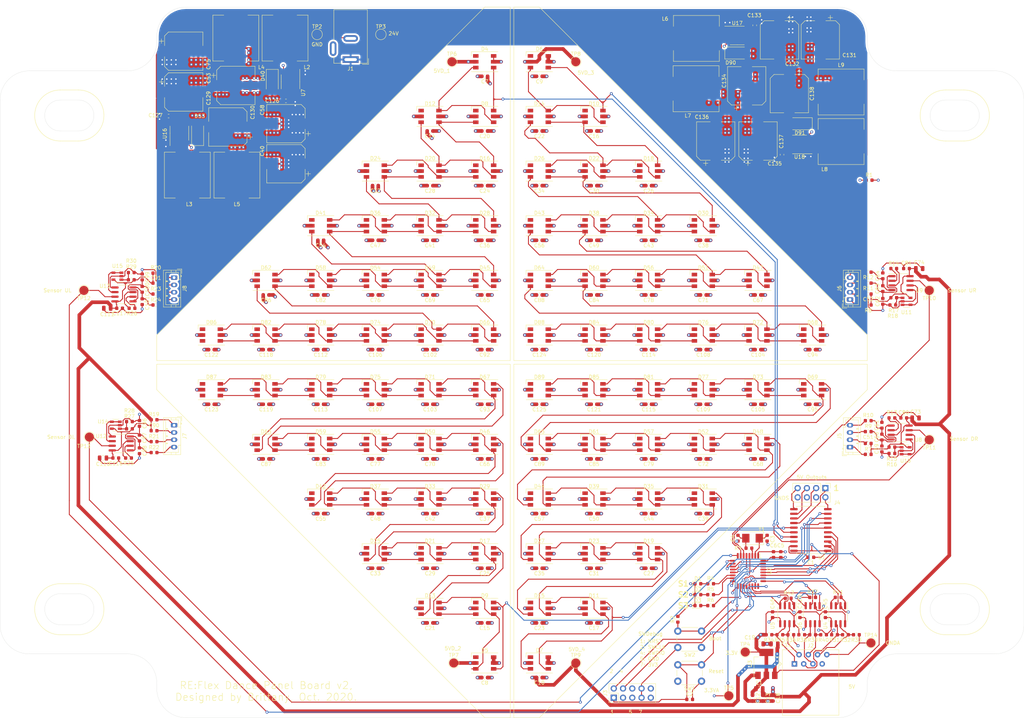
<source format=kicad_pcb>
(kicad_pcb (version 20171130) (host pcbnew "(5.1.4)-1")
  (layers (0 F.Cu signal) (1 In1.Cu power) (2 In2.Cu power) (31 B.Cu signal) (35 F.Paste user) (37 F.SilkS user) (38 B.Mask user) (39 F.Mask user) (44 Edge.Cuts user))
  (net 0 "")
  (net 1 GNDA)
  (net 2 "Net-(D1-Pad2)")
  (net 3 "Net-(D2-Pad2)")
  (net 4 "Net-(D3-Pad2)")
  (net 5 "Net-(D10-Pad4)")
  (net 6 "Net-(D11-Pad4)")
  (net 7 "Net-(D12-Pad4)")
  (net 8 "Net-(D13-Pad4)")
  (net 9 NRST)
  (net 10 "Net-(C3-Pad2)")
  (net 11 "Net-(C4-Pad2)")
  (net 12 +3V3)
  (net 13 GND)
  (net 14 5VD_1)
  (net 15 5VD_2)
  (net 16 5VD_3)
  (net 17 5VD_4)
  (net 18 +3.3VA)
  (net 19 +24V)
  (net 20 "Net-(C59-Pad2)")
  (net 21 "Net-(C60-Pad2)")
  (net 22 "Net-(C62-Pad2)")
  (net 23 "Net-(C63-Pad2)")
  (net 24 "Net-(C96-Pad2)")
  (net 25 "Net-(C97-Pad2)")
  (net 26 "Net-(C100-Pad1)")
  (net 27 "Net-(C100-Pad2)")
  (net 28 "Net-(D4-Pad1)")
  (net 29 "Net-(D12-Pad6)")
  (net 30 LEDA)
  (net 31 LEDB)
  (net 32 "Net-(D13-Pad6)")
  (net 33 "Net-(D5-Pad1)")
  (net 34 "Net-(D6-Pad1)")
  (net 35 LEDC)
  (net 36 LEDD)
  (net 37 "Net-(D7-Pad1)")
  (net 38 "Net-(D8-Pad1)")
  (net 39 "Net-(D9-Pad1)")
  (net 40 "Net-(D10-Pad3)")
  (net 41 "Net-(D10-Pad1)")
  (net 42 "Net-(D11-Pad1)")
  (net 43 "Net-(D11-Pad3)")
  (net 44 "Net-(D12-Pad1)")
  (net 45 "Net-(D12-Pad3)")
  (net 46 "Net-(D13-Pad3)")
  (net 47 "Net-(D13-Pad1)")
  (net 48 "Net-(D14-Pad1)")
  (net 49 "Net-(D14-Pad3)")
  (net 50 "Net-(D15-Pad3)")
  (net 51 "Net-(D15-Pad1)")
  (net 52 "Net-(D16-Pad3)")
  (net 53 "Net-(D16-Pad1)")
  (net 54 "Net-(D17-Pad1)")
  (net 55 "Net-(D17-Pad3)")
  (net 56 "Net-(D18-Pad3)")
  (net 57 "Net-(D18-Pad1)")
  (net 58 "Net-(D19-Pad1)")
  (net 59 "Net-(D19-Pad3)")
  (net 60 "Net-(D20-Pad1)")
  (net 61 "Net-(D20-Pad3)")
  (net 62 "Net-(D21-Pad1)")
  (net 63 "Net-(D21-Pad3)")
  (net 64 "Net-(D22-Pad1)")
  (net 65 "Net-(D22-Pad3)")
  (net 66 "Net-(D23-Pad3)")
  (net 67 "Net-(D23-Pad1)")
  (net 68 "Net-(D24-Pad1)")
  (net 69 "Net-(D24-Pad3)")
  (net 70 "Net-(D25-Pad3)")
  (net 71 "Net-(D25-Pad1)")
  (net 72 "Net-(D26-Pad3)")
  (net 73 "Net-(D26-Pad1)")
  (net 74 "Net-(D27-Pad1)")
  (net 75 "Net-(D27-Pad3)")
  (net 76 "Net-(D28-Pad1)")
  (net 77 "Net-(D28-Pad3)")
  (net 78 "Net-(D29-Pad1)")
  (net 79 "Net-(D29-Pad3)")
  (net 80 "Net-(D30-Pad1)")
  (net 81 "Net-(D30-Pad3)")
  (net 82 "Net-(D31-Pad1)")
  (net 83 "Net-(D31-Pad3)")
  (net 84 "Net-(D32-Pad3)")
  (net 85 "Net-(D32-Pad1)")
  (net 86 "Net-(D33-Pad3)")
  (net 87 "Net-(D33-Pad1)")
  (net 88 "Net-(D34-Pad3)")
  (net 89 "Net-(D34-Pad1)")
  (net 90 "Net-(D35-Pad1)")
  (net 91 "Net-(D35-Pad3)")
  (net 92 "Net-(D36-Pad3)")
  (net 93 "Net-(D36-Pad1)")
  (net 94 "Net-(D37-Pad1)")
  (net 95 "Net-(D37-Pad3)")
  (net 96 "Net-(D38-Pad1)")
  (net 97 "Net-(D38-Pad3)")
  (net 98 "Net-(D39-Pad3)")
  (net 99 "Net-(D39-Pad1)")
  (net 100 "Net-(D40-Pad1)")
  (net 101 "Net-(D41-Pad3)")
  (net 102 "Net-(D41-Pad1)")
  (net 103 "Net-(D42-Pad3)")
  (net 104 "Net-(D42-Pad1)")
  (net 105 "Net-(D43-Pad3)")
  (net 106 "Net-(D43-Pad1)")
  (net 107 "Net-(D44-Pad1)")
  (net 108 "Net-(D44-Pad3)")
  (net 109 "Net-(D45-Pad3)")
  (net 110 "Net-(D45-Pad1)")
  (net 111 "Net-(D46-Pad1)")
  (net 112 "Net-(D46-Pad3)")
  (net 113 "Net-(D47-Pad1)")
  (net 114 "Net-(D47-Pad3)")
  (net 115 "Net-(D48-Pad3)")
  (net 116 "Net-(D48-Pad1)")
  (net 117 "Net-(D49-Pad3)")
  (net 118 "Net-(D49-Pad1)")
  (net 119 "Net-(D50-Pad3)")
  (net 120 "Net-(D50-Pad1)")
  (net 121 "Net-(D51-Pad3)")
  (net 122 "Net-(D51-Pad1)")
  (net 123 "Net-(D52-Pad1)")
  (net 124 "Net-(D52-Pad3)")
  (net 125 "Net-(D53-Pad1)")
  (net 126 "Net-(D54-Pad1)")
  (net 127 "Net-(D54-Pad3)")
  (net 128 "Net-(D55-Pad1)")
  (net 129 "Net-(D55-Pad3)")
  (net 130 "Net-(D56-Pad3)")
  (net 131 "Net-(D56-Pad1)")
  (net 132 "Net-(D57-Pad3)")
  (net 133 "Net-(D57-Pad1)")
  (net 134 "Net-(D58-Pad1)")
  (net 135 "Net-(D58-Pad3)")
  (net 136 "Net-(D59-Pad3)")
  (net 137 "Net-(D59-Pad1)")
  (net 138 "Net-(D60-Pad1)")
  (net 139 "Net-(D60-Pad3)")
  (net 140 "Net-(D61-Pad1)")
  (net 141 "Net-(D61-Pad3)")
  (net 142 "Net-(D62-Pad3)")
  (net 143 "Net-(D62-Pad1)")
  (net 144 "Net-(D63-Pad1)")
  (net 145 "Net-(D63-Pad3)")
  (net 146 "Net-(D64-Pad1)")
  (net 147 "Net-(D64-Pad3)")
  (net 148 "Net-(D65-Pad1)")
  (net 149 "Net-(D65-Pad3)")
  (net 150 "Net-(D66-Pad1)")
  (net 151 "Net-(D66-Pad3)")
  (net 152 "Net-(D67-Pad3)")
  (net 153 "Net-(D67-Pad1)")
  (net 154 "Net-(D68-Pad3)")
  (net 155 "Net-(D68-Pad1)")
  (net 156 "Net-(D69-Pad1)")
  (net 157 "Net-(D69-Pad3)")
  (net 158 "Net-(D70-Pad1)")
  (net 159 "Net-(D70-Pad3)")
  (net 160 "Net-(D71-Pad1)")
  (net 161 "Net-(D71-Pad3)")
  (net 162 "Net-(D72-Pad1)")
  (net 163 "Net-(D72-Pad3)")
  (net 164 "Net-(D73-Pad3)")
  (net 165 "Net-(D73-Pad1)")
  (net 166 "Net-(D74-Pad3)")
  (net 167 "Net-(D74-Pad1)")
  (net 168 "Net-(D75-Pad3)")
  (net 169 "Net-(D75-Pad1)")
  (net 170 "Net-(D76-Pad3)")
  (net 171 "Net-(D76-Pad1)")
  (net 172 "Net-(D77-Pad3)")
  (net 173 "Net-(D77-Pad1)")
  (net 174 "Net-(D78-Pad1)")
  (net 175 "Net-(D78-Pad3)")
  (net 176 "Net-(D79-Pad1)")
  (net 177 "Net-(D79-Pad3)")
  (net 178 "Net-(D80-Pad1)")
  (net 179 "Net-(D80-Pad3)")
  (net 180 "Net-(D81-Pad3)")
  (net 181 "Net-(D81-Pad1)")
  (net 182 "Net-(D82-Pad3)")
  (net 183 "Net-(D82-Pad1)")
  (net 184 "Net-(D83-Pad3)")
  (net 185 "Net-(D83-Pad1)")
  (net 186 "Net-(D84-Pad3)")
  (net 187 "Net-(D84-Pad1)")
  (net 188 "Net-(D85-Pad1)")
  (net 189 "Net-(D85-Pad3)")
  (net 190 "Net-(D86-Pad3)")
  (net 191 "Net-(D86-Pad1)")
  (net 192 "Net-(D87-Pad3)")
  (net 193 "Net-(D87-Pad1)")
  (net 194 "Net-(D88-Pad1)")
  (net 195 "Net-(D88-Pad3)")
  (net 196 "Net-(D89-Pad3)")
  (net 197 "Net-(D89-Pad1)")
  (net 198 "Net-(D90-Pad1)")
  (net 199 "Net-(D91-Pad1)")
  (net 200 TX+)
  (net 201 TX-)
  (net 202 RX+)
  (net 203 CK-)
  (net 204 CK+)
  (net 205 RX-)
  (net 206 SWDIO)
  (net 207 SWCLK)
  (net 208 "Net-(J3-Pad9)")
  (net 209 EXTERN1)
  (net 210 EXTERN2)
  (net 211 EXTERN3)
  (net 212 EXTERN4)
  (net 213 "Net-(J5-Pad1)")
  (net 214 "Net-(J5-Pad3)")
  (net 215 "Net-(J5-Pad4)")
  (net 216 "Net-(J6-Pad4)")
  (net 217 "Net-(J6-Pad3)")
  (net 218 "Net-(J6-Pad1)")
  (net 219 "Net-(J7-Pad4)")
  (net 220 "Net-(J7-Pad3)")
  (net 221 "Net-(J7-Pad1)")
  (net 222 "Net-(J8-Pad1)")
  (net 223 "Net-(J8-Pad3)")
  (net 224 "Net-(J8-Pad4)")
  (net 225 "Net-(L2-Pad2)")
  (net 226 "Net-(L3-Pad2)")
  (net 227 "Net-(L6-Pad2)")
  (net 228 "Net-(L8-Pad2)")
  (net 229 "Net-(R2-Pad1)")
  (net 230 "Net-(R3-Pad1)")
  (net 231 "Net-(R4-Pad1)")
  (net 232 "Net-(R5-Pad1)")
  (net 233 "Net-(R6-Pad1)")
  (net 234 "Net-(R13-Pad2)")
  (net 235 "Net-(R13-Pad1)")
  (net 236 "Net-(R14-Pad2)")
  (net 237 "Net-(R14-Pad1)")
  (net 238 "Net-(R15-Pad1)")
  (net 239 "Net-(R17-Pad1)")
  (net 240 "Net-(R25-Pad1)")
  (net 241 "Net-(R25-Pad2)")
  (net 242 "Net-(R26-Pad2)")
  (net 243 "Net-(R26-Pad1)")
  (net 244 "Net-(R27-Pad1)")
  (net 245 "Net-(R29-Pad1)")
  (net 246 UART_CK)
  (net 247 "Net-(R37-Pad1)")
  (net 248 UART_RX)
  (net 249 "Net-(R41-Pad1)")
  (net 250 "Net-(R42-Pad1)")
  (net 251 UART_TX)
  (net 252 SENS2)
  (net 253 SENS1)
  (net 254 SENS4)
  (net 255 SENS3)
  (net 256 LEDA_3.3)
  (net 257 LEDB_3.3)
  (net 258 LEDC_3.3)
  (net 259 LEDD_3.3)
  (net 260 EXTERN1_3.3)
  (net 261 EXTERN2_3.3)
  (net 262 EXTERN3_3.3)
  (net 263 EXTERN4_3.3)
  (net 264 TX_EN)
  (net 265 RX_EN)
  (net 266 CK_EN)
  (net 267 "Net-(U10-Pad3)")
  (net 268 "Net-(U11-Pad3)")
  (net 269 "Net-(U12-Pad6)")
  (net 270 "Net-(U13-Pad6)")
  (net 271 "Net-(J3-Pad3)")
  (net 272 "Net-(J3-Pad10)")
  (net 273 "Net-(J2-Pad7)")
  (module Connector_RJ:RJ45_Amphenol_54602-x08_Horizontal (layer F.Cu) (at 290 227.75)
    (fp_text reference J2 (at 4.445 -5) (layer F.SilkS))
    (fp_text value RJ45)
    (pad "" np_thru_hole circle (at 10.16 6.35) (size 3.2 3.2) (drill 3.2) (layers *.Cu *.Mask))
    (pad "" np_thru_hole circle (at -1.27 6.35) (size 3.2 3.2) (drill 3.2) (layers *.Cu *.Mask))
    (pad 1 thru_hole rect (at 0 0) (size 1.5 1.5) (drill 0.76) (layers *.Cu *.Mask) (net 200 TX+))
    (pad 2 thru_hole circle (at 1.27 -2.54) (size 1.5 1.5) (drill 0.76) (layers *.Cu *.Mask) (net 201 TX-))
    (pad 3 thru_hole circle (at 2.54 0) (size 1.5 1.5) (drill 0.76) (layers *.Cu *.Mask) (net 202 RX+))
    (pad 4 thru_hole circle (at 3.81 -2.54) (size 1.5 1.5) (drill 0.76) (layers *.Cu *.Mask) (net 203 CK-))
    (pad 5 thru_hole circle (at 5.08 0) (size 1.5 1.5) (drill 0.76) (layers *.Cu *.Mask) (net 204 CK+))
    (pad 6 thru_hole circle (at 6.35 -2.54) (size 1.5 1.5) (drill 0.76) (layers *.Cu *.Mask) (net 205 RX-))
    (pad 7 thru_hole circle (at 7.62 0) (size 1.5 1.5) (drill 0.76) (layers *.Cu *.Mask) (net 273 "Net-(J2-Pad7)"))
    (pad 8 thru_hole circle (at 8.89 -2.54) (size 1.5 1.5) (drill 0.76) (layers *.Cu *.Mask) (net 1 GNDA))
  )
  (module Button_Switch_THT:SW_PUSH_6mm (layer F.Cu) (at 264.5 223.25 180)
    (fp_text reference SW2 (at 3.25 -2) (layer F.SilkS))
    (fp_text value SW_Push)
    (pad 2 thru_hole circle (at 0 4.5 270) (size 2 2) (drill 1.1) (layers *.Cu *.Mask) (net 229 "Net-(R2-Pad1)"))
    (pad 1 thru_hole circle (at 0 0 270) (size 2 2) (drill 1.1) (layers *.Cu *.Mask) (net 12 +3V3))
    (pad 2 thru_hole circle (at 6.5 4.5 270) (size 2 2) (drill 1.1) (layers *.Cu *.Mask) (net 229 "Net-(R2-Pad1)"))
    (pad 1 thru_hole circle (at 6.5 0 270) (size 2 2) (drill 1.1) (layers *.Cu *.Mask) (net 12 +3V3))
  )
  (module Package_TO_SOT_SMD:SOT-23-5 (layer F.Cu) (at 103.75 162.25 180)
    (fp_text reference U14 (at 3.5 1) (layer F.SilkS))
    (fp_text value LMV321)
    (pad 1 smd rect (at -1.1 -0.95 180) (size 1.06 0.65) (layers F.Cu F.Paste F.Mask) (net 244 "Net-(R27-Pad1)"))
    (pad 2 smd rect (at -1.1 0 180) (size 1.06 0.65) (layers F.Cu F.Paste F.Mask) (net 1 GNDA))
    (pad 3 smd rect (at -1.1 0.95 180) (size 1.06 0.65) (layers F.Cu F.Paste F.Mask) (net 269 "Net-(U12-Pad6)"))
    (pad 4 smd rect (at 1.1 0.95 180) (size 1.06 0.65) (layers F.Cu F.Paste F.Mask) (net 269 "Net-(U12-Pad6)"))
    (pad 5 smd rect (at 1.1 -0.95 180) (size 1.06 0.65) (layers F.Cu F.Paste F.Mask) (net 18 +3.3VA))
  )
  (module Package_SO:SOIC-8_3.9x4.9mm_P1.27mm (layer F.Cu) (at 319.25 123.25)
    (fp_text reference U9 (at 5 2) (layer F.SilkS))
    (fp_text value INA826)
    (pad 1 smd roundrect (at -2.475 -1.905) (size 1.95 0.6) (layers F.Cu F.Paste F.Mask) (net 22 "Net-(C62-Pad2)"))
    (pad 2 smd roundrect (at -2.475 -0.635) (size 1.95 0.6) (layers F.Cu F.Paste F.Mask) (net 237 "Net-(R14-Pad1)"))
    (pad 3 smd roundrect (at -2.475 0.635) (size 1.95 0.6) (layers F.Cu F.Paste F.Mask) (net 236 "Net-(R14-Pad2)"))
    (pad 4 smd roundrect (at -2.475 1.905) (size 1.95 0.6) (layers F.Cu F.Paste F.Mask) (net 23 "Net-(C63-Pad2)"))
    (pad 5 smd roundrect (at 2.475 1.905) (size 1.95 0.6) (layers F.Cu F.Paste F.Mask) (net 1 GNDA))
    (pad 6 smd roundrect (at 2.475 0.635) (size 1.95 0.6) (layers F.Cu F.Paste F.Mask) (net 268 "Net-(U11-Pad3)"))
    (pad 7 smd roundrect (at 2.475 -0.635) (size 1.95 0.6) (layers F.Cu F.Paste F.Mask) (net 252 SENS2))
    (pad 8 smd roundrect (at 2.475 -1.905) (size 1.95 0.6) (layers F.Cu F.Paste F.Mask) (net 18 +3.3VA))
  )
  (module Package_TO_SOT_SMD:SOT-23-5 (layer F.Cu) (at 320.5 169.25)
    (fp_text reference U10 (at 0 2.75) (layer F.SilkS))
    (fp_text value LMV321)
    (pad 1 smd rect (at -1.1 -0.95) (size 1.06 0.65) (layers F.Cu F.Paste F.Mask) (net 238 "Net-(R15-Pad1)"))
    (pad 2 smd rect (at -1.1 0) (size 1.06 0.65) (layers F.Cu F.Paste F.Mask) (net 1 GNDA))
    (pad 3 smd rect (at -1.1 0.95) (size 1.06 0.65) (layers F.Cu F.Paste F.Mask) (net 267 "Net-(U10-Pad3)"))
    (pad 4 smd rect (at 1.1 0.95) (size 1.06 0.65) (layers F.Cu F.Paste F.Mask) (net 267 "Net-(U10-Pad3)"))
    (pad 5 smd rect (at 1.1 -0.95) (size 1.06 0.65) (layers F.Cu F.Paste F.Mask) (net 18 +3.3VA))
  )
  (module Inductor_SMD:L_12x12mm_H8mm (layer F.Cu) (at 150.2 56 90)
    (fp_text reference L2 (at -8 6 180) (layer F.SilkS))
    (fp_text value 47u)
    (pad 1 smd rect (at -4.95 0 90) (size 2.9 5.4) (layers F.Cu F.Paste F.Mask) (net 100 "Net-(D40-Pad1)"))
    (pad 2 smd rect (at 4.95 0 90) (size 2.9 5.4) (layers F.Cu F.Paste F.Mask) (net 225 "Net-(L2-Pad2)"))
  )
  (module Capacitor_SMD:CP_Elec_10x10 (layer F.Cu) (at 150.45 90.5 180)
    (fp_text reference C40 (at 6.5 3.5 90) (layer F.SilkS))
    (fp_text value 220u)
    (pad 1 smd roundrect (at -4 0 180) (size 4 2.5) (layers F.Cu F.Paste F.Mask) (roundrect_rratio 0.1) (net 19 +24V))
    (pad 2 smd roundrect (at 4 0 180) (size 4 2.5) (layers F.Cu F.Paste F.Mask) (roundrect_rratio 0.1) (net 13 GND))
  )
  (module Package_SO:SOIC-8_3.9x4.9mm_P1.27mm (layer F.Cu) (at 319 164.25)
    (fp_text reference U8 (at 5 2) (layer F.SilkS))
    (fp_text value INA826)
    (pad 1 smd roundrect (at -2.475 -1.905) (size 1.95 0.6) (layers F.Cu F.Paste F.Mask) (net 20 "Net-(C59-Pad2)"))
    (pad 2 smd roundrect (at -2.475 -0.635) (size 1.95 0.6) (layers F.Cu F.Paste F.Mask) (net 235 "Net-(R13-Pad1)"))
    (pad 3 smd roundrect (at -2.475 0.635) (size 1.95 0.6) (layers F.Cu F.Paste F.Mask) (net 234 "Net-(R13-Pad2)"))
    (pad 4 smd roundrect (at -2.475 1.905) (size 1.95 0.6) (layers F.Cu F.Paste F.Mask) (net 21 "Net-(C60-Pad2)"))
    (pad 5 smd roundrect (at 2.475 1.905) (size 1.95 0.6) (layers F.Cu F.Paste F.Mask) (net 1 GNDA))
    (pad 6 smd roundrect (at 2.475 0.635) (size 1.95 0.6) (layers F.Cu F.Paste F.Mask) (net 267 "Net-(U10-Pad3)"))
    (pad 7 smd roundrect (at 2.475 -0.635) (size 1.95 0.6) (layers F.Cu F.Paste F.Mask) (net 253 SENS1))
    (pad 8 smd roundrect (at 2.475 -1.905) (size 1.95 0.6) (layers F.Cu F.Paste F.Mask) (net 18 +3.3VA))
  )
  (module Capacitor_SMD:C_0603_1608Metric (layer F.Cu) (at 310.25 167.25 180)
    (fp_text reference C51 (at 0 1.75) (layer F.SilkS))
    (fp_text value 0.1u)
    (pad 1 smd roundrect (at -0.7875 0 180) (size 0.875 0.95) (layers F.Cu F.Paste F.Mask) (net 18 +3.3VA))
    (pad 2 smd roundrect (at 0.7875 0 180) (size 0.875 0.95) (layers F.Cu F.Paste F.Mask) (net 1 GNDA))
  )
  (module LED_SMD:LED_WS2812_PLCC6_5.0x5.0mm_P1.6mm (layer F.Cu) (at 190 152.5)
    (fp_text reference D71 (at 0 -3.5) (layer F.SilkS))
    (fp_text value WS2813)
    (pad 4 smd rect (at 2.45 1.6) (size 1.5 1) (layers F.Cu F.Paste F.Mask) (net 152 "Net-(D67-Pad3)"))
    (pad 5 smd rect (at 2.45 0) (size 1.5 1) (layers F.Cu F.Paste F.Mask) (net 13 GND))
    (pad 6 smd rect (at 2.45 -1.6) (size 1.5 1) (layers F.Cu F.Paste F.Mask) (net 145 "Net-(D63-Pad3)"))
    (pad 3 smd rect (at -2.45 1.6) (size 1.5 1) (layers F.Cu F.Paste F.Mask) (net 161 "Net-(D71-Pad3)"))
    (pad 2 smd rect (at -2.45 0) (size 1.5 1) (layers F.Cu F.Paste F.Mask) (net 15 5VD_2))
    (pad 1 smd rect (at -2.45 -1.6) (size 1.5 1) (layers F.Cu F.Paste F.Mask) (net 160 "Net-(D71-Pad1)"))
  )
  (module LED_SMD:LED_WS2812_PLCC6_5.0x5.0mm_P1.6mm (layer F.Cu) (at 190 167.5)
    (fp_text reference D50 (at 0 -3.5) (layer F.SilkS))
    (fp_text value WS2813)
    (pad 1 smd rect (at -2.45 -1.6) (size 1.5 1) (layers F.Cu F.Paste F.Mask) (net 120 "Net-(D50-Pad1)"))
    (pad 2 smd rect (at -2.45 0) (size 1.5 1) (layers F.Cu F.Paste F.Mask) (net 15 5VD_2))
    (pad 3 smd rect (at -2.45 1.6) (size 1.5 1) (layers F.Cu F.Paste F.Mask) (net 119 "Net-(D50-Pad3)"))
    (pad 6 smd rect (at 2.45 -1.6) (size 1.5 1) (layers F.Cu F.Paste F.Mask) (net 103 "Net-(D42-Pad3)"))
    (pad 5 smd rect (at 2.45 0) (size 1.5 1) (layers F.Cu F.Paste F.Mask) (net 13 GND))
    (pad 4 smd rect (at 2.45 1.6) (size 1.5 1) (layers F.Cu F.Paste F.Mask) (net 112 "Net-(D46-Pad3)"))
  )
  (module LED_SMD:LED_WS2812_PLCC6_5.0x5.0mm_P1.6mm (layer F.Cu) (at 145 167.5)
    (fp_text reference D63 (at 0 -3.5) (layer F.SilkS))
    (fp_text value WS2813)
    (pad 4 smd rect (at 2.45 1.6) (size 1.5 1) (layers F.Cu F.Paste F.Mask) (net 136 "Net-(D59-Pad3)"))
    (pad 5 smd rect (at 2.45 0) (size 1.5 1) (layers F.Cu F.Paste F.Mask) (net 13 GND))
    (pad 6 smd rect (at 2.45 -1.6) (size 1.5 1) (layers F.Cu F.Paste F.Mask) (net 129 "Net-(D55-Pad3)"))
    (pad 3 smd rect (at -2.45 1.6) (size 1.5 1) (layers F.Cu F.Paste F.Mask) (net 145 "Net-(D63-Pad3)"))
    (pad 2 smd rect (at -2.45 0) (size 1.5 1) (layers F.Cu F.Paste F.Mask) (net 15 5VD_2))
    (pad 1 smd rect (at -2.45 -1.6) (size 1.5 1) (layers F.Cu F.Paste F.Mask) (net 144 "Net-(D63-Pad1)"))
  )
  (module LED_SMD:LED_WS2812_PLCC6_5.0x5.0mm_P1.6mm (layer F.Cu) (at 205 167.5)
    (fp_text reference D46 (at 0 -3.5) (layer F.SilkS))
    (fp_text value WS2813)
    (pad 4 smd rect (at 2.45 1.6) (size 1.5 1) (layers F.Cu F.Paste F.Mask) (net 103 "Net-(D42-Pad3)"))
    (pad 5 smd rect (at 2.45 0) (size 1.5 1) (layers F.Cu F.Paste F.Mask) (net 13 GND))
    (pad 6 smd rect (at 2.45 -1.6) (size 1.5 1) (layers F.Cu F.Paste F.Mask) (net 95 "Net-(D37-Pad3)"))
    (pad 3 smd rect (at -2.45 1.6) (size 1.5 1) (layers F.Cu F.Paste F.Mask) (net 112 "Net-(D46-Pad3)"))
    (pad 2 smd rect (at -2.45 0) (size 1.5 1) (layers F.Cu F.Paste F.Mask) (net 15 5VD_2))
    (pad 1 smd rect (at -2.45 -1.6) (size 1.5 1) (layers F.Cu F.Paste F.Mask) (net 111 "Net-(D46-Pad1)"))
  )
  (module LED_SMD:LED_WS2812_PLCC6_5.0x5.0mm_P1.6mm (layer F.Cu) (at 160 167.5)
    (fp_text reference D59 (at 0 -3.5) (layer F.SilkS))
    (fp_text value WS2813)
    (pad 1 smd rect (at -2.45 -1.6) (size 1.5 1) (layers F.Cu F.Paste F.Mask) (net 137 "Net-(D59-Pad1)"))
    (pad 2 smd rect (at -2.45 0) (size 1.5 1) (layers F.Cu F.Paste F.Mask) (net 15 5VD_2))
    (pad 3 smd rect (at -2.45 1.6) (size 1.5 1) (layers F.Cu F.Paste F.Mask) (net 136 "Net-(D59-Pad3)"))
    (pad 6 smd rect (at 2.45 -1.6) (size 1.5 1) (layers F.Cu F.Paste F.Mask) (net 119 "Net-(D50-Pad3)"))
    (pad 5 smd rect (at 2.45 0) (size 1.5 1) (layers F.Cu F.Paste F.Mask) (net 13 GND))
    (pad 4 smd rect (at 2.45 1.6) (size 1.5 1) (layers F.Cu F.Paste F.Mask) (net 129 "Net-(D55-Pad3)"))
  )
  (module LED_SMD:LED_WS2812_PLCC6_5.0x5.0mm_P1.6mm (layer F.Cu) (at 160 182.5)
    (fp_text reference D42 (at 0 -3.5) (layer F.SilkS))
    (fp_text value WS2813)
    (pad 1 smd rect (at -2.45 -1.6) (size 1.5 1) (layers F.Cu F.Paste F.Mask) (net 104 "Net-(D42-Pad1)"))
    (pad 2 smd rect (at -2.45 0) (size 1.5 1) (layers F.Cu F.Paste F.Mask) (net 15 5VD_2))
    (pad 3 smd rect (at -2.45 1.6) (size 1.5 1) (layers F.Cu F.Paste F.Mask) (net 103 "Net-(D42-Pad3)"))
    (pad 6 smd rect (at 2.45 -1.6) (size 1.5 1) (layers F.Cu F.Paste F.Mask) (net 86 "Net-(D33-Pad3)"))
    (pad 5 smd rect (at 2.45 0) (size 1.5 1) (layers F.Cu F.Paste F.Mask) (net 13 GND))
    (pad 4 smd rect (at 2.45 1.6) (size 1.5 1) (layers F.Cu F.Paste F.Mask) (net 95 "Net-(D37-Pad3)"))
  )
  (module LED_SMD:LED_WS2812_PLCC6_5.0x5.0mm_P1.6mm (layer F.Cu) (at 175 167.5)
    (fp_text reference D55 (at 0 -3.5) (layer F.SilkS))
    (fp_text value WS2813)
    (pad 4 smd rect (at 2.45 1.6) (size 1.5 1) (layers F.Cu F.Paste F.Mask) (net 119 "Net-(D50-Pad3)"))
    (pad 5 smd rect (at 2.45 0) (size 1.5 1) (layers F.Cu F.Paste F.Mask) (net 13 GND))
    (pad 6 smd rect (at 2.45 -1.6) (size 1.5 1) (layers F.Cu F.Paste F.Mask) (net 112 "Net-(D46-Pad3)"))
    (pad 3 smd rect (at -2.45 1.6) (size 1.5 1) (layers F.Cu F.Paste F.Mask) (net 129 "Net-(D55-Pad3)"))
    (pad 2 smd rect (at -2.45 0) (size 1.5 1) (layers F.Cu F.Paste F.Mask) (net 15 5VD_2))
    (pad 1 smd rect (at -2.45 -1.6) (size 1.5 1) (layers F.Cu F.Paste F.Mask) (net 128 "Net-(D55-Pad1)"))
  )
  (module LED_SMD:LED_WS2812_PLCC6_5.0x5.0mm_P1.6mm (layer F.Cu) (at 205 152.5)
    (fp_text reference D67 (at 0 -3.5) (layer F.SilkS))
    (fp_text value WS2813)
    (pad 1 smd rect (at -2.45 -1.6) (size 1.5 1) (layers F.Cu F.Paste F.Mask) (net 153 "Net-(D67-Pad1)"))
    (pad 2 smd rect (at -2.45 0) (size 1.5 1) (layers F.Cu F.Paste F.Mask) (net 15 5VD_2))
    (pad 3 smd rect (at -2.45 1.6) (size 1.5 1) (layers F.Cu F.Paste F.Mask) (net 152 "Net-(D67-Pad3)"))
    (pad 6 smd rect (at 2.45 -1.6) (size 1.5 1) (layers F.Cu F.Paste F.Mask) (net 136 "Net-(D59-Pad3)"))
    (pad 5 smd rect (at 2.45 0) (size 1.5 1) (layers F.Cu F.Paste F.Mask) (net 13 GND))
    (pad 4 smd rect (at 2.45 1.6) (size 1.5 1) (layers F.Cu F.Paste F.Mask) (net 145 "Net-(D63-Pad3)"))
  )
  (module LED_SMD:LED_WS2812_PLCC6_5.0x5.0mm_P1.6mm (layer F.Cu) (at 175 197.5)
    (fp_text reference D25 (at 0 -3.5) (layer F.SilkS))
    (fp_text value WS2813)
    (pad 1 smd rect (at -2.45 -1.6) (size 1.5 1) (layers F.Cu F.Paste F.Mask) (net 71 "Net-(D25-Pad1)"))
    (pad 2 smd rect (at -2.45 0) (size 1.5 1) (layers F.Cu F.Paste F.Mask) (net 15 5VD_2))
    (pad 3 smd rect (at -2.45 1.6) (size 1.5 1) (layers F.Cu F.Paste F.Mask) (net 70 "Net-(D25-Pad3)"))
    (pad 6 smd rect (at 2.45 -1.6) (size 1.5 1) (layers F.Cu F.Paste F.Mask) (net 55 "Net-(D17-Pad3)"))
    (pad 5 smd rect (at 2.45 0) (size 1.5 1) (layers F.Cu F.Paste F.Mask) (net 13 GND))
    (pad 4 smd rect (at 2.45 1.6) (size 1.5 1) (layers F.Cu F.Paste F.Mask) (net 63 "Net-(D21-Pad3)"))
  )
  (module LED_SMD:LED_WS2812_PLCC6_5.0x5.0mm_P1.6mm (layer F.Cu) (at 205 227.5)
    (fp_text reference D5 (at 0 -3.5) (layer F.SilkS))
    (fp_text value WS2813)
    (pad 1 smd rect (at -2.45 -1.6) (size 1.5 1) (layers F.Cu F.Paste F.Mask) (net 33 "Net-(D5-Pad1)"))
    (pad 2 smd rect (at -2.45 0) (size 1.5 1) (layers F.Cu F.Paste F.Mask) (net 15 5VD_2))
    (pad 3 smd rect (at -2.45 1.6) (size 1.5 1) (layers F.Cu F.Paste F.Mask) (net 32 "Net-(D13-Pad6)"))
    (pad 6 smd rect (at 2.45 -1.6) (size 1.5 1) (layers F.Cu F.Paste F.Mask) (net 13 GND))
    (pad 5 smd rect (at 2.45 0) (size 1.5 1) (layers F.Cu F.Paste F.Mask) (net 13 GND))
    (pad 4 smd rect (at 2.45 1.6) (size 1.5 1) (layers F.Cu F.Paste F.Mask) (net 31 LEDB))
  )
  (module LED_SMD:LED_WS2812_PLCC6_5.0x5.0mm_P1.6mm (layer F.Cu) (at 190 212.5)
    (fp_text reference D13 (at 0 -3.5) (layer F.SilkS))
    (fp_text value WS2813)
    (pad 1 smd rect (at -2.45 -1.6) (size 1.5 1) (layers F.Cu F.Paste F.Mask) (net 47 "Net-(D13-Pad1)"))
    (pad 2 smd rect (at -2.45 0) (size 1.5 1) (layers F.Cu F.Paste F.Mask) (net 15 5VD_2))
    (pad 3 smd rect (at -2.45 1.6) (size 1.5 1) (layers F.Cu F.Paste F.Mask) (net 46 "Net-(D13-Pad3)"))
    (pad 6 smd rect (at 2.45 -1.6) (size 1.5 1) (layers F.Cu F.Paste F.Mask) (net 32 "Net-(D13-Pad6)"))
    (pad 5 smd rect (at 2.45 0) (size 1.5 1) (layers F.Cu F.Paste F.Mask) (net 13 GND))
    (pad 4 smd rect (at 2.45 1.6) (size 1.5 1) (layers F.Cu F.Paste F.Mask) (net 8 "Net-(D13-Pad4)"))
  )
  (module LED_SMD:LED_WS2812_PLCC6_5.0x5.0mm_P1.6mm (layer F.Cu) (at 190 197.5)
    (fp_text reference D21 (at 0 -3.5) (layer F.SilkS))
    (fp_text value WS2813)
    (pad 4 smd rect (at 2.45 1.6) (size 1.5 1) (layers F.Cu F.Paste F.Mask) (net 55 "Net-(D17-Pad3)"))
    (pad 5 smd rect (at 2.45 0) (size 1.5 1) (layers F.Cu F.Paste F.Mask) (net 13 GND))
    (pad 6 smd rect (at 2.45 -1.6) (size 1.5 1) (layers F.Cu F.Paste F.Mask) (net 46 "Net-(D13-Pad3)"))
    (pad 3 smd rect (at -2.45 1.6) (size 1.5 1) (layers F.Cu F.Paste F.Mask) (net 63 "Net-(D21-Pad3)"))
    (pad 2 smd rect (at -2.45 0) (size 1.5 1) (layers F.Cu F.Paste F.Mask) (net 15 5VD_2))
    (pad 1 smd rect (at -2.45 -1.6) (size 1.5 1) (layers F.Cu F.Paste F.Mask) (net 62 "Net-(D21-Pad1)"))
  )
  (module LED_SMD:LED_WS2812_PLCC6_5.0x5.0mm_P1.6mm (layer F.Cu) (at 175 182.5)
    (fp_text reference D37 (at 0 -3.5) (layer F.SilkS))
    (fp_text value WS2813)
    (pad 4 smd rect (at 2.45 1.6) (size 1.5 1) (layers F.Cu F.Paste F.Mask) (net 86 "Net-(D33-Pad3)"))
    (pad 5 smd rect (at 2.45 0) (size 1.5 1) (layers F.Cu F.Paste F.Mask) (net 13 GND))
    (pad 6 smd rect (at 2.45 -1.6) (size 1.5 1) (layers F.Cu F.Paste F.Mask) (net 79 "Net-(D29-Pad3)"))
    (pad 3 smd rect (at -2.45 1.6) (size 1.5 1) (layers F.Cu F.Paste F.Mask) (net 95 "Net-(D37-Pad3)"))
    (pad 2 smd rect (at -2.45 0) (size 1.5 1) (layers F.Cu F.Paste F.Mask) (net 15 5VD_2))
    (pad 1 smd rect (at -2.45 -1.6) (size 1.5 1) (layers F.Cu F.Paste F.Mask) (net 94 "Net-(D37-Pad1)"))
  )
  (module LED_SMD:LED_WS2812_PLCC6_5.0x5.0mm_P1.6mm (layer F.Cu) (at 205 212.5)
    (fp_text reference D9 (at 0 -3.5) (layer F.SilkS))
    (fp_text value WS2813)
    (pad 1 smd rect (at -2.45 -1.6) (size 1.5 1) (layers F.Cu F.Paste F.Mask) (net 39 "Net-(D9-Pad1)"))
    (pad 2 smd rect (at -2.45 0) (size 1.5 1) (layers F.Cu F.Paste F.Mask) (net 15 5VD_2))
    (pad 3 smd rect (at -2.45 1.6) (size 1.5 1) (layers F.Cu F.Paste F.Mask) (net 8 "Net-(D13-Pad4)"))
    (pad 6 smd rect (at 2.45 -1.6) (size 1.5 1) (layers F.Cu F.Paste F.Mask) (net 31 LEDB))
    (pad 5 smd rect (at 2.45 0) (size 1.5 1) (layers F.Cu F.Paste F.Mask) (net 13 GND))
    (pad 4 smd rect (at 2.45 1.6) (size 1.5 1) (layers F.Cu F.Paste F.Mask) (net 32 "Net-(D13-Pad6)"))
  )
  (module LED_SMD:LED_WS2812_PLCC6_5.0x5.0mm_P1.6mm (layer F.Cu) (at 205 197.5)
    (fp_text reference D17 (at 0 -3.5) (layer F.SilkS))
    (fp_text value WS2813)
    (pad 4 smd rect (at 2.45 1.6) (size 1.5 1) (layers F.Cu F.Paste F.Mask) (net 46 "Net-(D13-Pad3)"))
    (pad 5 smd rect (at 2.45 0) (size 1.5 1) (layers F.Cu F.Paste F.Mask) (net 13 GND))
    (pad 6 smd rect (at 2.45 -1.6) (size 1.5 1) (layers F.Cu F.Paste F.Mask) (net 8 "Net-(D13-Pad4)"))
    (pad 3 smd rect (at -2.45 1.6) (size 1.5 1) (layers F.Cu F.Paste F.Mask) (net 55 "Net-(D17-Pad3)"))
    (pad 2 smd rect (at -2.45 0) (size 1.5 1) (layers F.Cu F.Paste F.Mask) (net 15 5VD_2))
    (pad 1 smd rect (at -2.45 -1.6) (size 1.5 1) (layers F.Cu F.Paste F.Mask) (net 54 "Net-(D17-Pad1)"))
  )
  (module LED_SMD:LED_WS2812_PLCC6_5.0x5.0mm_P1.6mm (layer F.Cu) (at 205 182.5)
    (fp_text reference D29 (at 0 -3.5) (layer F.SilkS))
    (fp_text value WS2813)
    (pad 4 smd rect (at 2.45 1.6) (size 1.5 1) (layers F.Cu F.Paste F.Mask) (net 70 "Net-(D25-Pad3)"))
    (pad 5 smd rect (at 2.45 0) (size 1.5 1) (layers F.Cu F.Paste F.Mask) (net 13 GND))
    (pad 6 smd rect (at 2.45 -1.6) (size 1.5 1) (layers F.Cu F.Paste F.Mask) (net 63 "Net-(D21-Pad3)"))
    (pad 3 smd rect (at -2.45 1.6) (size 1.5 1) (layers F.Cu F.Paste F.Mask) (net 79 "Net-(D29-Pad3)"))
    (pad 2 smd rect (at -2.45 0) (size 1.5 1) (layers F.Cu F.Paste F.Mask) (net 15 5VD_2))
    (pad 1 smd rect (at -2.45 -1.6) (size 1.5 1) (layers F.Cu F.Paste F.Mask) (net 78 "Net-(D29-Pad1)"))
  )
  (module LED_SMD:LED_WS2812_PLCC6_5.0x5.0mm_P1.6mm (layer F.Cu) (at 190 182.5)
    (fp_text reference D33 (at 0 -3.5) (layer F.SilkS))
    (fp_text value WS2813)
    (pad 1 smd rect (at -2.45 -1.6) (size 1.5 1) (layers F.Cu F.Paste F.Mask) (net 87 "Net-(D33-Pad1)"))
    (pad 2 smd rect (at -2.45 0) (size 1.5 1) (layers F.Cu F.Paste F.Mask) (net 15 5VD_2))
    (pad 3 smd rect (at -2.45 1.6) (size 1.5 1) (layers F.Cu F.Paste F.Mask) (net 86 "Net-(D33-Pad3)"))
    (pad 6 smd rect (at 2.45 -1.6) (size 1.5 1) (layers F.Cu F.Paste F.Mask) (net 70 "Net-(D25-Pad3)"))
    (pad 5 smd rect (at 2.45 0) (size 1.5 1) (layers F.Cu F.Paste F.Mask) (net 13 GND))
    (pad 4 smd rect (at 2.45 1.6) (size 1.5 1) (layers F.Cu F.Paste F.Mask) (net 79 "Net-(D29-Pad3)"))
  )
  (module LED_SMD:LED_WS2812_PLCC6_5.0x5.0mm_P1.6mm (layer F.Cu) (at 175 152.5)
    (fp_text reference D75 (at 0 -3.5) (layer F.SilkS))
    (fp_text value WS2813)
    (pad 1 smd rect (at -2.45 -1.6) (size 1.5 1) (layers F.Cu F.Paste F.Mask) (net 169 "Net-(D75-Pad1)"))
    (pad 2 smd rect (at -2.45 0) (size 1.5 1) (layers F.Cu F.Paste F.Mask) (net 15 5VD_2))
    (pad 3 smd rect (at -2.45 1.6) (size 1.5 1) (layers F.Cu F.Paste F.Mask) (net 168 "Net-(D75-Pad3)"))
    (pad 6 smd rect (at 2.45 -1.6) (size 1.5 1) (layers F.Cu F.Paste F.Mask) (net 152 "Net-(D67-Pad3)"))
    (pad 5 smd rect (at 2.45 0) (size 1.5 1) (layers F.Cu F.Paste F.Mask) (net 13 GND))
    (pad 4 smd rect (at 2.45 1.6) (size 1.5 1) (layers F.Cu F.Paste F.Mask) (net 161 "Net-(D71-Pad3)"))
  )
  (module Capacitor_SMD:C_0603_1608Metric (layer F.Cu) (at 294.5 198.5 180)
    (fp_text reference C1 (at 0 -1.43) (layer F.SilkS))
    (fp_text value 0.1u)
    (pad 2 smd roundrect (at 0.7875 0 180) (size 0.875 0.95) (layers F.Cu F.Paste F.Mask) (net 1 GNDA))
    (pad 1 smd roundrect (at -0.7875 0 180) (size 0.875 0.95) (layers F.Cu F.Paste F.Mask) (net 17 5VD_4))
  )
  (module Capacitor_SMD:C_0603_1608Metric (layer F.Cu) (at 261.25 237.5 180)
    (fp_text reference C2 (at 0 1.5) (layer F.SilkS))
    (fp_text value 0.1u)
    (pad 2 smd roundrect (at 0.7875 0 180) (size 0.875 0.95) (layers F.Cu F.Paste F.Mask) (net 9 NRST))
    (pad 1 smd roundrect (at -0.7875 0 180) (size 0.875 0.95) (layers F.Cu F.Paste F.Mask) (net 1 GNDA))
  )
  (module Capacitor_SMD:C_0603_1608Metric (layer F.Cu) (at 282.5 193.25 90)
    (fp_text reference C3 (at -0.25 1.5 90) (layer F.SilkS))
    (fp_text value 22p)
    (pad 1 smd roundrect (at -0.7875 0 90) (size 0.875 0.95) (layers F.Cu F.Paste F.Mask) (net 1 GNDA))
    (pad 2 smd roundrect (at 0.7875 0 90) (size 0.875 0.95) (layers F.Cu F.Paste F.Mask) (net 10 "Net-(C3-Pad2)"))
  )
  (module Capacitor_SMD:C_0603_1608Metric (layer F.Cu) (at 274.5 193.25 90)
    (fp_text reference C4 (at 0 -1.43 90) (layer F.SilkS))
    (fp_text value 22p)
    (pad 2 smd roundrect (at 0.7875 0 90) (size 0.875 0.95) (layers F.Cu F.Paste F.Mask) (net 11 "Net-(C4-Pad2)"))
    (pad 1 smd roundrect (at -0.7875 0 90) (size 0.875 0.95) (layers F.Cu F.Paste F.Mask) (net 1 GNDA))
  )
  (module Capacitor_SMD:C_0603_1608Metric (layer F.Cu) (at 286.25 197.75 90)
    (fp_text reference C5 (at 2.5 0 180) (layer F.SilkS))
    (fp_text value 0.1u)
    (pad 2 smd roundrect (at 0.7875 0 90) (size 0.875 0.95) (layers F.Cu F.Paste F.Mask) (net 12 +3V3))
    (pad 1 smd roundrect (at -0.7875 0 90) (size 0.875 0.95) (layers F.Cu F.Paste F.Mask) (net 1 GNDA))
  )
  (module Capacitor_SMD:C_0603_1608Metric (layer F.Cu) (at 284.25 197.75 90)
    (fp_text reference C6 (at 2.5 0 180) (layer F.SilkS))
    (fp_text value 0.1u)
    (pad 1 smd roundrect (at -0.7875 0 90) (size 0.875 0.95) (layers F.Cu F.Paste F.Mask) (net 1 GNDA))
    (pad 2 smd roundrect (at 0.7875 0 90) (size 0.875 0.95) (layers F.Cu F.Paste F.Mask) (net 12 +3V3))
  )
  (module Capacitor_SMD:C_0603_1608Metric (layer F.Cu) (at 205 66.5 180)
    (fp_text reference C7 (at 0 -1.43) (layer F.SilkS))
    (fp_text value 0.1u)
    (pad 2 smd roundrect (at 0.7875 0 180) (size 0.875 0.95) (layers F.Cu F.Paste F.Mask) (net 14 5VD_1))
    (pad 1 smd roundrect (at -0.7875 0 180) (size 0.875 0.95) (layers F.Cu F.Paste F.Mask) (net 13 GND))
  )
  (module Capacitor_SMD:C_0603_1608Metric (layer F.Cu) (at 205 231.5 180)
    (fp_text reference C8 (at 0 -1.43) (layer F.SilkS))
    (fp_text value 0.1u)
    (pad 2 smd roundrect (at 0.7875 0 180) (size 0.875 0.95) (layers F.Cu F.Paste F.Mask) (net 15 5VD_2))
    (pad 1 smd roundrect (at -0.7875 0 180) (size 0.875 0.95) (layers F.Cu F.Paste F.Mask) (net 13 GND))
  )
  (module Capacitor_SMD:C_0603_1608Metric (layer F.Cu) (at 220 66.5 180)
    (fp_text reference C9 (at 0 -1.43) (layer F.SilkS))
    (fp_text value 0.1u)
    (pad 2 smd roundrect (at 0.7875 0 180) (size 0.875 0.95) (layers F.Cu F.Paste F.Mask) (net 16 5VD_3))
    (pad 1 smd roundrect (at -0.7875 0 180) (size 0.875 0.95) (layers F.Cu F.Paste F.Mask) (net 13 GND))
  )
  (module Capacitor_SMD:C_0603_1608Metric (layer F.Cu) (at 220 231.5 180)
    (fp_text reference C10 (at 0 -1.43) (layer F.SilkS))
    (fp_text value 0.1u)
    (pad 1 smd roundrect (at -0.7875 0 180) (size 0.875 0.95) (layers F.Cu F.Paste F.Mask) (net 13 GND))
    (pad 2 smd roundrect (at 0.7875 0 180) (size 0.875 0.95) (layers F.Cu F.Paste F.Mask) (net 17 5VD_4))
  )
  (module Capacitor_SMD:C_0603_1608Metric (layer F.Cu) (at 278.5 237.15 270)
    (fp_text reference C12 (at 0 -1.43 90) (layer F.SilkS))
    (fp_text value 1u)
    (pad 2 smd roundrect (at 0.7875 0 270) (size 0.875 0.95) (layers F.Cu F.Paste F.Mask) (net 1 GNDA))
    (pad 1 smd roundrect (at -0.7875 0 270) (size 0.875 0.95) (layers F.Cu F.Paste F.Mask) (net 12 +3V3))
  )
  (module Capacitor_SMD:C_0603_1608Metric (layer F.Cu) (at 281.3 237.15 270)
    (fp_text reference C13 (at 0 -1.43 90) (layer F.SilkS))
    (fp_text value 1u)
    (pad 2 smd roundrect (at 0.7875 0 270) (size 0.875 0.95) (layers F.Cu F.Paste F.Mask) (net 1 GNDA))
    (pad 1 smd roundrect (at -0.7875 0 270) (size 0.875 0.95) (layers F.Cu F.Paste F.Mask) (net 18 +3.3VA))
  )
  (module Capacitor_SMD:C_0603_1608Metric (layer F.Cu) (at 190 81.5 180)
    (fp_text reference C14 (at 0 -1.43) (layer F.SilkS))
    (fp_text value 0.1u)
    (pad 2 smd roundrect (at 0.7875 0 180) (size 0.875 0.95) (layers F.Cu F.Paste F.Mask) (net 14 5VD_1))
    (pad 1 smd roundrect (at -0.7875 0 180) (size 0.875 0.95) (layers F.Cu F.Paste F.Mask) (net 13 GND))
  )
  (module Capacitor_SMD:C_0603_1608Metric (layer F.Cu) (at 205 216.5 180)
    (fp_text reference C15 (at 0 -1.43) (layer F.SilkS))
    (fp_text value 0.1u)
    (pad 1 smd roundrect (at -0.7875 0 180) (size 0.875 0.95) (layers F.Cu F.Paste F.Mask) (net 13 GND))
    (pad 2 smd roundrect (at 0.7875 0 180) (size 0.875 0.95) (layers F.Cu F.Paste F.Mask) (net 15 5VD_2))
  )
  (module Capacitor_SMD:C_0603_1608Metric (layer F.Cu) (at 235 81.5 180)
    (fp_text reference C16 (at 0 -1.43) (layer F.SilkS))
    (fp_text value 0.1u)
    (pad 1 smd roundrect (at -0.7875 0 180) (size 0.875 0.95) (layers F.Cu F.Paste F.Mask) (net 13 GND))
    (pad 2 smd roundrect (at 0.7875 0 180) (size 0.875 0.95) (layers F.Cu F.Paste F.Mask) (net 16 5VD_3))
  )
  (module Capacitor_SMD:C_0603_1608Metric (layer F.Cu) (at 235 216.5 180)
    (fp_text reference C17 (at 0 -1.43) (layer F.SilkS))
    (fp_text value 0.1u)
    (pad 1 smd roundrect (at -0.7875 0 180) (size 0.875 0.95) (layers F.Cu F.Paste F.Mask) (net 13 GND))
    (pad 2 smd roundrect (at 0.7875 0 180) (size 0.875 0.95) (layers F.Cu F.Paste F.Mask) (net 17 5VD_4))
  )
  (module Capacitor_SMD:C_0603_1608Metric (layer F.Cu) (at 284.1 237.15 270)
    (fp_text reference C18 (at 0 -1.43 90) (layer F.SilkS))
    (fp_text value 0.1u)
    (pad 2 smd roundrect (at 0.7875 0 270) (size 0.875 0.95) (layers F.Cu F.Paste F.Mask) (net 1 GNDA))
    (pad 1 smd roundrect (at -0.7875 0 270) (size 0.875 0.95) (layers F.Cu F.Paste F.Mask) (net 18 +3.3VA))
  )
  (module Capacitor_SMD:C_0603_1608Metric (layer F.Cu) (at 205 81.5 180)
    (fp_text reference C20 (at 0 -1.43) (layer F.SilkS))
    (fp_text value 0.1u)
    (pad 1 smd roundrect (at -0.7875 0 180) (size 0.875 0.95) (layers F.Cu F.Paste F.Mask) (net 13 GND))
    (pad 2 smd roundrect (at 0.7875 0 180) (size 0.875 0.95) (layers F.Cu F.Paste F.Mask) (net 14 5VD_1))
  )
  (module Capacitor_SMD:C_0603_1608Metric (layer F.Cu) (at 190 216.5 180)
    (fp_text reference C21 (at 0 -1.43) (layer F.SilkS))
    (fp_text value 0.1u)
    (pad 2 smd roundrect (at 0.7875 0 180) (size 0.875 0.95) (layers F.Cu F.Paste F.Mask) (net 15 5VD_2))
    (pad 1 smd roundrect (at -0.7875 0 180) (size 0.875 0.95) (layers F.Cu F.Paste F.Mask) (net 13 GND))
  )
  (module Capacitor_SMD:C_0603_1608Metric (layer F.Cu) (at 220 81.5 180)
    (fp_text reference C22 (at 0 -1.43) (layer F.SilkS))
    (fp_text value 0.1u)
    (pad 1 smd roundrect (at -0.7875 0 180) (size 0.875 0.95) (layers F.Cu F.Paste F.Mask) (net 13 GND))
    (pad 2 smd roundrect (at 0.7875 0 180) (size 0.875 0.95) (layers F.Cu F.Paste F.Mask) (net 16 5VD_3))
  )
  (module Capacitor_SMD:C_0603_1608Metric (layer F.Cu) (at 220 216.5 180)
    (fp_text reference C23 (at 0 -1.43) (layer F.SilkS))
    (fp_text value 0.1u)
    (pad 2 smd roundrect (at 0.7875 0 180) (size 0.875 0.95) (layers F.Cu F.Paste F.Mask) (net 17 5VD_4))
    (pad 1 smd roundrect (at -0.7875 0 180) (size 0.875 0.95) (layers F.Cu F.Paste F.Mask) (net 13 GND))
  )
  (module Capacitor_SMD:C_0603_1608Metric (layer F.Cu) (at 205 96.5 180)
    (fp_text reference C24 (at 0 -1.43) (layer F.SilkS))
    (fp_text value 0.1u)
    (pad 2 smd roundrect (at 0.7875 0 180) (size 0.875 0.95) (layers F.Cu F.Paste F.Mask) (net 14 5VD_1))
    (pad 1 smd roundrect (at -0.7875 0 180) (size 0.875 0.95) (layers F.Cu F.Paste F.Mask) (net 13 GND))
  )
  (module Capacitor_SMD:C_0603_1608Metric (layer F.Cu) (at 205 201.5 180)
    (fp_text reference C25 (at 0 -1.43) (layer F.SilkS))
    (fp_text value 0.1u)
    (pad 1 smd roundrect (at -0.7875 0 180) (size 0.875 0.95) (layers F.Cu F.Paste F.Mask) (net 13 GND))
    (pad 2 smd roundrect (at 0.7875 0 180) (size 0.875 0.95) (layers F.Cu F.Paste F.Mask) (net 15 5VD_2))
  )
  (module Capacitor_SMD:C_0603_1608Metric (layer F.Cu) (at 250 96.5 180)
    (fp_text reference C26 (at 0 -1.43) (layer F.SilkS))
    (fp_text value 0.1u)
    (pad 2 smd roundrect (at 0.7875 0 180) (size 0.875 0.95) (layers F.Cu F.Paste F.Mask) (net 16 5VD_3))
    (pad 1 smd roundrect (at -0.7875 0 180) (size 0.875 0.95) (layers F.Cu F.Paste F.Mask) (net 13 GND))
  )
  (module Capacitor_SMD:C_0603_1608Metric (layer F.Cu) (at 250 201.5 180)
    (fp_text reference C27 (at 0 -1.43) (layer F.SilkS))
    (fp_text value 0.1u)
    (pad 2 smd roundrect (at 0.7875 0 180) (size 0.875 0.95) (layers F.Cu F.Paste F.Mask) (net 17 5VD_4))
    (pad 1 smd roundrect (at -0.7875 0 180) (size 0.875 0.95) (layers F.Cu F.Paste F.Mask) (net 13 GND))
  )
  (module Capacitor_SMD:C_0603_1608Metric (layer F.Cu) (at 190 96.5 180)
    (fp_text reference C28 (at 0 -1.43) (layer F.SilkS))
    (fp_text value 0.1u)
    (pad 1 smd roundrect (at -0.7875 0 180) (size 0.875 0.95) (layers F.Cu F.Paste F.Mask) (net 13 GND))
    (pad 2 smd roundrect (at 0.7875 0 180) (size 0.875 0.95) (layers F.Cu F.Paste F.Mask) (net 14 5VD_1))
  )
  (module Capacitor_SMD:C_0603_1608Metric (layer F.Cu) (at 190 201.5 180)
    (fp_text reference C29 (at 0 -1.43) (layer F.SilkS))
    (fp_text value 0.1u)
    (pad 2 smd roundrect (at 0.7875 0 180) (size 0.875 0.95) (layers F.Cu F.Paste F.Mask) (net 15 5VD_2))
    (pad 1 smd roundrect (at -0.7875 0 180) (size 0.875 0.95) (layers F.Cu F.Paste F.Mask) (net 13 GND))
  )
  (module Capacitor_SMD:C_0603_1608Metric (layer F.Cu) (at 235 96.5 180)
    (fp_text reference C30 (at 0 -1.43) (layer F.SilkS))
    (fp_text value 0.1u)
    (pad 2 smd roundrect (at 0.7875 0 180) (size 0.875 0.95) (layers F.Cu F.Paste F.Mask) (net 16 5VD_3))
    (pad 1 smd roundrect (at -0.7875 0 180) (size 0.875 0.95) (layers F.Cu F.Paste F.Mask) (net 13 GND))
  )
  (module Capacitor_SMD:C_0603_1608Metric (layer F.Cu) (at 235 201.5 180)
    (fp_text reference C31 (at 0 -1.43) (layer F.SilkS))
    (fp_text value 0.1u)
    (pad 2 smd roundrect (at 0.7875 0 180) (size 0.875 0.95) (layers F.Cu F.Paste F.Mask) (net 17 5VD_4))
    (pad 1 smd roundrect (at -0.7875 0 180) (size 0.875 0.95) (layers F.Cu F.Paste F.Mask) (net 13 GND))
  )
  (module Capacitor_SMD:C_0603_1608Metric (layer F.Cu) (at 175 96.5 180)
    (fp_text reference C32 (at 0 -1.43) (layer F.SilkS))
    (fp_text value 0.1u)
    (pad 2 smd roundrect (at 0.7875 0 180) (size 0.875 0.95) (layers F.Cu F.Paste F.Mask) (net 14 5VD_1))
    (pad 1 smd roundrect (at -0.7875 0 180) (size 0.875 0.95) (layers F.Cu F.Paste F.Mask) (net 13 GND))
  )
  (module Capacitor_SMD:C_0603_1608Metric (layer F.Cu) (at 175 201.5 180)
    (fp_text reference C33 (at 0 -1.43) (layer F.SilkS))
    (fp_text value 0.1u)
    (pad 2 smd roundrect (at 0.7875 0 180) (size 0.875 0.95) (layers F.Cu F.Paste F.Mask) (net 15 5VD_2))
    (pad 1 smd roundrect (at -0.7875 0 180) (size 0.875 0.95) (layers F.Cu F.Paste F.Mask) (net 13 GND))
  )
  (module Capacitor_SMD:C_0603_1608Metric (layer F.Cu) (at 220 96.5 180)
    (fp_text reference C34 (at 0 -1.43) (layer F.SilkS))
    (fp_text value 0.1u)
    (pad 1 smd roundrect (at -0.7875 0 180) (size 0.875 0.95) (layers F.Cu F.Paste F.Mask) (net 13 GND))
    (pad 2 smd roundrect (at 0.7875 0 180) (size 0.875 0.95) (layers F.Cu F.Paste F.Mask) (net 16 5VD_3))
  )
  (module Capacitor_SMD:C_0603_1608Metric (layer F.Cu) (at 220 201.5 180)
    (fp_text reference C35 (at 0 -1.43) (layer F.SilkS))
    (fp_text value 0.1u)
    (pad 1 smd roundrect (at -0.7875 0 180) (size 0.875 0.95) (layers F.Cu F.Paste F.Mask) (net 13 GND))
    (pad 2 smd roundrect (at 0.7875 0 180) (size 0.875 0.95) (layers F.Cu F.Paste F.Mask) (net 17 5VD_4))
  )
  (module Capacitor_SMD:C_0603_1608Metric (layer F.Cu) (at 205 111.5 180)
    (fp_text reference C36 (at 0 -1.43) (layer F.SilkS))
    (fp_text value 0.1u)
    (pad 1 smd roundrect (at -0.7875 0 180) (size 0.875 0.95) (layers F.Cu F.Paste F.Mask) (net 13 GND))
    (pad 2 smd roundrect (at 0.7875 0 180) (size 0.875 0.95) (layers F.Cu F.Paste F.Mask) (net 14 5VD_1))
  )
  (module Capacitor_SMD:C_0603_1608Metric (layer F.Cu) (at 205 186.5 180)
    (fp_text reference C37 (at 0 -1.43) (layer F.SilkS))
    (fp_text value 0.1u)
    (pad 1 smd roundrect (at -0.7875 0 180) (size 0.875 0.95) (layers F.Cu F.Paste F.Mask) (net 13 GND))
    (pad 2 smd roundrect (at 0.7875 0 180) (size 0.875 0.95) (layers F.Cu F.Paste F.Mask) (net 15 5VD_2))
  )
  (module Capacitor_SMD:C_0603_1608Metric (layer F.Cu) (at 265 111.5 180)
    (fp_text reference C38 (at 0 -1.43) (layer F.SilkS))
    (fp_text value 0.1u)
    (pad 1 smd roundrect (at -0.7875 0 180) (size 0.875 0.95) (layers F.Cu F.Paste F.Mask) (net 13 GND))
    (pad 2 smd roundrect (at 0.7875 0 180) (size 0.875 0.95) (layers F.Cu F.Paste F.Mask) (net 16 5VD_3))
  )
  (module Capacitor_SMD:C_0603_1608Metric (layer F.Cu) (at 265 186.5 180)
    (fp_text reference C39 (at 0 -1.43) (layer F.SilkS))
    (fp_text value 0.1u)
    (pad 2 smd roundrect (at 0.7875 0 180) (size 0.875 0.95) (layers F.Cu F.Paste F.Mask) (net 17 5VD_4))
    (pad 1 smd roundrect (at -0.7875 0 180) (size 0.875 0.95) (layers F.Cu F.Paste F.Mask) (net 13 GND))
  )
  (module Capacitor_SMD:C_0603_1608Metric (layer F.Cu) (at 190 111.5 180)
    (fp_text reference C41 (at 0 -1.43) (layer F.SilkS))
    (fp_text value 0.1u)
    (pad 2 smd roundrect (at 0.7875 0 180) (size 0.875 0.95) (layers F.Cu F.Paste F.Mask) (net 14 5VD_1))
    (pad 1 smd roundrect (at -0.7875 0 180) (size 0.875 0.95) (layers F.Cu F.Paste F.Mask) (net 13 GND))
  )
  (module Capacitor_SMD:C_0603_1608Metric (layer F.Cu) (at 190 186.5 180)
    (fp_text reference C42 (at 0 -1.43) (layer F.SilkS))
    (fp_text value 0.1u)
    (pad 1 smd roundrect (at -0.7875 0 180) (size 0.875 0.95) (layers F.Cu F.Paste F.Mask) (net 13 GND))
    (pad 2 smd roundrect (at 0.7875 0 180) (size 0.875 0.95) (layers F.Cu F.Paste F.Mask) (net 15 5VD_2))
  )
  (module Capacitor_SMD:C_0603_1608Metric (layer F.Cu) (at 250 111.5 180)
    (fp_text reference C43 (at 0 -1.43) (layer F.SilkS))
    (fp_text value 0.1u)
    (pad 2 smd roundrect (at 0.7875 0 180) (size 0.875 0.95) (layers F.Cu F.Paste F.Mask) (net 16 5VD_3))
    (pad 1 smd roundrect (at -0.7875 0 180) (size 0.875 0.95) (layers F.Cu F.Paste F.Mask) (net 13 GND))
  )
  (module Capacitor_SMD:C_0603_1608Metric (layer F.Cu) (at 250 186.5 180)
    (fp_text reference C44 (at 0 -1.43) (layer F.SilkS))
    (fp_text value 0.1u)
    (pad 2 smd roundrect (at 0.7875 0 180) (size 0.875 0.95) (layers F.Cu F.Paste F.Mask) (net 17 5VD_4))
    (pad 1 smd roundrect (at -0.7875 0 180) (size 0.875 0.95) (layers F.Cu F.Paste F.Mask) (net 13 GND))
  )
  (module Capacitor_SMD:C_0603_1608Metric (layer F.Cu) (at 298.5 214.25 90)
    (fp_text reference C45 (at 3 0 90) (layer F.SilkS))
    (fp_text value 0.1u)
    (pad 2 smd roundrect (at 0.7875 0 90) (size 0.875 0.95) (layers F.Cu F.Paste F.Mask) (net 12 +3V3))
    (pad 1 smd roundrect (at -0.7875 0 90) (size 0.875 0.95) (layers F.Cu F.Paste F.Mask) (net 1 GNDA))
  )
  (module Capacitor_SMD:C_0603_1608Metric (layer F.Cu) (at 284 214.25 90)
    (fp_text reference C46 (at 3 0 90) (layer F.SilkS))
    (fp_text value 0.1u)
    (pad 2 smd roundrect (at 0.7875 0 90) (size 0.875 0.95) (layers F.Cu F.Paste F.Mask) (net 12 +3V3))
    (pad 1 smd roundrect (at -0.7875 0 90) (size 0.875 0.95) (layers F.Cu F.Paste F.Mask) (net 1 GNDA))
  )
  (module Capacitor_SMD:C_0603_1608Metric (layer F.Cu) (at 175 111.5 180)
    (fp_text reference C47 (at 0 -1.43) (layer F.SilkS))
    (fp_text value 0.1u)
    (pad 1 smd roundrect (at -0.7875 0 180) (size 0.875 0.95) (layers F.Cu F.Paste F.Mask) (net 13 GND))
    (pad 2 smd roundrect (at 0.7875 0 180) (size 0.875 0.95) (layers F.Cu F.Paste F.Mask) (net 14 5VD_1))
  )
  (module Capacitor_SMD:C_0603_1608Metric (layer F.Cu) (at 175 186.5 180)
    (fp_text reference C48 (at 0 -1.43) (layer F.SilkS))
    (fp_text value 0.1u)
    (pad 2 smd roundrect (at 0.7875 0 180) (size 0.875 0.95) (layers F.Cu F.Paste F.Mask) (net 15 5VD_2))
    (pad 1 smd roundrect (at -0.7875 0 180) (size 0.875 0.95) (layers F.Cu F.Paste F.Mask) (net 13 GND))
  )
  (module Capacitor_SMD:C_0603_1608Metric (layer F.Cu) (at 235 111.5 180)
    (fp_text reference C49 (at 0 -1.43) (layer F.SilkS))
    (fp_text value 0.1u)
    (pad 1 smd roundrect (at -0.7875 0 180) (size 0.875 0.95) (layers F.Cu F.Paste F.Mask) (net 13 GND))
    (pad 2 smd roundrect (at 0.7875 0 180) (size 0.875 0.95) (layers F.Cu F.Paste F.Mask) (net 16 5VD_3))
  )
  (module Capacitor_SMD:C_0603_1608Metric (layer F.Cu) (at 235 186.5 180)
    (fp_text reference C50 (at 0 -1.43) (layer F.SilkS))
    (fp_text value 0.1u)
    (pad 1 smd roundrect (at -0.7875 0 180) (size 0.875 0.95) (layers F.Cu F.Paste F.Mask) (net 13 GND))
    (pad 2 smd roundrect (at 0.7875 0 180) (size 0.875 0.95) (layers F.Cu F.Paste F.Mask) (net 17 5VD_4))
  )
  (module Capacitor_SMD:C_0603_1608Metric (layer F.Cu) (at 310.25 126.25 180)
    (fp_text reference C52 (at 0 -1.43) (layer F.SilkS))
    (fp_text value 0.1u)
    (pad 2 smd roundrect (at 0.7875 0 180) (size 0.875 0.95) (layers F.Cu F.Paste F.Mask) (net 1 GNDA))
    (pad 1 smd roundrect (at -0.7875 0 180) (size 0.875 0.95) (layers F.Cu F.Paste F.Mask) (net 18 +3.3VA))
  )
  (module Capacitor_SMD:CP_Elec_10x10 (layer F.Cu) (at 122.4 70.8)
    (fp_text reference C53 (at 6.8 -3.8 270) (layer F.SilkS))
    (fp_text value 220u)
    (pad 1 smd roundrect (at -4 0) (size 4 2.5) (layers F.Cu F.Paste F.Mask) (roundrect_rratio 0.1) (net 19 +24V))
    (pad 2 smd roundrect (at 4 0) (size 4 2.5) (layers F.Cu F.Paste F.Mask) (roundrect_rratio 0.1) (net 13 GND))
  )
  (module Capacitor_SMD:C_0603_1608Metric (layer F.Cu) (at 160 111.5 180)
    (fp_text reference C54 (at 0 -1.43) (layer F.SilkS))
    (fp_text value 0.1u)
    (pad 1 smd roundrect (at -0.7875 0 180) (size 0.875 0.95) (layers F.Cu F.Paste F.Mask) (net 13 GND))
    (pad 2 smd roundrect (at 0.7875 0 180) (size 0.875 0.95) (layers F.Cu F.Paste F.Mask) (net 14 5VD_1))
  )
  (module Capacitor_SMD:C_0603_1608Metric (layer F.Cu) (at 160 186.5 180)
    (fp_text reference C55 (at 0 -1.43) (layer F.SilkS))
    (fp_text value 0.1u)
    (pad 2 smd roundrect (at 0.7875 0 180) (size 0.875 0.95) (layers F.Cu F.Paste F.Mask) (net 15 5VD_2))
    (pad 1 smd roundrect (at -0.7875 0 180) (size 0.875 0.95) (layers F.Cu F.Paste F.Mask) (net 13 GND))
  )
  (module Capacitor_SMD:C_0603_1608Metric (layer F.Cu) (at 220 111.5 180)
    (fp_text reference C56 (at 0 -1.43) (layer F.SilkS))
    (fp_text value 0.1u)
    (pad 2 smd roundrect (at 0.7875 0 180) (size 0.875 0.95) (layers F.Cu F.Paste F.Mask) (net 16 5VD_3))
    (pad 1 smd roundrect (at -0.7875 0 180) (size 0.875 0.95) (layers F.Cu F.Paste F.Mask) (net 13 GND))
  )
  (module Capacitor_SMD:C_0603_1608Metric (layer F.Cu) (at 220 186.5 180)
    (fp_text reference C57 (at 0 -1.43) (layer F.SilkS))
    (fp_text value 0.1u)
    (pad 1 smd roundrect (at -0.7875 0 180) (size 0.875 0.95) (layers F.Cu F.Paste F.Mask) (net 13 GND))
    (pad 2 smd roundrect (at 0.7875 0 180) (size 0.875 0.95) (layers F.Cu F.Paste F.Mask) (net 17 5VD_4))
  )
  (module Capacitor_SMD:CP_Elec_10x10 (layer F.Cu) (at 150.45 79.5 180)
    (fp_text reference C58 (at 6.5 3.75 270) (layer F.SilkS))
    (fp_text value 220u)
    (pad 1 smd roundrect (at -4 0 180) (size 4 2.5) (layers F.Cu F.Paste F.Mask) (roundrect_rratio 0.1) (net 19 +24V))
    (pad 2 smd roundrect (at 4 0 180) (size 4 2.5) (layers F.Cu F.Paste F.Mask) (roundrect_rratio 0.1) (net 13 GND))
  )
  (module Capacitor_SMD:C_0603_1608Metric (layer F.Cu) (at 314 168.75 90)
    (fp_text reference C59 (at 0 -1.43 90) (layer F.SilkS))
    (fp_text value 4.7n)
    (pad 1 smd roundrect (at -0.7875 0 90) (size 0.875 0.95) (layers F.Cu F.Paste F.Mask) (net 1 GNDA))
    (pad 2 smd roundrect (at 0.7875 0 90) (size 0.875 0.95) (layers F.Cu F.Paste F.Mask) (net 20 "Net-(C59-Pad2)"))
  )
  (module Capacitor_SMD:C_0603_1608Metric (layer F.Cu) (at 314 165.5 90)
    (fp_text reference C60 (at 0 -1.43 90) (layer F.SilkS))
    (fp_text value 470n)
    (pad 1 smd roundrect (at -0.7875 0 90) (size 0.875 0.95) (layers F.Cu F.Paste F.Mask) (net 20 "Net-(C59-Pad2)"))
    (pad 2 smd roundrect (at 0.7875 0 90) (size 0.875 0.95) (layers F.Cu F.Paste F.Mask) (net 21 "Net-(C60-Pad2)"))
  )
  (module Capacitor_SMD:C_0603_1608Metric (layer F.Cu) (at 314 162.25 90)
    (fp_text reference C61 (at 0 -1.43 90) (layer F.SilkS))
    (fp_text value 4.7n)
    (pad 1 smd roundrect (at -0.7875 0 90) (size 0.875 0.95) (layers F.Cu F.Paste F.Mask) (net 21 "Net-(C60-Pad2)"))
    (pad 2 smd roundrect (at 0.7875 0 90) (size 0.875 0.95) (layers F.Cu F.Paste F.Mask) (net 1 GNDA))
  )
  (module Capacitor_SMD:C_0603_1608Metric (layer F.Cu) (at 314.25 128.25 90)
    (fp_text reference C62 (at 0 -1.43 90) (layer F.SilkS))
    (fp_text value 4.7n)
    (pad 1 smd roundrect (at -0.7875 0 90) (size 0.875 0.95) (layers F.Cu F.Paste F.Mask) (net 1 GNDA))
    (pad 2 smd roundrect (at 0.7875 0 90) (size 0.875 0.95) (layers F.Cu F.Paste F.Mask) (net 22 "Net-(C62-Pad2)"))
  )
  (module Capacitor_SMD:C_0603_1608Metric (layer F.Cu) (at 314.25 124.75 90)
    (fp_text reference C63 (at 0 -1.5 90) (layer F.SilkS))
    (fp_text value 470n)
    (pad 2 smd roundrect (at 0.7875 0 90) (size 0.875 0.95) (layers F.Cu F.Paste F.Mask) (net 23 "Net-(C63-Pad2)"))
    (pad 1 smd roundrect (at -0.7875 0 90) (size 0.875 0.95) (layers F.Cu F.Paste F.Mask) (net 22 "Net-(C62-Pad2)"))
  )
  (module Capacitor_SMD:C_0603_1608Metric (layer F.Cu) (at 314.25 121.25 90)
    (fp_text reference C64 (at 0 -1.43 90) (layer F.SilkS))
    (fp_text value 4.7n)
    (pad 1 smd roundrect (at -0.7875 0 90) (size 0.875 0.95) (layers F.Cu F.Paste F.Mask) (net 23 "Net-(C63-Pad2)"))
    (pad 2 smd roundrect (at 0.7875 0 90) (size 0.875 0.95) (layers F.Cu F.Paste F.Mask) (net 1 GNDA))
  )
  (module Capacitor_SMD:C_0603_1608Metric (layer F.Cu) (at 205 126.5 180)
    (fp_text reference C65 (at 0 -1.43) (layer F.SilkS))
    (fp_text value 0.1u)
    (pad 2 smd roundrect (at 0.7875 0 180) (size 0.875 0.95) (layers F.Cu F.Paste F.Mask) (net 14 5VD_1))
    (pad 1 smd roundrect (at -0.7875 0 180) (size 0.875 0.95) (layers F.Cu F.Paste F.Mask) (net 13 GND))
  )
  (module Capacitor_SMD:C_0603_1608Metric (layer F.Cu) (at 205 171.5 180)
    (fp_text reference C66 (at 0 -1.43) (layer F.SilkS))
    (fp_text value 0.1u)
    (pad 1 smd roundrect (at -0.7875 0 180) (size 0.875 0.95) (layers F.Cu F.Paste F.Mask) (net 13 GND))
    (pad 2 smd roundrect (at 0.7875 0 180) (size 0.875 0.95) (layers F.Cu F.Paste F.Mask) (net 15 5VD_2))
  )
  (module Capacitor_SMD:C_0603_1608Metric (layer F.Cu) (at 280 126.5 180)
    (fp_text reference C67 (at 0 -1.43) (layer F.SilkS))
    (fp_text value 0.1u)
    (pad 2 smd roundrect (at 0.7875 0 180) (size 0.875 0.95) (layers F.Cu F.Paste F.Mask) (net 16 5VD_3))
    (pad 1 smd roundrect (at -0.7875 0 180) (size 0.875 0.95) (layers F.Cu F.Paste F.Mask) (net 13 GND))
  )
  (module Capacitor_SMD:C_0603_1608Metric (layer F.Cu) (at 280 171.5 180)
    (fp_text reference C68 (at 0 -1.43) (layer F.SilkS))
    (fp_text value 0.1u)
    (pad 1 smd roundrect (at -0.7875 0 180) (size 0.875 0.95) (layers F.Cu F.Paste F.Mask) (net 13 GND))
    (pad 2 smd roundrect (at 0.7875 0 180) (size 0.875 0.95) (layers F.Cu F.Paste F.Mask) (net 17 5VD_4))
  )
  (module Capacitor_SMD:C_0603_1608Metric (layer F.Cu) (at 190 126.5 180)
    (fp_text reference C69 (at 0 -1.43) (layer F.SilkS))
    (fp_text value 0.1u)
    (pad 1 smd roundrect (at -0.7875 0 180) (size 0.875 0.95) (layers F.Cu F.Paste F.Mask) (net 13 GND))
    (pad 2 smd roundrect (at 0.7875 0 180) (size 0.875 0.95) (layers F.Cu F.Paste F.Mask) (net 14 5VD_1))
  )
  (module Capacitor_SMD:C_0603_1608Metric (layer F.Cu) (at 190 171.5 180)
    (fp_text reference C70 (at 0 -1.43) (layer F.SilkS))
    (fp_text value 0.1u)
    (pad 1 smd roundrect (at -0.7875 0 180) (size 0.875 0.95) (layers F.Cu F.Paste F.Mask) (net 13 GND))
    (pad 2 smd roundrect (at 0.7875 0 180) (size 0.875 0.95) (layers F.Cu F.Paste F.Mask) (net 15 5VD_2))
  )
  (module Capacitor_SMD:C_0603_1608Metric (layer F.Cu) (at 265 126.5 180)
    (fp_text reference C71 (at 0 -1.43) (layer F.SilkS))
    (fp_text value 0.1u)
    (pad 1 smd roundrect (at -0.7875 0 180) (size 0.875 0.95) (layers F.Cu F.Paste F.Mask) (net 13 GND))
    (pad 2 smd roundrect (at 0.7875 0 180) (size 0.875 0.95) (layers F.Cu F.Paste F.Mask) (net 16 5VD_3))
  )
  (module Capacitor_SMD:C_0603_1608Metric (layer F.Cu) (at 265 171.5 180)
    (fp_text reference C72 (at 0 -1.43) (layer F.SilkS))
    (fp_text value 0.1u)
    (pad 1 smd roundrect (at -0.7875 0 180) (size 0.875 0.95) (layers F.Cu F.Paste F.Mask) (net 13 GND))
    (pad 2 smd roundrect (at 0.7875 0 180) (size 0.875 0.95) (layers F.Cu F.Paste F.Mask) (net 17 5VD_4))
  )
  (module Capacitor_SMD:CP_Elec_10x10 (layer F.Cu) (at 122.4 59.6)
    (fp_text reference C75 (at 6.8 3.6 270) (layer F.SilkS))
    (fp_text value 220u)
    (pad 2 smd roundrect (at 4 0) (size 4 2.5) (layers F.Cu F.Paste F.Mask) (roundrect_rratio 0.1) (net 13 GND))
    (pad 1 smd roundrect (at -4 0) (size 4 2.5) (layers F.Cu F.Paste F.Mask) (roundrect_rratio 0.1) (net 19 +24V))
  )
  (module Capacitor_SMD:C_0603_1608Metric (layer F.Cu) (at 175 126.5 180)
    (fp_text reference C76 (at 0 -1.43) (layer F.SilkS))
    (fp_text value 0.1u)
    (pad 1 smd roundrect (at -0.7875 0 180) (size 0.875 0.95) (layers F.Cu F.Paste F.Mask) (net 13 GND))
    (pad 2 smd roundrect (at 0.7875 0 180) (size 0.875 0.95) (layers F.Cu F.Paste F.Mask) (net 14 5VD_1))
  )
  (module Capacitor_SMD:C_0603_1608Metric (layer F.Cu) (at 175 171.5 180)
    (fp_text reference C77 (at 0 -1.43) (layer F.SilkS))
    (fp_text value 0.1u)
    (pad 2 smd roundrect (at 0.7875 0 180) (size 0.875 0.95) (layers F.Cu F.Paste F.Mask) (net 15 5VD_2))
    (pad 1 smd roundrect (at -0.7875 0 180) (size 0.875 0.95) (layers F.Cu F.Paste F.Mask) (net 13 GND))
  )
  (module Capacitor_SMD:C_0603_1608Metric (layer F.Cu) (at 250 126.5 180)
    (fp_text reference C78 (at 0 -1.43) (layer F.SilkS))
    (fp_text value 0.1u)
    (pad 1 smd roundrect (at -0.7875 0 180) (size 0.875 0.95) (layers F.Cu F.Paste F.Mask) (net 13 GND))
    (pad 2 smd roundrect (at 0.7875 0 180) (size 0.875 0.95) (layers F.Cu F.Paste F.Mask) (net 16 5VD_3))
  )
  (module Capacitor_SMD:C_0603_1608Metric (layer F.Cu) (at 250 171.5 180)
    (fp_text reference C79 (at 0 -1.43) (layer F.SilkS))
    (fp_text value 0.1u)
    (pad 1 smd roundrect (at -0.7875 0 180) (size 0.875 0.95) (layers F.Cu F.Paste F.Mask) (net 13 GND))
    (pad 2 smd roundrect (at 0.7875 0 180) (size 0.875 0.95) (layers F.Cu F.Paste F.Mask) (net 17 5VD_4))
  )
  (module Capacitor_SMD:C_0603_1608Metric (layer F.Cu) (at 320 160.25 180)
    (fp_text reference C80 (at 0 1.5) (layer F.SilkS))
    (fp_text value 0.1u)
    (pad 2 smd roundrect (at 0.7875 0 180) (size 0.875 0.95) (layers F.Cu F.Paste F.Mask) (net 1 GNDA))
    (pad 1 smd roundrect (at -0.7875 0 180) (size 0.875 0.95) (layers F.Cu F.Paste F.Mask) (net 18 +3.3VA))
  )
  (module Capacitor_SMD:C_0603_1608Metric (layer F.Cu) (at 320.75 119.25 180)
    (fp_text reference C81 (at 0 1.5) (layer F.SilkS))
    (fp_text value 0.1u)
    (pad 1 smd roundrect (at -0.7875 0 180) (size 0.875 0.95) (layers F.Cu F.Paste F.Mask) (net 18 +3.3VA))
    (pad 2 smd roundrect (at 0.7875 0 180) (size 0.875 0.95) (layers F.Cu F.Paste F.Mask) (net 1 GNDA))
  )
  (module Capacitor_SMD:C_0603_1608Metric (layer F.Cu) (at 160 126.5 180)
    (fp_text reference C82 (at 0 -1.43) (layer F.SilkS))
    (fp_text value 0.1u)
    (pad 2 smd roundrect (at 0.7875 0 180) (size 0.875 0.95) (layers F.Cu F.Paste F.Mask) (net 14 5VD_1))
    (pad 1 smd roundrect (at -0.7875 0 180) (size 0.875 0.95) (layers F.Cu F.Paste F.Mask) (net 13 GND))
  )
  (module Capacitor_SMD:C_0603_1608Metric (layer F.Cu) (at 160 171.5 180)
    (fp_text reference C83 (at 0 -1.43) (layer F.SilkS))
    (fp_text value 0.1u)
    (pad 2 smd roundrect (at 0.7875 0 180) (size 0.875 0.95) (layers F.Cu F.Paste F.Mask) (net 15 5VD_2))
    (pad 1 smd roundrect (at -0.7875 0 180) (size 0.875 0.95) (layers F.Cu F.Paste F.Mask) (net 13 GND))
  )
  (module Capacitor_SMD:C_0603_1608Metric (layer F.Cu) (at 235 126.5 180)
    (fp_text reference C84 (at 0 -1.43) (layer F.SilkS))
    (fp_text value 0.1u)
    (pad 2 smd roundrect (at 0.7875 0 180) (size 0.875 0.95) (layers F.Cu F.Paste F.Mask) (net 16 5VD_3))
    (pad 1 smd roundrect (at -0.7875 0 180) (size 0.875 0.95) (layers F.Cu F.Paste F.Mask) (net 13 GND))
  )
  (module Capacitor_SMD:C_0603_1608Metric (layer F.Cu) (at 235 171.5 180)
    (fp_text reference C85 (at 0 -1.43) (layer F.SilkS))
    (fp_text value 0.1u)
    (pad 1 smd roundrect (at -0.7875 0 180) (size 0.875 0.95) (layers F.Cu F.Paste F.Mask) (net 13 GND))
    (pad 2 smd roundrect (at 0.7875 0 180) (size 0.875 0.95) (layers F.Cu F.Paste F.Mask) (net 17 5VD_4))
  )
  (module Capacitor_SMD:C_0603_1608Metric (layer F.Cu) (at 145 126.5 180)
    (fp_text reference C86 (at 0 -1.43) (layer F.SilkS))
    (fp_text value 0.1u)
    (pad 1 smd roundrect (at -0.7875 0 180) (size 0.875 0.95) (layers F.Cu F.Paste F.Mask) (net 13 GND))
    (pad 2 smd roundrect (at 0.7875 0 180) (size 0.875 0.95) (layers F.Cu F.Paste F.Mask) (net 14 5VD_1))
  )
  (module Capacitor_SMD:C_0603_1608Metric (layer F.Cu) (at 145 171.5 180)
    (fp_text reference C87 (at 0 -1.43) (layer F.SilkS))
    (fp_text value 0.1u)
    (pad 1 smd roundrect (at -0.7875 0 180) (size 0.875 0.95) (layers F.Cu F.Paste F.Mask) (net 13 GND))
    (pad 2 smd roundrect (at 0.7875 0 180) (size 0.875 0.95) (layers F.Cu F.Paste F.Mask) (net 15 5VD_2))
  )
  (module Capacitor_SMD:C_0603_1608Metric (layer F.Cu) (at 220 126.5 180)
    (fp_text reference C88 (at 0 -1.43) (layer F.SilkS))
    (fp_text value 0.1u)
    (pad 2 smd roundrect (at 0.7875 0 180) (size 0.875 0.95) (layers F.Cu F.Paste F.Mask) (net 16 5VD_3))
    (pad 1 smd roundrect (at -0.7875 0 180) (size 0.875 0.95) (layers F.Cu F.Paste F.Mask) (net 13 GND))
  )
  (module Capacitor_SMD:C_0603_1608Metric (layer F.Cu) (at 220 171.5 180)
    (fp_text reference C89 (at 0 -1.43) (layer F.SilkS))
    (fp_text value 0.1u)
    (pad 2 smd roundrect (at 0.7875 0 180) (size 0.875 0.95) (layers F.Cu F.Paste F.Mask) (net 17 5VD_4))
    (pad 1 smd roundrect (at -0.7875 0 180) (size 0.875 0.95) (layers F.Cu F.Paste F.Mask) (net 13 GND))
  )
  (module Capacitor_SMD:C_0603_1608Metric (layer F.Cu) (at 114.25 163.75)
    (fp_text reference C90 (at 0 -1.43) (layer F.SilkS))
    (fp_text value 0.1u)
    (pad 2 smd roundrect (at 0.7875 0) (size 0.875 0.95) (layers F.Cu F.Paste F.Mask) (net 1 GNDA))
    (pad 1 smd roundrect (at -0.7875 0) (size 0.875 0.95) (layers F.Cu F.Paste F.Mask) (net 18 +3.3VA))
  )
  (module Capacitor_SMD:C_0603_1608Metric (layer F.Cu) (at 114.75 123.25)
    (fp_text reference C91 (at 0 -1.43) (layer F.SilkS))
    (fp_text value 0.1u)
    (pad 1 smd roundrect (at -0.7875 0) (size 0.875 0.95) (layers F.Cu F.Paste F.Mask) (net 18 +3.3VA))
    (pad 2 smd roundrect (at 0.7875 0) (size 0.875 0.95) (layers F.Cu F.Paste F.Mask) (net 1 GNDA))
  )
  (module Capacitor_SMD:C_0603_1608Metric (layer F.Cu) (at 205 141.5 180)
    (fp_text reference C92 (at 0 -1.43) (layer F.SilkS))
    (fp_text value 0.1u)
    (pad 2 smd roundrect (at 0.7875 0 180) (size 0.875 0.95) (layers F.Cu F.Paste F.Mask) (net 14 5VD_1))
    (pad 1 smd roundrect (at -0.7875 0 180) (size 0.875 0.95) (layers F.Cu F.Paste F.Mask) (net 13 GND))
  )
  (module Capacitor_SMD:C_0603_1608Metric (layer F.Cu) (at 205 156.5 180)
    (fp_text reference C93 (at 0 -1.43) (layer F.SilkS))
    (fp_text value 0.1u)
    (pad 1 smd roundrect (at -0.7875 0 180) (size 0.875 0.95) (layers F.Cu F.Paste F.Mask) (net 13 GND))
    (pad 2 smd roundrect (at 0.7875 0 180) (size 0.875 0.95) (layers F.Cu F.Paste F.Mask) (net 15 5VD_2))
  )
  (module Capacitor_SMD:C_0603_1608Metric (layer F.Cu) (at 295 141.5 180)
    (fp_text reference C94 (at 0 -1.43) (layer F.SilkS))
    (fp_text value 0.1u)
    (pad 2 smd roundrect (at 0.7875 0 180) (size 0.875 0.95) (layers F.Cu F.Paste F.Mask) (net 16 5VD_3))
    (pad 1 smd roundrect (at -0.7875 0 180) (size 0.875 0.95) (layers F.Cu F.Paste F.Mask) (net 13 GND))
  )
  (module Capacitor_SMD:C_0603_1608Metric (layer F.Cu) (at 295 156.5 180)
    (fp_text reference C95 (at 0 -1.43) (layer F.SilkS))
    (fp_text value 0.1u)
    (pad 2 smd roundrect (at 0.7875 0 180) (size 0.875 0.95) (layers F.Cu F.Paste F.Mask) (net 17 5VD_4))
    (pad 1 smd roundrect (at -0.7875 0 180) (size 0.875 0.95) (layers F.Cu F.Paste F.Mask) (net 13 GND))
  )
  (module Capacitor_SMD:C_0603_1608Metric (layer F.Cu) (at 110.25 161.75 270)
    (fp_text reference C96 (at 0 -1.43 90) (layer F.SilkS))
    (fp_text value 4.7n)
    (pad 2 smd roundrect (at 0.7875 0 270) (size 0.875 0.95) (layers F.Cu F.Paste F.Mask) (net 24 "Net-(C96-Pad2)"))
    (pad 1 smd roundrect (at -0.7875 0 270) (size 0.875 0.95) (layers F.Cu F.Paste F.Mask) (net 1 GNDA))
  )
  (module Capacitor_SMD:C_0603_1608Metric (layer F.Cu) (at 110.25 165.75 270)
    (fp_text reference C97 (at 0 -1.43 90) (layer F.SilkS))
    (fp_text value 470n)
    (pad 1 smd roundrect (at -0.7875 0 270) (size 0.875 0.95) (layers F.Cu F.Paste F.Mask) (net 24 "Net-(C96-Pad2)"))
    (pad 2 smd roundrect (at 0.7875 0 270) (size 0.875 0.95) (layers F.Cu F.Paste F.Mask) (net 25 "Net-(C97-Pad2)"))
  )
  (module Capacitor_SMD:C_0603_1608Metric (layer F.Cu) (at 110.25 169.25 270)
    (fp_text reference C98 (at 0 -1.43 90) (layer F.SilkS))
    (fp_text value 4.7n)
    (pad 2 smd roundrect (at 0.7875 0 270) (size 0.875 0.95) (layers F.Cu F.Paste F.Mask) (net 1 GNDA))
    (pad 1 smd roundrect (at -0.7875 0 270) (size 0.875 0.95) (layers F.Cu F.Paste F.Mask) (net 25 "Net-(C97-Pad2)"))
  )
  (module Capacitor_SMD:C_0603_1608Metric (layer F.Cu) (at 111 121.55 270)
    (fp_text reference C99 (at 0 -1.43 90) (layer F.SilkS))
    (fp_text value 4.7n)
    (pad 1 smd roundrect (at -0.7875 0 270) (size 0.875 0.95) (layers F.Cu F.Paste F.Mask) (net 1 GNDA))
    (pad 2 smd roundrect (at 0.7875 0 270) (size 0.875 0.95) (layers F.Cu F.Paste F.Mask) (net 26 "Net-(C100-Pad1)"))
  )
  (module Capacitor_SMD:C_0603_1608Metric (layer F.Cu) (at 111 124.95 270)
    (fp_text reference C100 (at 0 -1.43 90) (layer F.SilkS))
    (fp_text value 470n)
    (pad 2 smd roundrect (at 0.7875 0 270) (size 0.875 0.95) (layers F.Cu F.Paste F.Mask) (net 27 "Net-(C100-Pad2)"))
    (pad 1 smd roundrect (at -0.7875 0 270) (size 0.875 0.95) (layers F.Cu F.Paste F.Mask) (net 26 "Net-(C100-Pad1)"))
  )
  (module Capacitor_SMD:C_0603_1608Metric (layer F.Cu) (at 111 128.35 270)
    (fp_text reference C101 (at 0.4 -1.4 90) (layer F.SilkS))
    (fp_text value 4.7n)
    (pad 1 smd roundrect (at -0.7875 0 270) (size 0.875 0.95) (layers F.Cu F.Paste F.Mask) (net 27 "Net-(C100-Pad2)"))
    (pad 2 smd roundrect (at 0.7875 0 270) (size 0.875 0.95) (layers F.Cu F.Paste F.Mask) (net 1 GNDA))
  )
  (module Capacitor_SMD:C_0603_1608Metric (layer F.Cu) (at 190 141.5 180)
    (fp_text reference C102 (at 0 -1.43) (layer F.SilkS))
    (fp_text value 0.1u)
    (pad 1 smd roundrect (at -0.7875 0 180) (size 0.875 0.95) (layers F.Cu F.Paste F.Mask) (net 13 GND))
    (pad 2 smd roundrect (at 0.7875 0 180) (size 0.875 0.95) (layers F.Cu F.Paste F.Mask) (net 14 5VD_1))
  )
  (module Capacitor_SMD:C_0603_1608Metric (layer F.Cu) (at 190 156.5 180)
    (fp_text reference C103 (at 0 -1.43) (layer F.SilkS))
    (fp_text value 0.1u)
    (pad 2 smd roundrect (at 0.7875 0 180) (size 0.875 0.95) (layers F.Cu F.Paste F.Mask) (net 15 5VD_2))
    (pad 1 smd roundrect (at -0.7875 0 180) (size 0.875 0.95) (layers F.Cu F.Paste F.Mask) (net 13 GND))
  )
  (module Capacitor_SMD:C_0603_1608Metric (layer F.Cu) (at 280 141.5 180)
    (fp_text reference C104 (at 0 -1.43) (layer F.SilkS))
    (fp_text value 0.1u)
    (pad 2 smd roundrect (at 0.7875 0 180) (size 0.875 0.95) (layers F.Cu F.Paste F.Mask) (net 16 5VD_3))
    (pad 1 smd roundrect (at -0.7875 0 180) (size 0.875 0.95) (layers F.Cu F.Paste F.Mask) (net 13 GND))
  )
  (module Capacitor_SMD:C_0603_1608Metric (layer F.Cu) (at 280 156.5 180)
    (fp_text reference C105 (at 0 -1.43) (layer F.SilkS))
    (fp_text value 0.1u)
    (pad 2 smd roundrect (at 0.7875 0 180) (size 0.875 0.95) (layers F.Cu F.Paste F.Mask) (net 17 5VD_4))
    (pad 1 smd roundrect (at -0.7875 0 180) (size 0.875 0.95) (layers F.Cu F.Paste F.Mask) (net 13 GND))
  )
  (module Capacitor_SMD:C_0603_1608Metric (layer F.Cu) (at 175 141.5 180)
    (fp_text reference C106 (at 0 -1.43) (layer F.SilkS))
    (fp_text value 0.1u)
    (pad 2 smd roundrect (at 0.7875 0 180) (size 0.875 0.95) (layers F.Cu F.Paste F.Mask) (net 14 5VD_1))
    (pad 1 smd roundrect (at -0.7875 0 180) (size 0.875 0.95) (layers F.Cu F.Paste F.Mask) (net 13 GND))
  )
  (module Capacitor_SMD:C_0603_1608Metric (layer F.Cu) (at 175 156.5 180)
    (fp_text reference C107 (at 0 -1.43) (layer F.SilkS))
    (fp_text value 0.1u)
    (pad 2 smd roundrect (at 0.7875 0 180) (size 0.875 0.95) (layers F.Cu F.Paste F.Mask) (net 15 5VD_2))
    (pad 1 smd roundrect (at -0.7875 0 180) (size 0.875 0.95) (layers F.Cu F.Paste F.Mask) (net 13 GND))
  )
  (module Capacitor_SMD:C_0603_1608Metric (layer F.Cu) (at 265 141.5 180)
    (fp_text reference C108 (at 0 -1.43) (layer F.SilkS))
    (fp_text value 0.1u)
    (pad 1 smd roundrect (at -0.7875 0 180) (size 0.875 0.95) (layers F.Cu F.Paste F.Mask) (net 13 GND))
    (pad 2 smd roundrect (at 0.7875 0 180) (size 0.875 0.95) (layers F.Cu F.Paste F.Mask) (net 16 5VD_3))
  )
  (module Capacitor_SMD:C_0603_1608Metric (layer F.Cu) (at 265 156.5 180)
    (fp_text reference C109 (at 0 -1.43) (layer F.SilkS))
    (fp_text value 0.1u)
    (pad 1 smd roundrect (at -0.7875 0 180) (size 0.875 0.95) (layers F.Cu F.Paste F.Mask) (net 13 GND))
    (pad 2 smd roundrect (at 0.7875 0 180) (size 0.875 0.95) (layers F.Cu F.Paste F.Mask) (net 17 5VD_4))
  )
  (module Capacitor_SMD:C_0603_1608Metric (layer F.Cu) (at 160 141.5 180)
    (fp_text reference C112 (at 0 -1.43) (layer F.SilkS))
    (fp_text value 0.1u)
    (pad 1 smd roundrect (at -0.7875 0 180) (size 0.875 0.95) (layers F.Cu F.Paste F.Mask) (net 13 GND))
    (pad 2 smd roundrect (at 0.7875 0 180) (size 0.875 0.95) (layers F.Cu F.Paste F.Mask) (net 14 5VD_1))
  )
  (module Capacitor_SMD:C_0603_1608Metric (layer F.Cu) (at 160 156.5 180)
    (fp_text reference C113 (at 0 -1.43) (layer F.SilkS))
    (fp_text value 0.1u)
    (pad 1 smd roundrect (at -0.7875 0 180) (size 0.875 0.95) (layers F.Cu F.Paste F.Mask) (net 13 GND))
    (pad 2 smd roundrect (at 0.7875 0 180) (size 0.875 0.95) (layers F.Cu F.Paste F.Mask) (net 15 5VD_2))
  )
  (module Capacitor_SMD:C_0603_1608Metric (layer F.Cu) (at 250 141.5 180)
    (fp_text reference C114 (at 0 -1.43) (layer F.SilkS))
    (fp_text value 0.1u)
    (pad 1 smd roundrect (at -0.7875 0 180) (size 0.875 0.95) (layers F.Cu F.Paste F.Mask) (net 13 GND))
    (pad 2 smd roundrect (at 0.7875 0 180) (size 0.875 0.95) (layers F.Cu F.Paste F.Mask) (net 16 5VD_3))
  )
  (module Capacitor_SMD:C_0603_1608Metric (layer F.Cu) (at 250 156.5 180)
    (fp_text reference C115 (at 0 -1.43) (layer F.SilkS))
    (fp_text value 0.1u)
    (pad 2 smd roundrect (at 0.7875 0 180) (size 0.875 0.95) (layers F.Cu F.Paste F.Mask) (net 17 5VD_4))
    (pad 1 smd roundrect (at -0.7875 0 180) (size 0.875 0.95) (layers F.Cu F.Paste F.Mask) (net 13 GND))
  )
  (module Capacitor_SMD:C_0603_1608Metric (layer F.Cu) (at 103.75 171.25)
    (fp_text reference C116 (at 0 1.5) (layer F.SilkS))
    (fp_text value 0.1u)
    (pad 2 smd roundrect (at 0.7875 0) (size 0.875 0.95) (layers F.Cu F.Paste F.Mask) (net 1 GNDA))
    (pad 1 smd roundrect (at -0.7875 0) (size 0.875 0.95) (layers F.Cu F.Paste F.Mask) (net 18 +3.3VA))
  )
  (module Capacitor_SMD:C_0603_1608Metric (layer F.Cu) (at 104.8 130.15)
    (fp_text reference C117 (at 0 1.4) (layer F.SilkS))
    (fp_text value 0.1u)
    (pad 2 smd roundrect (at 0.7875 0) (size 0.875 0.95) (layers F.Cu F.Paste F.Mask) (net 1 GNDA))
    (pad 1 smd roundrect (at -0.7875 0) (size 0.875 0.95) (layers F.Cu F.Paste F.Mask) (net 18 +3.3VA))
  )
  (module Capacitor_SMD:C_0603_1608Metric (layer F.Cu) (at 145 141.5 180)
    (fp_text reference C118 (at 0 -1.43) (layer F.SilkS))
    (fp_text value 0.1u)
    (pad 2 smd roundrect (at 0.7875 0 180) (size 0.875 0.95) (layers F.Cu F.Paste F.Mask) (net 14 5VD_1))
    (pad 1 smd roundrect (at -0.7875 0 180) (size 0.875 0.95) (layers F.Cu F.Paste F.Mask) (net 13 GND))
  )
  (module Capacitor_SMD:C_0603_1608Metric (layer F.Cu) (at 145 156.5 180)
    (fp_text reference C119 (at 0 -1.43) (layer F.SilkS))
    (fp_text value 0.1u)
    (pad 1 smd roundrect (at -0.7875 0 180) (size 0.875 0.95) (layers F.Cu F.Paste F.Mask) (net 13 GND))
    (pad 2 smd roundrect (at 0.7875 0 180) (size 0.875 0.95) (layers F.Cu F.Paste F.Mask) (net 15 5VD_2))
  )
  (module Capacitor_SMD:C_0603_1608Metric (layer F.Cu) (at 235 141.5 180)
    (fp_text reference C120 (at 0 -1.43) (layer F.SilkS))
    (fp_text value 0.1u)
    (pad 2 smd roundrect (at 0.7875 0 180) (size 0.875 0.95) (layers F.Cu F.Paste F.Mask) (net 16 5VD_3))
    (pad 1 smd roundrect (at -0.7875 0 180) (size 0.875 0.95) (layers F.Cu F.Paste F.Mask) (net 13 GND))
  )
  (module Capacitor_SMD:C_0603_1608Metric (layer F.Cu) (at 235 156.5 180)
    (fp_text reference C121 (at 0 -1.43) (layer F.SilkS))
    (fp_text value 0.1u)
    (pad 2 smd roundrect (at 0.7875 0 180) (size 0.875 0.95) (layers F.Cu F.Paste F.Mask) (net 17 5VD_4))
    (pad 1 smd roundrect (at -0.7875 0 180) (size 0.875 0.95) (layers F.Cu F.Paste F.Mask) (net 13 GND))
  )
  (module Capacitor_SMD:C_0603_1608Metric (layer F.Cu) (at 130 141.5 180)
    (fp_text reference C122 (at 0 -1.43) (layer F.SilkS))
    (fp_text value 0.1u)
    (pad 1 smd roundrect (at -0.7875 0 180) (size 0.875 0.95) (layers F.Cu F.Paste F.Mask) (net 13 GND))
    (pad 2 smd roundrect (at 0.7875 0 180) (size 0.875 0.95) (layers F.Cu F.Paste F.Mask) (net 14 5VD_1))
  )
  (module Capacitor_SMD:C_0603_1608Metric (layer F.Cu) (at 130 156.5 180)
    (fp_text reference C123 (at 0 -1.43) (layer F.SilkS))
    (fp_text value 0.1u)
    (pad 2 smd roundrect (at 0.7875 0 180) (size 0.875 0.95) (layers F.Cu F.Paste F.Mask) (net 15 5VD_2))
    (pad 1 smd roundrect (at -0.7875 0 180) (size 0.875 0.95) (layers F.Cu F.Paste F.Mask) (net 13 GND))
  )
  (module Capacitor_SMD:C_0603_1608Metric (layer F.Cu) (at 220 141.5 180)
    (fp_text reference C124 (at 0 -1.43) (layer F.SilkS))
    (fp_text value 0.1u)
    (pad 2 smd roundrect (at 0.7875 0 180) (size 0.875 0.95) (layers F.Cu F.Paste F.Mask) (net 16 5VD_3))
    (pad 1 smd roundrect (at -0.7875 0 180) (size 0.875 0.95) (layers F.Cu F.Paste F.Mask) (net 13 GND))
  )
  (module Capacitor_SMD:C_0603_1608Metric (layer F.Cu) (at 220 156.5 180)
    (fp_text reference C125 (at 0 -1.43) (layer F.SilkS))
    (fp_text value 0.1u)
    (pad 1 smd roundrect (at -0.7875 0 180) (size 0.875 0.95) (layers F.Cu F.Paste F.Mask) (net 13 GND))
    (pad 2 smd roundrect (at 0.7875 0 180) (size 0.875 0.95) (layers F.Cu F.Paste F.Mask) (net 17 5VD_4))
  )
  (module Capacitor_SMD:C_0603_1608Metric (layer F.Cu) (at 150.45 73.25 180)
    (fp_text reference C126 (at 3.75 0) (layer F.SilkS))
    (fp_text value 0.1u)
    (pad 1 smd roundrect (at -0.7875 0 180) (size 0.875 0.95) (layers F.Cu F.Paste F.Mask) (net 19 +24V))
    (pad 2 smd roundrect (at 0.7875 0 180) (size 0.875 0.95) (layers F.Cu F.Paste F.Mask) (net 13 GND))
  )
  (module Capacitor_SMD:C_0603_1608Metric (layer F.Cu) (at 118.25 77.4)
    (fp_text reference C127 (at -3.6 -0.2) (layer F.SilkS))
    (fp_text value 0.1u)
    (pad 2 smd roundrect (at 0.7875 0) (size 0.875 0.95) (layers F.Cu F.Paste F.Mask) (net 13 GND))
    (pad 1 smd roundrect (at -0.7875 0) (size 0.875 0.95) (layers F.Cu F.Paste F.Mask) (net 19 +24V))
  )
  (module Capacitor_SMD:C_0603_1608Metric (layer F.Cu) (at 291.5 214.25 90)
    (fp_text reference C128 (at 3.5 0 90) (layer F.SilkS))
    (fp_text value 0.1u)
    (pad 1 smd roundrect (at -0.7875 0 90) (size 0.875 0.95) (layers F.Cu F.Paste F.Mask) (net 1 GNDA))
    (pad 2 smd roundrect (at 0.7875 0 90) (size 0.875 0.95) (layers F.Cu F.Paste F.Mask) (net 12 +3V3))
  )
  (module Capacitor_SMD:CP_Elec_10x10 (layer F.Cu) (at 134.5 80.4 180)
    (fp_text reference C130 (at -6.8 4 270) (layer F.SilkS))
    (fp_text value 220u)
    (pad 2 smd roundrect (at 4 0 180) (size 4 2.5) (layers F.Cu F.Paste F.Mask) (roundrect_rratio 0.1) (net 13 GND))
    (pad 1 smd roundrect (at -4 0 180) (size 4 2.5) (layers F.Cu F.Paste F.Mask) (roundrect_rratio 0.1) (net 15 5VD_2))
  )
  (module Capacitor_SMD:CP_Elec_10x10 (layer F.Cu) (at 297.1 56.5 270)
    (fp_text reference C131 (at 4.2 -8 180) (layer F.SilkS))
    (fp_text value 220u)
    (pad 1 smd roundrect (at -4 0 270) (size 4 2.5) (layers F.Cu F.Paste F.Mask) (roundrect_rratio 0.1) (net 19 +24V))
    (pad 2 smd roundrect (at 4 0 270) (size 4 2.5) (layers F.Cu F.Paste F.Mask) (roundrect_rratio 0.1) (net 13 GND))
  )
  (module Capacitor_SMD:CP_Elec_10x10 (layer F.Cu) (at 285.9 56.5 270)
    (fp_text reference C132 (at 6.6 -3.5 180) (layer F.SilkS))
    (fp_text value 220u)
    (pad 2 smd roundrect (at 4 0 270) (size 4 2.5) (layers F.Cu F.Paste F.Mask) (roundrect_rratio 0.1) (net 13 GND))
    (pad 1 smd roundrect (at -4 0 270) (size 4 2.5) (layers F.Cu F.Paste F.Mask) (roundrect_rratio 0.1) (net 19 +24V))
  )
  (module Capacitor_SMD:CP_Elec_10x10 (layer F.Cu) (at 276.9 69.1 90)
    (fp_text reference C134 (at 1.35 -6.2 90) (layer F.SilkS))
    (fp_text value 220u)
    (pad 2 smd roundrect (at 4 0 90) (size 4 2.5) (layers F.Cu F.Paste F.Mask) (roundrect_rratio 0.1) (net 13 GND))
    (pad 1 smd roundrect (at -4 0 90) (size 4 2.5) (layers F.Cu F.Paste F.Mask) (roundrect_rratio 0.1) (net 16 5VD_3))
  )
  (module Capacitor_SMD:CP_Elec_10x10 (layer F.Cu) (at 280 84.25 90)
    (fp_text reference C135 (at -6.2 4.6 180) (layer F.SilkS))
    (fp_text value 220u)
    (pad 2 smd roundrect (at 4 0 90) (size 4 2.5) (layers F.Cu F.Paste F.Mask) (roundrect_rratio 0.1) (net 13 GND))
    (pad 1 smd roundrect (at -4 0 90) (size 4 2.5) (layers F.Cu F.Paste F.Mask) (roundrect_rratio 0.1) (net 19 +24V))
  )
  (module Capacitor_SMD:CP_Elec_10x10 (layer F.Cu) (at 268.4 84.25 90)
    (fp_text reference C136 (at 6.6 -3.8 180) (layer F.SilkS))
    (fp_text value 220u)
    (pad 1 smd roundrect (at -4 0 90) (size 4 2.5) (layers F.Cu F.Paste F.Mask) (roundrect_rratio 0.1) (net 19 +24V))
    (pad 2 smd roundrect (at 4 0 90) (size 4 2.5) (layers F.Cu F.Paste F.Mask) (roundrect_rratio 0.1) (net 13 GND))
  )
  (module Capacitor_SMD:C_0603_1608Metric (layer F.Cu) (at 286.6 88 90)
    (fp_text reference C137 (at 3.6 -0.2 90) (layer F.SilkS))
    (fp_text value 0.1u)
    (pad 1 smd roundrect (at -0.7875 0 90) (size 0.875 0.95) (layers F.Cu F.Paste F.Mask) (net 19 +24V))
    (pad 2 smd roundrect (at 0.7875 0 90) (size 0.875 0.95) (layers F.Cu F.Paste F.Mask) (net 13 GND))
  )
  (module Capacitor_SMD:CP_Elec_10x10 (layer F.Cu) (at 288.6 71.25 270)
    (fp_text reference C138 (at 0 -6.2 90) (layer F.SilkS))
    (fp_text value 220u)
    (pad 2 smd roundrect (at 4 0 270) (size 4 2.5) (layers F.Cu F.Paste F.Mask) (roundrect_rratio 0.1) (net 13 GND))
    (pad 1 smd roundrect (at -4 0 270) (size 4 2.5) (layers F.Cu F.Paste F.Mask) (roundrect_rratio 0.1) (net 17 5VD_4))
  )
  (module LED_SMD:LED_0603_1608Metric (layer F.Cu) (at 263.5 205.75)
    (fp_text reference D1 (at 0 -1.43) (layer F.SilkS))
    (fp_text value LED_Small)
    (pad 2 smd roundrect (at 0.7875 0) (size 0.875 0.95) (layers F.Cu F.Paste F.Mask) (net 2 "Net-(D1-Pad2)"))
    (pad 1 smd roundrect (at -0.7875 0) (size 0.875 0.95) (layers F.Cu F.Paste F.Mask) (net 1 GNDA))
  )
  (module LED_SMD:LED_0603_1608Metric (layer F.Cu) (at 263.5 208.75)
    (fp_text reference D2 (at 0 -1.43) (layer F.SilkS))
    (fp_text value LED_Small)
    (pad 1 smd roundrect (at -0.7875 0) (size 0.875 0.95) (layers F.Cu F.Paste F.Mask) (net 1 GNDA))
    (pad 2 smd roundrect (at 0.7875 0) (size 0.875 0.95) (layers F.Cu F.Paste F.Mask) (net 3 "Net-(D2-Pad2)"))
  )
  (module LED_SMD:LED_0603_1608Metric (layer F.Cu) (at 263.5 211.75)
    (fp_text reference D3 (at 0 -1.43) (layer F.SilkS))
    (fp_text value LED_Small)
    (pad 2 smd roundrect (at 0.7875 0) (size 0.875 0.95) (layers F.Cu F.Paste F.Mask) (net 4 "Net-(D3-Pad2)"))
    (pad 1 smd roundrect (at -0.7875 0) (size 0.875 0.95) (layers F.Cu F.Paste F.Mask) (net 1 GNDA))
  )
  (module LED_SMD:LED_WS2812_PLCC6_5.0x5.0mm_P1.6mm (layer F.Cu) (at 205 62.5)
    (fp_text reference D4 (at 0 -3.5) (layer F.SilkS))
    (fp_text value WS2813)
    (pad 4 smd rect (at 2.45 1.6) (size 1.5 1) (layers F.Cu F.Paste F.Mask) (net 30 LEDA))
    (pad 5 smd rect (at 2.45 0) (size 1.5 1) (layers F.Cu F.Paste F.Mask) (net 13 GND))
    (pad 6 smd rect (at 2.45 -1.6) (size 1.5 1) (layers F.Cu F.Paste F.Mask) (net 13 GND))
    (pad 3 smd rect (at -2.45 1.6) (size 1.5 1) (layers F.Cu F.Paste F.Mask) (net 29 "Net-(D12-Pad6)"))
    (pad 2 smd rect (at -2.45 0) (size 1.5 1) (layers F.Cu F.Paste F.Mask) (net 14 5VD_1))
    (pad 1 smd rect (at -2.45 -1.6) (size 1.5 1) (layers F.Cu F.Paste F.Mask) (net 28 "Net-(D4-Pad1)"))
  )
  (module LED_SMD:LED_WS2812_PLCC6_5.0x5.0mm_P1.6mm (layer F.Cu) (at 220 62.5)
    (fp_text reference D6 (at 0 -3.5) (layer F.SilkS))
    (fp_text value WS2813)
    (pad 4 smd rect (at 2.45 1.6) (size 1.5 1) (layers F.Cu F.Paste F.Mask) (net 35 LEDC))
    (pad 5 smd rect (at 2.45 0) (size 1.5 1) (layers F.Cu F.Paste F.Mask) (net 13 GND))
    (pad 6 smd rect (at 2.45 -1.6) (size 1.5 1) (layers F.Cu F.Paste F.Mask) (net 13 GND))
    (pad 3 smd rect (at -2.45 1.6) (size 1.5 1) (layers F.Cu F.Paste F.Mask) (net 5 "Net-(D10-Pad4)"))
    (pad 2 smd rect (at -2.45 0) (size 1.5 1) (layers F.Cu F.Paste F.Mask) (net 16 5VD_3))
    (pad 1 smd rect (at -2.45 -1.6) (size 1.5 1) (layers F.Cu F.Paste F.Mask) (net 34 "Net-(D6-Pad1)"))
  )
  (module LED_SMD:LED_WS2812_PLCC6_5.0x5.0mm_P1.6mm (layer F.Cu) (at 220 227.5)
    (fp_text reference D7 (at 0 -3.5) (layer F.SilkS))
    (fp_text value WS2813)
    (pad 1 smd rect (at -2.45 -1.6) (size 1.5 1) (layers F.Cu F.Paste F.Mask) (net 37 "Net-(D7-Pad1)"))
    (pad 2 smd rect (at -2.45 0) (size 1.5 1) (layers F.Cu F.Paste F.Mask) (net 17 5VD_4))
    (pad 3 smd rect (at -2.45 1.6) (size 1.5 1) (layers F.Cu F.Paste F.Mask) (net 6 "Net-(D11-Pad4)"))
    (pad 6 smd rect (at 2.45 -1.6) (size 1.5 1) (layers F.Cu F.Paste F.Mask) (net 13 GND))
    (pad 5 smd rect (at 2.45 0) (size 1.5 1) (layers F.Cu F.Paste F.Mask) (net 13 GND))
    (pad 4 smd rect (at 2.45 1.6) (size 1.5 1) (layers F.Cu F.Paste F.Mask) (net 36 LEDD))
  )
  (module LED_SMD:LED_WS2812_PLCC6_5.0x5.0mm_P1.6mm (layer F.Cu) (at 205 77.5)
    (fp_text reference D8 (at 0 -3.5) (layer F.SilkS))
    (fp_text value WS2813)
    (pad 4 smd rect (at 2.45 1.6) (size 1.5 1) (layers F.Cu F.Paste F.Mask) (net 29 "Net-(D12-Pad6)"))
    (pad 5 smd rect (at 2.45 0) (size 1.5 1) (layers F.Cu F.Paste F.Mask) (net 13 GND))
    (pad 6 smd rect (at 2.45 -1.6) (size 1.5 1) (layers F.Cu F.Paste F.Mask) (net 30 LEDA))
    (pad 3 smd rect (at -2.45 1.6) (size 1.5 1) (layers F.Cu F.Paste F.Mask) (net 7 "Net-(D12-Pad4)"))
    (pad 2 smd rect (at -2.45 0) (size 1.5 1) (layers F.Cu F.Paste F.Mask) (net 14 5VD_1))
    (pad 1 smd rect (at -2.45 -1.6) (size 1.5 1) (layers F.Cu F.Paste F.Mask) (net 38 "Net-(D8-Pad1)"))
  )
  (module LED_SMD:LED_WS2812_PLCC6_5.0x5.0mm_P1.6mm (layer F.Cu) (at 235 77.5)
    (fp_text reference D10 (at 0 -3.5) (layer F.SilkS))
    (fp_text value WS2813)
    (pad 1 smd rect (at -2.45 -1.6) (size 1.5 1) (layers F.Cu F.Paste F.Mask) (net 41 "Net-(D10-Pad1)"))
    (pad 2 smd rect (at -2.45 0) (size 1.5 1) (layers F.Cu F.Paste F.Mask) (net 16 5VD_3))
    (pad 3 smd rect (at -2.45 1.6) (size 1.5 1) (layers F.Cu F.Paste F.Mask) (net 40 "Net-(D10-Pad3)"))
    (pad 6 smd rect (at 2.45 -1.6) (size 1.5 1) (layers F.Cu F.Paste F.Mask) (net 35 LEDC))
    (pad 5 smd rect (at 2.45 0) (size 1.5 1) (layers F.Cu F.Paste F.Mask) (net 13 GND))
    (pad 4 smd rect (at 2.45 1.6) (size 1.5 1) (layers F.Cu F.Paste F.Mask) (net 5 "Net-(D10-Pad4)"))
  )
  (module LED_SMD:LED_WS2812_PLCC6_5.0x5.0mm_P1.6mm (layer F.Cu) (at 235 212.5)
    (fp_text reference D11 (at 0 -3.5) (layer F.SilkS))
    (fp_text value WS2813)
    (pad 4 smd rect (at 2.45 1.6) (size 1.5 1) (layers F.Cu F.Paste F.Mask) (net 6 "Net-(D11-Pad4)"))
    (pad 5 smd rect (at 2.45 0) (size 1.5 1) (layers F.Cu F.Paste F.Mask) (net 13 GND))
    (pad 6 smd rect (at 2.45 -1.6) (size 1.5 1) (layers F.Cu F.Paste F.Mask) (net 36 LEDD))
    (pad 3 smd rect (at -2.45 1.6) (size 1.5 1) (layers F.Cu F.Paste F.Mask) (net 43 "Net-(D11-Pad3)"))
    (pad 2 smd rect (at -2.45 0) (size 1.5 1) (layers F.Cu F.Paste F.Mask) (net 17 5VD_4))
    (pad 1 smd rect (at -2.45 -1.6) (size 1.5 1) (layers F.Cu F.Paste F.Mask) (net 42 "Net-(D11-Pad1)"))
  )
  (module LED_SMD:LED_WS2812_PLCC6_5.0x5.0mm_P1.6mm (layer F.Cu) (at 190 77.5)
    (fp_text reference D12 (at 0 -3.5) (layer F.SilkS))
    (fp_text value WS2813)
    (pad 4 smd rect (at 2.45 1.6) (size 1.5 1) (layers F.Cu F.Paste F.Mask) (net 7 "Net-(D12-Pad4)"))
    (pad 5 smd rect (at 2.45 0) (size 1.5 1) (layers F.Cu F.Paste F.Mask) (net 13 GND))
    (pad 6 smd rect (at 2.45 -1.6) (size 1.5 1) (layers F.Cu F.Paste F.Mask) (net 29 "Net-(D12-Pad6)"))
    (pad 3 smd rect (at -2.45 1.6) (size 1.5 1) (layers F.Cu F.Paste F.Mask) (net 45 "Net-(D12-Pad3)"))
    (pad 2 smd rect (at -2.45 0) (size 1.5 1) (layers F.Cu F.Paste F.Mask) (net 14 5VD_1))
    (pad 1 smd rect (at -2.45 -1.6) (size 1.5 1) (layers F.Cu F.Paste F.Mask) (net 44 "Net-(D12-Pad1)"))
  )
  (module LED_SMD:LED_WS2812_PLCC6_5.0x5.0mm_P1.6mm (layer F.Cu) (at 220 77.5)
    (fp_text reference D14 (at 0 -3.5) (layer F.SilkS))
    (fp_text value WS2813)
    (pad 4 smd rect (at 2.45 1.6) (size 1.5 1) (layers F.Cu F.Paste F.Mask) (net 40 "Net-(D10-Pad3)"))
    (pad 5 smd rect (at 2.45 0) (size 1.5 1) (layers F.Cu F.Paste F.Mask) (net 13 GND))
    (pad 6 smd rect (at 2.45 -1.6) (size 1.5 1) (layers F.Cu F.Paste F.Mask) (net 5 "Net-(D10-Pad4)"))
    (pad 3 smd rect (at -2.45 1.6) (size 1.5 1) (layers F.Cu F.Paste F.Mask) (net 49 "Net-(D14-Pad3)"))
    (pad 2 smd rect (at -2.45 0) (size 1.5 1) (layers F.Cu F.Paste F.Mask) (net 16 5VD_3))
    (pad 1 smd rect (at -2.45 -1.6) (size 1.5 1) (layers F.Cu F.Paste F.Mask) (net 48 "Net-(D14-Pad1)"))
  )
  (module LED_SMD:LED_WS2812_PLCC6_5.0x5.0mm_P1.6mm (layer F.Cu) (at 220 212.5)
    (fp_text reference D15 (at 0 -3.5) (layer F.SilkS))
    (fp_text value WS2813)
    (pad 1 smd rect (at -2.45 -1.6) (size 1.5 1) (layers F.Cu F.Paste F.Mask) (net 51 "Net-(D15-Pad1)"))
    (pad 2 smd rect (at -2.45 0) (size 1.5 1) (layers F.Cu F.Paste F.Mask) (net 17 5VD_4))
    (pad 3 smd rect (at -2.45 1.6) (size 1.5 1) (layers F.Cu F.Paste F.Mask) (net 50 "Net-(D15-Pad3)"))
    (pad 6 smd rect (at 2.45 -1.6) (size 1.5 1) (layers F.Cu F.Paste F.Mask) (net 6 "Net-(D11-Pad4)"))
    (pad 5 smd rect (at 2.45 0) (size 1.5 1) (layers F.Cu F.Paste F.Mask) (net 13 GND))
    (pad 4 smd rect (at 2.45 1.6) (size 1.5 1) (layers F.Cu F.Paste F.Mask) (net 43 "Net-(D11-Pad3)"))
  )
  (module LED_SMD:LED_WS2812_PLCC6_5.0x5.0mm_P1.6mm (layer F.Cu) (at 205 92.5)
    (fp_text reference D16 (at 0 -3.5) (layer F.SilkS))
    (fp_text value WS2813)
    (pad 1 smd rect (at -2.45 -1.6) (size 1.5 1) (layers F.Cu F.Paste F.Mask) (net 53 "Net-(D16-Pad1)"))
    (pad 2 smd rect (at -2.45 0) (size 1.5 1) (layers F.Cu F.Paste F.Mask) (net 14 5VD_1))
    (pad 3 smd rect (at -2.45 1.6) (size 1.5 1) (layers F.Cu F.Paste F.Mask) (net 52 "Net-(D16-Pad3)"))
    (pad 6 smd rect (at 2.45 -1.6) (size 1.5 1) (layers F.Cu F.Paste F.Mask) (net 7 "Net-(D12-Pad4)"))
    (pad 5 smd rect (at 2.45 0) (size 1.5 1) (layers F.Cu F.Paste F.Mask) (net 13 GND))
    (pad 4 smd rect (at 2.45 1.6) (size 1.5 1) (layers F.Cu F.Paste F.Mask) (net 45 "Net-(D12-Pad3)"))
  )
  (module LED_SMD:LED_WS2812_PLCC6_5.0x5.0mm_P1.6mm (layer F.Cu) (at 250 92.5)
    (fp_text reference D18 (at 0 -3.5) (layer F.SilkS))
    (fp_text value WS2813)
    (pad 1 smd rect (at -2.45 -1.6) (size 1.5 1) (layers F.Cu F.Paste F.Mask) (net 57 "Net-(D18-Pad1)"))
    (pad 2 smd rect (at -2.45 0) (size 1.5 1) (layers F.Cu F.Paste F.Mask) (net 16 5VD_3))
    (pad 3 smd rect (at -2.45 1.6) (size 1.5 1) (layers F.Cu F.Paste F.Mask) (net 56 "Net-(D18-Pad3)"))
    (pad 6 smd rect (at 2.45 -1.6) (size 1.5 1) (layers F.Cu F.Paste F.Mask) (net 40 "Net-(D10-Pad3)"))
    (pad 5 smd rect (at 2.45 0) (size 1.5 1) (layers F.Cu F.Paste F.Mask) (net 13 GND))
    (pad 4 smd rect (at 2.45 1.6) (size 1.5 1) (layers F.Cu F.Paste F.Mask) (net 49 "Net-(D14-Pad3)"))
  )
  (module LED_SMD:LED_WS2812_PLCC6_5.0x5.0mm_P1.6mm (layer F.Cu) (at 250 197.5)
    (fp_text reference D19 (at 0 -3.5) (layer F.SilkS))
    (fp_text value WS2813)
    (pad 4 smd rect (at 2.45 1.6) (size 1.5 1) (layers F.Cu F.Paste F.Mask) (net 50 "Net-(D15-Pad3)"))
    (pad 5 smd rect (at 2.45 0) (size 1.5 1) (layers F.Cu F.Paste F.Mask) (net 13 GND))
    (pad 6 smd rect (at 2.45 -1.6) (size 1.5 1) (layers F.Cu F.Paste F.Mask) (net 43 "Net-(D11-Pad3)"))
    (pad 3 smd rect (at -2.45 1.6) (size 1.5 1) (layers F.Cu F.Paste F.Mask) (net 59 "Net-(D19-Pad3)"))
    (pad 2 smd rect (at -2.45 0) (size 1.5 1) (layers F.Cu F.Paste F.Mask) (net 17 5VD_4))
    (pad 1 smd rect (at -2.45 -1.6) (size 1.5 1) (layers F.Cu F.Paste F.Mask) (net 58 "Net-(D19-Pad1)"))
  )
  (module LED_SMD:LED_WS2812_PLCC6_5.0x5.0mm_P1.6mm (layer F.Cu) (at 190 92.5)
    (fp_text reference D20 (at 0 -3.5) (layer F.SilkS))
    (fp_text value WS2813)
    (pad 4 smd rect (at 2.45 1.6) (size 1.5 1) (layers F.Cu F.Paste F.Mask) (net 52 "Net-(D16-Pad3)"))
    (pad 5 smd rect (at 2.45 0) (size 1.5 1) (layers F.Cu F.Paste F.Mask) (net 13 GND))
    (pad 6 smd rect (at 2.45 -1.6) (size 1.5 1) (layers F.Cu F.Paste F.Mask) (net 45 "Net-(D12-Pad3)"))
    (pad 3 smd rect (at -2.45 1.6) (size 1.5 1) (layers F.Cu F.Paste F.Mask) (net 61 "Net-(D20-Pad3)"))
    (pad 2 smd rect (at -2.45 0) (size 1.5 1) (layers F.Cu F.Paste F.Mask) (net 14 5VD_1))
    (pad 1 smd rect (at -2.45 -1.6) (size 1.5 1) (layers F.Cu F.Paste F.Mask) (net 60 "Net-(D20-Pad1)"))
  )
  (module LED_SMD:LED_WS2812_PLCC6_5.0x5.0mm_P1.6mm (layer F.Cu) (at 235 92.5)
    (fp_text reference D22 (at 0 -3.5) (layer F.SilkS))
    (fp_text value WS2813)
    (pad 4 smd rect (at 2.45 1.6) (size 1.5 1) (layers F.Cu F.Paste F.Mask) (net 56 "Net-(D18-Pad3)"))
    (pad 5 smd rect (at 2.45 0) (size 1.5 1) (layers F.Cu F.Paste F.Mask) (net 13 GND))
    (pad 6 smd rect (at 2.45 -1.6) (size 1.5 1) (layers F.Cu F.Paste F.Mask) (net 49 "Net-(D14-Pad3)"))
    (pad 3 smd rect (at -2.45 1.6) (size 1.5 1) (layers F.Cu F.Paste F.Mask) (net 65 "Net-(D22-Pad3)"))
    (pad 2 smd rect (at -2.45 0) (size 1.5 1) (layers F.Cu F.Paste F.Mask) (net 16 5VD_3))
    (pad 1 smd rect (at -2.45 -1.6) (size 1.5 1) (layers F.Cu F.Paste F.Mask) (net 64 "Net-(D22-Pad1)"))
  )
  (module LED_SMD:LED_WS2812_PLCC6_5.0x5.0mm_P1.6mm (layer F.Cu) (at 235 197.5)
    (fp_text reference D23 (at 0 -3.5) (layer F.SilkS))
    (fp_text value WS2813)
    (pad 1 smd rect (at -2.45 -1.6) (size 1.5 1) (layers F.Cu F.Paste F.Mask) (net 67 "Net-(D23-Pad1)"))
    (pad 2 smd rect (at -2.45 0) (size 1.5 1) (layers F.Cu F.Paste F.Mask) (net 17 5VD_4))
    (pad 3 smd rect (at -2.45 1.6) (size 1.5 1) (layers F.Cu F.Paste F.Mask) (net 66 "Net-(D23-Pad3)"))
    (pad 6 smd rect (at 2.45 -1.6) (size 1.5 1) (layers F.Cu F.Paste F.Mask) (net 50 "Net-(D15-Pad3)"))
    (pad 5 smd rect (at 2.45 0) (size 1.5 1) (layers F.Cu F.Paste F.Mask) (net 13 GND))
    (pad 4 smd rect (at 2.45 1.6) (size 1.5 1) (layers F.Cu F.Paste F.Mask) (net 59 "Net-(D19-Pad3)"))
  )
  (module LED_SMD:LED_WS2812_PLCC6_5.0x5.0mm_P1.6mm (layer F.Cu) (at 175 92.5)
    (fp_text reference D24 (at 0 -3.5) (layer F.SilkS))
    (fp_text value WS2813)
    (pad 4 smd rect (at 2.45 1.6) (size 1.5 1) (layers F.Cu F.Paste F.Mask) (net 61 "Net-(D20-Pad3)"))
    (pad 5 smd rect (at 2.45 0) (size 1.5 1) (layers F.Cu F.Paste F.Mask) (net 13 GND))
    (pad 6 smd rect (at 2.45 -1.6) (size 1.5 1) (layers F.Cu F.Paste F.Mask) (net 52 "Net-(D16-Pad3)"))
    (pad 3 smd rect (at -2.45 1.6) (size 1.5 1) (layers F.Cu F.Paste F.Mask) (net 69 "Net-(D24-Pad3)"))
    (pad 2 smd rect (at -2.45 0) (size 1.5 1) (layers F.Cu F.Paste F.Mask) (net 14 5VD_1))
    (pad 1 smd rect (at -2.45 -1.6) (size 1.5 1) (layers F.Cu F.Paste F.Mask) (net 68 "Net-(D24-Pad1)"))
  )
  (module LED_SMD:LED_WS2812_PLCC6_5.0x5.0mm_P1.6mm (layer F.Cu) (at 220 92.5)
    (fp_text reference D26 (at 0 -3.5) (layer F.SilkS))
    (fp_text value WS2813)
    (pad 1 smd rect (at -2.45 -1.6) (size 1.5 1) (layers F.Cu F.Paste F.Mask) (net 73 "Net-(D26-Pad1)"))
    (pad 2 smd rect (at -2.45 0) (size 1.5 1) (layers F.Cu F.Paste F.Mask) (net 16 5VD_3))
    (pad 3 smd rect (at -2.45 1.6) (size 1.5 1) (layers F.Cu F.Paste F.Mask) (net 72 "Net-(D26-Pad3)"))
    (pad 6 smd rect (at 2.45 -1.6) (size 1.5 1) (layers F.Cu F.Paste F.Mask) (net 56 "Net-(D18-Pad3)"))
    (pad 5 smd rect (at 2.45 0) (size 1.5 1) (layers F.Cu F.Paste F.Mask) (net 13 GND))
    (pad 4 smd rect (at 2.45 1.6) (size 1.5 1) (layers F.Cu F.Paste F.Mask) (net 65 "Net-(D22-Pad3)"))
  )
  (module LED_SMD:LED_WS2812_PLCC6_5.0x5.0mm_P1.6mm (layer F.Cu) (at 220 197.5)
    (fp_text reference D27 (at 0 -3.5) (layer F.SilkS))
    (fp_text value WS2813)
    (pad 4 smd rect (at 2.45 1.6) (size 1.5 1) (layers F.Cu F.Paste F.Mask) (net 66 "Net-(D23-Pad3)"))
    (pad 5 smd rect (at 2.45 0) (size 1.5 1) (layers F.Cu F.Paste F.Mask) (net 13 GND))
    (pad 6 smd rect (at 2.45 -1.6) (size 1.5 1) (layers F.Cu F.Paste F.Mask) (net 59 "Net-(D19-Pad3)"))
    (pad 3 smd rect (at -2.45 1.6) (size 1.5 1) (layers F.Cu F.Paste F.Mask) (net 75 "Net-(D27-Pad3)"))
    (pad 2 smd rect (at -2.45 0) (size 1.5 1) (layers F.Cu F.Paste F.Mask) (net 17 5VD_4))
    (pad 1 smd rect (at -2.45 -1.6) (size 1.5 1) (layers F.Cu F.Paste F.Mask) (net 74 "Net-(D27-Pad1)"))
  )
  (module LED_SMD:LED_WS2812_PLCC6_5.0x5.0mm_P1.6mm (layer F.Cu) (at 205 107.5)
    (fp_text reference D28 (at 0 -3.5) (layer F.SilkS))
    (fp_text value WS2813)
    (pad 4 smd rect (at 2.45 1.6) (size 1.5 1) (layers F.Cu F.Paste F.Mask) (net 69 "Net-(D24-Pad3)"))
    (pad 5 smd rect (at 2.45 0) (size 1.5 1) (layers F.Cu F.Paste F.Mask) (net 13 GND))
    (pad 6 smd rect (at 2.45 -1.6) (size 1.5 1) (layers F.Cu F.Paste F.Mask) (net 61 "Net-(D20-Pad3)"))
    (pad 3 smd rect (at -2.45 1.6) (size 1.5 1) (layers F.Cu F.Paste F.Mask) (net 77 "Net-(D28-Pad3)"))
    (pad 2 smd rect (at -2.45 0) (size 1.5 1) (layers F.Cu F.Paste F.Mask) (net 14 5VD_1))
    (pad 1 smd rect (at -2.45 -1.6) (size 1.5 1) (layers F.Cu F.Paste F.Mask) (net 76 "Net-(D28-Pad1)"))
  )
  (module LED_SMD:LED_WS2812_PLCC6_5.0x5.0mm_P1.6mm (layer F.Cu) (at 265 107.5)
    (fp_text reference D30 (at 0 -3.5) (layer F.SilkS))
    (fp_text value WS2813)
    (pad 4 smd rect (at 2.45 1.6) (size 1.5 1) (layers F.Cu F.Paste F.Mask) (net 72 "Net-(D26-Pad3)"))
    (pad 5 smd rect (at 2.45 0) (size 1.5 1) (layers F.Cu F.Paste F.Mask) (net 13 GND))
    (pad 6 smd rect (at 2.45 -1.6) (size 1.5 1) (layers F.Cu F.Paste F.Mask) (net 65 "Net-(D22-Pad3)"))
    (pad 3 smd rect (at -2.45 1.6) (size 1.5 1) (layers F.Cu F.Paste F.Mask) (net 81 "Net-(D30-Pad3)"))
    (pad 2 smd rect (at -2.45 0) (size 1.5 1) (layers F.Cu F.Paste F.Mask) (net 16 5VD_3))
    (pad 1 smd rect (at -2.45 -1.6) (size 1.5 1) (layers F.Cu F.Paste F.Mask) (net 80 "Net-(D30-Pad1)"))
  )
  (module LED_SMD:LED_WS2812_PLCC6_5.0x5.0mm_P1.6mm (layer F.Cu) (at 265 182.5)
    (fp_text reference D31 (at 0 -3.5) (layer F.SilkS))
    (fp_text value WS2813)
    (pad 4 smd rect (at 2.45 1.6) (size 1.5 1) (layers F.Cu F.Paste F.Mask) (net 75 "Net-(D27-Pad3)"))
    (pad 5 smd rect (at 2.45 0) (size 1.5 1) (layers F.Cu F.Paste F.Mask) (net 13 GND))
    (pad 6 smd rect (at 2.45 -1.6) (size 1.5 1) (layers F.Cu F.Paste F.Mask) (net 66 "Net-(D23-Pad3)"))
    (pad 3 smd rect (at -2.45 1.6) (size 1.5 1) (layers F.Cu F.Paste F.Mask) (net 83 "Net-(D31-Pad3)"))
    (pad 2 smd rect (at -2.45 0) (size 1.5 1) (layers F.Cu F.Paste F.Mask) (net 17 5VD_4))
    (pad 1 smd rect (at -2.45 -1.6) (size 1.5 1) (layers F.Cu F.Paste F.Mask) (net 82 "Net-(D31-Pad1)"))
  )
  (module LED_SMD:LED_WS2812_PLCC6_5.0x5.0mm_P1.6mm (layer F.Cu) (at 190 107.5)
    (fp_text reference D32 (at 0 -3.5) (layer F.SilkS))
    (fp_text value WS2813)
    (pad 1 smd rect (at -2.45 -1.6) (size 1.5 1) (layers F.Cu F.Paste F.Mask) (net 85 "Net-(D32-Pad1)"))
    (pad 2 smd rect (at -2.45 0) (size 1.5 1) (layers F.Cu F.Paste F.Mask) (net 14 5VD_1))
    (pad 3 smd rect (at -2.45 1.6) (size 1.5 1) (layers F.Cu F.Paste F.Mask) (net 84 "Net-(D32-Pad3)"))
    (pad 6 smd rect (at 2.45 -1.6) (size 1.5 1) (layers F.Cu F.Paste F.Mask) (net 69 "Net-(D24-Pad3)"))
    (pad 5 smd rect (at 2.45 0) (size 1.5 1) (layers F.Cu F.Paste F.Mask) (net 13 GND))
    (pad 4 smd rect (at 2.45 1.6) (size 1.5 1) (layers F.Cu F.Paste F.Mask) (net 77 "Net-(D28-Pad3)"))
  )
  (module LED_SMD:LED_WS2812_PLCC6_5.0x5.0mm_P1.6mm (layer F.Cu) (at 250 107.5)
    (fp_text reference D34 (at 0 -3.5) (layer F.SilkS))
    (fp_text value WS2813)
    (pad 1 smd rect (at -2.45 -1.6) (size 1.5 1) (layers F.Cu F.Paste F.Mask) (net 89 "Net-(D34-Pad1)"))
    (pad 2 smd rect (at -2.45 0) (size 1.5 1) (layers F.Cu F.Paste F.Mask) (net 16 5VD_3))
    (pad 3 smd rect (at -2.45 1.6) (size 1.5 1) (layers F.Cu F.Paste F.Mask) (net 88 "Net-(D34-Pad3)"))
    (pad 6 smd rect (at 2.45 -1.6) (size 1.5 1) (layers F.Cu F.Paste F.Mask) (net 72 "Net-(D26-Pad3)"))
    (pad 5 smd rect (at 2.45 0) (size 1.5 1) (layers F.Cu F.Paste F.Mask) (net 13 GND))
    (pad 4 smd rect (at 2.45 1.6) (size 1.5 1) (layers F.Cu F.Paste F.Mask) (net 81 "Net-(D30-Pad3)"))
  )
  (module LED_SMD:LED_WS2812_PLCC6_5.0x5.0mm_P1.6mm (layer F.Cu) (at 250 182.5)
    (fp_text reference D35 (at 0 -3.5) (layer F.SilkS))
    (fp_text value WS2813)
    (pad 4 smd rect (at 2.45 1.6) (size 1.5 1) (layers F.Cu F.Paste F.Mask) (net 83 "Net-(D31-Pad3)"))
    (pad 5 smd rect (at 2.45 0) (size 1.5 1) (layers F.Cu F.Paste F.Mask) (net 13 GND))
    (pad 6 smd rect (at 2.45 -1.6) (size 1.5 1) (layers F.Cu F.Paste F.Mask) (net 75 "Net-(D27-Pad3)"))
    (pad 3 smd rect (at -2.45 1.6) (size 1.5 1) (layers F.Cu F.Paste F.Mask) (net 91 "Net-(D35-Pad3)"))
    (pad 2 smd rect (at -2.45 0) (size 1.5 1) (layers F.Cu F.Paste F.Mask) (net 17 5VD_4))
    (pad 1 smd rect (at -2.45 -1.6) (size 1.5 1) (layers F.Cu F.Paste F.Mask) (net 90 "Net-(D35-Pad1)"))
  )
  (module LED_SMD:LED_WS2812_PLCC6_5.0x5.0mm_P1.6mm (layer F.Cu) (at 175 107.5)
    (fp_text reference D36 (at 0 -3.5) (layer F.SilkS))
    (fp_text value WS2813)
    (pad 1 smd rect (at -2.45 -1.6) (size 1.5 1) (layers F.Cu F.Paste F.Mask) (net 93 "Net-(D36-Pad1)"))
    (pad 2 smd rect (at -2.45 0) (size 1.5 1) (layers F.Cu F.Paste F.Mask) (net 14 5VD_1))
    (pad 3 smd rect (at -2.45 1.6) (size 1.5 1) (layers F.Cu F.Paste F.Mask) (net 92 "Net-(D36-Pad3)"))
    (pad 6 smd rect (at 2.45 -1.6) (size 1.5 1) (layers F.Cu F.Paste F.Mask) (net 77 "Net-(D28-Pad3)"))
    (pad 5 smd rect (at 2.45 0) (size 1.5 1) (layers F.Cu F.Paste F.Mask) (net 13 GND))
    (pad 4 smd rect (at 2.45 1.6) (size 1.5 1) (layers F.Cu F.Paste F.Mask) (net 84 "Net-(D32-Pad3)"))
  )
  (module LED_SMD:LED_WS2812_PLCC6_5.0x5.0mm_P1.6mm (layer F.Cu) (at 235 107.5)
    (fp_text reference D38 (at 0 -3.5) (layer F.SilkS))
    (fp_text value WS2813)
    (pad 4 smd rect (at 2.45 1.6) (size 1.5 1) (layers F.Cu F.Paste F.Mask) (net 88 "Net-(D34-Pad3)"))
    (pad 5 smd rect (at 2.45 0) (size 1.5 1) (layers F.Cu F.Paste F.Mask) (net 13 GND))
    (pad 6 smd rect (at 2.45 -1.6) (size 1.5 1) (layers F.Cu F.Paste F.Mask) (net 81 "Net-(D30-Pad3)"))
    (pad 3 smd rect (at -2.45 1.6) (size 1.5 1) (layers F.Cu F.Paste F.Mask) (net 97 "Net-(D38-Pad3)"))
    (pad 2 smd rect (at -2.45 0) (size 1.5 1) (layers F.Cu F.Paste F.Mask) (net 16 5VD_3))
    (pad 1 smd rect (at -2.45 -1.6) (size 1.5 1) (layers F.Cu F.Paste F.Mask) (net 96 "Net-(D38-Pad1)"))
  )
  (module LED_SMD:LED_WS2812_PLCC6_5.0x5.0mm_P1.6mm (layer F.Cu) (at 235 182.5)
    (fp_text reference D39 (at 0 -3.5) (layer F.SilkS))
    (fp_text value WS2813)
    (pad 1 smd rect (at -2.45 -1.6) (size 1.5 1) (layers F.Cu F.Paste F.Mask) (net 99 "Net-(D39-Pad1)"))
    (pad 2 smd rect (at -2.45 0) (size 1.5 1) (layers F.Cu F.Paste F.Mask) (net 17 5VD_4))
    (pad 3 smd rect (at -2.45 1.6) (size 1.5 1) (layers F.Cu F.Paste F.Mask) (net 98 "Net-(D39-Pad3)"))
    (pad 6 smd rect (at 2.45 -1.6) (size 1.5 1) (layers F.Cu F.Paste F.Mask) (net 83 "Net-(D31-Pad3)"))
    (pad 5 smd rect (at 2.45 0) (size 1.5 1) (layers F.Cu F.Paste F.Mask) (net 13 GND))
    (pad 4 smd rect (at 2.45 1.6) (size 1.5 1) (layers F.Cu F.Paste F.Mask) (net 91 "Net-(D35-Pad3)"))
  )
  (module Diode_SMD:D_SMA (layer F.Cu) (at 146.7 68 270)
    (fp_text reference D40 (at -1.6 2.6 90) (layer F.SilkS))
    (fp_text value D_Schottky)
    (pad 2 smd rect (at 2 0 270) (size 2.5 1.8) (layers F.Cu F.Paste F.Mask) (net 13 GND))
    (pad 1 smd rect (at -2 0 270) (size 2.5 1.8) (layers F.Cu F.Paste F.Mask) (net 100 "Net-(D40-Pad1)"))
  )
  (module LED_SMD:LED_WS2812_PLCC6_5.0x5.0mm_P1.6mm (layer F.Cu) (at 160 107.5)
    (fp_text reference D41 (at 0 -3.5) (layer F.SilkS))
    (fp_text value WS2813)
    (pad 1 smd rect (at -2.45 -1.6) (size 1.5 1) (layers F.Cu F.Paste F.Mask) (net 102 "Net-(D41-Pad1)"))
    (pad 2 smd rect (at -2.45 0) (size 1.5 1) (layers F.Cu F.Paste F.Mask) (net 14 5VD_1))
    (pad 3 smd rect (at -2.45 1.6) (size 1.5 1) (layers F.Cu F.Paste F.Mask) (net 101 "Net-(D41-Pad3)"))
    (pad 6 smd rect (at 2.45 -1.6) (size 1.5 1) (layers F.Cu F.Paste F.Mask) (net 84 "Net-(D32-Pad3)"))
    (pad 5 smd rect (at 2.45 0) (size 1.5 1) (layers F.Cu F.Paste F.Mask) (net 13 GND))
    (pad 4 smd rect (at 2.45 1.6) (size 1.5 1) (layers F.Cu F.Paste F.Mask) (net 92 "Net-(D36-Pad3)"))
  )
  (module LED_SMD:LED_WS2812_PLCC6_5.0x5.0mm_P1.6mm (layer F.Cu) (at 220 107.5)
    (fp_text reference D43 (at 0 -3.5) (layer F.SilkS))
    (fp_text value WS2813)
    (pad 1 smd rect (at -2.45 -1.6) (size 1.5 1) (layers F.Cu F.Paste F.Mask) (net 106 "Net-(D43-Pad1)"))
    (pad 2 smd rect (at -2.45 0) (size 1.5 1) (layers F.Cu F.Paste F.Mask) (net 16 5VD_3))
    (pad 3 smd rect (at -2.45 1.6) (size 1.5 1) (layers F.Cu F.Paste F.Mask) (net 105 "Net-(D43-Pad3)"))
    (pad 6 smd rect (at 2.45 -1.6) (size 1.5 1) (layers F.Cu F.Paste F.Mask) (net 88 "Net-(D34-Pad3)"))
    (pad 5 smd rect (at 2.45 0) (size 1.5 1) (layers F.Cu F.Paste F.Mask) (net 13 GND))
    (pad 4 smd rect (at 2.45 1.6) (size 1.5 1) (layers F.Cu F.Paste F.Mask) (net 97 "Net-(D38-Pad3)"))
  )
  (module LED_SMD:LED_WS2812_PLCC6_5.0x5.0mm_P1.6mm (layer F.Cu) (at 220 182.5)
    (fp_text reference D44 (at 0 -3.5) (layer F.SilkS))
    (fp_text value WS2813)
    (pad 4 smd rect (at 2.45 1.6) (size 1.5 1) (layers F.Cu F.Paste F.Mask) (net 98 "Net-(D39-Pad3)"))
    (pad 5 smd rect (at 2.45 0) (size 1.5 1) (layers F.Cu F.Paste F.Mask) (net 13 GND))
    (pad 6 smd rect (at 2.45 -1.6) (size 1.5 1) (layers F.Cu F.Paste F.Mask) (net 91 "Net-(D35-Pad3)"))
    (pad 3 smd rect (at -2.45 1.6) (size 1.5 1) (layers F.Cu F.Paste F.Mask) (net 108 "Net-(D44-Pad3)"))
    (pad 2 smd rect (at -2.45 0) (size 1.5 1) (layers F.Cu F.Paste F.Mask) (net 17 5VD_4))
    (pad 1 smd rect (at -2.45 -1.6) (size 1.5 1) (layers F.Cu F.Paste F.Mask) (net 107 "Net-(D44-Pad1)"))
  )
  (module LED_SMD:LED_WS2812_PLCC6_5.0x5.0mm_P1.6mm (layer F.Cu) (at 205 122.5)
    (fp_text reference D45 (at 0 -3.5) (layer F.SilkS))
    (fp_text value WS2813)
    (pad 1 smd rect (at -2.45 -1.6) (size 1.5 1) (layers F.Cu F.Paste F.Mask) (net 110 "Net-(D45-Pad1)"))
    (pad 2 smd rect (at -2.45 0) (size 1.5 1) (layers F.Cu F.Paste F.Mask) (net 14 5VD_1))
    (pad 3 smd rect (at -2.45 1.6) (size 1.5 1) (layers F.Cu F.Paste F.Mask) (net 109 "Net-(D45-Pad3)"))
    (pad 6 smd rect (at 2.45 -1.6) (size 1.5 1) (layers F.Cu F.Paste F.Mask) (net 92 "Net-(D36-Pad3)"))
    (pad 5 smd rect (at 2.45 0) (size 1.5 1) (layers F.Cu F.Paste F.Mask) (net 13 GND))
    (pad 4 smd rect (at 2.45 1.6) (size 1.5 1) (layers F.Cu F.Paste F.Mask) (net 101 "Net-(D41-Pad3)"))
  )
  (module LED_SMD:LED_WS2812_PLCC6_5.0x5.0mm_P1.6mm (layer F.Cu) (at 280 122.5)
    (fp_text reference D47 (at 0 -3.5) (layer F.SilkS))
    (fp_text value WS2813)
    (pad 4 smd rect (at 2.45 1.6) (size 1.5 1) (layers F.Cu F.Paste F.Mask) (net 105 "Net-(D43-Pad3)"))
    (pad 5 smd rect (at 2.45 0) (size 1.5 1) (layers F.Cu F.Paste F.Mask) (net 13 GND))
    (pad 6 smd rect (at 2.45 -1.6) (size 1.5 1) (layers F.Cu F.Paste F.Mask) (net 97 "Net-(D38-Pad3)"))
    (pad 3 smd rect (at -2.45 1.6) (size 1.5 1) (layers F.Cu F.Paste F.Mask) (net 114 "Net-(D47-Pad3)"))
    (pad 2 smd rect (at -2.45 0) (size 1.5 1) (layers F.Cu F.Paste F.Mask) (net 16 5VD_3))
    (pad 1 smd rect (at -2.45 -1.6) (size 1.5 1) (layers F.Cu F.Paste F.Mask) (net 113 "Net-(D47-Pad1)"))
  )
  (module LED_SMD:LED_WS2812_PLCC6_5.0x5.0mm_P1.6mm (layer F.Cu) (at 280 167.5)
    (fp_text reference D48 (at 0 -3.5) (layer F.SilkS))
    (fp_text value WS2813)
    (pad 1 smd rect (at -2.45 -1.6) (size 1.5 1) (layers F.Cu F.Paste F.Mask) (net 116 "Net-(D48-Pad1)"))
    (pad 2 smd rect (at -2.45 0) (size 1.5 1) (layers F.Cu F.Paste F.Mask) (net 17 5VD_4))
    (pad 3 smd rect (at -2.45 1.6) (size 1.5 1) (layers F.Cu F.Paste F.Mask) (net 115 "Net-(D48-Pad3)"))
    (pad 6 smd rect (at 2.45 -1.6) (size 1.5 1) (layers F.Cu F.Paste F.Mask) (net 98 "Net-(D39-Pad3)"))
    (pad 5 smd rect (at 2.45 0) (size 1.5 1) (layers F.Cu F.Paste F.Mask) (net 13 GND))
    (pad 4 smd rect (at 2.45 1.6) (size 1.5 1) (layers F.Cu F.Paste F.Mask) (net 108 "Net-(D44-Pad3)"))
  )
  (module LED_SMD:LED_WS2812_PLCC6_5.0x5.0mm_P1.6mm (layer F.Cu) (at 190 122.5)
    (fp_text reference D49 (at 0 -3.5) (layer F.SilkS))
    (fp_text value WS2813)
    (pad 1 smd rect (at -2.45 -1.6) (size 1.5 1) (layers F.Cu F.Paste F.Mask) (net 118 "Net-(D49-Pad1)"))
    (pad 2 smd rect (at -2.45 0) (size 1.5 1) (layers F.Cu F.Paste F.Mask) (net 14 5VD_1))
    (pad 3 smd rect (at -2.45 1.6) (size 1.5 1) (layers F.Cu F.Paste F.Mask) (net 117 "Net-(D49-Pad3)"))
    (pad 6 smd rect (at 2.45 -1.6) (size 1.5 1) (layers F.Cu F.Paste F.Mask) (net 101 "Net-(D41-Pad3)"))
    (pad 5 smd rect (at 2.45 0) (size 1.5 1) (layers F.Cu F.Paste F.Mask) (net 13 GND))
    (pad 4 smd rect (at 2.45 1.6) (size 1.5 1) (layers F.Cu F.Paste F.Mask) (net 109 "Net-(D45-Pad3)"))
  )
  (module LED_SMD:LED_WS2812_PLCC6_5.0x5.0mm_P1.6mm (layer F.Cu) (at 265 122.5)
    (fp_text reference D51 (at 0 -3.5) (layer F.SilkS))
    (fp_text value WS2813)
    (pad 1 smd rect (at -2.45 -1.6) (size 1.5 1) (layers F.Cu F.Paste F.Mask) (net 122 "Net-(D51-Pad1)"))
    (pad 2 smd rect (at -2.45 0) (size 1.5 1) (layers F.Cu F.Paste F.Mask) (net 16 5VD_3))
    (pad 3 smd rect (at -2.45 1.6) (size 1.5 1) (layers F.Cu F.Paste F.Mask) (net 121 "Net-(D51-Pad3)"))
    (pad 6 smd rect (at 2.45 -1.6) (size 1.5 1) (layers F.Cu F.Paste F.Mask) (net 105 "Net-(D43-Pad3)"))
    (pad 5 smd rect (at 2.45 0) (size 1.5 1) (layers F.Cu F.Paste F.Mask) (net 13 GND))
    (pad 4 smd rect (at 2.45 1.6) (size 1.5 1) (layers F.Cu F.Paste F.Mask) (net 114 "Net-(D47-Pad3)"))
  )
  (module LED_SMD:LED_WS2812_PLCC6_5.0x5.0mm_P1.6mm (layer F.Cu) (at 265 167.5)
    (fp_text reference D52 (at 0 -3.5) (layer F.SilkS))
    (fp_text value WS2813)
    (pad 4 smd rect (at 2.45 1.6) (size 1.5 1) (layers F.Cu F.Paste F.Mask) (net 115 "Net-(D48-Pad3)"))
    (pad 5 smd rect (at 2.45 0) (size 1.5 1) (layers F.Cu F.Paste F.Mask) (net 13 GND))
    (pad 6 smd rect (at 2.45 -1.6) (size 1.5 1) (layers F.Cu F.Paste F.Mask) (net 108 "Net-(D44-Pad3)"))
    (pad 3 smd rect (at -2.45 1.6) (size 1.5 1) (layers F.Cu F.Paste F.Mask) (net 124 "Net-(D52-Pad3)"))
    (pad 2 smd rect (at -2.45 0) (size 1.5 1) (layers F.Cu F.Paste F.Mask) (net 17 5VD_4))
    (pad 1 smd rect (at -2.45 -1.6) (size 1.5 1) (layers F.Cu F.Paste F.Mask) (net 123 "Net-(D52-Pad1)"))
  )
  (module Diode_SMD:D_SMA (layer F.Cu) (at 126.2 82.1 90)
    (fp_text reference D53 (at 4.7 0.6) (layer F.SilkS))
    (fp_text value D_Schottky)
    (pad 1 smd rect (at -2 0 90) (size 2.5 1.8) (layers F.Cu F.Paste F.Mask) (net 125 "Net-(D53-Pad1)"))
    (pad 2 smd rect (at 2 0 90) (size 2.5 1.8) (layers F.Cu F.Paste F.Mask) (net 13 GND))
  )
  (module LED_SMD:LED_WS2812_PLCC6_5.0x5.0mm_P1.6mm (layer F.Cu) (at 175 122.5)
    (fp_text reference D54 (at 0 -3.5) (layer F.SilkS))
    (fp_text value WS2813)
    (pad 4 smd rect (at 2.45 1.6) (size 1.5 1) (layers F.Cu F.Paste F.Mask) (net 117 "Net-(D49-Pad3)"))
    (pad 5 smd rect (at 2.45 0) (size 1.5 1) (layers F.Cu F.Paste F.Mask) (net 13 GND))
    (pad 6 smd rect (at 2.45 -1.6) (size 1.5 1) (layers F.Cu F.Paste F.Mask) (net 109 "Net-(D45-Pad3)"))
    (pad 3 smd rect (at -2.45 1.6) (size 1.5 1) (layers F.Cu F.Paste F.Mask) (net 127 "Net-(D54-Pad3)"))
    (pad 2 smd rect (at -2.45 0) (size 1.5 1) (layers F.Cu F.Paste F.Mask) (net 14 5VD_1))
    (pad 1 smd rect (at -2.45 -1.6) (size 1.5 1) (layers F.Cu F.Paste F.Mask) (net 126 "Net-(D54-Pad1)"))
  )
  (module LED_SMD:LED_WS2812_PLCC6_5.0x5.0mm_P1.6mm (layer F.Cu) (at 250 122.5)
    (fp_text reference D56 (at 0 -3.5) (layer F.SilkS))
    (fp_text value WS2813)
    (pad 1 smd rect (at -2.45 -1.6) (size 1.5 1) (layers F.Cu F.Paste F.Mask) (net 131 "Net-(D56-Pad1)"))
    (pad 2 smd rect (at -2.45 0) (size 1.5 1) (layers F.Cu F.Paste F.Mask) (net 16 5VD_3))
    (pad 3 smd rect (at -2.45 1.6) (size 1.5 1) (layers F.Cu F.Paste F.Mask) (net 130 "Net-(D56-Pad3)"))
    (pad 6 smd rect (at 2.45 -1.6) (size 1.5 1) (layers F.Cu F.Paste F.Mask) (net 114 "Net-(D47-Pad3)"))
    (pad 5 smd rect (at 2.45 0) (size 1.5 1) (layers F.Cu F.Paste F.Mask) (net 13 GND))
    (pad 4 smd rect (at 2.45 1.6) (size 1.5 1) (layers F.Cu F.Paste F.Mask) (net 121 "Net-(D51-Pad3)"))
  )
  (module LED_SMD:LED_WS2812_PLCC6_5.0x5.0mm_P1.6mm (layer F.Cu) (at 250 167.5)
    (fp_text reference D57 (at 0 -3.5) (layer F.SilkS))
    (fp_text value WS2813)
    (pad 1 smd rect (at -2.45 -1.6) (size 1.5 1) (layers F.Cu F.Paste F.Mask) (net 133 "Net-(D57-Pad1)"))
    (pad 2 smd rect (at -2.45 0) (size 1.5 1) (layers F.Cu F.Paste F.Mask) (net 17 5VD_4))
    (pad 3 smd rect (at -2.45 1.6) (size 1.5 1) (layers F.Cu F.Paste F.Mask) (net 132 "Net-(D57-Pad3)"))
    (pad 6 smd rect (at 2.45 -1.6) (size 1.5 1) (layers F.Cu F.Paste F.Mask) (net 115 "Net-(D48-Pad3)"))
    (pad 5 smd rect (at 2.45 0) (size 1.5 1) (layers F.Cu F.Paste F.Mask) (net 13 GND))
    (pad 4 smd rect (at 2.45 1.6) (size 1.5 1) (layers F.Cu F.Paste F.Mask) (net 124 "Net-(D52-Pad3)"))
  )
  (module LED_SMD:LED_WS2812_PLCC6_5.0x5.0mm_P1.6mm (layer F.Cu) (at 160 122.5)
    (fp_text reference D58 (at 0 -3.5) (layer F.SilkS))
    (fp_text value WS2813)
    (pad 4 smd rect (at 2.45 1.6) (size 1.5 1) (layers F.Cu F.Paste F.Mask) (net 127 "Net-(D54-Pad3)"))
    (pad 5 smd rect (at 2.45 0) (size 1.5 1) (layers F.Cu F.Paste F.Mask) (net 13 GND))
    (pad 6 smd rect (at 2.45 -1.6) (size 1.5 1) (layers F.Cu F.Paste F.Mask) (net 117 "Net-(D49-Pad3)"))
    (pad 3 smd rect (at -2.45 1.6) (size 1.5 1) (layers F.Cu F.Paste F.Mask) (net 135 "Net-(D58-Pad3)"))
    (pad 2 smd rect (at -2.45 0) (size 1.5 1) (layers F.Cu F.Paste F.Mask) (net 14 5VD_1))
    (pad 1 smd rect (at -2.45 -1.6) (size 1.5 1) (layers F.Cu F.Paste F.Mask) (net 134 "Net-(D58-Pad1)"))
  )
  (module LED_SMD:LED_WS2812_PLCC6_5.0x5.0mm_P1.6mm (layer F.Cu) (at 235 122.5)
    (fp_text reference D60 (at 0 -3.5) (layer F.SilkS))
    (fp_text value WS2813)
    (pad 4 smd rect (at 2.45 1.6) (size 1.5 1) (layers F.Cu F.Paste F.Mask) (net 130 "Net-(D56-Pad3)"))
    (pad 5 smd rect (at 2.45 0) (size 1.5 1) (layers F.Cu F.Paste F.Mask) (net 13 GND))
    (pad 6 smd rect (at 2.45 -1.6) (size 1.5 1) (layers F.Cu F.Paste F.Mask) (net 121 "Net-(D51-Pad3)"))
    (pad 3 smd rect (at -2.45 1.6) (size 1.5 1) (layers F.Cu F.Paste F.Mask) (net 139 "Net-(D60-Pad3)"))
    (pad 2 smd rect (at -2.45 0) (size 1.5 1) (layers F.Cu F.Paste F.Mask) (net 16 5VD_3))
    (pad 1 smd rect (at -2.45 -1.6) (size 1.5 1) (layers F.Cu F.Paste F.Mask) (net 138 "Net-(D60-Pad1)"))
  )
  (module LED_SMD:LED_WS2812_PLCC6_5.0x5.0mm_P1.6mm (layer F.Cu) (at 235 167.5)
    (fp_text reference D61 (at 0 -3.5) (layer F.SilkS))
    (fp_text value WS2813)
    (pad 4 smd rect (at 2.45 1.6) (size 1.5 1) (layers F.Cu F.Paste F.Mask) (net 132 "Net-(D57-Pad3)"))
    (pad 5 smd rect (at 2.45 0) (size 1.5 1) (layers F.Cu F.Paste F.Mask) (net 13 GND))
    (pad 6 smd rect (at 2.45 -1.6) (size 1.5 1) (layers F.Cu F.Paste F.Mask) (net 124 "Net-(D52-Pad3)"))
    (pad 3 smd rect (at -2.45 1.6) (size 1.5 1) (layers F.Cu F.Paste F.Mask) (net 141 "Net-(D61-Pad3)"))
    (pad 2 smd rect (at -2.45 0) (size 1.5 1) (layers F.Cu F.Paste F.Mask) (net 17 5VD_4))
    (pad 1 smd rect (at -2.45 -1.6) (size 1.5 1) (layers F.Cu F.Paste F.Mask) (net 140 "Net-(D61-Pad1)"))
  )
  (module LED_SMD:LED_WS2812_PLCC6_5.0x5.0mm_P1.6mm (layer F.Cu) (at 145 122.5)
    (fp_text reference D62 (at 0 -3.5) (layer F.SilkS))
    (fp_text value WS2813)
    (pad 1 smd rect (at -2.45 -1.6) (size 1.5 1) (layers F.Cu F.Paste F.Mask) (net 143 "Net-(D62-Pad1)"))
    (pad 2 smd rect (at -2.45 0) (size 1.5 1) (layers F.Cu F.Paste F.Mask) (net 14 5VD_1))
    (pad 3 smd rect (at -2.45 1.6) (size 1.5 1) (layers F.Cu F.Paste F.Mask) (net 142 "Net-(D62-Pad3)"))
    (pad 6 smd rect (at 2.45 -1.6) (size 1.5 1) (layers F.Cu F.Paste F.Mask) (net 127 "Net-(D54-Pad3)"))
    (pad 5 smd rect (at 2.45 0) (size 1.5 1) (layers F.Cu F.Paste F.Mask) (net 13 GND))
    (pad 4 smd rect (at 2.45 1.6) (size 1.5 1) (layers F.Cu F.Paste F.Mask) (net 135 "Net-(D58-Pad3)"))
  )
  (module LED_SMD:LED_WS2812_PLCC6_5.0x5.0mm_P1.6mm (layer F.Cu) (at 220 122.5)
    (fp_text reference D64 (at 0 -3.5) (layer F.SilkS))
    (fp_text value WS2813)
    (pad 4 smd rect (at 2.45 1.6) (size 1.5 1) (layers F.Cu F.Paste F.Mask) (net 139 "Net-(D60-Pad3)"))
    (pad 5 smd rect (at 2.45 0) (size 1.5 1) (layers F.Cu F.Paste F.Mask) (net 13 GND))
    (pad 6 smd rect (at 2.45 -1.6) (size 1.5 1) (layers F.Cu F.Paste F.Mask) (net 130 "Net-(D56-Pad3)"))
    (pad 3 smd rect (at -2.45 1.6) (size 1.5 1) (layers F.Cu F.Paste F.Mask) (net 147 "Net-(D64-Pad3)"))
    (pad 2 smd rect (at -2.45 0) (size 1.5 1) (layers F.Cu F.Paste F.Mask) (net 16 5VD_3))
    (pad 1 smd rect (at -2.45 -1.6) (size 1.5 1) (layers F.Cu F.Paste F.Mask) (net 146 "Net-(D64-Pad1)"))
  )
  (module LED_SMD:LED_WS2812_PLCC6_5.0x5.0mm_P1.6mm (layer F.Cu) (at 220 167.5)
    (fp_text reference D65 (at 0 -3.5) (layer F.SilkS))
    (fp_text value WS2813)
    (pad 4 smd rect (at 2.45 1.6) (size 1.5 1) (layers F.Cu F.Paste F.Mask) (net 141 "Net-(D61-Pad3)"))
    (pad 5 smd rect (at 2.45 0) (size 1.5 1) (layers F.Cu F.Paste F.Mask) (net 13 GND))
    (pad 6 smd rect (at 2.45 -1.6) (size 1.5 1) (layers F.Cu F.Paste F.Mask) (net 132 "Net-(D57-Pad3)"))
    (pad 3 smd rect (at -2.45 1.6) (size 1.5 1) (layers F.Cu F.Paste F.Mask) (net 149 "Net-(D65-Pad3)"))
    (pad 2 smd rect (at -2.45 0) (size 1.5 1) (layers F.Cu F.Paste F.Mask) (net 17 5VD_4))
    (pad 1 smd rect (at -2.45 -1.6) (size 1.5 1) (layers F.Cu F.Paste F.Mask) (net 148 "Net-(D65-Pad1)"))
  )
  (module LED_SMD:LED_WS2812_PLCC6_5.0x5.0mm_P1.6mm (layer F.Cu) (at 205 137.5)
    (fp_text reference D66 (at 0 -3.5) (layer F.SilkS))
    (fp_text value WS2813)
    (pad 4 smd rect (at 2.45 1.6) (size 1.5 1) (layers F.Cu F.Paste F.Mask) (net 142 "Net-(D62-Pad3)"))
    (pad 5 smd rect (at 2.45 0) (size 1.5 1) (layers F.Cu F.Paste F.Mask) (net 13 GND))
    (pad 6 smd rect (at 2.45 -1.6) (size 1.5 1) (layers F.Cu F.Paste F.Mask) (net 135 "Net-(D58-Pad3)"))
    (pad 3 smd rect (at -2.45 1.6) (size 1.5 1) (layers F.Cu F.Paste F.Mask) (net 151 "Net-(D66-Pad3)"))
    (pad 2 smd rect (at -2.45 0) (size 1.5 1) (layers F.Cu F.Paste F.Mask) (net 14 5VD_1))
    (pad 1 smd rect (at -2.45 -1.6) (size 1.5 1) (layers F.Cu F.Paste F.Mask) (net 150 "Net-(D66-Pad1)"))
  )
  (module LED_SMD:LED_WS2812_PLCC6_5.0x5.0mm_P1.6mm (layer F.Cu) (at 295 137.5)
    (fp_text reference D68 (at 0 -3.5) (layer F.SilkS))
    (fp_text value WS2813)
    (pad 1 smd rect (at -2.45 -1.6) (size 1.5 1) (layers F.Cu F.Paste F.Mask) (net 155 "Net-(D68-Pad1)"))
    (pad 2 smd rect (at -2.45 0) (size 1.5 1) (layers F.Cu F.Paste F.Mask) (net 16 5VD_3))
    (pad 3 smd rect (at -2.45 1.6) (size 1.5 1) (layers F.Cu F.Paste F.Mask) (net 154 "Net-(D68-Pad3)"))
    (pad 6 smd rect (at 2.45 -1.6) (size 1.5 1) (layers F.Cu F.Paste F.Mask) (net 139 "Net-(D60-Pad3)"))
    (pad 5 smd rect (at 2.45 0) (size 1.5 1) (layers F.Cu F.Paste F.Mask) (net 13 GND))
    (pad 4 smd rect (at 2.45 1.6) (size 1.5 1) (layers F.Cu F.Paste F.Mask) (net 147 "Net-(D64-Pad3)"))
  )
  (module LED_SMD:LED_WS2812_PLCC6_5.0x5.0mm_P1.6mm (layer F.Cu) (at 295 152.5)
    (fp_text reference D69 (at 0 -3.5) (layer F.SilkS))
    (fp_text value WS2813)
    (pad 4 smd rect (at 2.45 1.6) (size 1.5 1) (layers F.Cu F.Paste F.Mask) (net 149 "Net-(D65-Pad3)"))
    (pad 5 smd rect (at 2.45 0) (size 1.5 1) (layers F.Cu F.Paste F.Mask) (net 13 GND))
    (pad 6 smd rect (at 2.45 -1.6) (size 1.5 1) (layers F.Cu F.Paste F.Mask) (net 141 "Net-(D61-Pad3)"))
    (pad 3 smd rect (at -2.45 1.6) (size 1.5 1) (layers F.Cu F.Paste F.Mask) (net 157 "Net-(D69-Pad3)"))
    (pad 2 smd rect (at -2.45 0) (size 1.5 1) (layers F.Cu F.Paste F.Mask) (net 17 5VD_4))
    (pad 1 smd rect (at -2.45 -1.6) (size 1.5 1) (layers F.Cu F.Paste F.Mask) (net 156 "Net-(D69-Pad1)"))
  )
  (module LED_SMD:LED_WS2812_PLCC6_5.0x5.0mm_P1.6mm (layer F.Cu) (at 190 137.5)
    (fp_text reference D70 (at 0 -3.5) (layer F.SilkS))
    (fp_text value WS2813)
    (pad 4 smd rect (at 2.45 1.6) (size 1.5 1) (layers F.Cu F.Paste F.Mask) (net 151 "Net-(D66-Pad3)"))
    (pad 5 smd rect (at 2.45 0) (size 1.5 1) (layers F.Cu F.Paste F.Mask) (net 13 GND))
    (pad 6 smd rect (at 2.45 -1.6) (size 1.5 1) (layers F.Cu F.Paste F.Mask) (net 142 "Net-(D62-Pad3)"))
    (pad 3 smd rect (at -2.45 1.6) (size 1.5 1) (layers F.Cu F.Paste F.Mask) (net 159 "Net-(D70-Pad3)"))
    (pad 2 smd rect (at -2.45 0) (size 1.5 1) (layers F.Cu F.Paste F.Mask) (net 14 5VD_1))
    (pad 1 smd rect (at -2.45 -1.6) (size 1.5 1) (layers F.Cu F.Paste F.Mask) (net 158 "Net-(D70-Pad1)"))
  )
  (module LED_SMD:LED_WS2812_PLCC6_5.0x5.0mm_P1.6mm (layer F.Cu) (at 280 137.5)
    (fp_text reference D72 (at 0 -3.5) (layer F.SilkS))
    (fp_text value WS2813)
    (pad 4 smd rect (at 2.45 1.6) (size 1.5 1) (layers F.Cu F.Paste F.Mask) (net 154 "Net-(D68-Pad3)"))
    (pad 5 smd rect (at 2.45 0) (size 1.5 1) (layers F.Cu F.Paste F.Mask) (net 13 GND))
    (pad 6 smd rect (at 2.45 -1.6) (size 1.5 1) (layers F.Cu F.Paste F.Mask) (net 147 "Net-(D64-Pad3)"))
    (pad 3 smd rect (at -2.45 1.6) (size 1.5 1) (layers F.Cu F.Paste F.Mask) (net 163 "Net-(D72-Pad3)"))
    (pad 2 smd rect (at -2.45 0) (size 1.5 1) (layers F.Cu F.Paste F.Mask) (net 16 5VD_3))
    (pad 1 smd rect (at -2.45 -1.6) (size 1.5 1) (layers F.Cu F.Paste F.Mask) (net 162 "Net-(D72-Pad1)"))
  )
  (module LED_SMD:LED_WS2812_PLCC6_5.0x5.0mm_P1.6mm (layer F.Cu) (at 280 152.5)
    (fp_text reference D73 (at 0 -3.5) (layer F.SilkS))
    (fp_text value WS2813)
    (pad 1 smd rect (at -2.45 -1.6) (size 1.5 1) (layers F.Cu F.Paste F.Mask) (net 165 "Net-(D73-Pad1)"))
    (pad 2 smd rect (at -2.45 0) (size 1.5 1) (layers F.Cu F.Paste F.Mask) (net 17 5VD_4))
    (pad 3 smd rect (at -2.45 1.6) (size 1.5 1) (layers F.Cu F.Paste F.Mask) (net 164 "Net-(D73-Pad3)"))
    (pad 6 smd rect (at 2.45 -1.6) (size 1.5 1) (layers F.Cu F.Paste F.Mask) (net 149 "Net-(D65-Pad3)"))
    (pad 5 smd rect (at 2.45 0) (size 1.5 1) (layers F.Cu F.Paste F.Mask) (net 13 GND))
    (pad 4 smd rect (at 2.45 1.6) (size 1.5 1) (layers F.Cu F.Paste F.Mask) (net 157 "Net-(D69-Pad3)"))
  )
  (module LED_SMD:LED_WS2812_PLCC6_5.0x5.0mm_P1.6mm (layer F.Cu) (at 175 137.5)
    (fp_text reference D74 (at 0 -3.5) (layer F.SilkS))
    (fp_text value WS2813)
    (pad 1 smd rect (at -2.45 -1.6) (size 1.5 1) (layers F.Cu F.Paste F.Mask) (net 167 "Net-(D74-Pad1)"))
    (pad 2 smd rect (at -2.45 0) (size 1.5 1) (layers F.Cu F.Paste F.Mask) (net 14 5VD_1))
    (pad 3 smd rect (at -2.45 1.6) (size 1.5 1) (layers F.Cu F.Paste F.Mask) (net 166 "Net-(D74-Pad3)"))
    (pad 6 smd rect (at 2.45 -1.6) (size 1.5 1) (layers F.Cu F.Paste F.Mask) (net 151 "Net-(D66-Pad3)"))
    (pad 5 smd rect (at 2.45 0) (size 1.5 1) (layers F.Cu F.Paste F.Mask) (net 13 GND))
    (pad 4 smd rect (at 2.45 1.6) (size 1.5 1) (layers F.Cu F.Paste F.Mask) (net 159 "Net-(D70-Pad3)"))
  )
  (module LED_SMD:LED_WS2812_PLCC6_5.0x5.0mm_P1.6mm (layer F.Cu) (at 265 137.5)
    (fp_text reference D76 (at 0 -3.5) (layer F.SilkS))
    (fp_text value WS2813)
    (pad 1 smd rect (at -2.45 -1.6) (size 1.5 1) (layers F.Cu F.Paste F.Mask) (net 171 "Net-(D76-Pad1)"))
    (pad 2 smd rect (at -2.45 0) (size 1.5 1) (layers F.Cu F.Paste F.Mask) (net 16 5VD_3))
    (pad 3 smd rect (at -2.45 1.6) (size 1.5 1) (layers F.Cu F.Paste F.Mask) (net 170 "Net-(D76-Pad3)"))
    (pad 6 smd rect (at 2.45 -1.6) (size 1.5 1) (layers F.Cu F.Paste F.Mask) (net 154 "Net-(D68-Pad3)"))
    (pad 5 smd rect (at 2.45 0) (size 1.5 1) (layers F.Cu F.Paste F.Mask) (net 13 GND))
    (pad 4 smd rect (at 2.45 1.6) (size 1.5 1) (layers F.Cu F.Paste F.Mask) (net 163 "Net-(D72-Pad3)"))
  )
  (module LED_SMD:LED_WS2812_PLCC6_5.0x5.0mm_P1.6mm (layer F.Cu) (at 265 152.5)
    (fp_text reference D77 (at 0 -3.5) (layer F.SilkS))
    (fp_text value WS2813)
    (pad 1 smd rect (at -2.45 -1.6) (size 1.5 1) (layers F.Cu F.Paste F.Mask) (net 173 "Net-(D77-Pad1)"))
    (pad 2 smd rect (at -2.45 0) (size 1.5 1) (layers F.Cu F.Paste F.Mask) (net 17 5VD_4))
    (pad 3 smd rect (at -2.45 1.6) (size 1.5 1) (layers F.Cu F.Paste F.Mask) (net 172 "Net-(D77-Pad3)"))
    (pad 6 smd rect (at 2.45 -1.6) (size 1.5 1) (layers F.Cu F.Paste F.Mask) (net 157 "Net-(D69-Pad3)"))
    (pad 5 smd rect (at 2.45 0) (size 1.5 1) (layers F.Cu F.Paste F.Mask) (net 13 GND))
    (pad 4 smd rect (at 2.45 1.6) (size 1.5 1) (layers F.Cu F.Paste F.Mask) (net 164 "Net-(D73-Pad3)"))
  )
  (module LED_SMD:LED_WS2812_PLCC6_5.0x5.0mm_P1.6mm (layer F.Cu) (at 160 137.5)
    (fp_text reference D78 (at 0 -3.5) (layer F.SilkS))
    (fp_text value WS2813)
    (pad 4 smd rect (at 2.45 1.6) (size 1.5 1) (layers F.Cu F.Paste F.Mask) (net 166 "Net-(D74-Pad3)"))
    (pad 5 smd rect (at 2.45 0) (size 1.5 1) (layers F.Cu F.Paste F.Mask) (net 13 GND))
    (pad 6 smd rect (at 2.45 -1.6) (size 1.5 1) (layers F.Cu F.Paste F.Mask) (net 159 "Net-(D70-Pad3)"))
    (pad 3 smd rect (at -2.45 1.6) (size 1.5 1) (layers F.Cu F.Paste F.Mask) (net 175 "Net-(D78-Pad3)"))
    (pad 2 smd rect (at -2.45 0) (size 1.5 1) (layers F.Cu F.Paste F.Mask) (net 14 5VD_1))
    (pad 1 smd rect (at -2.45 -1.6) (size 1.5 1) (layers F.Cu F.Paste F.Mask) (net 174 "Net-(D78-Pad1)"))
  )
  (module LED_SMD:LED_WS2812_PLCC6_5.0x5.0mm_P1.6mm (layer F.Cu) (at 160 152.5)
    (fp_text reference D79 (at 0 -3.5) (layer F.SilkS))
    (fp_text value WS2813)
    (pad 4 smd rect (at 2.45 1.6) (size 1.5 1) (layers F.Cu F.Paste F.Mask) (net 168 "Net-(D75-Pad3)"))
    (pad 5 smd rect (at 2.45 0) (size 1.5 1) (layers F.Cu F.Paste F.Mask) (net 13 GND))
    (pad 6 smd rect (at 2.45 -1.6) (size 1.5 1) (layers F.Cu F.Paste F.Mask) (net 161 "Net-(D71-Pad3)"))
    (pad 3 smd rect (at -2.45 1.6) (size 1.5 1) (layers F.Cu F.Paste F.Mask) (net 177 "Net-(D79-Pad3)"))
    (pad 2 smd rect (at -2.45 0) (size 1.5 1) (layers F.Cu F.Paste F.Mask) (net 15 5VD_2))
    (pad 1 smd rect (at -2.45 -1.6) (size 1.5 1) (layers F.Cu F.Paste F.Mask) (net 176 "Net-(D79-Pad1)"))
  )
  (module LED_SMD:LED_WS2812_PLCC6_5.0x5.0mm_P1.6mm (layer F.Cu) (at 250 137.5)
    (fp_text reference D80 (at 0 -3.5) (layer F.SilkS))
    (fp_text value WS2813)
    (pad 4 smd rect (at 2.45 1.6) (size 1.5 1) (layers F.Cu F.Paste F.Mask) (net 170 "Net-(D76-Pad3)"))
    (pad 5 smd rect (at 2.45 0) (size 1.5 1) (layers F.Cu F.Paste F.Mask) (net 13 GND))
    (pad 6 smd rect (at 2.45 -1.6) (size 1.5 1) (layers F.Cu F.Paste F.Mask) (net 163 "Net-(D72-Pad3)"))
    (pad 3 smd rect (at -2.45 1.6) (size 1.5 1) (layers F.Cu F.Paste F.Mask) (net 179 "Net-(D80-Pad3)"))
    (pad 2 smd rect (at -2.45 0) (size 1.5 1) (layers F.Cu F.Paste F.Mask) (net 16 5VD_3))
    (pad 1 smd rect (at -2.45 -1.6) (size 1.5 1) (layers F.Cu F.Paste F.Mask) (net 178 "Net-(D80-Pad1)"))
  )
  (module LED_SMD:LED_WS2812_PLCC6_5.0x5.0mm_P1.6mm (layer F.Cu) (at 250 152.5)
    (fp_text reference D81 (at 0 -3.5) (layer F.SilkS))
    (fp_text value WS2813)
    (pad 1 smd rect (at -2.45 -1.6) (size 1.5 1) (layers F.Cu F.Paste F.Mask) (net 181 "Net-(D81-Pad1)"))
    (pad 2 smd rect (at -2.45 0) (size 1.5 1) (layers F.Cu F.Paste F.Mask) (net 17 5VD_4))
    (pad 3 smd rect (at -2.45 1.6) (size 1.5 1) (layers F.Cu F.Paste F.Mask) (net 180 "Net-(D81-Pad3)"))
    (pad 6 smd rect (at 2.45 -1.6) (size 1.5 1) (layers F.Cu F.Paste F.Mask) (net 164 "Net-(D73-Pad3)"))
    (pad 5 smd rect (at 2.45 0) (size 1.5 1) (layers F.Cu F.Paste F.Mask) (net 13 GND))
    (pad 4 smd rect (at 2.45 1.6) (size 1.5 1) (layers F.Cu F.Paste F.Mask) (net 172 "Net-(D77-Pad3)"))
  )
  (module LED_SMD:LED_WS2812_PLCC6_5.0x5.0mm_P1.6mm (layer F.Cu) (at 145 137.5)
    (fp_text reference D82 (at 0 -3.5) (layer F.SilkS))
    (fp_text value WS2813)
    (pad 1 smd rect (at -2.45 -1.6) (size 1.5 1) (layers F.Cu F.Paste F.Mask) (net 183 "Net-(D82-Pad1)"))
    (pad 2 smd rect (at -2.45 0) (size 1.5 1) (layers F.Cu F.Paste F.Mask) (net 14 5VD_1))
    (pad 3 smd rect (at -2.45 1.6) (size 1.5 1) (layers F.Cu F.Paste F.Mask) (net 182 "Net-(D82-Pad3)"))
    (pad 6 smd rect (at 2.45 -1.6) (size 1.5 1) (layers F.Cu F.Paste F.Mask) (net 166 "Net-(D74-Pad3)"))
    (pad 5 smd rect (at 2.45 0) (size 1.5 1) (layers F.Cu F.Paste F.Mask) (net 13 GND))
    (pad 4 smd rect (at 2.45 1.6) (size 1.5 1) (layers F.Cu F.Paste F.Mask) (net 175 "Net-(D78-Pad3)"))
  )
  (module LED_SMD:LED_WS2812_PLCC6_5.0x5.0mm_P1.6mm (layer F.Cu) (at 145 152.5)
    (fp_text reference D83 (at 0 -3.5) (layer F.SilkS))
    (fp_text value WS2813)
    (pad 1 smd rect (at -2.45 -1.6) (size 1.5 1) (layers F.Cu F.Paste F.Mask) (net 185 "Net-(D83-Pad1)"))
    (pad 2 smd rect (at -2.45 0) (size 1.5 1) (layers F.Cu F.Paste F.Mask) (net 15 5VD_2))
    (pad 3 smd rect (at -2.45 1.6) (size 1.5 1) (layers F.Cu F.Paste F.Mask) (net 184 "Net-(D83-Pad3)"))
    (pad 6 smd rect (at 2.45 -1.6) (size 1.5 1) (layers F.Cu F.Paste F.Mask) (net 168 "Net-(D75-Pad3)"))
    (pad 5 smd rect (at 2.45 0) (size 1.5 1) (layers F.Cu F.Paste F.Mask) (net 13 GND))
    (pad 4 smd rect (at 2.45 1.6) (size 1.5 1) (layers F.Cu F.Paste F.Mask) (net 177 "Net-(D79-Pad3)"))
  )
  (module LED_SMD:LED_WS2812_PLCC6_5.0x5.0mm_P1.6mm (layer F.Cu) (at 235 137.5)
    (fp_text reference D84 (at 0 -3.5) (layer F.SilkS))
    (fp_text value WS2813)
    (pad 1 smd rect (at -2.45 -1.6) (size 1.5 1) (layers F.Cu F.Paste F.Mask) (net 187 "Net-(D84-Pad1)"))
    (pad 2 smd rect (at -2.45 0) (size 1.5 1) (layers F.Cu F.Paste F.Mask) (net 16 5VD_3))
    (pad 3 smd rect (at -2.45 1.6) (size 1.5 1) (layers F.Cu F.Paste F.Mask) (net 186 "Net-(D84-Pad3)"))
    (pad 6 smd rect (at 2.45 -1.6) (size 1.5 1) (layers F.Cu F.Paste F.Mask) (net 170 "Net-(D76-Pad3)"))
    (pad 5 smd rect (at 2.45 0) (size 1.5 1) (layers F.Cu F.Paste F.Mask) (net 13 GND))
    (pad 4 smd rect (at 2.45 1.6) (size 1.5 1) (layers F.Cu F.Paste F.Mask) (net 179 "Net-(D80-Pad3)"))
  )
  (module LED_SMD:LED_WS2812_PLCC6_5.0x5.0mm_P1.6mm (layer F.Cu) (at 235 152.5)
    (fp_text reference D85 (at 0 -3.5) (layer F.SilkS))
    (fp_text value WS2813)
    (pad 4 smd rect (at 2.45 1.6) (size 1.5 1) (layers F.Cu F.Paste F.Mask) (net 180 "Net-(D81-Pad3)"))
    (pad 5 smd rect (at 2.45 0) (size 1.5 1) (layers F.Cu F.Paste F.Mask) (net 13 GND))
    (pad 6 smd rect (at 2.45 -1.6) (size 1.5 1) (layers F.Cu F.Paste F.Mask) (net 172 "Net-(D77-Pad3)"))
    (pad 3 smd rect (at -2.45 1.6) (size 1.5 1) (layers F.Cu F.Paste F.Mask) (net 189 "Net-(D85-Pad3)"))
    (pad 2 smd rect (at -2.45 0) (size 1.5 1) (layers F.Cu F.Paste F.Mask) (net 17 5VD_4))
    (pad 1 smd rect (at -2.45 -1.6) (size 1.5 1) (layers F.Cu F.Paste F.Mask) (net 188 "Net-(D85-Pad1)"))
  )
  (module LED_SMD:LED_WS2812_PLCC6_5.0x5.0mm_P1.6mm (layer F.Cu) (at 130 137.5)
    (fp_text reference D86 (at 0 -3.5) (layer F.SilkS))
    (fp_text value WS2813)
    (pad 1 smd rect (at -2.45 -1.6) (size 1.5 1) (layers F.Cu F.Paste F.Mask) (net 191 "Net-(D86-Pad1)"))
    (pad 2 smd rect (at -2.45 0) (size 1.5 1) (layers F.Cu F.Paste F.Mask) (net 14 5VD_1))
    (pad 3 smd rect (at -2.45 1.6) (size 1.5 1) (layers F.Cu F.Paste F.Mask) (net 190 "Net-(D86-Pad3)"))
    (pad 6 smd rect (at 2.45 -1.6) (size 1.5 1) (layers F.Cu F.Paste F.Mask) (net 175 "Net-(D78-Pad3)"))
    (pad 5 smd rect (at 2.45 0) (size 1.5 1) (layers F.Cu F.Paste F.Mask) (net 13 GND))
    (pad 4 smd rect (at 2.45 1.6) (size 1.5 1) (layers F.Cu F.Paste F.Mask) (net 182 "Net-(D82-Pad3)"))
  )
  (module LED_SMD:LED_WS2812_PLCC6_5.0x5.0mm_P1.6mm (layer F.Cu) (at 130 152.5)
    (fp_text reference D87 (at 0 -3.5) (layer F.SilkS))
    (fp_text value WS2813)
    (pad 1 smd rect (at -2.45 -1.6) (size 1.5 1) (layers F.Cu F.Paste F.Mask) (net 193 "Net-(D87-Pad1)"))
    (pad 2 smd rect (at -2.45 0) (size 1.5 1) (layers F.Cu F.Paste F.Mask) (net 15 5VD_2))
    (pad 3 smd rect (at -2.45 1.6) (size 1.5 1) (layers F.Cu F.Paste F.Mask) (net 192 "Net-(D87-Pad3)"))
    (pad 6 smd rect (at 2.45 -1.6) (size 1.5 1) (layers F.Cu F.Paste F.Mask) (net 177 "Net-(D79-Pad3)"))
    (pad 5 smd rect (at 2.45 0) (size 1.5 1) (layers F.Cu F.Paste F.Mask) (net 13 GND))
    (pad 4 smd rect (at 2.45 1.6) (size 1.5 1) (layers F.Cu F.Paste F.Mask) (net 184 "Net-(D83-Pad3)"))
  )
  (module LED_SMD:LED_WS2812_PLCC6_5.0x5.0mm_P1.6mm (layer F.Cu) (at 220 137.5)
    (fp_text reference D88 (at 0 -3.5) (layer F.SilkS))
    (fp_text value WS2813)
    (pad 4 smd rect (at 2.45 1.6) (size 1.5 1) (layers F.Cu F.Paste F.Mask) (net 186 "Net-(D84-Pad3)"))
    (pad 5 smd rect (at 2.45 0) (size 1.5 1) (layers F.Cu F.Paste F.Mask) (net 13 GND))
    (pad 6 smd rect (at 2.45 -1.6) (size 1.5 1) (layers F.Cu F.Paste F.Mask) (net 179 "Net-(D80-Pad3)"))
    (pad 3 smd rect (at -2.45 1.6) (size 1.5 1) (layers F.Cu F.Paste F.Mask) (net 195 "Net-(D88-Pad3)"))
    (pad 2 smd rect (at -2.45 0) (size 1.5 1) (layers F.Cu F.Paste F.Mask) (net 16 5VD_3))
    (pad 1 smd rect (at -2.45 -1.6) (size 1.5 1) (layers F.Cu F.Paste F.Mask) (net 194 "Net-(D88-Pad1)"))
  )
  (module LED_SMD:LED_WS2812_PLCC6_5.0x5.0mm_P1.6mm (layer F.Cu) (at 220 152.5)
    (fp_text reference D89 (at 0 -3.5) (layer F.SilkS))
    (fp_text value WS2813)
    (pad 1 smd rect (at -2.45 -1.6) (size 1.5 1) (layers F.Cu F.Paste F.Mask) (net 197 "Net-(D89-Pad1)"))
    (pad 2 smd rect (at -2.45 0) (size 1.5 1) (layers F.Cu F.Paste F.Mask) (net 17 5VD_4))
    (pad 3 smd rect (at -2.45 1.6) (size 1.5 1) (layers F.Cu F.Paste F.Mask) (net 196 "Net-(D89-Pad3)"))
    (pad 6 smd rect (at 2.45 -1.6) (size 1.5 1) (layers F.Cu F.Paste F.Mask) (net 180 "Net-(D81-Pad3)"))
    (pad 5 smd rect (at 2.45 0) (size 1.5 1) (layers F.Cu F.Paste F.Mask) (net 13 GND))
    (pad 4 smd rect (at 2.45 1.6) (size 1.5 1) (layers F.Cu F.Paste F.Mask) (net 189 "Net-(D85-Pad3)"))
  )
  (module Diode_SMD:D_SMA (layer F.Cu) (at 274.3 60.1)
    (fp_text reference D90 (at -1.8 2.65) (layer F.SilkS))
    (fp_text value D_Schottky)
    (pad 2 smd rect (at 2 0) (size 2.5 1.8) (layers F.Cu F.Paste F.Mask) (net 13 GND))
    (pad 1 smd rect (at -2 0) (size 2.5 1.8) (layers F.Cu F.Paste F.Mask) (net 198 "Net-(D90-Pad1)"))
  )
  (module Diode_SMD:D_SMA (layer F.Cu) (at 291.5 79.5 180)
    (fp_text reference D91 (at 0 -2.5) (layer F.SilkS))
    (fp_text value D_Schottky)
    (pad 2 smd rect (at 2 0 180) (size 2.5 1.8) (layers F.Cu F.Paste F.Mask) (net 13 GND))
    (pad 1 smd rect (at -2 0 180) (size 2.5 1.8) (layers F.Cu F.Paste F.Mask) (net 199 "Net-(D91-Pad1)"))
  )
  (module Connector_JST:JST_PH_B4B-PH-K_1x04_P2.00mm_Vertical (layer F.Cu) (at 305.25 168.25 90)
    (fp_text reference J5 (at 3 -2.9 90) (layer F.SilkS))
    (fp_text value Conn_01x04_Male)
    (pad 4 thru_hole oval (at 6 0 90) (size 1.2 1.75) (drill 0.75) (layers *.Cu *.Mask) (net 215 "Net-(J5-Pad4)"))
    (pad 3 thru_hole oval (at 4 0 90) (size 1.2 1.75) (drill 0.75) (layers *.Cu *.Mask) (net 214 "Net-(J5-Pad3)"))
    (pad 2 thru_hole oval (at 2 0 90) (size 1.2 1.75) (drill 0.75) (layers *.Cu *.Mask) (net 1 GNDA))
    (pad 1 thru_hole roundrect (at 0 0 90) (size 1.2 1.75) (drill 0.75) (layers *.Cu *.Mask) (roundrect_rratio 0.208333) (net 213 "Net-(J5-Pad1)"))
  )
  (module Connector_JST:JST_PH_B4B-PH-K_1x04_P2.00mm_Vertical (layer F.Cu) (at 305.25 127.75 90)
    (fp_text reference J6 (at 3 -2.9 90) (layer F.SilkS))
    (fp_text value Conn_01x04_Male)
    (pad 1 thru_hole roundrect (at 0 0 90) (size 1.2 1.75) (drill 0.75) (layers *.Cu *.Mask) (roundrect_rratio 0.208333) (net 218 "Net-(J6-Pad1)"))
    (pad 2 thru_hole oval (at 2 0 90) (size 1.2 1.75) (drill 0.75) (layers *.Cu *.Mask) (net 1 GNDA))
    (pad 3 thru_hole oval (at 4 0 90) (size 1.2 1.75) (drill 0.75) (layers *.Cu *.Mask) (net 217 "Net-(J6-Pad3)"))
    (pad 4 thru_hole oval (at 6 0 90) (size 1.2 1.75) (drill 0.75) (layers *.Cu *.Mask) (net 216 "Net-(J6-Pad4)"))
  )
  (module Connector_JST:JST_PH_B4B-PH-K_1x04_P2.00mm_Vertical (layer F.Cu) (at 119.75 162.25 270)
    (fp_text reference J7 (at 3 -2.9 90) (layer F.SilkS))
    (fp_text value Conn_01x04_Male)
    (pad 1 thru_hole roundrect (at 0 0 270) (size 1.2 1.75) (drill 0.75) (layers *.Cu *.Mask) (roundrect_rratio 0.208333) (net 221 "Net-(J7-Pad1)"))
    (pad 2 thru_hole oval (at 2 0 270) (size 1.2 1.75) (drill 0.75) (layers *.Cu *.Mask) (net 1 GNDA))
    (pad 3 thru_hole oval (at 4 0 270) (size 1.2 1.75) (drill 0.75) (layers *.Cu *.Mask) (net 220 "Net-(J7-Pad3)"))
    (pad 4 thru_hole oval (at 6 0 270) (size 1.2 1.75) (drill 0.75) (layers *.Cu *.Mask) (net 219 "Net-(J7-Pad4)"))
  )
  (module Connector_JST:JST_PH_B4B-PH-K_1x04_P2.00mm_Vertical (layer F.Cu) (at 119.75 121.75 270)
    (fp_text reference J8 (at 3 -2.9 90) (layer F.SilkS))
    (fp_text value Conn_01x04_Male)
    (pad 4 thru_hole oval (at 6 0 270) (size 1.2 1.75) (drill 0.75) (layers *.Cu *.Mask) (net 224 "Net-(J8-Pad4)"))
    (pad 3 thru_hole oval (at 4 0 270) (size 1.2 1.75) (drill 0.75) (layers *.Cu *.Mask) (net 223 "Net-(J8-Pad3)"))
    (pad 2 thru_hole oval (at 2 0 270) (size 1.2 1.75) (drill 0.75) (layers *.Cu *.Mask) (net 1 GNDA))
    (pad 1 thru_hole roundrect (at 0 0 270) (size 1.2 1.75) (drill 0.75) (layers *.Cu *.Mask) (roundrect_rratio 0.208333) (net 222 "Net-(J8-Pad1)"))
  )
  (module Inductor_SMD:L_0805_2012Metric (layer F.Cu) (at 280.3625 234.55)
    (fp_text reference L1 (at 0 -1.65) (layer F.SilkS))
    (fp_text value SDFL2012Q1R0KTF)
    (pad 2 smd roundrect (at 0.9375 0) (size 0.975 1.4) (layers F.Cu F.Paste F.Mask) (net 18 +3.3VA))
    (pad 1 smd roundrect (at -0.9375 0) (size 0.975 1.4) (layers F.Cu F.Paste F.Mask) (net 12 +3V3))
  )
  (module Inductor_SMD:L_12x12mm_H8mm (layer F.Cu) (at 123.4 93.6 270)
    (fp_text reference L3 (at 8 -0.5 180) (layer F.SilkS))
    (fp_text value 47u)
    (pad 2 smd rect (at 4.95 0 270) (size 2.9 5.4) (layers F.Cu F.Paste F.Mask) (net 226 "Net-(L3-Pad2)"))
    (pad 1 smd rect (at -4.95 0 270) (size 2.9 5.4) (layers F.Cu F.Paste F.Mask) (net 125 "Net-(D53-Pad1)"))
  )
  (module Inductor_SMD:L_12x12mm_H8mm (layer F.Cu) (at 136.7 56 90)
    (fp_text reference L4 (at -8 7 180) (layer F.SilkS))
    (fp_text value 47u)
    (pad 2 smd rect (at 4.95 0 90) (size 2.9 5.4) (layers F.Cu F.Paste F.Mask) (net 225 "Net-(L2-Pad2)"))
    (pad 1 smd rect (at -4.95 0 90) (size 2.9 5.4) (layers F.Cu F.Paste F.Mask) (net 14 5VD_1))
  )
  (module Inductor_SMD:L_12x12mm_H8mm (layer F.Cu) (at 137 93.6 270)
    (fp_text reference L5 (at 8 0 180) (layer F.SilkS))
    (fp_text value 47u)
    (pad 1 smd rect (at -4.95 0 270) (size 2.9 5.4) (layers F.Cu F.Paste F.Mask) (net 15 5VD_2))
    (pad 2 smd rect (at 4.95 0 270) (size 2.9 5.4) (layers F.Cu F.Paste F.Mask) (net 226 "Net-(L3-Pad2)"))
  )
  (module Inductor_SMD:L_12x12mm_H8mm (layer F.Cu) (at 263.1 56.1 180)
    (fp_text reference L6 (at 8.6 5.4) (layer F.SilkS))
    (fp_text value 47u)
    (pad 2 smd rect (at 4.95 0 180) (size 2.9 5.4) (layers F.Cu F.Paste F.Mask) (net 227 "Net-(L6-Pad2)"))
    (pad 1 smd rect (at -4.95 0 180) (size 2.9 5.4) (layers F.Cu F.Paste F.Mask) (net 198 "Net-(D90-Pad1)"))
  )
  (module Inductor_SMD:L_12x12mm_H8mm (layer F.Cu) (at 263 69.9 180)
    (fp_text reference L7 (at 2.25 -7.4) (layer F.SilkS))
    (fp_text value 47u)
    (pad 1 smd rect (at -4.95 0 180) (size 2.9 5.4) (layers F.Cu F.Paste F.Mask) (net 16 5VD_3))
    (pad 2 smd rect (at 4.95 0 180) (size 2.9 5.4) (layers F.Cu F.Paste F.Mask) (net 227 "Net-(L6-Pad2)"))
  )
  (module Inductor_SMD:L_12x12mm_H8mm (layer F.Cu) (at 302.8 84.4)
    (fp_text reference L8 (at -4.55 7.6) (layer F.SilkS))
    (fp_text value 47u)
    (pad 2 smd rect (at 4.95 0) (size 2.9 5.4) (layers F.Cu F.Paste F.Mask) (net 228 "Net-(L8-Pad2)"))
    (pad 1 smd rect (at -4.95 0) (size 2.9 5.4) (layers F.Cu F.Paste F.Mask) (net 199 "Net-(D91-Pad1)"))
  )
  (module Inductor_SMD:L_12x12mm_H8mm (layer F.Cu) (at 302.8 70.8)
    (fp_text reference L9 (at 0 -7.4) (layer F.SilkS))
    (fp_text value 47u)
    (pad 1 smd rect (at -4.95 0) (size 2.9 5.4) (layers F.Cu F.Paste F.Mask) (net 17 5VD_4))
    (pad 2 smd rect (at 4.95 0) (size 2.9 5.4) (layers F.Cu F.Paste F.Mask) (net 228 "Net-(L8-Pad2)"))
  )
  (module Resistor_SMD:R_0603_1608Metric (layer F.Cu) (at 310.5 95)
    (fp_text reference R1 (at 0 -1.43) (layer F.SilkS))
    (fp_text value 0R)
    (pad 2 smd roundrect (at 0.7875 0) (size 0.875 0.95) (layers F.Cu F.Paste F.Mask) (net 1 GNDA))
    (pad 1 smd roundrect (at -0.7875 0) (size 0.875 0.95) (layers F.Cu F.Paste F.Mask) (net 13 GND))
  )
  (module Resistor_SMD:R_0603_1608Metric (layer F.Cu) (at 258 215.5 90)
    (fp_text reference R2 (at 0 -1.43 90) (layer F.SilkS))
    (fp_text value 10k)
    (pad 2 smd roundrect (at 0.7875 0 90) (size 0.875 0.95) (layers F.Cu F.Paste F.Mask) (net 1 GNDA))
    (pad 1 smd roundrect (at -0.7875 0 90) (size 0.875 0.95) (layers F.Cu F.Paste F.Mask) (net 229 "Net-(R2-Pad1)"))
  )
  (module Resistor_SMD:R_0603_1608Metric (layer F.Cu) (at 277.5 196 180)
    (fp_text reference R3 (at 3 0) (layer F.SilkS))
    (fp_text value 220R)
    (pad 2 smd roundrect (at 0.7875 0 180) (size 0.875 0.95) (layers F.Cu F.Paste F.Mask) (net 11 "Net-(C4-Pad2)"))
    (pad 1 smd roundrect (at -0.7875 0 180) (size 0.875 0.95) (layers F.Cu F.Paste F.Mask) (net 230 "Net-(R3-Pad1)"))
  )
  (module Resistor_SMD:R_0603_1608Metric (layer F.Cu) (at 267 205.75 180)
    (fp_text reference R4 (at 0 1.5) (layer F.SilkS))
    (fp_text value 270R)
    (pad 2 smd roundrect (at 0.7875 0 180) (size 0.875 0.95) (layers F.Cu F.Paste F.Mask) (net 2 "Net-(D1-Pad2)"))
    (pad 1 smd roundrect (at -0.7875 0 180) (size 0.875 0.95) (layers F.Cu F.Paste F.Mask) (net 231 "Net-(R4-Pad1)"))
  )
  (module Resistor_SMD:R_0603_1608Metric (layer F.Cu) (at 267 208.75 180)
    (fp_text reference R5 (at 0 1.5) (layer F.SilkS))
    (fp_text value 270R)
    (pad 2 smd roundrect (at 0.7875 0 180) (size 0.875 0.95) (layers F.Cu F.Paste F.Mask) (net 3 "Net-(D2-Pad2)"))
    (pad 1 smd roundrect (at -0.7875 0 180) (size 0.875 0.95) (layers F.Cu F.Paste F.Mask) (net 232 "Net-(R5-Pad1)"))
  )
  (module Resistor_SMD:R_0603_1608Metric (layer F.Cu) (at 267 211.75 180)
    (fp_text reference R6 (at 0 1.5) (layer F.SilkS))
    (fp_text value 270R)
    (pad 1 smd roundrect (at -0.7875 0 180) (size 0.875 0.95) (layers F.Cu F.Paste F.Mask) (net 233 "Net-(R6-Pad1)"))
    (pad 2 smd roundrect (at 0.7875 0 180) (size 0.875 0.95) (layers F.Cu F.Paste F.Mask) (net 4 "Net-(D3-Pad2)"))
  )
  (module Resistor_SMD:R_0603_1608Metric (layer F.Cu) (at 310.25 170.25)
    (fp_text reference R7 (at 0 -1.43) (layer F.SilkS))
    (fp_text value 470R)
    (pad 2 smd roundrect (at 0.7875 0) (size 0.875 0.95) (layers F.Cu F.Paste F.Mask) (net 18 +3.3VA))
    (pad 1 smd roundrect (at -0.7875 0) (size 0.875 0.95) (layers F.Cu F.Paste F.Mask) (net 213 "Net-(J5-Pad1)"))
  )
  (module Resistor_SMD:R_0603_1608Metric (layer F.Cu) (at 310.25 129.25)
    (fp_text reference R8 (at 0 1.5) (layer F.SilkS))
    (fp_text value 470R)
    (pad 2 smd roundrect (at 0.7875 0) (size 0.875 0.95) (layers F.Cu F.Paste F.Mask) (net 18 +3.3VA))
    (pad 1 smd roundrect (at -0.7875 0) (size 0.875 0.95) (layers F.Cu F.Paste F.Mask) (net 218 "Net-(J6-Pad1)"))
  )
  (module Resistor_SMD:R_0603_1608Metric (layer F.Cu) (at 310.25 164 180)
    (fp_text reference R9 (at 0 1.5) (layer F.SilkS))
    (fp_text value 330R)
    (pad 1 smd roundrect (at -0.7875 0 180) (size 0.875 0.95) (layers F.Cu F.Paste F.Mask) (net 20 "Net-(C59-Pad2)"))
    (pad 2 smd roundrect (at 0.7875 0 180) (size 0.875 0.95) (layers F.Cu F.Paste F.Mask) (net 214 "Net-(J5-Pad3)"))
  )
  (module Resistor_SMD:R_0603_1608Metric (layer F.Cu) (at 310.25 161 180)
    (fp_text reference R10 (at 0 1.5) (layer F.SilkS))
    (fp_text value 330R)
    (pad 2 smd roundrect (at 0.7875 0 180) (size 0.875 0.95) (layers F.Cu F.Paste F.Mask) (net 215 "Net-(J5-Pad4)"))
    (pad 1 smd roundrect (at -0.7875 0 180) (size 0.875 0.95) (layers F.Cu F.Paste F.Mask) (net 21 "Net-(C60-Pad2)"))
  )
  (module Resistor_SMD:R_0603_1608Metric (layer F.Cu) (at 310.25 123.25 180)
    (fp_text reference R11 (at 0 -1.43) (layer F.SilkS))
    (fp_text value 330R)
    (pad 1 smd roundrect (at -0.7875 0 180) (size 0.875 0.95) (layers F.Cu F.Paste F.Mask) (net 22 "Net-(C62-Pad2)"))
    (pad 2 smd roundrect (at 0.7875 0 180) (size 0.875 0.95) (layers F.Cu F.Paste F.Mask) (net 217 "Net-(J6-Pad3)"))
  )
  (module Resistor_SMD:R_0603_1608Metric (layer F.Cu) (at 310.25 120.25 180)
    (fp_text reference R12 (at 0 -1.43) (layer F.SilkS))
    (fp_text value 330R)
    (pad 2 smd roundrect (at 0.7875 0 180) (size 0.875 0.95) (layers F.Cu F.Paste F.Mask) (net 216 "Net-(J6-Pad4)"))
    (pad 1 smd roundrect (at -0.7875 0 180) (size 0.875 0.95) (layers F.Cu F.Paste F.Mask) (net 23 "Net-(C63-Pad2)"))
  )
  (module Resistor_SMD:R_0603_1608Metric (layer F.Cu) (at 316.75 160.25)
    (fp_text reference R13 (at 0 -1.5) (layer F.SilkS))
    (fp_text value 100R)
    (pad 1 smd roundrect (at -0.7875 0) (size 0.875 0.95) (layers F.Cu F.Paste F.Mask) (net 235 "Net-(R13-Pad1)"))
    (pad 2 smd roundrect (at 0.7875 0) (size 0.875 0.95) (layers F.Cu F.Paste F.Mask) (net 234 "Net-(R13-Pad2)"))
  )
  (module Resistor_SMD:R_0603_1608Metric (layer F.Cu) (at 317.25 119.25)
    (fp_text reference R14 (at 0 -1.43) (layer F.SilkS))
    (fp_text value 100R)
    (pad 1 smd roundrect (at -0.7875 0) (size 0.875 0.95) (layers F.Cu F.Paste F.Mask) (net 237 "Net-(R14-Pad1)"))
    (pad 2 smd roundrect (at 0.7875 0) (size 0.875 0.95) (layers F.Cu F.Paste F.Mask) (net 236 "Net-(R14-Pad2)"))
  )
  (module Resistor_SMD:R_0603_1608Metric (layer F.Cu) (at 316.75 168.25 180)
    (fp_text reference R15 (at 0 -3.25) (layer F.SilkS))
    (fp_text value 33k)
    (pad 2 smd roundrect (at 0.7875 0 180) (size 0.875 0.95) (layers F.Cu F.Paste F.Mask) (net 18 +3.3VA))
    (pad 1 smd roundrect (at -0.7875 0 180) (size 0.875 0.95) (layers F.Cu F.Paste F.Mask) (net 238 "Net-(R15-Pad1)"))
  )
  (module Resistor_SMD:R_0603_1608Metric (layer F.Cu) (at 316.75 170)
    (fp_text reference R16 (at 0 3) (layer F.SilkS))
    (fp_text value 10k)
    (pad 1 smd roundrect (at -0.7875 0) (size 0.875 0.95) (layers F.Cu F.Paste F.Mask) (net 1 GNDA))
    (pad 2 smd roundrect (at 0.7875 0) (size 0.875 0.95) (layers F.Cu F.Paste F.Mask) (net 238 "Net-(R15-Pad1)"))
  )
  (module Resistor_SMD:R_0603_1608Metric (layer F.Cu) (at 317.25 127.25 180)
    (fp_text reference R17 (at 0 -3.5 180) (layer F.SilkS))
    (fp_text value 33k)
    (pad 2 smd roundrect (at 0.7875 0 180) (size 0.875 0.95) (layers F.Cu F.Paste F.Mask) (net 18 +3.3VA))
    (pad 1 smd roundrect (at -0.7875 0 180) (size 0.875 0.95) (layers F.Cu F.Paste F.Mask) (net 239 "Net-(R17-Pad1)"))
  )
  (module Resistor_SMD:R_0603_1608Metric (layer F.Cu) (at 317 129.25)
    (fp_text reference R18 (at 0 3) (layer F.SilkS))
    (fp_text value 10k)
    (pad 1 smd roundrect (at -0.7875 0) (size 0.875 0.95) (layers F.Cu F.Paste F.Mask) (net 1 GNDA))
    (pad 2 smd roundrect (at 0.7875 0) (size 0.875 0.95) (layers F.Cu F.Paste F.Mask) (net 239 "Net-(R17-Pad1)"))
  )
  (module Resistor_SMD:R_0603_1608Metric (layer F.Cu) (at 114.25 160.75 180)
    (fp_text reference R19 (at 0 1.5) (layer F.SilkS))
    (fp_text value 470R)
    (pad 1 smd roundrect (at -0.7875 0 180) (size 0.875 0.95) (layers F.Cu F.Paste F.Mask) (net 221 "Net-(J7-Pad1)"))
    (pad 2 smd roundrect (at 0.7875 0 180) (size 0.875 0.95) (layers F.Cu F.Paste F.Mask) (net 18 +3.3VA))
  )
  (module Resistor_SMD:R_0603_1608Metric (layer F.Cu) (at 114.75 120.5 180)
    (fp_text reference R20 (at 0 1.5) (layer F.SilkS))
    (fp_text value 470R)
    (pad 1 smd roundrect (at -0.7875 0 180) (size 0.875 0.95) (layers F.Cu F.Paste F.Mask) (net 222 "Net-(J8-Pad1)"))
    (pad 2 smd roundrect (at 0.7875 0 180) (size 0.875 0.95) (layers F.Cu F.Paste F.Mask) (net 18 +3.3VA))
  )
  (module Resistor_SMD:R_0603_1608Metric (layer F.Cu) (at 114.25 166.75)
    (fp_text reference R21 (at 0 -1.43) (layer F.SilkS))
    (fp_text value 330R)
    (pad 2 smd roundrect (at 0.7875 0) (size 0.875 0.95) (layers F.Cu F.Paste F.Mask) (net 220 "Net-(J7-Pad3)"))
    (pad 1 smd roundrect (at -0.7875 0) (size 0.875 0.95) (layers F.Cu F.Paste F.Mask) (net 24 "Net-(C96-Pad2)"))
  )
  (module Resistor_SMD:R_0603_1608Metric (layer F.Cu) (at 114.25 169.75)
    (fp_text reference R22 (at 0 -1.43) (layer F.SilkS))
    (fp_text value 330R)
    (pad 1 smd roundrect (at -0.7875 0) (size 0.875 0.95) (layers F.Cu F.Paste F.Mask) (net 25 "Net-(C97-Pad2)"))
    (pad 2 smd roundrect (at 0.7875 0) (size 0.875 0.95) (layers F.Cu F.Paste F.Mask) (net 219 "Net-(J7-Pad4)"))
  )
  (module Resistor_SMD:R_0603_1608Metric (layer F.Cu) (at 114.75 126.25)
    (fp_text reference R23 (at 0 -1.43) (layer F.SilkS))
    (fp_text value 330R)
    (pad 1 smd roundrect (at -0.7875 0) (size 0.875 0.95) (layers F.Cu F.Paste F.Mask) (net 26 "Net-(C100-Pad1)"))
    (pad 2 smd roundrect (at 0.7875 0) (size 0.875 0.95) (layers F.Cu F.Paste F.Mask) (net 223 "Net-(J8-Pad3)"))
  )
  (module Resistor_SMD:R_0603_1608Metric (layer F.Cu) (at 114.75 129.25)
    (fp_text reference R24 (at 0 -1.43) (layer F.SilkS))
    (fp_text value 330R)
    (pad 2 smd roundrect (at 0.7875 0) (size 0.875 0.95) (layers F.Cu F.Paste F.Mask) (net 224 "Net-(J8-Pad4)"))
    (pad 1 smd roundrect (at -0.7875 0) (size 0.875 0.95) (layers F.Cu F.Paste F.Mask) (net 27 "Net-(C100-Pad2)"))
  )
  (module Resistor_SMD:R_0603_1608Metric (layer F.Cu) (at 107.25 171.25 180)
    (fp_text reference R25 (at 0 -1.43) (layer F.SilkS))
    (fp_text value 100R)
    (pad 2 smd roundrect (at 0.7875 0 180) (size 0.875 0.95) (layers F.Cu F.Paste F.Mask) (net 241 "Net-(R25-Pad2)"))
    (pad 1 smd roundrect (at -0.7875 0 180) (size 0.875 0.95) (layers F.Cu F.Paste F.Mask) (net 240 "Net-(R25-Pad1)"))
  )
  (module Resistor_SMD:R_0603_1608Metric (layer F.Cu) (at 108.2 130.15 180)
    (fp_text reference R26 (at 0 -1.43) (layer F.SilkS))
    (fp_text value 100R)
    (pad 1 smd roundrect (at -0.7875 0 180) (size 0.875 0.95) (layers F.Cu F.Paste F.Mask) (net 243 "Net-(R26-Pad1)"))
    (pad 2 smd roundrect (at 0.7875 0 180) (size 0.875 0.95) (layers F.Cu F.Paste F.Mask) (net 242 "Net-(R26-Pad2)"))
  )
  (module Resistor_SMD:R_0603_1608Metric (layer F.Cu) (at 107.5 163.25)
    (fp_text reference R27 (at 0 -3.5) (layer F.SilkS))
    (fp_text value 33k)
    (pad 1 smd roundrect (at -0.7875 0) (size 0.875 0.95) (layers F.Cu F.Paste F.Mask) (net 244 "Net-(R27-Pad1)"))
    (pad 2 smd roundrect (at 0.7875 0) (size 0.875 0.95) (layers F.Cu F.Paste F.Mask) (net 18 +3.3VA))
  )
  (module Resistor_SMD:R_0603_1608Metric (layer F.Cu) (at 107.5 161.25 180)
    (fp_text reference R28 (at 0 3) (layer F.SilkS))
    (fp_text value 10k)
    (pad 2 smd roundrect (at 0.7875 0 180) (size 0.875 0.95) (layers F.Cu F.Paste F.Mask) (net 244 "Net-(R27-Pad1)"))
    (pad 1 smd roundrect (at -0.7875 0 180) (size 0.875 0.95) (layers F.Cu F.Paste F.Mask) (net 1 GNDA))
  )
  (module Resistor_SMD:R_0603_1608Metric (layer F.Cu) (at 108 122.35)
    (fp_text reference R29 (at 0 -3.6) (layer F.SilkS))
    (fp_text value 33k)
    (pad 2 smd roundrect (at 0.7875 0) (size 0.875 0.95) (layers F.Cu F.Paste F.Mask) (net 18 +3.3VA))
    (pad 1 smd roundrect (at -0.7875 0) (size 0.875 0.95) (layers F.Cu F.Paste F.Mask) (net 245 "Net-(R29-Pad1)"))
  )
  (module Resistor_SMD:R_0603_1608Metric (layer F.Cu) (at 108 120.35 180)
    (fp_text reference R30 (at 0 3.2) (layer F.SilkS))
    (fp_text value 10k)
    (pad 2 smd roundrect (at 0.7875 0 180) (size 0.875 0.95) (layers F.Cu F.Paste F.Mask) (net 245 "Net-(R29-Pad1)"))
    (pad 1 smd roundrect (at -0.7875 0 180) (size 0.875 0.95) (layers F.Cu F.Paste F.Mask) (net 1 GNDA))
  )
  (module Resistor_SMD:R_0603_1608Metric (layer F.Cu) (at 301 219.75 180)
    (fp_text reference R31 (at 0 -1.43) (layer F.SilkS))
    (fp_text value 360R)
    (pad 2 smd roundrect (at 0.7875 0 180) (size 0.875 0.95) (layers F.Cu F.Paste F.Mask) (net 12 +3V3))
    (pad 1 smd roundrect (at -0.7875 0 180) (size 0.875 0.95) (layers F.Cu F.Paste F.Mask) (net 202 RX+))
  )
  (module Resistor_SMD:R_0603_1608Metric (layer F.Cu) (at 304 219.75 180)
    (fp_text reference R32 (at 0 -1.43) (layer F.SilkS))
    (fp_text value 120R)
    (pad 1 smd roundrect (at -0.7875 0 180) (size 0.875 0.95) (layers F.Cu F.Paste F.Mask) (net 205 RX-))
    (pad 2 smd roundrect (at 0.7875 0 180) (size 0.875 0.95) (layers F.Cu F.Paste F.Mask) (net 202 RX+))
  )
  (module Resistor_SMD:R_0603_1608Metric (layer F.Cu) (at 307 219.75 180)
    (fp_text reference R33 (at 0 -1.43) (layer F.SilkS))
    (fp_text value 360R)
    (pad 1 smd roundrect (at -0.7875 0 180) (size 0.875 0.95) (layers F.Cu F.Paste F.Mask) (net 1 GNDA))
    (pad 2 smd roundrect (at 0.7875 0 180) (size 0.875 0.95) (layers F.Cu F.Paste F.Mask) (net 205 RX-))
  )
  (module Resistor_SMD:R_0603_1608Metric (layer F.Cu) (at 283 219.75 180)
    (fp_text reference R34 (at 0 -1.43) (layer F.SilkS))
    (fp_text value 360R)
    (pad 2 smd roundrect (at 0.7875 0 180) (size 0.875 0.95) (layers F.Cu F.Paste F.Mask) (net 12 +3V3))
    (pad 1 smd roundrect (at -0.7875 0 180) (size 0.875 0.95) (layers F.Cu F.Paste F.Mask) (net 200 TX+))
  )
  (module Resistor_SMD:R_0603_1608Metric (layer F.Cu) (at 286 219.75 180)
    (fp_text reference R35 (at 0 -1.43) (layer F.SilkS))
    (fp_text value 120R)
    (pad 2 smd roundrect (at 0.7875 0 180) (size 0.875 0.95) (layers F.Cu F.Paste F.Mask) (net 200 TX+))
    (pad 1 smd roundrect (at -0.7875 0 180) (size 0.875 0.95) (layers F.Cu F.Paste F.Mask) (net 201 TX-))
  )
  (module Resistor_SMD:R_0603_1608Metric (layer F.Cu) (at 289 219.75 180)
    (fp_text reference R36 (at 0 -1.43) (layer F.SilkS))
    (fp_text value 360R)
    (pad 2 smd roundrect (at 0.7875 0 180) (size 0.875 0.95) (layers F.Cu F.Paste F.Mask) (net 201 TX-))
    (pad 1 smd roundrect (at -0.7875 0 180) (size 0.875 0.95) (layers F.Cu F.Paste F.Mask) (net 1 GNDA))
  )
  (module Resistor_SMD:R_0603_1608Metric (layer F.Cu) (at 295 209.5 180)
    (fp_text reference R37 (at 0 1.5) (layer F.SilkS))
    (fp_text value 0R)
    (pad 1 smd roundrect (at -0.7875 0 180) (size 0.875 0.95) (layers F.Cu F.Paste F.Mask) (net 247 "Net-(R37-Pad1)"))
    (pad 2 smd roundrect (at 0.7875 0 180) (size 0.875 0.95) (layers F.Cu F.Paste F.Mask) (net 246 UART_CK))
  )
  (module Resistor_SMD:R_0603_1608Metric (layer F.Cu) (at 292 219.75 180)
    (fp_text reference R38 (at 0 -1.43) (layer F.SilkS))
    (fp_text value 360R)
    (pad 1 smd roundrect (at -0.7875 0 180) (size 0.875 0.95) (layers F.Cu F.Paste F.Mask) (net 204 CK+))
    (pad 2 smd roundrect (at 0.7875 0 180) (size 0.875 0.95) (layers F.Cu F.Paste F.Mask) (net 12 +3V3))
  )
  (module Resistor_SMD:R_0603_1608Metric (layer F.Cu) (at 295 219.75 180)
    (fp_text reference R39 (at 0 -1.43) (layer F.SilkS))
    (fp_text value 120R)
    (pad 2 smd roundrect (at 0.7875 0 180) (size 0.875 0.95) (layers F.Cu F.Paste F.Mask) (net 204 CK+))
    (pad 1 smd roundrect (at -0.7875 0 180) (size 0.875 0.95) (layers F.Cu F.Paste F.Mask) (net 203 CK-))
  )
  (module Resistor_SMD:R_0603_1608Metric (layer F.Cu) (at 298 219.75 180)
    (fp_text reference R40 (at 0 -1.43) (layer F.SilkS))
    (fp_text value 360R)
    (pad 2 smd roundrect (at 0.7875 0 180) (size 0.875 0.95) (layers F.Cu F.Paste F.Mask) (net 203 CK-))
    (pad 1 smd roundrect (at -0.7875 0 180) (size 0.875 0.95) (layers F.Cu F.Paste F.Mask) (net 1 GNDA))
  )
  (module Resistor_SMD:R_0603_1608Metric (layer F.Cu) (at 302 209.5)
    (fp_text reference R41 (at 0 -1.43) (layer F.SilkS))
    (fp_text value 0R)
    (pad 1 smd roundrect (at -0.7875 0) (size 0.875 0.95) (layers F.Cu F.Paste F.Mask) (net 249 "Net-(R41-Pad1)"))
    (pad 2 smd roundrect (at 0.7875 0) (size 0.875 0.95) (layers F.Cu F.Paste F.Mask) (net 248 UART_RX))
  )
  (module Resistor_SMD:R_0603_1608Metric (layer F.Cu) (at 288.2875 209.75 180)
    (fp_text reference R42 (at -0.2125 1.5) (layer F.SilkS))
    (fp_text value 0R)
    (pad 2 smd roundrect (at 0.7875 0 180) (size 0.875 0.95) (layers F.Cu F.Paste F.Mask) (net 251 UART_TX))
    (pad 1 smd roundrect (at -0.7875 0 180) (size 0.875 0.95) (layers F.Cu F.Paste F.Mask) (net 250 "Net-(R42-Pad1)"))
  )
  (module TestPoint:TestPoint_Pad_D2.5mm (layer F.Cu) (at 159 55)
    (fp_text reference TP2 (at 0 -2.148) (layer F.SilkS))
    (fp_text value TestPoint)
    (pad 1 smd circle (at 0 0) (size 2.5 2.5) (layers F.Cu F.Mask) (net 13 GND))
  )
  (module TestPoint:TestPoint_Pad_D2.5mm (layer F.Cu) (at 176.5 55)
    (fp_text reference TP3 (at 0 -2.148) (layer F.SilkS))
    (fp_text value TestPoint)
    (pad 1 smd circle (at 0 0) (size 2.5 2.5) (layers F.Cu F.Mask) (net 19 +24V))
  )
  (module TestPoint:TestPoint_Pad_D2.5mm (layer F.Cu) (at 276.5 224.5)
    (fp_text reference TP4 (at 0 -2.148) (layer F.SilkS))
    (fp_text value TestPoint)
    (pad 1 smd circle (at 0 0) (size 2.5 2.5) (layers F.Cu F.Mask) (net 12 +3V3))
  )
  (module TestPoint:TestPoint_Pad_D2.5mm (layer F.Cu) (at 272 236.5)
    (fp_text reference TP5 (at 0 -2.148) (layer F.SilkS))
    (fp_text value TestPoint)
    (pad 1 smd circle (at 0 0) (size 2.5 2.5) (layers F.Cu F.Mask) (net 18 +3.3VA))
  )
  (module TestPoint:TestPoint_Pad_D2.5mm (layer F.Cu) (at 196 62.5)
    (fp_text reference TP6 (at 0 -2.148) (layer F.SilkS))
    (fp_text value TestPoint)
    (pad 1 smd circle (at 0 0) (size 2.5 2.5) (layers F.Cu F.Mask) (net 14 5VD_1))
  )
  (module TestPoint:TestPoint_Pad_D2.5mm (layer F.Cu) (at 196.5 227.5)
    (fp_text reference TP7 (at 0 -2.148) (layer F.SilkS))
    (fp_text value TestPoint)
    (pad 1 smd circle (at 0 0) (size 2.5 2.5) (layers F.Cu F.Mask) (net 15 5VD_2))
  )
  (module TestPoint:TestPoint_Pad_D2.5mm (layer F.Cu) (at 230 62.5)
    (fp_text reference TP8 (at 0 -2.148) (layer F.SilkS))
    (fp_text value TestPoint)
    (pad 1 smd circle (at 0 0) (size 2.5 2.5) (layers F.Cu F.Mask) (net 16 5VD_3))
  )
  (module TestPoint:TestPoint_Pad_D2.5mm (layer F.Cu) (at 230 227.5)
    (fp_text reference TP9 (at 0 -2.148) (layer F.SilkS))
    (fp_text value TestPoint)
    (pad 1 smd circle (at 0 0) (size 2.5 2.5) (layers F.Cu F.Mask) (net 17 5VD_4))
  )
  (module TestPoint:TestPoint_Pad_D2.5mm (layer F.Cu) (at 327 125.25 180)
    (fp_text reference TP10 (at 0 -2.148) (layer F.SilkS))
    (fp_text value TestPoint)
    (pad 1 smd circle (at 0 0 180) (size 2.5 2.5) (layers F.Cu F.Mask) (net 252 SENS2))
  )
  (module TestPoint:TestPoint_Pad_D2.5mm (layer F.Cu) (at 327 166.25 180)
    (fp_text reference TP11 (at 0 -2.148) (layer F.SilkS))
    (fp_text value TestPoint)
    (pad 1 smd circle (at 0 0 180) (size 2.5 2.5) (layers F.Cu F.Mask) (net 253 SENS1))
  )
  (module TestPoint:TestPoint_Pad_D2.5mm (layer F.Cu) (at 95 125.25 180)
    (fp_text reference TP12 (at 0 -2.148) (layer F.SilkS))
    (fp_text value TestPoint)
    (pad 1 smd circle (at 0 0 180) (size 2.5 2.5) (layers F.Cu F.Mask) (net 254 SENS4))
  )
  (module TestPoint:TestPoint_Pad_D2.5mm (layer F.Cu) (at 96.5 165.5 180)
    (fp_text reference TP13 (at 1.5 -2.5) (layer F.SilkS))
    (fp_text value TestPoint)
    (pad 1 smd circle (at 0 0 180) (size 2.5 2.5) (layers F.Cu F.Mask) (net 255 SENS3))
  )
  (module Package_SO:SOIC-20W_7.5x12.8mm_P1.27mm (layer F.Cu) (at 294.5 191 180)
    (fp_text reference U1 (at -3 -7.5) (layer F.SilkS))
    (fp_text value 74HCT245)
    (pad 20 smd roundrect (at 4.65 -5.715 180) (size 2.05 0.6) (layers F.Cu F.Paste F.Mask) (net 17 5VD_4))
    (pad 19 smd roundrect (at 4.65 -4.445 180) (size 2.05 0.6) (layers F.Cu F.Paste F.Mask) (net 1 GNDA))
    (pad 18 smd roundrect (at 4.65 -3.175 180) (size 2.05 0.6) (layers F.Cu F.Paste F.Mask) (net 30 LEDA))
    (pad 17 smd roundrect (at 4.65 -1.905 180) (size 2.05 0.6) (layers F.Cu F.Paste F.Mask) (net 31 LEDB))
    (pad 16 smd roundrect (at 4.65 -0.635 180) (size 2.05 0.6) (layers F.Cu F.Paste F.Mask) (net 35 LEDC))
    (pad 15 smd roundrect (at 4.65 0.635 180) (size 2.05 0.6) (layers F.Cu F.Paste F.Mask) (net 36 LEDD))
    (pad 14 smd roundrect (at 4.65 1.905 180) (size 2.05 0.6) (layers F.Cu F.Paste F.Mask) (net 209 EXTERN1))
    (pad 13 smd roundrect (at 4.65 3.175 180) (size 2.05 0.6) (layers F.Cu F.Paste F.Mask) (net 210 EXTERN2))
    (pad 12 smd roundrect (at 4.65 4.445 180) (size 2.05 0.6) (layers F.Cu F.Paste F.Mask) (net 211 EXTERN3))
    (pad 11 smd roundrect (at 4.65 5.715 180) (size 2.05 0.6) (layers F.Cu F.Paste F.Mask) (net 212 EXTERN4))
    (pad 10 smd roundrect (at -4.65 5.715 180) (size 2.05 0.6) (layers F.Cu F.Paste F.Mask) (net 1 GNDA))
    (pad 9 smd roundrect (at -4.65 4.445 180) (size 2.05 0.6) (layers F.Cu F.Paste F.Mask) (net 263 EXTERN4_3.3))
    (pad 8 smd roundrect (at -4.65 3.175 180) (size 2.05 0.6) (layers F.Cu F.Paste F.Mask) (net 262 EXTERN3_3.3))
    (pad 7 smd roundrect (at -4.65 1.905 180) (size 2.05 0.6) (layers F.Cu F.Paste F.Mask) (net 261 EXTERN2_3.3))
    (pad 6 smd roundrect (at -4.65 0.635 180) (size 2.05 0.6) (layers F.Cu F.Paste F.Mask) (net 260 EXTERN1_3.3))
    (pad 5 smd roundrect (at -4.65 -0.635 180) (size 2.05 0.6) (layers F.Cu F.Paste F.Mask) (net 259 LEDD_3.3))
    (pad 4 smd roundrect (at -4.65 -1.905 180) (size 2.05 0.6) (layers F.Cu F.Paste F.Mask) (net 258 LEDC_3.3))
    (pad 3 smd roundrect (at -4.65 -3.175 180) (size 2.05 0.6) (layers F.Cu F.Paste F.Mask) (net 257 LEDB_3.3))
    (pad 2 smd roundrect (at -4.65 -4.445 180) (size 2.05 0.6) (layers F.Cu F.Paste F.Mask) (net 256 LEDA_3.3))
    (pad 1 smd roundrect (at -4.65 -5.715 180) (size 2.05 0.6) (layers F.Cu F.Paste F.Mask) (net 17 5VD_4))
  )
  (module Package_TO_SOT_SMD:SOT-223-3_TabPin2 (layer F.Cu) (at 282.3 227.75 90)
    (fp_text reference U3 (at 0 -4.5 90) (layer F.SilkS))
    (fp_text value AMS1117-3.3)
    (pad 1 smd rect (at -3.15 -2.3 90) (size 2 1.5) (layers F.Cu F.Paste F.Mask) (net 1 GNDA))
    (pad 3 smd rect (at -3.15 2.3 90) (size 2 1.5) (layers F.Cu F.Paste F.Mask) (net 17 5VD_4))
    (pad 2 smd rect (at -3.15 0 90) (size 2 1.5) (layers F.Cu F.Paste F.Mask) (net 12 +3V3))
    (pad 2 smd rect (at 3.15 0 90) (size 2 3.8) (layers F.Cu F.Paste F.Mask) (net 12 +3V3))
  )
  (module Package_SO:SOIC-8_3.9x4.9mm_P1.27mm (layer F.Cu) (at 302 214.25 270)
    (fp_text reference U4 (at 3 3.5 90) (layer F.SilkS))
    (fp_text value SP3485EN)
    (pad 8 smd roundrect (at 2.475 -1.905 270) (size 1.95 0.6) (layers F.Cu F.Paste F.Mask) (net 12 +3V3))
    (pad 7 smd roundrect (at 2.475 -0.635 270) (size 1.95 0.6) (layers F.Cu F.Paste F.Mask) (net 205 RX-))
    (pad 6 smd roundrect (at 2.475 0.635 270) (size 1.95 0.6) (layers F.Cu F.Paste F.Mask) (net 202 RX+))
    (pad 5 smd roundrect (at 2.475 1.905 270) (size 1.95 0.6) (layers F.Cu F.Paste F.Mask) (net 1 GNDA))
    (pad 4 smd roundrect (at -2.475 1.905 270) (size 1.95 0.6) (layers F.Cu F.Paste F.Mask) (net 249 "Net-(R41-Pad1)"))
    (pad 3 smd roundrect (at -2.475 0.635 270) (size 1.95 0.6) (layers F.Cu F.Paste F.Mask) (net 265 RX_EN))
    (pad 2 smd roundrect (at -2.475 -0.635 270) (size 1.95 0.6) (layers F.Cu F.Paste F.Mask) (net 1 GNDA))
    (pad 1 smd roundrect (at -2.475 -1.905 270) (size 1.95 0.6) (layers F.Cu F.Paste F.Mask) (net 248 UART_RX))
  )
  (module Package_SO:SOIC-8_3.9x4.9mm_P1.27mm (layer F.Cu) (at 288 214.25 270)
    (fp_text reference U5 (at 3 4 90) (layer F.SilkS))
    (fp_text value SP3485EN)
    (pad 8 smd roundrect (at 2.475 -1.905 270) (size 1.95 0.6) (layers F.Cu F.Paste F.Mask) (net 12 +3V3))
    (pad 7 smd roundrect (at 2.475 -0.635 270) (size 1.95 0.6) (layers F.Cu F.Paste F.Mask) (net 201 TX-))
    (pad 6 smd roundrect (at 2.475 0.635 270) (size 1.95 0.6) (layers F.Cu F.Paste F.Mask) (net 200 TX+))
    (pad 5 smd roundrect (at 2.475 1.905 270) (size 1.95 0.6) (layers F.Cu F.Paste F.Mask) (net 1 GNDA))
    (pad 4 smd roundrect (at -2.475 1.905 270) (size 1.95 0.6) (layers F.Cu F.Paste F.Mask) (net 251 UART_TX))
    (pad 3 smd roundrect (at -2.475 0.635 270) (size 1.95 0.6) (layers F.Cu F.Paste F.Mask) (net 264 TX_EN))
    (pad 2 smd roundrect (at -2.475 -0.635 270) (size 1.95 0.6) (layers F.Cu F.Paste F.Mask) (net 1 GNDA))
    (pad 1 smd roundrect (at -2.475 -1.905 270) (size 1.95 0.6) (layers F.Cu F.Paste F.Mask) (net 250 "Net-(R42-Pad1)"))
  )
  (module Package_SO:SOIC-8_3.9x4.9mm_P1.27mm (layer F.Cu) (at 295 214.25 270)
    (fp_text reference U6 (at 3 3.5 90) (layer F.SilkS))
    (fp_text value SP3485EN)
    (pad 1 smd roundrect (at -2.475 -1.905 270) (size 1.95 0.6) (layers F.Cu F.Paste F.Mask) (net 246 UART_CK))
    (pad 2 smd roundrect (at -2.475 -0.635 270) (size 1.95 0.6) (layers F.Cu F.Paste F.Mask) (net 1 GNDA))
    (pad 3 smd roundrect (at -2.475 0.635 270) (size 1.95 0.6) (layers F.Cu F.Paste F.Mask) (net 266 CK_EN))
    (pad 4 smd roundrect (at -2.475 1.905 270) (size 1.95 0.6) (layers F.Cu F.Paste F.Mask) (net 247 "Net-(R37-Pad1)"))
    (pad 5 smd roundrect (at 2.475 1.905 270) (size 1.95 0.6) (layers F.Cu F.Paste F.Mask) (net 1 GNDA))
    (pad 6 smd roundrect (at 2.475 0.635 270) (size 1.95 0.6) (layers F.Cu F.Paste F.Mask) (net 204 CK+))
    (pad 7 smd roundrect (at 2.475 -0.635 270) (size 1.95 0.6) (layers F.Cu F.Paste F.Mask) (net 203 CK-))
    (pad 8 smd roundrect (at 2.475 -1.905 270) (size 1.95 0.6) (layers F.Cu F.Paste F.Mask) (net 12 +3V3))
  )
  (module Package_SO:SOIC-8_3.9x4.9mm_P1.27mm (layer F.Cu) (at 151.7 68 270)
    (fp_text reference U7 (at 3 -3.5 90) (layer F.SilkS))
    (fp_text value XL1509-5.0E1)
    (pad 8 smd roundrect (at 2.475 -1.905 270) (size 1.95 0.6) (layers F.Cu F.Paste F.Mask) (net 13 GND))
    (pad 7 smd roundrect (at 2.475 -0.635 270) (size 1.95 0.6) (layers F.Cu F.Paste F.Mask) (net 13 GND))
    (pad 6 smd roundrect (at 2.475 0.635 270) (size 1.95 0.6) (layers F.Cu F.Paste F.Mask) (net 13 GND))
    (pad 5 smd roundrect (at 2.475 1.905 270) (size 1.95 0.6) (layers F.Cu F.Paste F.Mask) (net 13 GND))
    (pad 4 smd roundrect (at -2.475 1.905 270) (size 1.95 0.6) (layers F.Cu F.Paste F.Mask) (net 13 GND))
    (pad 3 smd roundrect (at -2.475 0.635 270) (size 1.95 0.6) (layers F.Cu F.Paste F.Mask) (net 14 5VD_1))
    (pad 2 smd roundrect (at -2.475 -0.635 270) (size 1.95 0.6) (layers F.Cu F.Paste F.Mask) (net 100 "Net-(D40-Pad1)"))
    (pad 1 smd roundrect (at -2.475 -1.905 270) (size 1.95 0.6) (layers F.Cu F.Paste F.Mask) (net 19 +24V))
  )
  (module Package_TO_SOT_SMD:SOT-23-5 (layer F.Cu) (at 320.75 128.25)
    (fp_text reference U11 (at 0 3) (layer F.SilkS))
    (fp_text value LMV321)
    (pad 5 smd rect (at 1.1 -0.95) (size 1.06 0.65) (layers F.Cu F.Paste F.Mask) (net 18 +3.3VA))
    (pad 4 smd rect (at 1.1 0.95) (size 1.06 0.65) (layers F.Cu F.Paste F.Mask) (net 268 "Net-(U11-Pad3)"))
    (pad 3 smd rect (at -1.1 0.95) (size 1.06 0.65) (layers F.Cu F.Paste F.Mask) (net 268 "Net-(U11-Pad3)"))
    (pad 2 smd rect (at -1.1 0) (size 1.06 0.65) (layers F.Cu F.Paste F.Mask) (net 1 GNDA))
    (pad 1 smd rect (at -1.1 -0.95) (size 1.06 0.65) (layers F.Cu F.Paste F.Mask) (net 239 "Net-(R17-Pad1)"))
  )
  (module Package_SO:SOIC-8_3.9x4.9mm_P1.27mm (layer F.Cu) (at 105.25 167.25 180)
    (fp_text reference U12 (at 5.5 2) (layer F.SilkS))
    (fp_text value INA826)
    (pad 8 smd roundrect (at 2.475 -1.905 180) (size 1.95 0.6) (layers F.Cu F.Paste F.Mask) (net 18 +3.3VA))
    (pad 7 smd roundrect (at 2.475 -0.635 180) (size 1.95 0.6) (layers F.Cu F.Paste F.Mask) (net 255 SENS3))
    (pad 6 smd roundrect (at 2.475 0.635 180) (size 1.95 0.6) (layers F.Cu F.Paste F.Mask) (net 269 "Net-(U12-Pad6)"))
    (pad 5 smd roundrect (at 2.475 1.905 180) (size 1.95 0.6) (layers F.Cu F.Paste F.Mask) (net 1 GNDA))
    (pad 4 smd roundrect (at -2.475 1.905 180) (size 1.95 0.6) (layers F.Cu F.Paste F.Mask) (net 25 "Net-(C97-Pad2)"))
    (pad 3 smd roundrect (at -2.475 0.635 180) (size 1.95 0.6) (layers F.Cu F.Paste F.Mask) (net 241 "Net-(R25-Pad2)"))
    (pad 2 smd roundrect (at -2.475 -0.635 180) (size 1.95 0.6) (layers F.Cu F.Paste F.Mask) (net 240 "Net-(R25-Pad1)"))
    (pad 1 smd roundrect (at -2.475 -1.905 180) (size 1.95 0.6) (layers F.Cu F.Paste F.Mask) (net 24 "Net-(C96-Pad2)"))
  )
  (module Package_SO:SOIC-8_3.9x4.9mm_P1.27mm (layer F.Cu) (at 106 126.35 180)
    (fp_text reference U13 (at 5.25 2.3) (layer F.SilkS))
    (fp_text value INA826)
    (pad 1 smd roundrect (at -2.475 -1.905 180) (size 1.95 0.6) (layers F.Cu F.Paste F.Mask) (net 26 "Net-(C100-Pad1)"))
    (pad 2 smd roundrect (at -2.475 -0.635 180) (size 1.95 0.6) (layers F.Cu F.Paste F.Mask) (net 243 "Net-(R26-Pad1)"))
    (pad 3 smd roundrect (at -2.475 0.635 180) (size 1.95 0.6) (layers F.Cu F.Paste F.Mask) (net 242 "Net-(R26-Pad2)"))
    (pad 4 smd roundrect (at -2.475 1.905 180) (size 1.95 0.6) (layers F.Cu F.Paste F.Mask) (net 27 "Net-(C100-Pad2)"))
    (pad 5 smd roundrect (at 2.475 1.905 180) (size 1.95 0.6) (layers F.Cu F.Paste F.Mask) (net 1 GNDA))
    (pad 6 smd roundrect (at 2.475 0.635 180) (size 1.95 0.6) (layers F.Cu F.Paste F.Mask) (net 270 "Net-(U13-Pad6)"))
    (pad 7 smd roundrect (at 2.475 -0.635 180) (size 1.95 0.6) (layers F.Cu F.Paste F.Mask) (net 254 SENS4))
    (pad 8 smd roundrect (at 2.475 -1.905 180) (size 1.95 0.6) (layers F.Cu F.Paste F.Mask) (net 18 +3.3VA))
  )
  (module Package_TO_SOT_SMD:SOT-23-5 (layer F.Cu) (at 104.2 121.35 180)
    (fp_text reference U15 (at 0 2.8) (layer F.SilkS))
    (fp_text value LMV321)
    (pad 5 smd rect (at 1.1 -0.95 180) (size 1.06 0.65) (layers F.Cu F.Paste F.Mask) (net 18 +3.3VA))
    (pad 4 smd rect (at 1.1 0.95 180) (size 1.06 0.65) (layers F.Cu F.Paste F.Mask) (net 270 "Net-(U13-Pad6)"))
    (pad 3 smd rect (at -1.1 0.95 180) (size 1.06 0.65) (layers F.Cu F.Paste F.Mask) (net 270 "Net-(U13-Pad6)"))
    (pad 2 smd rect (at -1.1 0 180) (size 1.06 0.65) (layers F.Cu F.Paste F.Mask) (net 1 GNDA))
    (pad 1 smd rect (at -1.1 -0.95 180) (size 1.06 0.65) (layers F.Cu F.Paste F.Mask) (net 245 "Net-(R29-Pad1)"))
  )
  (module Package_SO:SOIC-8_3.9x4.9mm_P1.27mm (layer F.Cu) (at 121.2 82.1 90)
    (fp_text reference U16 (at -0.1 -4 90) (layer F.SilkS))
    (fp_text value XL1509-5.0E1)
    (pad 8 smd roundrect (at 2.475 -1.905 90) (size 1.95 0.6) (layers F.Cu F.Paste F.Mask) (net 13 GND))
    (pad 7 smd roundrect (at 2.475 -0.635 90) (size 1.95 0.6) (layers F.Cu F.Paste F.Mask) (net 13 GND))
    (pad 6 smd roundrect (at 2.475 0.635 90) (size 1.95 0.6) (layers F.Cu F.Paste F.Mask) (net 13 GND))
    (pad 5 smd roundrect (at 2.475 1.905 90) (size 1.95 0.6) (layers F.Cu F.Paste F.Mask) (net 13 GND))
    (pad 4 smd roundrect (at -2.475 1.905 90) (size 1.95 0.6) (layers F.Cu F.Paste F.Mask) (net 13 GND))
    (pad 3 smd roundrect (at -2.475 0.635 90) (size 1.95 0.6) (layers F.Cu F.Paste F.Mask) (net 15 5VD_2))
    (pad 2 smd roundrect (at -2.475 -0.635 90) (size 1.95 0.6) (layers F.Cu F.Paste F.Mask) (net 125 "Net-(D53-Pad1)"))
    (pad 1 smd roundrect (at -2.475 -1.905 90) (size 1.95 0.6) (layers F.Cu F.Paste F.Mask) (net 19 +24V))
  )
  (module Package_SO:SOIC-8_3.9x4.9mm_P1.27mm (layer F.Cu) (at 274.3 55.3)
    (fp_text reference U17 (at 0 -3.4) (layer F.SilkS))
    (fp_text value XL1509-5.0E1)
    (pad 8 smd roundrect (at 2.475 -1.905) (size 1.95 0.6) (layers F.Cu F.Paste F.Mask) (net 13 GND))
    (pad 7 smd roundrect (at 2.475 -0.635) (size 1.95 0.6) (layers F.Cu F.Paste F.Mask) (net 13 GND))
    (pad 6 smd roundrect (at 2.475 0.635) (size 1.95 0.6) (layers F.Cu F.Paste F.Mask) (net 13 GND))
    (pad 5 smd roundrect (at 2.475 1.905) (size 1.95 0.6) (layers F.Cu F.Paste F.Mask) (net 13 GND))
    (pad 4 smd roundrect (at -2.475 1.905) (size 1.95 0.6) (layers F.Cu F.Paste F.Mask) (net 13 GND))
    (pad 3 smd roundrect (at -2.475 0.635) (size 1.95 0.6) (layers F.Cu F.Paste F.Mask) (net 16 5VD_3))
    (pad 2 smd roundrect (at -2.475 -0.635) (size 1.95 0.6) (layers F.Cu F.Paste F.Mask) (net 198 "Net-(D90-Pad1)"))
    (pad 1 smd roundrect (at -2.475 -1.905) (size 1.95 0.6) (layers F.Cu F.Paste F.Mask) (net 19 +24V))
  )
  (module Package_SO:SOIC-8_3.9x4.9mm_P1.27mm (layer F.Cu) (at 291.4 85.2 180)
    (fp_text reference U18 (at 0 -3.4) (layer F.SilkS))
    (fp_text value XL1509-5.0E1)
    (pad 8 smd roundrect (at 2.475 -1.905 180) (size 1.95 0.6) (layers F.Cu F.Paste F.Mask) (net 13 GND))
    (pad 7 smd roundrect (at 2.475 -0.635 180) (size 1.95 0.6) (layers F.Cu F.Paste F.Mask) (net 13 GND))
    (pad 6 smd roundrect (at 2.475 0.635 180) (size 1.95 0.6) (layers F.Cu F.Paste F.Mask) (net 13 GND))
    (pad 5 smd roundrect (at 2.475 1.905 180) (size 1.95 0.6) (layers F.Cu F.Paste F.Mask) (net 13 GND))
    (pad 4 smd roundrect (at -2.475 1.905 180) (size 1.95 0.6) (layers F.Cu F.Paste F.Mask) (net 13 GND))
    (pad 3 smd roundrect (at -2.475 0.635 180) (size 1.95 0.6) (layers F.Cu F.Paste F.Mask) (net 17 5VD_4))
    (pad 2 smd roundrect (at -2.475 -0.635 180) (size 1.95 0.6) (layers F.Cu F.Paste F.Mask) (net 199 "Net-(D91-Pad1)"))
    (pad 1 smd roundrect (at -2.475 -1.905 180) (size 1.95 0.6) (layers F.Cu F.Paste F.Mask) (net 19 +24V))
  )
  (module Crystal:Crystal_SMD_5032-2Pin_5.0x3.2mm (layer F.Cu) (at 278.5 193.25 180)
    (fp_text reference Y1 (at -2.5 2.5) (layer F.SilkS))
    (fp_text value 8MHz)
    (pad 2 smd rect (at 1.85 0 180) (size 2 2.4) (layers F.Cu F.Paste F.Mask) (net 11 "Net-(C4-Pad2)"))
    (pad 1 smd rect (at -1.85 0 180) (size 2 2.4) (layers F.Cu F.Paste F.Mask) (net 10 "Net-(C3-Pad2)"))
  )
  (module Capacitor_SMD:C_0603_1608Metric (layer F.Cu) (at 279.1 52.5 270)
    (fp_text reference C133 (at -2.75 0.1 180) (layer F.SilkS))
    (fp_text value 0.1u)
    (pad 1 smd roundrect (at -0.7875 0 270) (size 0.875 0.95) (layers F.Cu F.Paste F.Mask) (net 19 +24V))
    (pad 2 smd roundrect (at 0.7875 0 270) (size 0.875 0.95) (layers F.Cu F.Paste F.Mask) (net 13 GND))
  )
  (module Capacitor_SMD:CP_Elec_10x10 (layer F.Cu) (at 136.7 69)
    (fp_text reference C129 (at -7.5 3.5 270) (layer F.SilkS))
    (fp_text value 220u)
    (pad 1 smd roundrect (at -4 0) (size 4 2.5) (layers F.Cu F.Paste F.Mask) (roundrect_rratio 0.1) (net 14 5VD_1))
    (pad 2 smd roundrect (at 4 0) (size 4 2.5) (layers F.Cu F.Paste F.Mask) (roundrect_rratio 0.1) (net 13 GND))
  )
  (module TestPoint:TestPoint_Pad_D2.5mm (layer F.Cu) (at 311 222)
    (fp_text reference TP14 (at 0 -2.148) (layer F.SilkS))
    (fp_text value TestPoint)
    (pad 1 smd circle (at 0 0) (size 2.5 2.5) (layers F.Cu F.Mask) (net 1 GNDA))
  )
  (module Connector_PinHeader_2.54mm:PinHeader_2x04_P2.54mm_Vertical (layer F.Cu) (at 298.5 179.5 270)
    (fp_text reference J4 (at 4 -3.25 180) (layer F.SilkS))
    (fp_text value Conn_02x04_Odd_Even)
    (pad 1 thru_hole rect (at 0 0 270) (size 1.7 1.7) (drill 1) (layers *.Cu *.Mask) (net 209 EXTERN1))
    (pad 2 thru_hole oval (at 2.54 0 270) (size 1.7 1.7) (drill 1) (layers *.Cu *.Mask) (net 1 GNDA))
    (pad 3 thru_hole oval (at 0 2.54 270) (size 1.7 1.7) (drill 1) (layers *.Cu *.Mask) (net 210 EXTERN2))
    (pad 4 thru_hole oval (at 2.54 2.54 270) (size 1.7 1.7) (drill 1) (layers *.Cu *.Mask) (net 1 GNDA))
    (pad 5 thru_hole oval (at 0 5.08 270) (size 1.7 1.7) (drill 1) (layers *.Cu *.Mask) (net 211 EXTERN3))
    (pad 6 thru_hole oval (at 2.54 5.08 270) (size 1.7 1.7) (drill 1) (layers *.Cu *.Mask) (net 1 GNDA))
    (pad 7 thru_hole oval (at 0 7.62 270) (size 1.7 1.7) (drill 1) (layers *.Cu *.Mask) (net 212 EXTERN4))
    (pad 8 thru_hole oval (at 2.54 7.62 270) (size 1.7 1.7) (drill 1) (layers *.Cu *.Mask) (net 1 GNDA))
  )
  (module Connector_PinHeader_2.54mm:PinHeader_2x05_P2.54mm_Vertical (layer F.Cu) (at 240.42 237.04 90)
    (fp_text reference J3 (at 1.27 -2.33 90) (layer F.SilkS))
    (fp_text value Conn_02x05_Odd_Even)
    (pad 1 thru_hole rect (at 0 0 90) (size 1.7 1.7) (drill 1) (layers *.Cu *.Mask) (net 9 NRST))
    (pad 2 thru_hole oval (at 2.54 0 90) (size 1.7 1.7) (drill 1) (layers *.Cu *.Mask) (net 207 SWCLK))
    (pad 3 thru_hole oval (at 0 2.54 90) (size 1.7 1.7) (drill 1) (layers *.Cu *.Mask) (net 271 "Net-(J3-Pad3)"))
    (pad 4 thru_hole oval (at 2.54 2.54 90) (size 1.7 1.7) (drill 1) (layers *.Cu *.Mask) (net 206 SWDIO))
    (pad 5 thru_hole oval (at 0 5.08 90) (size 1.7 1.7) (drill 1) (layers *.Cu *.Mask) (net 1 GNDA))
    (pad 6 thru_hole oval (at 2.54 5.08 90) (size 1.7 1.7) (drill 1) (layers *.Cu *.Mask) (net 1 GNDA))
    (pad 7 thru_hole oval (at 0 7.62 90) (size 1.7 1.7) (drill 1) (layers *.Cu *.Mask) (net 12 +3V3))
    (pad 8 thru_hole oval (at 2.54 7.62 90) (size 1.7 1.7) (drill 1) (layers *.Cu *.Mask) (net 12 +3V3))
    (pad 9 thru_hole oval (at 0 10.16 90) (size 1.7 1.7) (drill 1) (layers *.Cu *.Mask) (net 208 "Net-(J3-Pad9)"))
    (pad 10 thru_hole oval (at 2.54 10.16 90) (size 1.7 1.7) (drill 1) (layers *.Cu *.Mask) (net 272 "Net-(J3-Pad10)"))
  )
  (module Package_QFP:LQFP-32_7x7mm_P0.8mm (layer F.Cu) (at 277.25 202.25 270)
    (fp_text reference U2 (at 0 -5.88 90) (layer F.SilkS))
    (fp_text value STM32F334K8Tx)
    (pad 1 smd roundrect (at -4.175 -2.8 270) (size 1.5 0.5) (layers F.Cu F.Paste F.Mask) (net 12 +3V3))
    (pad 2 smd roundrect (at -4.175 -2 270) (size 1.5 0.5) (layers F.Cu F.Paste F.Mask) (net 10 "Net-(C3-Pad2)"))
    (pad 3 smd roundrect (at -4.175 -1.2 270) (size 1.5 0.5) (layers F.Cu F.Paste F.Mask) (net 230 "Net-(R3-Pad1)"))
    (pad 4 smd roundrect (at -4.175 -0.4 270) (size 1.5 0.5) (layers F.Cu F.Paste F.Mask) (net 9 NRST))
    (pad 5 smd roundrect (at -4.175 0.4 270) (size 1.5 0.5) (layers F.Cu F.Paste F.Mask) (net 18 +3.3VA))
    (pad 6 smd roundrect (at -4.175 1.2 270) (size 1.5 0.5) (layers F.Cu F.Paste F.Mask) (net 253 SENS1))
    (pad 7 smd roundrect (at -4.175 2 270) (size 1.5 0.5) (layers F.Cu F.Paste F.Mask) (net 252 SENS2))
    (pad 8 smd roundrect (at -4.175 2.8 270) (size 1.5 0.5) (layers F.Cu F.Paste F.Mask) (net 255 SENS3))
    (pad 9 smd roundrect (at -2.8 4.175 270) (size 0.5 1.5) (layers F.Cu F.Paste F.Mask) (net 254 SENS4))
    (pad 10 smd roundrect (at -2 4.175 270) (size 0.5 1.5) (layers F.Cu F.Paste F.Mask) (net 260 EXTERN1_3.3))
    (pad 11 smd roundrect (at -1.2 4.175 270) (size 0.5 1.5) (layers F.Cu F.Paste F.Mask) (net 261 EXTERN2_3.3))
    (pad 12 smd roundrect (at -0.4 4.175 270) (size 0.5 1.5) (layers F.Cu F.Paste F.Mask) (net 262 EXTERN3_3.3))
    (pad 13 smd roundrect (at 0.4 4.175 270) (size 0.5 1.5) (layers F.Cu F.Paste F.Mask) (net 263 EXTERN4_3.3))
    (pad 14 smd roundrect (at 1.2 4.175 270) (size 0.5 1.5) (layers F.Cu F.Paste F.Mask) (net 231 "Net-(R4-Pad1)"))
    (pad 15 smd roundrect (at 2 4.175 270) (size 0.5 1.5) (layers F.Cu F.Paste F.Mask) (net 232 "Net-(R5-Pad1)"))
    (pad 16 smd roundrect (at 2.8 4.175 270) (size 0.5 1.5) (layers F.Cu F.Paste F.Mask) (net 1 GNDA))
    (pad 17 smd roundrect (at 4.175 2.8 270) (size 1.5 0.5) (layers F.Cu F.Paste F.Mask) (net 12 +3V3))
    (pad 18 smd roundrect (at 4.175 2 270) (size 1.5 0.5) (layers F.Cu F.Paste F.Mask) (net 246 UART_CK))
    (pad 19 smd roundrect (at 4.175 1.2 270) (size 1.5 0.5) (layers F.Cu F.Paste F.Mask) (net 251 UART_TX))
    (pad 20 smd roundrect (at 4.175 0.4 270) (size 1.5 0.5) (layers F.Cu F.Paste F.Mask) (net 248 UART_RX))
    (pad 21 smd roundrect (at 4.175 -0.4 270) (size 1.5 0.5) (layers F.Cu F.Paste F.Mask) (net 264 TX_EN))
    (pad 22 smd roundrect (at 4.175 -1.2 270) (size 1.5 0.5) (layers F.Cu F.Paste F.Mask) (net 265 RX_EN))
    (pad 23 smd roundrect (at 4.175 -2 270) (size 1.5 0.5) (layers F.Cu F.Paste F.Mask) (net 206 SWDIO))
    (pad 24 smd roundrect (at 4.175 -2.8 270) (size 1.5 0.5) (layers F.Cu F.Paste F.Mask) (net 207 SWCLK))
    (pad 25 smd roundrect (at 2.8 -4.175 270) (size 0.5 1.5) (layers F.Cu F.Paste F.Mask) (net 266 CK_EN))
    (pad 26 smd roundrect (at 2 -4.175 270) (size 0.5 1.5) (layers F.Cu F.Paste F.Mask) (net 233 "Net-(R6-Pad1)"))
    (pad 27 smd roundrect (at 1.2 -4.175 270) (size 0.5 1.5) (layers F.Cu F.Paste F.Mask) (net 256 LEDA_3.3))
    (pad 28 smd roundrect (at 0.4 -4.175 270) (size 0.5 1.5) (layers F.Cu F.Paste F.Mask) (net 257 LEDB_3.3))
    (pad 29 smd roundrect (at -0.4 -4.175 270) (size 0.5 1.5) (layers F.Cu F.Paste F.Mask) (net 258 LEDC_3.3))
    (pad 30 smd roundrect (at -1.2 -4.175 270) (size 0.5 1.5) (layers F.Cu F.Paste F.Mask) (net 259 LEDD_3.3))
    (pad 31 smd roundrect (at -2 -4.175 270) (size 0.5 1.5) (layers F.Cu F.Paste F.Mask) (net 229 "Net-(R2-Pad1)"))
    (pad 32 smd roundrect (at -2.8 -4.175 270) (size 0.5 1.5) (layers F.Cu F.Paste F.Mask) (net 1 GNDA))
  )
  (module Capacitor_SMD:C_0805_2012Metric (layer F.Cu) (at 284.5 222.25 180)
    (fp_text reference C11 (at -3.25 -0.25) (layer F.SilkS))
    (fp_text value 10u)
    (pad 2 smd roundrect (at 0.9375 0 180) (size 0.975 1.4) (layers F.Cu F.Paste F.Mask) (net 1 GNDA))
    (pad 1 smd roundrect (at -0.9375 0 180) (size 0.975 1.4) (layers F.Cu F.Paste F.Mask) (net 17 5VD_4))
  )
  (module Capacitor_SMD:C_0805_2012Metric (layer F.Cu) (at 280.5 222.25)
    (fp_text reference C19 (at -2.75 -1.75) (layer F.SilkS))
    (fp_text value 22u)
    (pad 1 smd roundrect (at -0.9375 0) (size 0.975 1.4) (layers F.Cu F.Paste F.Mask) (net 12 +3V3))
    (pad 2 smd roundrect (at 0.9375 0) (size 0.975 1.4) (layers F.Cu F.Paste F.Mask) (net 1 GNDA))
  )
  (module Capacitor_SMD:C_0805_2012Metric (layer F.Cu) (at 323.25 160.25)
    (fp_text reference C73 (at 0 -1.65) (layer F.SilkS))
    (fp_text value 10u)
    (pad 1 smd roundrect (at -0.9375 0) (size 0.975 1.4) (layers F.Cu F.Paste F.Mask) (net 18 +3.3VA))
    (pad 2 smd roundrect (at 0.9375 0) (size 0.975 1.4) (layers F.Cu F.Paste F.Mask) (net 1 GNDA))
  )
  (module Capacitor_SMD:C_0805_2012Metric (layer F.Cu) (at 324.25 119.25)
    (fp_text reference C74 (at 0 -1.65) (layer F.SilkS))
    (fp_text value 10u)
    (pad 2 smd roundrect (at 0.9375 0) (size 0.975 1.4) (layers F.Cu F.Paste F.Mask) (net 1 GNDA))
    (pad 1 smd roundrect (at -0.9375 0) (size 0.975 1.4) (layers F.Cu F.Paste F.Mask) (net 18 +3.3VA))
  )
  (module Capacitor_SMD:C_0805_2012Metric (layer F.Cu) (at 100.25 171.25 180)
    (fp_text reference C110 (at 0 -1.65) (layer F.SilkS))
    (fp_text value 10u)
    (pad 2 smd roundrect (at 0.9375 0 180) (size 0.975 1.4) (layers F.Cu F.Paste F.Mask) (net 1 GNDA))
    (pad 1 smd roundrect (at -0.9375 0 180) (size 0.975 1.4) (layers F.Cu F.Paste F.Mask) (net 18 +3.3VA))
  )
  (module Capacitor_SMD:C_0805_2012Metric (layer F.Cu) (at 101.4 130.15 180)
    (fp_text reference C111 (at 0 -1.65) (layer F.SilkS))
    (fp_text value 10u)
    (pad 1 smd roundrect (at -0.9375 0 180) (size 0.975 1.4) (layers F.Cu F.Paste F.Mask) (net 18 +3.3VA))
    (pad 2 smd roundrect (at 0.9375 0 180) (size 0.975 1.4) (layers F.Cu F.Paste F.Mask) (net 1 GNDA))
  )
  (module Connector_BarrelJack:BarrelJack_Wuerth_6941xx301002 (layer F.Cu) (at 168.2 61.9 180)
    (fp_text reference J1 (at 0 -2.5) (layer F.SilkS))
    (fp_text value Barrel_Jack_MountingPin)
    (pad 3 thru_hole oval (at 4.8 3 270) (size 4 1.8) (drill oval 3 0.8) (layers *.Cu *.Mask))
    (pad 2 thru_hole oval (at 0 5.8 180) (size 4 1.8) (drill oval 3 0.8) (layers *.Cu *.Mask) (net 13 GND))
    (pad 1 thru_hole rect (at 0 0 180) (size 4.4 1.8) (drill oval 3.4 0.8) (layers *.Cu *.Mask) (net 19 +24V))
  )
  (module Button_Switch_THT:SW_PUSH_6mm (layer F.Cu) (at 264.5 232.5 180)
    (fp_text reference SW1 (at 3.25 -2) (layer F.SilkS))
    (fp_text value SW_Push)
    (pad 1 thru_hole circle (at 6.5 0 270) (size 2 2) (drill 1.1) (layers *.Cu *.Mask) (net 1 GNDA))
    (pad 2 thru_hole circle (at 6.5 4.5 270) (size 2 2) (drill 1.1) (layers *.Cu *.Mask) (net 9 NRST))
    (pad 1 thru_hole circle (at 0 0 270) (size 2 2) (drill 1.1) (layers *.Cu *.Mask) (net 1 GNDA))
    (pad 2 thru_hole circle (at 0 4.5 270) (size 2 2) (drill 1.1) (layers *.Cu *.Mask) (net 9 NRST))
  )
  (gr_text 1 (at 301.5 179.5) (layer F.SilkS) (effects (font (size 1.5 1.5) (thickness 0.3))))
  (gr_arc (start 336.5 212.75) (end 336.5 217) (angle -180) (layer Edge.Cuts) (width 0.05))
  (gr_arc (start 331.5 212.75) (end 331.5 205.75) (angle -180) (layer F.SilkS) (width 0.12))
  (gr_arc (start 331.5 212.75) (end 331.5 208.5) (angle -180) (layer Edge.Cuts) (width 0.05))
  (gr_arc (start 336.5 212.75) (end 336.5 219.75) (angle -180) (layer F.SilkS) (width 0.12))
  (gr_line (start 331.5 205.75) (end 336.5 205.75) (layer F.SilkS) (width 0.12))
  (gr_line (start 331.5 219.75) (end 336.5 219.75) (layer F.SilkS) (width 0.12))
  (gr_line (start 331.5 217) (end 336.5 217) (layer Edge.Cuts) (width 0.05))
  (gr_line (start 336.5 208.5) (end 331.5 208.5) (layer Edge.Cuts) (width 0.05))
  (gr_arc (start 336.5 77.25) (end 336.5 81.5) (angle -180) (layer Edge.Cuts) (width 0.05))
  (gr_arc (start 331.5 77.25) (end 331.5 70.25) (angle -180) (layer F.SilkS) (width 0.12))
  (gr_arc (start 331.5 77.25) (end 331.5 73) (angle -180) (layer Edge.Cuts) (width 0.05))
  (gr_arc (start 336.5 77.25) (end 336.5 84.25) (angle -180) (layer F.SilkS) (width 0.12))
  (gr_line (start 331.5 70.25) (end 336.5 70.25) (layer F.SilkS) (width 0.12))
  (gr_line (start 331.5 84.25) (end 336.5 84.25) (layer F.SilkS) (width 0.12))
  (gr_line (start 331.5 81.5) (end 336.5 81.5) (layer Edge.Cuts) (width 0.05))
  (gr_line (start 336.5 73) (end 331.5 73) (layer Edge.Cuts) (width 0.05))
  (gr_arc (start 93.5 212.75) (end 93.5 217) (angle -180) (layer Edge.Cuts) (width 0.05))
  (gr_arc (start 88.5 212.75) (end 88.5 205.75) (angle -180) (layer F.SilkS) (width 0.12))
  (gr_arc (start 88.5 212.75) (end 88.5 208.5) (angle -180) (layer Edge.Cuts) (width 0.05))
  (gr_arc (start 93.5 212.75) (end 93.5 219.75) (angle -180) (layer F.SilkS) (width 0.12))
  (gr_line (start 88.5 205.75) (end 93.5 205.75) (layer F.SilkS) (width 0.12))
  (gr_line (start 88.5 219.75) (end 93.5 219.75) (layer F.SilkS) (width 0.12))
  (gr_line (start 88.5 217) (end 93.5 217) (layer Edge.Cuts) (width 0.05))
  (gr_line (start 93.5 208.5) (end 88.5 208.5) (layer Edge.Cuts) (width 0.05))
  (gr_line (start 88.5 70.25) (end 93.5 70.25) (layer F.SilkS) (width 0.12))
  (gr_line (start 88.5 84.25) (end 93.5 84.25) (layer F.SilkS) (width 0.12))
  (gr_arc (start 88.5 77.25) (end 88.5 70.25) (angle -180) (layer F.SilkS) (width 0.12))
  (gr_arc (start 93.5 77.25) (end 93.5 84.25) (angle -180) (layer F.SilkS) (width 0.12))
  (gr_arc (start 88.5 77.25) (end 88.5 73) (angle -180) (layer Edge.Cuts) (width 0.05))
  (gr_arc (start 93.5 77.25) (end 93.5 81.5) (angle -180) (layer Edge.Cuts) (width 0.05))
  (gr_text "1: NRST\n2: SWCLK\n4: SWDIO\n5: GND\n7: 3V3" (at 247.5 224.75) (layer F.SilkS) (effects (font (size 1 1)) (justify left)))
  (gr_text 4 (at 242.5 229.75) (layer F.SilkS) (effects (font (size 1 1))))
  (gr_text 2 (at 239.75 229.75) (layer F.SilkS) (effects (font (size 1 1))))
  (gr_text 7 (at 247.75 241) (layer F.SilkS) (effects (font (size 1 1))))
  (gr_text 5 (at 245 241) (layer F.SilkS) (effects (font (size 1 1))))
  (gr_text 1 (at 240 241) (layer F.SilkS) (effects (font (size 1 1))))
  (gr_text S3 (at 259.5 211.75) (layer F.SilkS) (effects (font (size 1.5 1.5) (thickness 0.3))))
  (gr_text S2 (at 259.5 208.75) (layer F.SilkS) (effects (font (size 1.5 1.5) (thickness 0.3))))
  (gr_text S1 (at 259.5 205.75) (layer F.SilkS) (effects (font (size 1.5 1.5) (thickness 0.3))))
  (gr_text "Sensor DR" (at 336.5 166) (layer F.SilkS) (effects (font (size 1 1))))
  (gr_text "Sensor UR" (at 336 125.25) (layer F.SilkS) (effects (font (size 1 1))))
  (gr_text "Sensor UL" (at 87.75 125.25) (layer F.SilkS) (effects (font (size 1 1))))
  (gr_text "Sensor DL" (at 88.75 165.5) (layer F.SilkS) (effects (font (size 1 1))))
  (gr_text 5VD_1 (at 193.25 65) (layer F.SilkS) (effects (font (size 1 1))))
  (gr_text 5VD_3 (at 232.75 65.5) (layer F.SilkS) (effects (font (size 1 1))))
  (gr_text GND (at 159 57.75) (layer F.SilkS) (effects (font (size 1 1))))
  (gr_text 24V (at 180 54.75) (layer F.SilkS) (effects (font (size 1 1))))
  (gr_text 5VD_2 (at 196.25 223.5) (layer F.SilkS) (effects (font (size 1 1))))
  (gr_text 5VD_4 (at 230.25 223.75) (layer F.SilkS) (effects (font (size 1 1))))
  (gr_text 3.3V (at 272.75 224.75) (layer F.SilkS) (effects (font (size 1 1))))
  (gr_text 3.3VA (at 267.25 235) (layer F.SilkS) (effects (font (size 1 1))))
  (gr_text 5V (at 305.75 234) (layer F.SilkS) (effects (font (size 1 1))))
  (gr_text GNDA (at 317 222) (layer F.SilkS) (effects (font (size 1 1))))
  (gr_text "5V Outputs" (at 294.75 176.5) (layer F.SilkS) (effects (font (size 1 1))))
  (gr_text GNDS (at 286.5 182.25) (layer F.SilkS) (effects (font (size 1 1))))
  (gr_text SWDebug (at 250.5 219.5) (layer F.SilkS) (effects (font (size 1 1))))
  (gr_text Boot (at 268.25 220.75) (layer F.SilkS) (effects (font (size 1 1))))
  (gr_text Reset (at 268.5 229.75) (layer F.SilkS) (effects (font (size 1 1))))
  (gr_line (start 80 65) (end 107 65) (layer Edge.Cuts) (width 0.05))
  (gr_line (start 212 47.5) (end 205 47.5) (layer F.SilkS) (width 0.12))
  (gr_line (start 220 47.5) (end 213 47.5) (layer F.SilkS) (width 0.12))
  (gr_text "RE:Flex Dance Panel Board v2,\nDesigned by Brittany, Oct. 2020." (at 145 235.25) (layer F.SilkS) (effects (font (size 2 2))))
  (gr_line (start 115 144.5) (end 115 137.5) (layer F.SilkS) (width 0.12))
  (gr_line (start 115 152.5) (end 115 145.5) (layer F.SilkS) (width 0.12))
  (gr_line (start 310 145.5) (end 310 152.5) (layer F.SilkS) (width 0.12))
  (gr_line (start 310 137.5) (end 310 144.5) (layer F.SilkS) (width 0.12))
  (gr_arc (start 302 234.5) (end 302 242.5) (angle -90) (layer Edge.Cuts) (width 0.05))
  (gr_line (start 310 233) (end 310 234.5) (layer Edge.Cuts) (width 0.05))
  (gr_arc (start 318 233) (end 318 225) (angle -90) (layer Edge.Cuts) (width 0.05))
  (gr_line (start 345 225) (end 318 225) (layer Edge.Cuts) (width 0.05))
  (gr_arc (start 123 234.5) (end 115 234.5) (angle -90) (layer Edge.Cuts) (width 0.05))
  (gr_line (start 115 233) (end 115 234.5) (layer Edge.Cuts) (width 0.05))
  (gr_arc (start 107 233) (end 115 233) (angle -90) (layer Edge.Cuts) (width 0.05))
  (gr_line (start 80 225) (end 107 225) (layer Edge.Cuts) (width 0.05))
  (gr_line (start 318 65) (end 345 65) (layer Edge.Cuts) (width 0.05))
  (gr_arc (start 318 57) (end 310 57) (angle -90) (layer Edge.Cuts) (width 0.05))
  (gr_line (start 310 55.5) (end 310 57) (layer Edge.Cuts) (width 0.05))
  (gr_line (start 115 57) (end 115 55.5) (layer Edge.Cuts) (width 0.05))
  (gr_arc (start 107 57) (end 107 65) (angle -90) (layer Edge.Cuts) (width 0.05))
  (gr_arc (start 345 73) (end 353 73) (angle -90) (layer Edge.Cuts) (width 0.05))
  (gr_line (start 353 73) (end 353 217) (layer Edge.Cuts) (width 0.05))
  (gr_arc (start 345 217) (end 345 225) (angle -90) (layer Edge.Cuts) (width 0.05))
  (gr_line (start 123 47.5) (end 302 47.5) (layer Edge.Cuts) (width 0.05))
  (gr_arc (start 123 55.5) (end 123 47.5) (angle -90) (layer Edge.Cuts) (width 0.05))
  (gr_arc (start 302 55.5) (end 310 55.5) (angle -90) (layer Edge.Cuts) (width 0.05))
  (gr_line (start 123 242.5) (end 302 242.5) (layer Edge.Cuts) (width 0.05))
  (gr_arc (start 80 73) (end 80 65) (angle -90) (layer Edge.Cuts) (width 0.05))
  (gr_line (start 72 217) (end 72 73) (layer Edge.Cuts) (width 0.05))
  (gr_arc (start 80 217) (end 72 217) (angle -90) (layer Edge.Cuts) (width 0.05))
  (gr_line (start 93.5 73) (end 88.5 73) (layer Edge.Cuts) (width 0.05))
  (gr_line (start 88.5 81.5) (end 93.5 81.5) (layer Edge.Cuts) (width 0.05))
  (gr_line (start 212 242.5) (end 205 242.5) (layer F.SilkS) (width 0.12))
  (gr_line (start 212 241.5) (end 212 242.5) (layer F.SilkS) (width 0.12))
  (gr_line (start 213 242.5) (end 220 242.5) (layer F.SilkS) (width 0.12))
  (gr_line (start 213 241.5) (end 213 242.5) (layer F.SilkS) (width 0.12))
  (gr_line (start 220 242.5) (end 310 152.5) (layer F.SilkS) (width 0.12))
  (gr_line (start 205 242.5) (end 115 152.5) (layer F.SilkS) (width 0.12))
  (gr_line (start 212 145.5) (end 115 145.5) (layer F.SilkS) (width 0.12))
  (gr_line (start 212 241.5) (end 212 145.5) (layer F.SilkS) (width 0.12))
  (gr_line (start 213 145.5) (end 213 241.5) (layer F.SilkS) (width 0.12))
  (gr_line (start 310 145.5) (end 213 145.5) (layer F.SilkS) (width 0.12))
  (gr_line (start 310 144.5) (end 213 144.5) (layer F.SilkS) (width 0.12))
  (gr_line (start 213 47.5) (end 213 144.5) (layer F.SilkS) (width 0.12))
  (gr_line (start 212 144.5) (end 115 144.5) (layer F.SilkS) (width 0.12))
  (gr_line (start 212 47.5) (end 212 144.5) (layer F.SilkS) (width 0.12))
  (gr_line (start 220 47.5) (end 310 137.5) (layer F.SilkS) (width 0.12))
  (gr_line (start 115 137.5) (end 205 47.5) (layer F.SilkS) (width 0.12))
  (segment (start 307.25 166.25) (end 305.25 166.25) (width 0.25) (layer F.Cu) (net 1))
  (segment (start 307.788388 166.788388) (end 307.25 166.25) (width 0.25) (layer F.Cu) (net 1))
  (segment (start 309.000888 166.788388) (end 307.788388 166.788388) (width 0.25) (layer F.Cu) (net 1))
  (segment (start 309.4625 167.25) (end 309.000888 166.788388) (width 0.25) (layer F.Cu) (net 1))
  (segment (start 309.924112 166.788388) (end 309.4625 167.25) (width 0.25) (layer F.Cu) (net 1))
  (segment (start 284 215.0375) (end 285.7875 215.0375) (width 0.25) (layer F.Cu) (net 1))
  (segment (start 286.095 215.345) (end 286.095 216.725) (width 0.25) (layer F.Cu) (net 1))
  (segment (start 285.7875 215.0375) (end 286.095 215.345) (width 0.25) (layer F.Cu) (net 1))
  (segment (start 291.5 215.0375) (end 292.7875 215.0375) (width 0.25) (layer F.Cu) (net 1))
  (segment (start 293.095 215.345) (end 293.095 216.725) (width 0.25) (layer F.Cu) (net 1))
  (segment (start 292.7875 215.0375) (end 293.095 215.345) (width 0.25) (layer F.Cu) (net 1))
  (segment (start 298.5 215.0375) (end 299.7875 215.0375) (width 0.25) (layer F.Cu) (net 1))
  (segment (start 300.095 215.345) (end 300.095 216.725) (width 0.25) (layer F.Cu) (net 1))
  (segment (start 299.7875 215.0375) (end 300.095 215.345) (width 0.25) (layer F.Cu) (net 1))
  (segment (start 300.095 218.4425) (end 300.095 216.725) (width 0.25) (layer F.Cu) (net 1))
  (segment (start 298.7875 219.75) (end 300.095 218.4425) (width 0.25) (layer F.Cu) (net 1))
  (via (at 291 222.75) (size 0.8) (drill 0.4) (layers F.Cu B.Cu) (net 1))
  (segment (start 289.7875 219.75) (end 289.7875 221.5375) (width 0.25) (layer F.Cu) (net 1))
  (segment (start 289.7875 221.5375) (end 291 222.75) (width 0.25) (layer F.Cu) (net 1))
  (via (at 283 216.25) (size 0.8) (drill 0.4) (layers F.Cu B.Cu) (net 1))
  (segment (start 284 215.0375) (end 284 215.25) (width 0.25) (layer F.Cu) (net 1))
  (segment (start 284 215.25) (end 283 216.25) (width 0.25) (layer F.Cu) (net 1))
  (via (at 292.5 218.25) (size 0.8) (drill 0.4) (layers F.Cu B.Cu) (net 1))
  (segment (start 293.095 216.725) (end 293.095 217.655) (width 0.25) (layer F.Cu) (net 1))
  (segment (start 293.095 217.655) (end 292.5 218.25) (width 0.25) (layer F.Cu) (net 1))
  (via (at 296.663909 218.479708) (size 0.8) (drill 0.4) (layers F.Cu B.Cu) (net 1))
  (segment (start 298.7875 219.75) (end 297.517208 218.479708) (width 0.25) (layer F.Cu) (net 1))
  (segment (start 297.517208 218.479708) (end 296.663909 218.479708) (width 0.25) (layer F.Cu) (net 1))
  (segment (start 305.75 126.25) (end 305.25 125.75) (width 0.25) (layer F.Cu) (net 1))
  (segment (start 309.4625 126.25) (end 305.75 126.25) (width 0.25) (layer F.Cu) (net 1))
  (segment (start 316 129.0375) (end 316.2125 129.25) (width 0.25) (layer F.Cu) (net 1))
  (via (at 314.25 130.75) (size 0.8) (drill 0.4) (layers F.Cu B.Cu) (net 1))
  (segment (start 314.25 129.0375) (end 314.25 130.75) (width 0.25) (layer F.Cu) (net 1))
  (via (at 314.25 119.25) (size 0.8) (drill 0.4) (layers F.Cu B.Cu) (net 1))
  (segment (start 314.25 120.4625) (end 314.25 119.25) (width 0.25) (layer F.Cu) (net 1))
  (segment (start 319.9625 118.5375) (end 319.9625 119.25) (width 0.25) (layer F.Cu) (net 1))
  (segment (start 325.0375 119.25) (end 323.5375 117.75) (width 0.25) (layer F.Cu) (net 1))
  (segment (start 323.5375 117.75) (end 320.75 117.75) (width 0.25) (layer F.Cu) (net 1))
  (segment (start 319.9625 118.5375) (end 319.9625 118.4625) (width 0.25) (layer F.Cu) (net 1))
  (segment (start 319.25 117.75) (end 315.25 117.75) (width 0.25) (layer F.Cu) (net 1))
  (segment (start 315.25 117.75) (end 314.25 118.75) (width 0.25) (layer F.Cu) (net 1))
  (segment (start 314.25 118.75) (end 314.25 119.25) (width 0.25) (layer F.Cu) (net 1))
  (segment (start 118.125 163.75) (end 115.0375 163.75) (width 0.25) (layer F.Cu) (net 1))
  (segment (start 119.75 164.25) (end 118.625 164.25) (width 0.25) (layer F.Cu) (net 1))
  (segment (start 118.625 164.25) (end 118.125 163.75) (width 0.25) (layer F.Cu) (net 1))
  (segment (start 104.5375 171.9625) (end 104.5375 171.25) (width 0.25) (layer F.Cu) (net 1))
  (segment (start 103.75 172.75) (end 104.5375 171.9625) (width 0.25) (layer F.Cu) (net 1))
  (segment (start 100.25 172.75) (end 103.75 172.75) (width 0.25) (layer F.Cu) (net 1))
  (segment (start 99.4625 171.25) (end 99.4625 171.9625) (width 0.25) (layer F.Cu) (net 1))
  (segment (start 99.4625 171.9625) (end 100.25 172.75) (width 0.25) (layer F.Cu) (net 1))
  (segment (start 110.25 170.0375) (end 110.25 171.25) (width 0.25) (layer F.Cu) (net 1))
  (segment (start 110.25 171.25) (end 108.75 172.75) (width 0.25) (layer F.Cu) (net 1))
  (segment (start 108.75 172.75) (end 105.25 172.75) (width 0.25) (layer F.Cu) (net 1))
  (segment (start 105.25 172.675) (end 104.5375 171.9625) (width 0.25) (layer F.Cu) (net 1))
  (segment (start 105.25 172.75) (end 105.25 172.675) (width 0.25) (layer F.Cu) (net 1))
  (segment (start 110.25 171.25) (end 110.25 171.25) (width 0.25) (layer F.Cu) (net 1))
  (via (at 110.25 171.25) (size 0.8) (drill 0.4) (layers F.Cu B.Cu) (net 1))
  (segment (start 102.65 165.22) (end 102.775 165.345) (width 0.25) (layer F.Cu) (net 1))
  (segment (start 319.75 118.25) (end 320.25 118.25) (width 0.25) (layer F.Cu) (net 1))
  (segment (start 320.25 118.25) (end 319.9625 118.5375) (width 0.25) (layer F.Cu) (net 1))
  (segment (start 320.75 117.75) (end 320.25 118.25) (width 0.25) (layer F.Cu) (net 1))
  (segment (start 319.75 118.25) (end 319.25 117.75) (width 0.25) (layer F.Cu) (net 1))
  (segment (start 319.9625 118.4625) (end 319.75 118.25) (width 0.25) (layer F.Cu) (net 1))
  (via (at 110.25 159.25) (size 0.8) (drill 0.4) (layers F.Cu B.Cu) (net 1))
  (segment (start 110.25 160.9625) (end 110.25 159.25) (width 0.25) (layer F.Cu) (net 1))
  (segment (start 110.25 160.9625) (end 109.2875 160.9625) (width 0.25) (layer F.Cu) (net 1))
  (segment (start 109 161.25) (end 108.0375 161.25) (width 0.25) (layer F.Cu) (net 1))
  (segment (start 109.2875 160.9625) (end 109 161.25) (width 0.25) (layer F.Cu) (net 1))
  (segment (start 119.75 123.75) (end 118 123.75) (width 0.25) (layer F.Cu) (net 1))
  (segment (start 118 123.75) (end 117.5 123.25) (width 0.25) (layer F.Cu) (net 1))
  (segment (start 117.5 123.25) (end 115.5375 123.25) (width 0.25) (layer F.Cu) (net 1))
  (segment (start 100.6125 130.725) (end 101.2 131.3125) (width 0.25) (layer F.Cu) (net 1))
  (segment (start 100.6125 130.15) (end 100.6125 130.725) (width 0.25) (layer F.Cu) (net 1))
  (segment (start 101.2 131.3125) (end 104.4375 131.3125) (width 0.25) (layer F.Cu) (net 1))
  (segment (start 104.4375 131.3) (end 105.5875 130.15) (width 0.25) (layer F.Cu) (net 1))
  (segment (start 104.4375 131.3125) (end 104.4375 131.3) (width 0.25) (layer F.Cu) (net 1))
  (segment (start 109.7375 120.7625) (end 111 120.7625) (width 0.25) (layer F.Cu) (net 1))
  (segment (start 108.7875 120.35) (end 109.325 120.35) (width 0.25) (layer F.Cu) (net 1))
  (segment (start 109.325 120.35) (end 109.7375 120.7625) (width 0.25) (layer F.Cu) (net 1))
  (via (at 111 119.55) (size 0.8) (drill 0.4) (layers F.Cu B.Cu) (net 1))
  (segment (start 111 120.7625) (end 111 119.55) (width 0.25) (layer F.Cu) (net 1))
  (via (at 111 130.35) (size 0.8) (drill 0.4) (layers F.Cu B.Cu) (net 1))
  (segment (start 111 129.1375) (end 111 130.35) (width 0.25) (layer F.Cu) (net 1))
  (segment (start 111 130.915685) (end 110.565685 131.35) (width 0.25) (layer F.Cu) (net 1))
  (segment (start 111 130.35) (end 111 130.915685) (width 0.25) (layer F.Cu) (net 1))
  (segment (start 106.7875 131.35) (end 105.5875 130.15) (width 0.25) (layer F.Cu) (net 1))
  (segment (start 110.565685 131.35) (end 106.7875 131.35) (width 0.25) (layer F.Cu) (net 1))
  (segment (start 278.5 237.9375) (end 279.9125 237.9375) (width 1) (layer F.Cu) (net 1))
  (segment (start 281.3 237.9375) (end 282.7125 237.9375) (width 1) (layer F.Cu) (net 1))
  (segment (start 279.9125 237.9375) (end 281.3 237.9375) (width 1) (layer F.Cu) (net 1))
  (via (at 279.9125 237.9375) (size 0.8) (drill 0.4) (layers F.Cu B.Cu) (net 1))
  (segment (start 282.7125 237.9375) (end 284.1 237.9375) (width 1) (layer F.Cu) (net 1))
  (via (at 282.7125 237.9375) (size 0.8) (drill 0.4) (layers F.Cu B.Cu) (net 1))
  (segment (start 307.7875 222.1625) (end 307.7875 219.75) (width 0.25) (layer F.Cu) (net 1))
  (segment (start 304.8 225.15) (end 307.7875 222.1625) (width 0.25) (layer F.Cu) (net 1))
  (segment (start 300.01066 225.15) (end 304.8 225.15) (width 0.25) (layer F.Cu) (net 1))
  (segment (start 298.89 225.21) (end 299.95066 225.21) (width 0.25) (layer F.Cu) (net 1))
  (segment (start 299.95066 225.21) (end 300.01066 225.15) (width 0.25) (layer F.Cu) (net 1))
  (via (at 314 171) (size 0.8) (drill 0.4) (layers F.Cu B.Cu) (net 1))
  (segment (start 314 169.5375) (end 314 171) (width 0.25) (layer F.Cu) (net 1))
  (via (at 314 160) (size 0.8) (drill 0.4) (layers F.Cu B.Cu) (net 1))
  (segment (start 314 161.4625) (end 314 160) (width 0.25) (layer F.Cu) (net 1))
  (segment (start 319.2125 159.7875) (end 319.2125 160.25) (width 0.25) (layer F.Cu) (net 1))
  (segment (start 320.25 158.75) (end 319.2125 159.7875) (width 0.25) (layer F.Cu) (net 1))
  (segment (start 324.0375 160.25) (end 322.5375 158.75) (width 0.25) (layer F.Cu) (net 1))
  (segment (start 322.5375 158.75) (end 320.25 158.75) (width 0.25) (layer F.Cu) (net 1))
  (segment (start 314.4625 170) (end 314 169.5375) (width 0.25) (layer F.Cu) (net 1))
  (segment (start 315.9625 170) (end 314.4625 170) (width 0.25) (layer F.Cu) (net 1))
  (segment (start 299.15 185.285) (end 299.15 184.15) (width 0.25) (layer F.Cu) (net 1))
  (segment (start 298.5 183.5) (end 298.5 182.04) (width 0.25) (layer F.Cu) (net 1))
  (segment (start 299.15 184.15) (end 298.5 183.5) (width 0.25) (layer F.Cu) (net 1))
  (segment (start 284.25 198.5375) (end 286.25 198.5375) (width 0.25) (layer F.Cu) (net 1))
  (segment (start 288.725 195.445) (end 289.85 195.445) (width 0.25) (layer F.Cu) (net 1))
  (segment (start 288.49999 195.67001) (end 288.725 195.445) (width 0.25) (layer F.Cu) (net 1))
  (segment (start 288.49999 197.061758) (end 288.49999 195.67001) (width 0.25) (layer F.Cu) (net 1))
  (segment (start 288.778242 197.34001) (end 288.49999 197.061758) (width 0.25) (layer F.Cu) (net 1))
  (segment (start 292.55251 197.34001) (end 288.778242 197.34001) (width 0.25) (layer F.Cu) (net 1))
  (segment (start 293.7125 198.5) (end 292.55251 197.34001) (width 0.25) (layer F.Cu) (net 1))
  (via (at 292.5 199.5) (size 0.8) (drill 0.4) (layers F.Cu B.Cu) (net 1))
  (segment (start 293.7125 198.5) (end 293.5 198.5) (width 0.25) (layer F.Cu) (net 1))
  (segment (start 293.5 198.5) (end 292.5 199.5) (width 0.25) (layer F.Cu) (net 1))
  (via (at 313 95) (size 0.8) (drill 0.4) (layers F.Cu B.Cu) (net 1))
  (segment (start 311.2875 95) (end 313 95) (width 0.25) (layer F.Cu) (net 1))
  (via (at 272.75 206.25) (size 0.8) (drill 0.4) (layers F.Cu B.Cu) (net 1))
  (segment (start 273.075 205.05) (end 273.075 205.925) (width 0.25) (layer F.Cu) (net 1))
  (segment (start 273.075 205.925) (end 272.75 206.25) (width 0.25) (layer F.Cu) (net 1))
  (via (at 287.5 198.5) (size 0.8) (drill 0.4) (layers F.Cu B.Cu) (net 1))
  (segment (start 286.25 198.5375) (end 287.4625 198.5375) (width 0.25) (layer F.Cu) (net 1))
  (segment (start 287.4625 198.5375) (end 287.5 198.5) (width 0.25) (layer F.Cu) (net 1))
  (segment (start 262.7125 211.175) (end 262.7125 208.75) (width 0.25) (layer F.Cu) (net 1))
  (segment (start 262.7125 211.75) (end 262.7125 211.175) (width 0.25) (layer F.Cu) (net 1))
  (segment (start 262.7125 206.325) (end 262.7125 208.75) (width 0.25) (layer F.Cu) (net 1))
  (segment (start 262.7125 205.75) (end 262.7125 206.325) (width 0.25) (layer F.Cu) (net 1))
  (via (at 261.5 205.75) (size 0.8) (drill 0.4) (layers F.Cu B.Cu) (net 1))
  (segment (start 262.7125 205.75) (end 261.5 205.75) (width 0.25) (layer F.Cu) (net 1))
  (via (at 261.5 208.75) (size 0.8) (drill 0.4) (layers F.Cu B.Cu) (net 1))
  (segment (start 262.7125 208.75) (end 261.5 208.75) (width 0.25) (layer F.Cu) (net 1))
  (via (at 261.5 211.75) (size 0.8) (drill 0.4) (layers F.Cu B.Cu) (net 1))
  (segment (start 262.7125 211.75) (end 261.5 211.75) (width 0.25) (layer F.Cu) (net 1))
  (segment (start 281.425 199.45) (end 282.55 199.45) (width 0.25) (layer F.Cu) (net 1))
  (segment (start 282.55 199.45) (end 283.5 198.5) (width 0.25) (layer F.Cu) (net 1))
  (segment (start 283.5375 198.5375) (end 284.25 198.5375) (width 0.25) (layer F.Cu) (net 1))
  (segment (start 283.5 198.5) (end 283.5375 198.5375) (width 0.25) (layer F.Cu) (net 1))
  (segment (start 282.5 194.0375) (end 282.5 194.77499) (width 0.25) (layer F.Cu) (net 1))
  (segment (start 282.5 194.77499) (end 282.75 195.02499) (width 0.25) (layer F.Cu) (net 1))
  (via (at 282.75 195.02499) (size 0.8) (drill 0.4) (layers F.Cu B.Cu) (net 1))
  (segment (start 314.399999 159.600001) (end 314 160) (width 0.25) (layer F.Cu) (net 1))
  (segment (start 315.25 158.75) (end 314.399999 159.600001) (width 0.25) (layer F.Cu) (net 1))
  (segment (start 319.2125 160.25) (end 317.7125 158.75) (width 0.25) (layer F.Cu) (net 1))
  (segment (start 317.7125 158.75) (end 315.25 158.75) (width 0.25) (layer F.Cu) (net 1))
  (via (at 289.875 213.599694) (size 0.8) (drill 0.4) (layers F.Cu B.Cu) (net 1))
  (segment (start 288.635 211.775) (end 288.635 212.359694) (width 0.25) (layer F.Cu) (net 1))
  (segment (start 288.635 212.359694) (end 289.875 213.599694) (width 0.25) (layer F.Cu) (net 1))
  (via (at 298.011784 211.907597) (size 0.8) (drill 0.4) (layers F.Cu B.Cu) (net 1))
  (segment (start 296.00571 212.14571) (end 296.00571 212.8093) (width 0.25) (layer F.Cu) (net 1))
  (segment (start 295.635 211.775) (end 296.00571 212.14571) (width 0.25) (layer F.Cu) (net 1))
  (segment (start 296.00571 212.8093) (end 296.27142 213.07501) (width 0.25) (layer F.Cu) (net 1))
  (segment (start 296.27142 213.07501) (end 297.251758 213.07501) (width 0.25) (layer F.Cu) (net 1))
  (segment (start 297.251758 213.07501) (end 298.011784 212.314984) (width 0.25) (layer F.Cu) (net 1))
  (segment (start 298.011784 212.314984) (end 298.011784 211.907597) (width 0.25) (layer F.Cu) (net 1))
  (via (at 304.75 213.5) (size 0.8) (drill 0.4) (layers F.Cu B.Cu) (net 1))
  (segment (start 303.983232 213.5) (end 304.75 213.5) (width 0.25) (layer F.Cu) (net 1))
  (segment (start 303.00571 212.522478) (end 303.983232 213.5) (width 0.25) (layer F.Cu) (net 1))
  (segment (start 302.635 211.775) (end 303.00571 212.14571) (width 0.25) (layer F.Cu) (net 1))
  (segment (start 303.00571 212.14571) (end 303.00571 212.522478) (width 0.25) (layer F.Cu) (net 1))
  (segment (start 322.090002 169.25) (end 320.18 169.25) (width 0.25) (layer F.Cu) (net 1))
  (segment (start 322.455001 168.885001) (end 322.090002 169.25) (width 0.25) (layer F.Cu) (net 1))
  (segment (start 322.455001 167.135001) (end 322.455001 168.885001) (width 0.25) (layer F.Cu) (net 1))
  (segment (start 321.475 166.155) (end 322.455001 167.135001) (width 0.25) (layer F.Cu) (net 1))
  (segment (start 320.18 169.25) (end 319.4 169.25) (width 0.25) (layer F.Cu) (net 1))
  (segment (start 318.62 169.25) (end 318.5 169.37) (width 0.25) (layer F.Cu) (net 1))
  (segment (start 319.4 169.25) (end 318.62 169.25) (width 0.25) (layer F.Cu) (net 1))
  (segment (start 318.5 169.37) (end 318.5 170.5) (width 0.25) (layer F.Cu) (net 1))
  (segment (start 318.5 170.5) (end 318 171) (width 0.25) (layer F.Cu) (net 1))
  (segment (start 318 171) (end 316.25 171) (width 0.25) (layer F.Cu) (net 1))
  (segment (start 315.9625 170.7125) (end 315.9625 170) (width 0.25) (layer F.Cu) (net 1))
  (segment (start 316.25 171) (end 315.9625 170.7125) (width 0.25) (layer F.Cu) (net 1))
  (segment (start 322.905 125.155) (end 321.725 125.155) (width 0.25) (layer F.Cu) (net 1))
  (segment (start 323.25 125.5) (end 322.905 125.155) (width 0.25) (layer F.Cu) (net 1))
  (segment (start 323.25 127.5) (end 323.25 125.5) (width 0.25) (layer F.Cu) (net 1))
  (segment (start 319.65 128.25) (end 322.5 128.25) (width 0.25) (layer F.Cu) (net 1))
  (segment (start 322.5 128.25) (end 323.25 127.5) (width 0.25) (layer F.Cu) (net 1))
  (segment (start 318.231484 130.05001) (end 318.75 129.531494) (width 0.25) (layer F.Cu) (net 1))
  (segment (start 316.2125 129.25) (end 317.01251 130.05001) (width 0.25) (layer F.Cu) (net 1))
  (segment (start 317.01251 130.05001) (end 318.231484 130.05001) (width 0.25) (layer F.Cu) (net 1))
  (segment (start 318.87 128.25) (end 319.65 128.25) (width 0.25) (layer F.Cu) (net 1))
  (segment (start 318.75 128.37) (end 318.87 128.25) (width 0.25) (layer F.Cu) (net 1))
  (segment (start 318.75 129.531494) (end 318.75 128.37) (width 0.25) (layer F.Cu) (net 1))
  (segment (start 316.2125 129.25) (end 315.25 129.25) (width 0.25) (layer F.Cu) (net 1))
  (segment (start 315.0375 129.0375) (end 314.25 129.0375) (width 0.25) (layer F.Cu) (net 1))
  (segment (start 315.25 129.25) (end 315.0375 129.0375) (width 0.25) (layer F.Cu) (net 1))
  (segment (start 106.268516 160.44999) (end 105.75 160.968506) (width 0.25) (layer F.Cu) (net 1))
  (segment (start 108.2875 161.25) (end 107.48749 160.44999) (width 0.25) (layer F.Cu) (net 1))
  (segment (start 107.48749 160.44999) (end 106.268516 160.44999) (width 0.25) (layer F.Cu) (net 1))
  (segment (start 105.63 162.25) (end 104.85 162.25) (width 0.25) (layer F.Cu) (net 1))
  (segment (start 105.75 162.13) (end 105.63 162.25) (width 0.25) (layer F.Cu) (net 1))
  (segment (start 105.75 160.968506) (end 105.75 162.13) (width 0.25) (layer F.Cu) (net 1))
  (segment (start 104.07 162.25) (end 104.85 162.25) (width 0.25) (layer F.Cu) (net 1))
  (segment (start 102.159998 162.25) (end 104.07 162.25) (width 0.25) (layer F.Cu) (net 1))
  (segment (start 101.794999 162.614999) (end 102.159998 162.25) (width 0.25) (layer F.Cu) (net 1))
  (segment (start 101.794999 164.364999) (end 101.794999 162.614999) (width 0.25) (layer F.Cu) (net 1))
  (segment (start 102.775 165.345) (end 101.794999 164.364999) (width 0.25) (layer F.Cu) (net 1))
  (segment (start 102.244999 121.714999) (end 102.244999 124.244999) (width 0.25) (layer F.Cu) (net 1))
  (segment (start 105.3 121.35) (end 102.609998 121.35) (width 0.25) (layer F.Cu) (net 1))
  (segment (start 102.609998 121.35) (end 102.244999 121.714999) (width 0.25) (layer F.Cu) (net 1))
  (segment (start 102.445 124.445) (end 103.525 124.445) (width 0.25) (layer F.Cu) (net 1))
  (segment (start 102.244999 124.244999) (end 102.445 124.445) (width 0.25) (layer F.Cu) (net 1))
  (segment (start 106.08 121.35) (end 106.25 121.18) (width 0.25) (layer F.Cu) (net 1))
  (segment (start 105.3 121.35) (end 106.08 121.35) (width 0.25) (layer F.Cu) (net 1))
  (segment (start 106.25 120.068506) (end 107.068506 119.25) (width 0.25) (layer F.Cu) (net 1))
  (segment (start 106.25 121.18) (end 106.25 120.068506) (width 0.25) (layer F.Cu) (net 1))
  (segment (start 107.6875 119.25) (end 108.7875 120.35) (width 0.25) (layer F.Cu) (net 1))
  (segment (start 107.068506 119.25) (end 107.6875 119.25) (width 0.25) (layer F.Cu) (net 1))
  (via (at 282.5 222.25) (size 0.8) (drill 0.4) (layers F.Cu B.Cu) (net 1))
  (segment (start 282.5 222.25) (end 283.5625 222.25) (width 1) (layer F.Cu) (net 1))
  (segment (start 281.4375 222.25) (end 282.5 222.25) (width 1) (layer F.Cu) (net 1))
  (segment (start 111.565685 119.55) (end 111 119.55) (width 0.25) (layer F.Cu) (net 1))
  (segment (start 114.256494 119.55) (end 111.565685 119.55) (width 0.25) (layer F.Cu) (net 1))
  (segment (start 114.72501 120.018516) (end 114.256494 119.55) (width 0.25) (layer F.Cu) (net 1))
  (segment (start 114.72501 122.43751) (end 114.72501 120.018516) (width 0.25) (layer F.Cu) (net 1))
  (segment (start 115.5375 123.25) (end 114.72501 122.43751) (width 0.25) (layer F.Cu) (net 1))
  (segment (start 313.684315 130.75) (end 314.25 130.75) (width 0.25) (layer F.Cu) (net 1))
  (segment (start 311.293506 130.75) (end 313.684315 130.75) (width 0.25) (layer F.Cu) (net 1))
  (segment (start 310.27499 129.731484) (end 311.293506 130.75) (width 0.25) (layer F.Cu) (net 1))
  (segment (start 310.27499 127.63749) (end 310.27499 129.731484) (width 0.25) (layer F.Cu) (net 1))
  (segment (start 309.4625 126.825) (end 310.27499 127.63749) (width 0.25) (layer F.Cu) (net 1))
  (segment (start 309.4625 126.25) (end 309.4625 126.825) (width 0.25) (layer F.Cu) (net 1))
  (segment (start 274.368524 193.906796) (end 274.218525 194.056795) (width 0.25) (layer F.Cu) (net 1))
  (via (at 274.218525 194.056795) (size 0.8) (drill 0.4) (layers F.Cu B.Cu) (net 1))
  (segment (start 274.369296 193.906796) (end 274.368524 193.906796) (width 0.25) (layer F.Cu) (net 1))
  (segment (start 274.5 194.0375) (end 274.369296 193.906796) (width 0.25) (layer F.Cu) (net 1))
  (segment (start 262.0375 234.9625) (end 264.5 232.5) (width 0.25) (layer F.Cu) (net 1))
  (segment (start 262.0375 237.5) (end 262.0375 234.9625) (width 0.25) (layer F.Cu) (net 1))
  (segment (start 260.9625 211.75) (end 261.5 211.75) (width 0.25) (layer F.Cu) (net 1))
  (segment (start 258 214.7125) (end 260.9625 211.75) (width 0.25) (layer F.Cu) (net 1))
  (segment (start 307.95 222) (end 311 222) (width 0.25) (layer F.Cu) (net 1))
  (segment (start 307.7875 222.1625) (end 307.95 222) (width 0.25) (layer F.Cu) (net 1))
  (segment (start 277.2875 237.9375) (end 278.5 237.9375) (width 1) (layer F.Cu) (net 1))
  (segment (start 276.5 237.15) (end 277.2875 237.9375) (width 1) (layer F.Cu) (net 1))
  (segment (start 276.5 232.65) (end 276.5 237.15) (width 1) (layer F.Cu) (net 1))
  (segment (start 280 230.9) (end 278.25 230.9) (width 1) (layer F.Cu) (net 1))
  (segment (start 278.25 230.9) (end 276.5 232.65) (width 1) (layer F.Cu) (net 1))
  (segment (start 264.2875 205.75) (end 266.2125 205.75) (width 0.25) (layer F.Cu) (net 2))
  (segment (start 264.2875 208.75) (end 266.2125 208.75) (width 0.25) (layer F.Cu) (net 3))
  (segment (start 264.2875 211.75) (end 266.2125 211.75) (width 0.25) (layer F.Cu) (net 4))
  (segment (start 236.45 79.1) (end 235 77.65) (width 0.25) (layer F.Cu) (net 5))
  (segment (start 237.45 79.1) (end 236.45 79.1) (width 0.25) (layer F.Cu) (net 5))
  (segment (start 235 77.65) (end 235 75.5) (width 0.25) (layer F.Cu) (net 5))
  (segment (start 235 75.5) (end 234 74.5) (width 0.25) (layer F.Cu) (net 5))
  (segment (start 223.45 75.9) (end 222.45 75.9) (width 0.25) (layer F.Cu) (net 5))
  (segment (start 224.85 74.5) (end 223.45 75.9) (width 0.25) (layer F.Cu) (net 5))
  (segment (start 234 74.5) (end 224.85 74.5) (width 0.25) (layer F.Cu) (net 5))
  (segment (start 222.2 75.9) (end 217 70.7) (width 0.25) (layer F.Cu) (net 5))
  (segment (start 222.45 75.9) (end 222.2 75.9) (width 0.25) (layer F.Cu) (net 5))
  (segment (start 217.55 64.85) (end 217.55 64.1) (width 0.25) (layer F.Cu) (net 5))
  (segment (start 217 65.4) (end 217.55 64.85) (width 0.25) (layer F.Cu) (net 5))
  (segment (start 217 70.7) (end 217 65.4) (width 0.25) (layer F.Cu) (net 5))
  (segment (start 224.6 210.9) (end 222.45 210.9) (width 0.25) (layer F.Cu) (net 6))
  (segment (start 236.45 214.1) (end 235 212.65) (width 0.25) (layer F.Cu) (net 6))
  (segment (start 237.45 214.1) (end 236.45 214.1) (width 0.25) (layer F.Cu) (net 6))
  (segment (start 235 212.65) (end 235 210.5) (width 0.25) (layer F.Cu) (net 6))
  (segment (start 235 210.5) (end 234 209.5) (width 0.25) (layer F.Cu) (net 6))
  (segment (start 234 209.5) (end 226 209.5) (width 0.25) (layer F.Cu) (net 6))
  (segment (start 226 209.5) (end 224.6 210.9) (width 0.25) (layer F.Cu) (net 6))
  (segment (start 237.7 214.1) (end 239 215.4) (width 0.25) (layer F.Cu) (net 6))
  (segment (start 237.45 214.1) (end 237.7 214.1) (width 0.25) (layer F.Cu) (net 6))
  (segment (start 239 215.4) (end 239 217.5) (width 0.25) (layer F.Cu) (net 6))
  (segment (start 239 217.5) (end 237 219.5) (width 0.25) (layer F.Cu) (net 6))
  (segment (start 237 219.5) (end 217 219.5) (width 0.25) (layer F.Cu) (net 6))
  (segment (start 217 219.5) (end 215 221.5) (width 0.25) (layer F.Cu) (net 6))
  (segment (start 215 221.5) (end 215 228.5) (width 0.25) (layer F.Cu) (net 6))
  (segment (start 215.6 229.1) (end 217.55 229.1) (width 0.25) (layer F.Cu) (net 6))
  (segment (start 215 228.5) (end 215.6 229.1) (width 0.25) (layer F.Cu) (net 6))
  (segment (start 193.45 79.1) (end 202.55 79.1) (width 0.25) (layer F.Cu) (net 7))
  (segment (start 192.45 79.1) (end 193.45 79.1) (width 0.25) (layer F.Cu) (net 7))
  (segment (start 192.45 79.85) (end 197.1 84.5) (width 0.25) (layer F.Cu) (net 7))
  (segment (start 192.45 79.1) (end 192.45 79.85) (width 0.25) (layer F.Cu) (net 7))
  (segment (start 197.1 84.5) (end 203.5 84.5) (width 0.25) (layer F.Cu) (net 7))
  (segment (start 207.45 88.45) (end 207.45 90.9) (width 0.25) (layer F.Cu) (net 7))
  (segment (start 203.5 84.5) (end 207.45 88.45) (width 0.25) (layer F.Cu) (net 7))
  (segment (start 192.45 214.1) (end 202.55 214.1) (width 0.25) (layer F.Cu) (net 8))
  (segment (start 191.45 214.1) (end 191 213.65) (width 0.25) (layer F.Cu) (net 8))
  (segment (start 192.45 214.1) (end 191.45 214.1) (width 0.25) (layer F.Cu) (net 8))
  (segment (start 191 210.514998) (end 196.014998 205.5) (width 0.25) (layer F.Cu) (net 8))
  (segment (start 191 213.65) (end 191 210.514998) (width 0.25) (layer F.Cu) (net 8))
  (segment (start 196.014998 205.5) (end 206 205.5) (width 0.25) (layer F.Cu) (net 8))
  (segment (start 206 205.5) (end 210 201.5) (width 0.25) (layer F.Cu) (net 8))
  (segment (start 208.45 195.9) (end 207.45 195.9) (width 0.25) (layer F.Cu) (net 8))
  (segment (start 208.56674 195.9) (end 208.45 195.9) (width 0.25) (layer F.Cu) (net 8))
  (segment (start 210 197.33326) (end 208.56674 195.9) (width 0.25) (layer F.Cu) (net 8))
  (segment (start 210 201.5) (end 210 197.33326) (width 0.25) (layer F.Cu) (net 8))
  (segment (start 284.6 230.9) (end 284.6 227.9) (width 1) (layer F.Cu) (net 17))
  (segment (start 284.6 227.9) (end 285.2875 227.2125) (width 1) (layer F.Cu) (net 17))
  (segment (start 297.365 198.5) (end 299.15 196.715) (width 0.25) (layer F.Cu) (net 17))
  (segment (start 295.2875 198.5) (end 297.365 198.5) (width 0.25) (layer F.Cu) (net 17))
  (segment (start 299.15 196.715) (end 298.025 196.715) (width 0.25) (layer F.Cu) (net 17))
  (via (at 305.75 197.5) (size 0.8) (drill 0.4) (layers F.Cu B.Cu) (net 17))
  (via (at 294.75 195) (size 0.8) (drill 0.4) (layers F.Cu B.Cu) (net 17))
  (segment (start 305.75 197.5) (end 297.25 197.5) (width 0.25) (layer B.Cu) (net 17))
  (segment (start 297.25 197.5) (end 294.75 195) (width 0.25) (layer B.Cu) (net 17))
  (segment (start 294.75 196.43) (end 294.465 196.715) (width 0.25) (layer F.Cu) (net 17))
  (segment (start 294.75 195) (end 294.75 196.43) (width 0.25) (layer F.Cu) (net 17))
  (segment (start 294.465 196.715) (end 289.85 196.715) (width 0.25) (layer F.Cu) (net 17))
  (segment (start 294.75 196.5) (end 294.965 196.715) (width 0.25) (layer F.Cu) (net 17))
  (segment (start 294.75 196.43) (end 294.75 196.5) (width 0.25) (layer F.Cu) (net 17))
  (segment (start 298.025 196.715) (end 294.965 196.715) (width 0.25) (layer F.Cu) (net 17))
  (segment (start 294.965 196.715) (end 294.465 196.715) (width 0.25) (layer F.Cu) (net 17))
  (segment (start 285.4375 223.3) (end 285.2875 223.45) (width 1) (layer F.Cu) (net 17))
  (segment (start 285.4375 222.5) (end 285.4375 223.3) (width 1) (layer F.Cu) (net 17))
  (segment (start 259.414213 228) (end 264.5 228) (width 0.25) (layer F.Cu) (net 9))
  (segment (start 258 228) (end 259.414213 228) (width 0.25) (layer F.Cu) (net 9))
  (segment (start 260.4625 230.4625) (end 258 228) (width 0.25) (layer F.Cu) (net 9))
  (segment (start 260.4625 237.5) (end 260.4625 230.4625) (width 0.25) (layer F.Cu) (net 9))
  (segment (start 240.42 238.14) (end 240.42 237.04) (width 0.25) (layer F.Cu) (net 9))
  (segment (start 240.495001 238.215001) (end 240.42 238.14) (width 0.25) (layer F.Cu) (net 9))
  (segment (start 252.784999 238.215001) (end 240.495001 238.215001) (width 0.25) (layer F.Cu) (net 9))
  (segment (start 253.5 237.5) (end 252.784999 238.215001) (width 0.25) (layer F.Cu) (net 9))
  (segment (start 260.4625 237.5) (end 253.5 237.5) (width 0.25) (layer F.Cu) (net 9))
  (via (at 274.25 211.75) (size 0.8) (drill 0.4) (layers F.Cu B.Cu) (net 9))
  (segment (start 274.25 213.323002) (end 274.25 212.315685) (width 0.25) (layer F.Cu) (net 9))
  (segment (start 274.25 212.315685) (end 274.25 211.75) (width 0.25) (layer F.Cu) (net 9))
  (segment (start 264.5 228) (end 267.75 224.75) (width 0.25) (layer F.Cu) (net 9))
  (segment (start 267.75 224.75) (end 267.75 219.823002) (width 0.25) (layer F.Cu) (net 9))
  (segment (start 267.75 219.823002) (end 274.25 213.323002) (width 0.25) (layer F.Cu) (net 9))
  (via (at 277.368877 203.073409) (size 0.8) (drill 0.4) (layers F.Cu B.Cu) (net 9))
  (segment (start 276.803192 203.073409) (end 277.368877 203.073409) (width 0.25) (layer B.Cu) (net 9))
  (segment (start 277.768876 202.67341) (end 277.368877 203.073409) (width 0.25) (layer F.Cu) (net 9))
  (segment (start 277.65 198.925) (end 277.768876 199.043876) (width 0.25) (layer F.Cu) (net 9))
  (segment (start 277.768876 199.043876) (end 277.768876 202.67341) (width 0.25) (layer F.Cu) (net 9))
  (segment (start 274.25 205.361159) (end 276.53775 203.073409) (width 0.25) (layer B.Cu) (net 9))
  (segment (start 276.53775 203.073409) (end 276.803192 203.073409) (width 0.25) (layer B.Cu) (net 9))
  (segment (start 274.25 211.75) (end 274.25 205.361159) (width 0.25) (layer B.Cu) (net 9))
  (segment (start 277.65 198.075) (end 277.65 198.925) (width 0.25) (layer F.Cu) (net 9))
  (segment (start 282.5 192.4625) (end 281.7125 193.25) (width 0.25) (layer F.Cu) (net 10))
  (segment (start 281.7125 193.25) (end 280.35 193.25) (width 0.25) (layer F.Cu) (net 10))
  (segment (start 279.25 198.075) (end 279.25 197) (width 0.25) (layer F.Cu) (net 10))
  (segment (start 280.35 195.9) (end 280.35 193.25) (width 0.25) (layer F.Cu) (net 10))
  (segment (start 279.25 197) (end 280.35 195.9) (width 0.25) (layer F.Cu) (net 10))
  (segment (start 276.65 195.9375) (end 276.7125 196) (width 0.25) (layer F.Cu) (net 11))
  (segment (start 276.65 193.25) (end 276.65 195.9375) (width 0.25) (layer F.Cu) (net 11))
  (segment (start 275.2875 193.25) (end 274.5 192.4625) (width 0.25) (layer F.Cu) (net 11))
  (segment (start 276.65 193.25) (end 275.2875 193.25) (width 0.25) (layer F.Cu) (net 11))
  (segment (start 284 213.4625) (end 288.7125 213.4625) (width 0.25) (layer F.Cu) (net 12))
  (segment (start 289.905 214.655) (end 289.905 216.725) (width 0.25) (layer F.Cu) (net 12))
  (segment (start 288.7125 213.4625) (end 289.905 214.655) (width 0.25) (layer F.Cu) (net 12))
  (segment (start 296.905 214.655) (end 296.905 216.725) (width 0.25) (layer F.Cu) (net 12))
  (segment (start 298.5 213.4625) (end 303.2125 213.4625) (width 0.25) (layer F.Cu) (net 12))
  (segment (start 303.905 214.155) (end 303.905 216.725) (width 0.25) (layer F.Cu) (net 12))
  (segment (start 303.2125 213.4625) (end 303.905 214.155) (width 0.25) (layer F.Cu) (net 12))
  (segment (start 291.2125 218.0325) (end 289.905 216.725) (width 0.25) (layer F.Cu) (net 12))
  (segment (start 291.2125 219.75) (end 291.2125 218.0325) (width 0.25) (layer F.Cu) (net 12))
  (segment (start 282.7875 213.4625) (end 284 213.4625) (width 0.25) (layer F.Cu) (net 12))
  (segment (start 282.2125 219.75) (end 282.2125 214.0375) (width 0.25) (layer F.Cu) (net 12))
  (segment (start 282.2125 214.0375) (end 282.7875 213.4625) (width 0.25) (layer F.Cu) (net 12))
  (segment (start 298.5 213.4625) (end 297.7875 213.4625) (width 0.25) (layer F.Cu) (net 12))
  (segment (start 296.905 214.345) (end 296.905 214.655) (width 0.25) (layer F.Cu) (net 12))
  (segment (start 297.7875 213.4625) (end 296.905 214.345) (width 0.25) (layer F.Cu) (net 12))
  (segment (start 296.0225 213.4625) (end 296.905 214.345) (width 0.25) (layer F.Cu) (net 12))
  (segment (start 291.5 213.4625) (end 296.0225 213.4625) (width 0.25) (layer F.Cu) (net 12))
  (segment (start 278.5 235.475) (end 279.425 234.55) (width 1) (layer F.Cu) (net 12))
  (segment (start 278.5 236.3625) (end 278.5 235.475) (width 1) (layer F.Cu) (net 12))
  (segment (start 282.3 230.9) (end 282.3 224.6) (width 1) (layer F.Cu) (net 12))
  (segment (start 282.2 224.5) (end 282.3 224.6) (width 0.25) (layer F.Cu) (net 12))
  (segment (start 276.5 224.5) (end 282.2 224.5) (width 0.25) (layer F.Cu) (net 12))
  (segment (start 291.0375 213.4625) (end 291.5 213.4625) (width 0.25) (layer F.Cu) (net 12))
  (segment (start 289.905 214.655) (end 289.905 214.595) (width 0.25) (layer F.Cu) (net 12))
  (segment (start 289.905 214.595) (end 291.0375 213.4625) (width 0.25) (layer F.Cu) (net 12))
  (segment (start 286.25 196.9625) (end 284.25 196.9625) (width 0.25) (layer F.Cu) (net 12))
  (segment (start 281.2375 224.6) (end 282.3 224.6) (width 1) (layer F.Cu) (net 12))
  (segment (start 280.75 219.75) (end 280.75 219.75) (width 1) (layer F.Cu) (net 12))
  (segment (start 279.7125 220.7875) (end 280 220.5) (width 1) (layer F.Cu) (net 12))
  (segment (start 280.75 219.75) (end 282.2125 219.75) (width 1) (layer F.Cu) (net 12))
  (via (at 280.75 219.75) (size 0.8) (drill 0.4) (layers F.Cu B.Cu) (net 12))
  (segment (start 280 220.5) (end 280.75 219.75) (width 1) (layer F.Cu) (net 12))
  (via (at 280 220.5) (size 0.8) (drill 0.4) (layers F.Cu B.Cu) (net 12))
  (via (at 300.817223 218.505901) (size 0.8) (drill 0.4) (layers F.Cu B.Cu) (net 12))
  (segment (start 300.2125 219.75) (end 300.2125 219.110624) (width 0.25) (layer F.Cu) (net 12))
  (segment (start 300.2125 219.110624) (end 300.817223 218.505901) (width 0.25) (layer F.Cu) (net 12))
  (via (at 287.5 197) (size 0.8) (drill 0.4) (layers F.Cu B.Cu) (net 12))
  (segment (start 286.25 196.9625) (end 287.4625 196.9625) (width 0.25) (layer F.Cu) (net 12))
  (segment (start 287.4625 196.9625) (end 287.5 197) (width 0.25) (layer F.Cu) (net 12))
  (segment (start 280.05 197.225) (end 280.05 198.075) (width 0.25) (layer F.Cu) (net 12))
  (segment (start 284.25 196.9625) (end 280.3125 196.9625) (width 0.25) (layer F.Cu) (net 12))
  (segment (start 280.3125 196.9625) (end 280.05 197.225) (width 0.25) (layer F.Cu) (net 12))
  (segment (start 279.5625 223.3) (end 279.5625 222.5) (width 1) (layer F.Cu) (net 12))
  (segment (start 280.8625 224.6) (end 279.5625 223.3) (width 1) (layer F.Cu) (net 12))
  (segment (start 282.3 224.6) (end 280.8625 224.6) (width 1) (layer F.Cu) (net 12))
  (segment (start 279.5625 220.9375) (end 279.7125 220.7875) (width 1) (layer F.Cu) (net 12))
  (segment (start 279.5625 222.5) (end 279.5625 220.9375) (width 1) (layer F.Cu) (net 12))
  (segment (start 248.04 237.04) (end 248.04 234.5) (width 0.25) (layer F.Cu) (net 12))
  (segment (start 248.04 233.21) (end 258 223.25) (width 0.25) (layer F.Cu) (net 12))
  (segment (start 248.04 234.5) (end 248.04 233.21) (width 0.25) (layer F.Cu) (net 12))
  (segment (start 274.45 206.425) (end 273.02499 207.85001) (width 0.25) (layer F.Cu) (net 12))
  (segment (start 273.02499 207.85001) (end 273.02499 208.25) (width 0.25) (layer F.Cu) (net 12))
  (via (at 273.02499 208.25) (size 0.8) (drill 0.4) (layers F.Cu B.Cu) (net 12))
  (segment (start 282.3 231.45) (end 282.3 230.9) (width 1) (layer F.Cu) (net 12))
  (segment (start 279.981237 233.768763) (end 282.3 231.45) (width 1) (layer F.Cu) (net 12))
  (segment (start 279.425 234.55) (end 279.981237 233.993763) (width 1) (layer F.Cu) (net 12))
  (segment (start 279.981237 233.993763) (end 279.981237 233.768763) (width 1) (layer F.Cu) (net 12))
  (segment (start 207.45 60.9) (end 207.45 62.5) (width 0.25) (layer F.Cu) (net 13))
  (via (at 194.5 77.5) (size 0.8) (drill 0.4) (layers F.Cu B.Cu) (net 13))
  (segment (start 192.45 77.5) (end 194.5 77.5) (width 1) (layer F.Cu) (net 13))
  (via (at 207.5 81.5) (size 0.8) (drill 0.4) (layers F.Cu B.Cu) (net 13))
  (segment (start 205.7875 81.5) (end 207.5 81.5) (width 1) (layer F.Cu) (net 13))
  (via (at 209.5 62.5) (size 0.8) (drill 0.4) (layers F.Cu B.Cu) (net 13))
  (segment (start 207.45 62.5) (end 209.5 62.5) (width 1) (layer F.Cu) (net 13))
  (via (at 209.5 77.5) (size 0.8) (drill 0.4) (layers F.Cu B.Cu) (net 13))
  (segment (start 207.45 77.5) (end 209.5 77.5) (width 1) (layer F.Cu) (net 13))
  (segment (start 190.7875 81.5) (end 192.5 81.5) (width 1) (layer F.Cu) (net 13))
  (via (at 192.5 81.5) (size 0.8) (drill 0.4) (layers F.Cu B.Cu) (net 13))
  (via (at 194.5 92.5) (size 0.8) (drill 0.4) (layers F.Cu B.Cu) (net 13))
  (segment (start 192.45 92.5) (end 194.5 92.5) (width 1) (layer F.Cu) (net 13))
  (via (at 209.5 92.5) (size 0.8) (drill 0.4) (layers F.Cu B.Cu) (net 13))
  (segment (start 207.45 92.5) (end 209.5 92.5) (width 1) (layer F.Cu) (net 13))
  (via (at 207.5 96.5) (size 0.8) (drill 0.4) (layers F.Cu B.Cu) (net 13))
  (segment (start 205.7875 96.5) (end 207.5 96.5) (width 1) (layer F.Cu) (net 13))
  (via (at 192.5 96.5) (size 0.8) (drill 0.4) (layers F.Cu B.Cu) (net 13))
  (segment (start 190.7875 96.5) (end 192.5 96.5) (width 1) (layer F.Cu) (net 13))
  (via (at 179 92.5) (size 0.8) (drill 0.4) (layers F.Cu B.Cu) (net 13))
  (segment (start 177.45 92.5) (end 179 92.5) (width 1) (layer F.Cu) (net 13))
  (via (at 176 98) (size 0.8) (drill 0.4) (layers F.Cu B.Cu) (net 13))
  (segment (start 175.7875 96.5) (end 175.7875 97.7875) (width 1) (layer F.Cu) (net 13))
  (segment (start 175.7875 97.7875) (end 176 98) (width 1) (layer F.Cu) (net 13))
  (via (at 206.5 68.5) (size 0.8) (drill 0.4) (layers F.Cu B.Cu) (net 13))
  (segment (start 205.7875 66.5) (end 205.7875 67.7875) (width 1) (layer F.Cu) (net 13))
  (segment (start 205.7875 67.7875) (end 206.5 68.5) (width 1) (layer F.Cu) (net 13))
  (via (at 207.5 111.5) (size 0.8) (drill 0.4) (layers F.Cu B.Cu) (net 13))
  (segment (start 205.7875 111.5) (end 207.5 111.5) (width 1) (layer F.Cu) (net 13))
  (via (at 209 107.5) (size 0.8) (drill 0.4) (layers F.Cu B.Cu) (net 13))
  (segment (start 207.45 107.5) (end 209 107.5) (width 1) (layer F.Cu) (net 13))
  (via (at 194.5 107.5) (size 0.8) (drill 0.4) (layers F.Cu B.Cu) (net 13))
  (segment (start 192.45 107.5) (end 194.5 107.5) (width 1) (layer F.Cu) (net 13))
  (via (at 179.5 107.5) (size 0.8) (drill 0.4) (layers F.Cu B.Cu) (net 13))
  (segment (start 177.45 107.5) (end 179.5 107.5) (width 1) (layer F.Cu) (net 13))
  (via (at 177.5 111.5) (size 0.8) (drill 0.4) (layers F.Cu B.Cu) (net 13))
  (segment (start 175.7875 111.5) (end 177.5 111.5) (width 1) (layer F.Cu) (net 13))
  (via (at 164.5 107.5) (size 0.8) (drill 0.4) (layers F.Cu B.Cu) (net 13))
  (segment (start 162.45 107.5) (end 164.5 107.5) (width 1) (layer F.Cu) (net 13))
  (via (at 162 113.5) (size 0.8) (drill 0.4) (layers F.Cu B.Cu) (net 13))
  (segment (start 160.7875 111.5) (end 160.7875 112.2875) (width 1) (layer F.Cu) (net 13))
  (segment (start 160.7875 112.2875) (end 162 113.5) (width 1) (layer F.Cu) (net 13))
  (via (at 209 122.5) (size 0.8) (drill 0.4) (layers F.Cu B.Cu) (net 13))
  (segment (start 207.45 122.5) (end 209 122.5) (width 1) (layer F.Cu) (net 13))
  (via (at 207 126.5) (size 0.8) (drill 0.4) (layers F.Cu B.Cu) (net 13))
  (segment (start 205.7875 126.5) (end 207 126.5) (width 1) (layer F.Cu) (net 13))
  (via (at 194 122.5) (size 0.8) (drill 0.4) (layers F.Cu B.Cu) (net 13))
  (segment (start 192.45 122.5) (end 194 122.5) (width 1) (layer F.Cu) (net 13))
  (via (at 192 126.5) (size 0.8) (drill 0.4) (layers F.Cu B.Cu) (net 13))
  (segment (start 190.7875 126.5) (end 192 126.5) (width 1) (layer F.Cu) (net 13))
  (via (at 177 126.5) (size 0.8) (drill 0.4) (layers F.Cu B.Cu) (net 13))
  (segment (start 175.7875 126.5) (end 177 126.5) (width 1) (layer F.Cu) (net 13))
  (via (at 179 122.5) (size 0.8) (drill 0.4) (layers F.Cu B.Cu) (net 13))
  (segment (start 177.45 122.5) (end 179 122.5) (width 1) (layer F.Cu) (net 13))
  (via (at 164 122.5) (size 0.8) (drill 0.4) (layers F.Cu B.Cu) (net 13))
  (segment (start 162.45 122.5) (end 164 122.5) (width 1) (layer F.Cu) (net 13))
  (via (at 149 122.5) (size 0.8) (drill 0.4) (layers F.Cu B.Cu) (net 13))
  (segment (start 147.45 122.5) (end 149 122.5) (width 1) (layer F.Cu) (net 13))
  (via (at 147.5 127) (size 0.8) (drill 0.4) (layers F.Cu B.Cu) (net 13))
  (segment (start 145.7875 126.5) (end 147 126.5) (width 1) (layer F.Cu) (net 13))
  (segment (start 147 126.5) (end 147.5 127) (width 1) (layer F.Cu) (net 13))
  (via (at 162 126.5) (size 0.8) (drill 0.4) (layers F.Cu B.Cu) (net 13))
  (segment (start 160.7875 126.5) (end 162 126.5) (width 1) (layer F.Cu) (net 13))
  (via (at 209 137.5) (size 0.8) (drill 0.4) (layers F.Cu B.Cu) (net 13))
  (segment (start 207.45 137.5) (end 209 137.5) (width 1) (layer F.Cu) (net 13))
  (via (at 207 141.5) (size 0.8) (drill 0.4) (layers F.Cu B.Cu) (net 13))
  (segment (start 205.7875 141.5) (end 207 141.5) (width 1) (layer F.Cu) (net 13))
  (via (at 194 137.5) (size 0.8) (drill 0.4) (layers F.Cu B.Cu) (net 13))
  (segment (start 192.45 137.5) (end 194 137.5) (width 1) (layer F.Cu) (net 13))
  (via (at 192 141.5) (size 0.8) (drill 0.4) (layers F.Cu B.Cu) (net 13))
  (segment (start 190.7875 141.5) (end 192 141.5) (width 1) (layer F.Cu) (net 13))
  (via (at 179 137.5) (size 0.8) (drill 0.4) (layers F.Cu B.Cu) (net 13))
  (segment (start 177.45 137.5) (end 179 137.5) (width 1) (layer F.Cu) (net 13))
  (via (at 177 141.5) (size 0.8) (drill 0.4) (layers F.Cu B.Cu) (net 13))
  (segment (start 175.7875 141.5) (end 177 141.5) (width 1) (layer F.Cu) (net 13))
  (via (at 164 137.5) (size 0.8) (drill 0.4) (layers F.Cu B.Cu) (net 13))
  (segment (start 162.45 137.5) (end 164 137.5) (width 1) (layer F.Cu) (net 13))
  (via (at 162 141.5) (size 0.8) (drill 0.4) (layers F.Cu B.Cu) (net 13))
  (segment (start 160.7875 141.5) (end 162 141.5) (width 1) (layer F.Cu) (net 13))
  (via (at 147 141.5) (size 0.8) (drill 0.4) (layers F.Cu B.Cu) (net 13))
  (segment (start 145.7875 141.5) (end 147 141.5) (width 1) (layer F.Cu) (net 13))
  (via (at 149 137.5) (size 0.8) (drill 0.4) (layers F.Cu B.Cu) (net 13))
  (segment (start 147.45 137.5) (end 149 137.5) (width 1) (layer F.Cu) (net 13))
  (via (at 134 137.5) (size 0.8) (drill 0.4) (layers F.Cu B.Cu) (net 13))
  (segment (start 132.45 137.5) (end 134 137.5) (width 1) (layer F.Cu) (net 13))
  (via (at 132 141.5) (size 0.8) (drill 0.4) (layers F.Cu B.Cu) (net 13))
  (segment (start 130.7875 141.5) (end 132 141.5) (width 1) (layer F.Cu) (net 13))
  (via (at 192 111.5) (size 0.8) (drill 0.4) (layers F.Cu B.Cu) (net 13))
  (segment (start 190.7875 111.5) (end 192 111.5) (width 1) (layer F.Cu) (net 13))
  (via (at 222 66.5) (size 0.8) (drill 0.4) (layers F.Cu B.Cu) (net 13))
  (segment (start 220.7875 66.5) (end 222 66.5) (width 1) (layer F.Cu) (net 13))
  (via (at 224 62.5) (size 0.8) (drill 0.4) (layers F.Cu B.Cu) (net 13))
  (segment (start 222.45 62.5) (end 224 62.5) (width 1) (layer F.Cu) (net 13))
  (segment (start 222.45 60.9) (end 222.45 62.5) (width 1) (layer F.Cu) (net 13))
  (via (at 237 81.5) (size 0.8) (drill 0.4) (layers F.Cu B.Cu) (net 13))
  (segment (start 235.7875 81.5) (end 237 81.5) (width 1) (layer F.Cu) (net 13))
  (via (at 239 77.5) (size 0.8) (drill 0.4) (layers F.Cu B.Cu) (net 13))
  (segment (start 237.45 77.5) (end 239 77.5) (width 1) (layer F.Cu) (net 13))
  (via (at 222 81.5) (size 0.8) (drill 0.4) (layers F.Cu B.Cu) (net 13))
  (segment (start 220.7875 81.5) (end 222 81.5) (width 1) (layer F.Cu) (net 13))
  (via (at 224 77.5) (size 0.8) (drill 0.4) (layers F.Cu B.Cu) (net 13))
  (segment (start 222.45 77.5) (end 224 77.5) (width 1) (layer F.Cu) (net 13))
  (via (at 254 92.5) (size 0.8) (drill 0.4) (layers F.Cu B.Cu) (net 13))
  (segment (start 252.45 92.5) (end 254 92.5) (width 1) (layer F.Cu) (net 13))
  (via (at 252 96.5) (size 0.8) (drill 0.4) (layers F.Cu B.Cu) (net 13))
  (segment (start 250.7875 96.5) (end 252 96.5) (width 1) (layer F.Cu) (net 13))
  (via (at 237 96.5) (size 0.8) (drill 0.4) (layers F.Cu B.Cu) (net 13))
  (segment (start 235.7875 96.5) (end 237 96.5) (width 1) (layer F.Cu) (net 13))
  (via (at 239 92.5) (size 0.8) (drill 0.4) (layers F.Cu B.Cu) (net 13))
  (segment (start 237.45 92.5) (end 239 92.5) (width 1) (layer F.Cu) (net 13))
  (via (at 222 96.5) (size 0.8) (drill 0.4) (layers F.Cu B.Cu) (net 13))
  (segment (start 220.7875 96.5) (end 222 96.5) (width 1) (layer F.Cu) (net 13))
  (via (at 224 92.5) (size 0.8) (drill 0.4) (layers F.Cu B.Cu) (net 13))
  (segment (start 222.45 92.5) (end 224 92.5) (width 1) (layer F.Cu) (net 13))
  (via (at 254 107.5) (size 0.8) (drill 0.4) (layers F.Cu B.Cu) (net 13))
  (segment (start 252.45 107.5) (end 254 107.5) (width 1) (layer F.Cu) (net 13))
  (via (at 252 111.5) (size 0.8) (drill 0.4) (layers F.Cu B.Cu) (net 13))
  (segment (start 250.7875 111.5) (end 252 111.5) (width 1) (layer F.Cu) (net 13))
  (via (at 267 111.5) (size 0.8) (drill 0.4) (layers F.Cu B.Cu) (net 13))
  (segment (start 265.7875 111.5) (end 267 111.5) (width 1) (layer F.Cu) (net 13))
  (via (at 269 107.5) (size 0.8) (drill 0.4) (layers F.Cu B.Cu) (net 13))
  (segment (start 267.45 107.5) (end 269 107.5) (width 1) (layer F.Cu) (net 13))
  (via (at 239 107.5) (size 0.8) (drill 0.4) (layers F.Cu B.Cu) (net 13))
  (segment (start 237.45 107.5) (end 239 107.5) (width 1) (layer F.Cu) (net 13))
  (via (at 237 111.5) (size 0.8) (drill 0.4) (layers F.Cu B.Cu) (net 13))
  (segment (start 235.7875 111.5) (end 237 111.5) (width 1) (layer F.Cu) (net 13))
  (via (at 224 107.5) (size 0.8) (drill 0.4) (layers F.Cu B.Cu) (net 13))
  (segment (start 222.45 107.5) (end 224 107.5) (width 1) (layer F.Cu) (net 13))
  (via (at 222 111.5) (size 0.8) (drill 0.4) (layers F.Cu B.Cu) (net 13))
  (segment (start 220.7875 111.5) (end 222 111.5) (width 1) (layer F.Cu) (net 13))
  (via (at 284 122.5) (size 0.8) (drill 0.4) (layers F.Cu B.Cu) (net 13))
  (segment (start 282.45 122.5) (end 284 122.5) (width 1) (layer F.Cu) (net 13))
  (via (at 282 126.5) (size 0.8) (drill 0.4) (layers F.Cu B.Cu) (net 13))
  (segment (start 280.7875 126.5) (end 282 126.5) (width 1) (layer F.Cu) (net 13))
  (via (at 267 126.5) (size 0.8) (drill 0.4) (layers F.Cu B.Cu) (net 13))
  (segment (start 265.7875 126.5) (end 267 126.5) (width 1) (layer F.Cu) (net 13))
  (via (at 269 122.5) (size 0.8) (drill 0.4) (layers F.Cu B.Cu) (net 13))
  (segment (start 267.45 122.5) (end 269 122.5) (width 1) (layer F.Cu) (net 13))
  (via (at 252 126.5) (size 0.8) (drill 0.4) (layers F.Cu B.Cu) (net 13))
  (segment (start 250.7875 126.5) (end 252 126.5) (width 1) (layer F.Cu) (net 13))
  (segment (start 252.45 122.5) (end 254 122.5) (width 1) (layer F.Cu) (net 13))
  (via (at 254 122.5) (size 0.8) (drill 0.4) (layers F.Cu B.Cu) (net 13))
  (via (at 237 126.5) (size 0.8) (drill 0.4) (layers F.Cu B.Cu) (net 13))
  (segment (start 235.7875 126.5) (end 237 126.5) (width 1) (layer F.Cu) (net 13))
  (via (at 239 122.5) (size 0.8) (drill 0.4) (layers F.Cu B.Cu) (net 13))
  (segment (start 237.45 122.5) (end 239 122.5) (width 1) (layer F.Cu) (net 13))
  (via (at 222 126.5) (size 0.8) (drill 0.4) (layers F.Cu B.Cu) (net 13))
  (segment (start 220.7875 126.5) (end 222 126.5) (width 1) (layer F.Cu) (net 13))
  (via (at 224 122.5) (size 0.8) (drill 0.4) (layers F.Cu B.Cu) (net 13))
  (segment (start 222.45 122.5) (end 224 122.5) (width 1) (layer F.Cu) (net 13))
  (via (at 297 141.5) (size 0.8) (drill 0.4) (layers F.Cu B.Cu) (net 13))
  (segment (start 295.7875 141.5) (end 297 141.5) (width 1) (layer F.Cu) (net 13))
  (via (at 299 137.5) (size 0.8) (drill 0.4) (layers F.Cu B.Cu) (net 13))
  (segment (start 297.45 137.5) (end 299 137.5) (width 1) (layer F.Cu) (net 13))
  (via (at 282 141.5) (size 0.8) (drill 0.4) (layers F.Cu B.Cu) (net 13))
  (segment (start 280.7875 141.5) (end 282 141.5) (width 1) (layer F.Cu) (net 13))
  (via (at 284 137.5) (size 0.8) (drill 0.4) (layers F.Cu B.Cu) (net 13))
  (segment (start 282.45 137.5) (end 284 137.5) (width 1) (layer F.Cu) (net 13))
  (via (at 267 141.5) (size 0.8) (drill 0.4) (layers F.Cu B.Cu) (net 13))
  (segment (start 265.7875 141.5) (end 267 141.5) (width 1) (layer F.Cu) (net 13))
  (via (at 269 137.5) (size 0.8) (drill 0.4) (layers F.Cu B.Cu) (net 13))
  (segment (start 267.45 137.5) (end 269 137.5) (width 1) (layer F.Cu) (net 13))
  (via (at 252 141.5) (size 0.8) (drill 0.4) (layers F.Cu B.Cu) (net 13))
  (segment (start 250.7875 141.5) (end 252 141.5) (width 1) (layer F.Cu) (net 13))
  (via (at 254 137.5) (size 0.8) (drill 0.4) (layers F.Cu B.Cu) (net 13))
  (segment (start 252.45 137.5) (end 254 137.5) (width 1) (layer F.Cu) (net 13))
  (via (at 237 141.5) (size 0.8) (drill 0.4) (layers F.Cu B.Cu) (net 13))
  (segment (start 235.7875 141.5) (end 237 141.5) (width 1) (layer F.Cu) (net 13))
  (via (at 239 137.5) (size 0.8) (drill 0.4) (layers F.Cu B.Cu) (net 13))
  (segment (start 237.45 137.5) (end 239 137.5) (width 1) (layer F.Cu) (net 13))
  (via (at 222 141.5) (size 0.8) (drill 0.4) (layers F.Cu B.Cu) (net 13))
  (segment (start 220.7875 141.5) (end 222 141.5) (width 1) (layer F.Cu) (net 13))
  (via (at 224 137.5) (size 0.8) (drill 0.4) (layers F.Cu B.Cu) (net 13))
  (segment (start 222.45 137.5) (end 224 137.5) (width 1) (layer F.Cu) (net 13))
  (via (at 224 152.5) (size 0.8) (drill 0.4) (layers F.Cu B.Cu) (net 13))
  (segment (start 222.45 152.5) (end 224 152.5) (width 1) (layer F.Cu) (net 13))
  (via (at 222 156.5) (size 0.8) (drill 0.4) (layers F.Cu B.Cu) (net 13))
  (segment (start 220.7875 156.5) (end 222 156.5) (width 1) (layer F.Cu) (net 13))
  (via (at 237 156.5) (size 0.8) (drill 0.4) (layers F.Cu B.Cu) (net 13))
  (segment (start 235.7875 156.5) (end 237 156.5) (width 1) (layer F.Cu) (net 13))
  (via (at 239 152.5) (size 0.8) (drill 0.4) (layers F.Cu B.Cu) (net 13))
  (segment (start 237.45 152.5) (end 239 152.5) (width 1) (layer F.Cu) (net 13))
  (via (at 252 156.5) (size 0.8) (drill 0.4) (layers F.Cu B.Cu) (net 13))
  (segment (start 250.7875 156.5) (end 252 156.5) (width 1) (layer F.Cu) (net 13))
  (via (at 254 152.5) (size 0.8) (drill 0.4) (layers F.Cu B.Cu) (net 13))
  (segment (start 252.45 152.5) (end 254 152.5) (width 1) (layer F.Cu) (net 13))
  (via (at 267 156.5) (size 0.8) (drill 0.4) (layers F.Cu B.Cu) (net 13))
  (segment (start 265.7875 156.5) (end 267 156.5) (width 1) (layer F.Cu) (net 13))
  (via (at 269 152.5) (size 0.8) (drill 0.4) (layers F.Cu B.Cu) (net 13))
  (segment (start 267.45 152.5) (end 269 152.5) (width 1) (layer F.Cu) (net 13))
  (via (at 282 156.5) (size 0.8) (drill 0.4) (layers F.Cu B.Cu) (net 13))
  (segment (start 280.7875 156.5) (end 282 156.5) (width 1) (layer F.Cu) (net 13))
  (via (at 284 152.5) (size 0.8) (drill 0.4) (layers F.Cu B.Cu) (net 13))
  (segment (start 282.45 152.5) (end 284 152.5) (width 1) (layer F.Cu) (net 13))
  (via (at 297 156.5) (size 0.8) (drill 0.4) (layers F.Cu B.Cu) (net 13))
  (segment (start 295.7875 156.5) (end 297 156.5) (width 1) (layer F.Cu) (net 13))
  (via (at 299 152.5) (size 0.8) (drill 0.4) (layers F.Cu B.Cu) (net 13))
  (segment (start 297.45 152.5) (end 299 152.5) (width 1) (layer F.Cu) (net 13))
  (via (at 284 167.5) (size 0.8) (drill 0.4) (layers F.Cu B.Cu) (net 13))
  (segment (start 282.45 167.5) (end 284 167.5) (width 1) (layer F.Cu) (net 13))
  (via (at 269 167.5) (size 0.8) (drill 0.4) (layers F.Cu B.Cu) (net 13))
  (segment (start 267.45 167.5) (end 269 167.5) (width 1) (layer F.Cu) (net 13))
  (via (at 254 167.5) (size 0.8) (drill 0.4) (layers F.Cu B.Cu) (net 13))
  (segment (start 252.45 167.5) (end 254 167.5) (width 1) (layer F.Cu) (net 13))
  (via (at 282 171.5) (size 0.8) (drill 0.4) (layers F.Cu B.Cu) (net 13))
  (segment (start 280.7875 171.5) (end 282 171.5) (width 1) (layer F.Cu) (net 13))
  (via (at 267 171.5) (size 0.8) (drill 0.4) (layers F.Cu B.Cu) (net 13))
  (segment (start 265.7875 171.5) (end 267 171.5) (width 1) (layer F.Cu) (net 13))
  (via (at 252 171.5) (size 0.8) (drill 0.4) (layers F.Cu B.Cu) (net 13))
  (segment (start 250.7875 171.5) (end 252 171.5) (width 1) (layer F.Cu) (net 13))
  (via (at 237 171.5) (size 0.8) (drill 0.4) (layers F.Cu B.Cu) (net 13))
  (segment (start 235.7875 171.5) (end 237 171.5) (width 1) (layer F.Cu) (net 13))
  (via (at 239 167.5) (size 0.8) (drill 0.4) (layers F.Cu B.Cu) (net 13))
  (segment (start 237.45 167.5) (end 239 167.5) (width 1) (layer F.Cu) (net 13))
  (via (at 222 171.5) (size 0.8) (drill 0.4) (layers F.Cu B.Cu) (net 13))
  (segment (start 220.7875 171.5) (end 222 171.5) (width 1) (layer F.Cu) (net 13))
  (via (at 224 167.5) (size 0.8) (drill 0.4) (layers F.Cu B.Cu) (net 13))
  (segment (start 222.45 167.5) (end 224 167.5) (width 1) (layer F.Cu) (net 13))
  (via (at 224 182.5) (size 0.8) (drill 0.4) (layers F.Cu B.Cu) (net 13))
  (segment (start 222.45 182.5) (end 224 182.5) (width 1) (layer F.Cu) (net 13))
  (via (at 222 186.5) (size 0.8) (drill 0.4) (layers F.Cu B.Cu) (net 13))
  (segment (start 220.7875 186.5) (end 222 186.5) (width 1) (layer F.Cu) (net 13))
  (via (at 237 186.5) (size 0.8) (drill 0.4) (layers F.Cu B.Cu) (net 13))
  (segment (start 235.7875 186.5) (end 237 186.5) (width 1) (layer F.Cu) (net 13))
  (via (at 239 182.5) (size 0.8) (drill 0.4) (layers F.Cu B.Cu) (net 13))
  (segment (start 237.45 182.5) (end 239 182.5) (width 1) (layer F.Cu) (net 13))
  (via (at 252 186.5) (size 0.8) (drill 0.4) (layers F.Cu B.Cu) (net 13))
  (segment (start 250.7875 186.5) (end 252 186.5) (width 1) (layer F.Cu) (net 13))
  (via (at 254 182.5) (size 0.8) (drill 0.4) (layers F.Cu B.Cu) (net 13))
  (segment (start 252.45 182.5) (end 254 182.5) (width 1) (layer F.Cu) (net 13))
  (via (at 267 186.5) (size 0.8) (drill 0.4) (layers F.Cu B.Cu) (net 13))
  (segment (start 265.7875 186.5) (end 267 186.5) (width 1) (layer F.Cu) (net 13))
  (via (at 269 182.5) (size 0.8) (drill 0.4) (layers F.Cu B.Cu) (net 13))
  (segment (start 267.45 182.5) (end 269 182.5) (width 1) (layer F.Cu) (net 13))
  (via (at 254 197.5) (size 0.8) (drill 0.4) (layers F.Cu B.Cu) (net 13))
  (segment (start 252.45 197.5) (end 254 197.5) (width 1) (layer F.Cu) (net 13))
  (via (at 252 201.5) (size 0.8) (drill 0.4) (layers F.Cu B.Cu) (net 13))
  (segment (start 250.7875 201.5) (end 252 201.5) (width 1) (layer F.Cu) (net 13))
  (via (at 239 197.5) (size 0.8) (drill 0.4) (layers F.Cu B.Cu) (net 13))
  (segment (start 237.45 197.5) (end 239 197.5) (width 1) (layer F.Cu) (net 13))
  (via (at 237 201.5) (size 0.8) (drill 0.4) (layers F.Cu B.Cu) (net 13))
  (segment (start 235.7875 201.5) (end 237 201.5) (width 1) (layer F.Cu) (net 13))
  (via (at 239 212.5) (size 0.8) (drill 0.4) (layers F.Cu B.Cu) (net 13))
  (segment (start 237.45 212.5) (end 239 212.5) (width 1) (layer F.Cu) (net 13))
  (via (at 237 216.5) (size 0.8) (drill 0.4) (layers F.Cu B.Cu) (net 13))
  (segment (start 235.7875 216.5) (end 237 216.5) (width 1) (layer F.Cu) (net 13))
  (via (at 222 216.5) (size 0.8) (drill 0.4) (layers F.Cu B.Cu) (net 13))
  (segment (start 220.7875 216.5) (end 222 216.5) (width 1) (layer F.Cu) (net 13))
  (via (at 224 212.5) (size 0.8) (drill 0.4) (layers F.Cu B.Cu) (net 13))
  (segment (start 222.45 212.5) (end 224 212.5) (width 1) (layer F.Cu) (net 13))
  (via (at 224 227.5) (size 0.8) (drill 0.4) (layers F.Cu B.Cu) (net 13))
  (segment (start 222.45 227.5) (end 224 227.5) (width 1) (layer F.Cu) (net 13))
  (segment (start 222.45 227.5) (end 222.45 225.9) (width 1) (layer F.Cu) (net 13))
  (via (at 222 231.5) (size 0.8) (drill 0.4) (layers F.Cu B.Cu) (net 13))
  (segment (start 220.7875 231.5) (end 222 231.5) (width 1) (layer F.Cu) (net 13))
  (via (at 209 152.5) (size 0.8) (drill 0.4) (layers F.Cu B.Cu) (net 13))
  (segment (start 207.45 152.5) (end 209 152.5) (width 1) (layer F.Cu) (net 13))
  (via (at 207 156.5) (size 0.8) (drill 0.4) (layers F.Cu B.Cu) (net 13))
  (segment (start 205.7875 156.5) (end 207 156.5) (width 1) (layer F.Cu) (net 13))
  (via (at 194 152.5) (size 0.8) (drill 0.4) (layers F.Cu B.Cu) (net 13))
  (segment (start 192.45 152.5) (end 194 152.5) (width 1) (layer F.Cu) (net 13))
  (via (at 192 156.5) (size 0.8) (drill 0.4) (layers F.Cu B.Cu) (net 13))
  (segment (start 190.7875 156.5) (end 192 156.5) (width 1) (layer F.Cu) (net 13))
  (via (at 179 152.5) (size 0.8) (drill 0.4) (layers F.Cu B.Cu) (net 13))
  (segment (start 177.45 152.5) (end 179 152.5) (width 1) (layer F.Cu) (net 13))
  (via (at 177 156.5) (size 0.8) (drill 0.4) (layers F.Cu B.Cu) (net 13))
  (segment (start 175.7875 156.5) (end 177 156.5) (width 1) (layer F.Cu) (net 13))
  (via (at 164 152.5) (size 0.8) (drill 0.4) (layers F.Cu B.Cu) (net 13))
  (segment (start 162.45 152.5) (end 164 152.5) (width 1) (layer F.Cu) (net 13))
  (via (at 162 156.5) (size 0.8) (drill 0.4) (layers F.Cu B.Cu) (net 13))
  (segment (start 160.7875 156.5) (end 162 156.5) (width 1) (layer F.Cu) (net 13))
  (via (at 149 152.5) (size 0.8) (drill 0.4) (layers F.Cu B.Cu) (net 13))
  (segment (start 147.45 152.5) (end 149 152.5) (width 1) (layer F.Cu) (net 13))
  (via (at 147 156.5) (size 0.8) (drill 0.4) (layers F.Cu B.Cu) (net 13))
  (segment (start 145.7875 156.5) (end 147 156.5) (width 1) (layer F.Cu) (net 13))
  (via (at 134 152.5) (size 0.8) (drill 0.4) (layers F.Cu B.Cu) (net 13))
  (segment (start 132.45 152.5) (end 134 152.5) (width 1) (layer F.Cu) (net 13))
  (via (at 132 156.5) (size 0.8) (drill 0.4) (layers F.Cu B.Cu) (net 13))
  (segment (start 130.7875 156.5) (end 132 156.5) (width 1) (layer F.Cu) (net 13))
  (via (at 209 167.5) (size 0.8) (drill 0.4) (layers F.Cu B.Cu) (net 13))
  (segment (start 207.45 167.5) (end 209 167.5) (width 1) (layer F.Cu) (net 13))
  (via (at 207 171.5) (size 0.8) (drill 0.4) (layers F.Cu B.Cu) (net 13))
  (segment (start 205.7875 171.5) (end 207 171.5) (width 1) (layer F.Cu) (net 13))
  (via (at 194 167.5) (size 0.8) (drill 0.4) (layers F.Cu B.Cu) (net 13))
  (segment (start 192.45 167.5) (end 194 167.5) (width 1) (layer F.Cu) (net 13))
  (via (at 192 171.5) (size 0.8) (drill 0.4) (layers F.Cu B.Cu) (net 13))
  (segment (start 190.7875 171.5) (end 192 171.5) (width 1) (layer F.Cu) (net 13))
  (via (at 179 167.5) (size 0.8) (drill 0.4) (layers F.Cu B.Cu) (net 13))
  (segment (start 177.45 167.5) (end 179 167.5) (width 1) (layer F.Cu) (net 13))
  (via (at 177 171.5) (size 0.8) (drill 0.4) (layers F.Cu B.Cu) (net 13))
  (segment (start 175.7875 171.5) (end 177 171.5) (width 1) (layer F.Cu) (net 13))
  (via (at 164 167.5) (size 0.8) (drill 0.4) (layers F.Cu B.Cu) (net 13))
  (segment (start 162.45 167.5) (end 164 167.5) (width 1) (layer F.Cu) (net 13))
  (via (at 162 171.5) (size 0.8) (drill 0.4) (layers F.Cu B.Cu) (net 13))
  (segment (start 160.7875 171.5) (end 162 171.5) (width 1) (layer F.Cu) (net 13))
  (via (at 149 167.5) (size 0.8) (drill 0.4) (layers F.Cu B.Cu) (net 13))
  (segment (start 147.45 167.5) (end 149 167.5) (width 1) (layer F.Cu) (net 13))
  (via (at 147 171.5) (size 0.8) (drill 0.4) (layers F.Cu B.Cu) (net 13))
  (segment (start 145.7875 171.5) (end 147 171.5) (width 1) (layer F.Cu) (net 13))
  (via (at 164 182.5) (size 0.8) (drill 0.4) (layers F.Cu B.Cu) (net 13))
  (segment (start 162.45 182.5) (end 164 182.5) (width 1) (layer F.Cu) (net 13))
  (via (at 162 186.5) (size 0.8) (drill 0.4) (layers F.Cu B.Cu) (net 13))
  (segment (start 160.7875 186.5) (end 162 186.5) (width 1) (layer F.Cu) (net 13))
  (via (at 177 186.5) (size 0.8) (drill 0.4) (layers F.Cu B.Cu) (net 13))
  (segment (start 175.7875 186.5) (end 177 186.5) (width 1) (layer F.Cu) (net 13))
  (via (at 179 182.5) (size 0.8) (drill 0.4) (layers F.Cu B.Cu) (net 13))
  (segment (start 177.45 182.5) (end 179 182.5) (width 1) (layer F.Cu) (net 13))
  (via (at 192 186.5) (size 0.8) (drill 0.4) (layers F.Cu B.Cu) (net 13))
  (segment (start 190.7875 186.5) (end 192 186.5) (width 1) (layer F.Cu) (net 13))
  (via (at 194 182.5) (size 0.8) (drill 0.4) (layers F.Cu B.Cu) (net 13))
  (segment (start 192.45 182.5) (end 194 182.5) (width 1) (layer F.Cu) (net 13))
  (segment (start 205.7875 186.5) (end 207 186.5) (width 1) (layer F.Cu) (net 13))
  (via (at 207 186.5) (size 0.8) (drill 0.4) (layers F.Cu B.Cu) (net 13))
  (via (at 209 182.5) (size 0.8) (drill 0.4) (layers F.Cu B.Cu) (net 13))
  (segment (start 207.45 182.5) (end 209 182.5) (width 1) (layer F.Cu) (net 13))
  (via (at 209 197.5) (size 0.8) (drill 0.4) (layers F.Cu B.Cu) (net 13))
  (segment (start 207.45 197.5) (end 209 197.5) (width 1) (layer F.Cu) (net 13))
  (via (at 207 201.5) (size 0.8) (drill 0.4) (layers F.Cu B.Cu) (net 13))
  (segment (start 205.7875 201.5) (end 207 201.5) (width 1) (layer F.Cu) (net 13))
  (via (at 194 197.5) (size 0.8) (drill 0.4) (layers F.Cu B.Cu) (net 13))
  (segment (start 192.45 197.5) (end 194 197.5) (width 1) (layer F.Cu) (net 13))
  (via (at 192 201.5) (size 0.8) (drill 0.4) (layers F.Cu B.Cu) (net 13))
  (segment (start 190.7875 201.5) (end 192 201.5) (width 1) (layer F.Cu) (net 13))
  (via (at 179 197.5) (size 0.8) (drill 0.4) (layers F.Cu B.Cu) (net 13))
  (segment (start 177.45 197.5) (end 179 197.5) (width 1) (layer F.Cu) (net 13))
  (via (at 177 201.5) (size 0.8) (drill 0.4) (layers F.Cu B.Cu) (net 13))
  (segment (start 175.7875 201.5) (end 177 201.5) (width 1) (layer F.Cu) (net 13))
  (via (at 192 216.5) (size 0.8) (drill 0.4) (layers F.Cu B.Cu) (net 13))
  (segment (start 190.7875 216.5) (end 192 216.5) (width 1) (layer F.Cu) (net 13))
  (via (at 194 212.5) (size 0.8) (drill 0.4) (layers F.Cu B.Cu) (net 13))
  (segment (start 192.45 212.5) (end 194 212.5) (width 1) (layer F.Cu) (net 13))
  (via (at 207 216.5) (size 0.8) (drill 0.4) (layers F.Cu B.Cu) (net 13))
  (segment (start 205.7875 216.5) (end 207 216.5) (width 1) (layer F.Cu) (net 13))
  (via (at 209 212.5) (size 0.8) (drill 0.4) (layers F.Cu B.Cu) (net 13))
  (segment (start 207.45 212.5) (end 209 212.5) (width 1) (layer F.Cu) (net 13))
  (segment (start 205.7875 231.5) (end 207 231.5) (width 1) (layer F.Cu) (net 13))
  (via (at 207 231.5) (size 0.8) (drill 0.4) (layers F.Cu B.Cu) (net 13))
  (via (at 209 227.5) (size 0.8) (drill 0.4) (layers F.Cu B.Cu) (net 13))
  (segment (start 207.45 227.5) (end 209 227.5) (width 1) (layer F.Cu) (net 13))
  (via (at 224 197.5) (size 0.8) (drill 0.4) (layers F.Cu B.Cu) (net 13))
  (segment (start 222.45 197.5) (end 224 197.5) (width 1) (layer F.Cu) (net 13))
  (via (at 222 201.5) (size 0.8) (drill 0.4) (layers F.Cu B.Cu) (net 13))
  (segment (start 220.7875 201.5) (end 222 201.5) (width 1) (layer F.Cu) (net 13))
  (segment (start 207.45 227.5) (end 207.45 225.9) (width 1) (layer F.Cu) (net 13))
  (via (at 149.2 91.5) (size 0.8) (drill 0.4) (layers F.Cu B.Cu) (net 13))
  (via (at 149.2 90.5) (size 0.8) (drill 0.4) (layers F.Cu B.Cu) (net 13))
  (via (at 149.2 89.5) (size 0.8) (drill 0.4) (layers F.Cu B.Cu) (net 13))
  (via (at 148.2 88) (size 0.8) (drill 0.4) (layers F.Cu B.Cu) (net 13))
  (via (at 147.2 88) (size 0.8) (drill 0.4) (layers F.Cu B.Cu) (net 13))
  (via (at 146.2 88) (size 0.8) (drill 0.4) (layers F.Cu B.Cu) (net 13))
  (via (at 145.2 88) (size 0.8) (drill 0.4) (layers F.Cu B.Cu) (net 13))
  (via (at 149.2 78.5) (size 0.8) (drill 0.4) (layers F.Cu B.Cu) (net 13))
  (via (at 149.2 79.5) (size 0.8) (drill 0.4) (layers F.Cu B.Cu) (net 13))
  (via (at 149.2 80.5) (size 0.8) (drill 0.4) (layers F.Cu B.Cu) (net 13))
  (via (at 148.2 82) (size 0.8) (drill 0.4) (layers F.Cu B.Cu) (net 13))
  (via (at 147.2 82) (size 0.8) (drill 0.4) (layers F.Cu B.Cu) (net 13))
  (via (at 146.2 82) (size 0.8) (drill 0.4) (layers F.Cu B.Cu) (net 13))
  (via (at 145.2 82) (size 0.8) (drill 0.4) (layers F.Cu B.Cu) (net 13))
  (via (at 148.2 77) (size 0.8) (drill 0.4) (layers F.Cu B.Cu) (net 13))
  (via (at 147.2 77) (size 0.8) (drill 0.4) (layers F.Cu B.Cu) (net 13))
  (via (at 146.2 77) (size 0.8) (drill 0.4) (layers F.Cu B.Cu) (net 13))
  (via (at 145.2 77) (size 0.8) (drill 0.4) (layers F.Cu B.Cu) (net 13))
  (via (at 149.7 63.5) (size 0.8) (drill 0.4) (layers F.Cu B.Cu) (net 13))
  (segment (start 149.795 65.525) (end 149.795 63.595) (width 0.25) (layer F.Cu) (net 13))
  (segment (start 149.795 63.595) (end 149.7 63.5) (width 0.25) (layer F.Cu) (net 13))
  (via (at 142.7 71) (size 0.8) (drill 0.4) (layers F.Cu B.Cu) (net 13))
  (via (at 141.7 71) (size 0.8) (drill 0.4) (layers F.Cu B.Cu) (net 13))
  (via (at 139.7 71) (size 0.8) (drill 0.4) (layers F.Cu B.Cu) (net 13))
  (via (at 138.7 71) (size 0.8) (drill 0.4) (layers F.Cu B.Cu) (net 13))
  (via (at 142.7 67) (size 0.8) (drill 0.4) (layers F.Cu B.Cu) (net 13))
  (via (at 141.7 67) (size 0.8) (drill 0.4) (layers F.Cu B.Cu) (net 13))
  (via (at 139.7 67) (size 0.8) (drill 0.4) (layers F.Cu B.Cu) (net 13))
  (via (at 138.7 67) (size 0.8) (drill 0.4) (layers F.Cu B.Cu) (net 13))
  (via (at 124.5 86.025) (size 0.8) (drill 0.4) (layers F.Cu B.Cu) (net 13))
  (segment (start 123.105 84.575) (end 123.105 84.63) (width 0.25) (layer F.Cu) (net 13))
  (segment (start 123.105 84.63) (end 124.5 86.025) (width 0.25) (layer F.Cu) (net 13))
  (via (at 128.25 62) (size 0.8) (drill 0.4) (layers F.Cu B.Cu) (net 13))
  (via (at 127 62) (size 0.8) (drill 0.4) (layers F.Cu B.Cu) (net 13))
  (via (at 125.75 62) (size 0.8) (drill 0.4) (layers F.Cu B.Cu) (net 13))
  (via (at 124.5 62) (size 0.8) (drill 0.4) (layers F.Cu B.Cu) (net 13))
  (via (at 124.5 63.25) (size 0.8) (drill 0.4) (layers F.Cu B.Cu) (net 13))
  (via (at 125.75 63.25) (size 0.8) (drill 0.4) (layers F.Cu B.Cu) (net 13))
  (via (at 127 63.25) (size 0.8) (drill 0.4) (layers F.Cu B.Cu) (net 13))
  (via (at 128.25 63.25) (size 0.8) (drill 0.4) (layers F.Cu B.Cu) (net 13))
  (via (at 124.5 68.25) (size 0.8) (drill 0.4) (layers F.Cu B.Cu) (net 13))
  (via (at 125.75 68.25) (size 0.8) (drill 0.4) (layers F.Cu B.Cu) (net 13))
  (via (at 127 68.25) (size 0.8) (drill 0.4) (layers F.Cu B.Cu) (net 13))
  (via (at 128.25 68.25) (size 0.8) (drill 0.4) (layers F.Cu B.Cu) (net 13))
  (via (at 128.25 67) (size 0.8) (drill 0.4) (layers F.Cu B.Cu) (net 13))
  (via (at 127 67) (size 0.8) (drill 0.4) (layers F.Cu B.Cu) (net 13))
  (via (at 125.75 67) (size 0.8) (drill 0.4) (layers F.Cu B.Cu) (net 13))
  (via (at 124.5 67) (size 0.8) (drill 0.4) (layers F.Cu B.Cu) (net 13))
  (via (at 124.75 77.25) (size 0.8) (drill 0.4) (layers F.Cu B.Cu) (net 13))
  (via (at 125.75 77.25) (size 0.8) (drill 0.4) (layers F.Cu B.Cu) (net 13))
  (via (at 126.75 77.25) (size 0.8) (drill 0.4) (layers F.Cu B.Cu) (net 13))
  (via (at 127.75 77.25) (size 0.8) (drill 0.4) (layers F.Cu B.Cu) (net 13))
  (via (at 145 72.5) (size 0.8) (drill 0.4) (layers F.Cu B.Cu) (net 13))
  (via (at 146 72.5) (size 0.8) (drill 0.4) (layers F.Cu B.Cu) (net 13))
  (via (at 147 72.5) (size 0.8) (drill 0.4) (layers F.Cu B.Cu) (net 13))
  (via (at 148 72.5) (size 0.8) (drill 0.4) (layers F.Cu B.Cu) (net 13))
  (via (at 270.75 58.25) (size 0.8) (drill 0.4) (layers F.Cu B.Cu) (net 13))
  (segment (start 271.825 57.205) (end 271.795 57.205) (width 0.25) (layer F.Cu) (net 13))
  (segment (start 271.795 57.205) (end 270.75 58.25) (width 0.25) (layer F.Cu) (net 13))
  (via (at 288.5 58.25) (size 0.8) (drill 0.4) (layers F.Cu B.Cu) (net 13))
  (via (at 289.5 58.25) (size 0.8) (drill 0.4) (layers F.Cu B.Cu) (net 13))
  (via (at 288.5 59.25) (size 0.8) (drill 0.4) (layers F.Cu B.Cu) (net 13))
  (via (at 289.5 59.25) (size 0.8) (drill 0.4) (layers F.Cu B.Cu) (net 13))
  (via (at 288.5 61.25) (size 0.8) (drill 0.4) (layers F.Cu B.Cu) (net 13))
  (via (at 289.5 61.25) (size 0.8) (drill 0.4) (layers F.Cu B.Cu) (net 13))
  (via (at 288.5 62.25) (size 0.8) (drill 0.4) (layers F.Cu B.Cu) (net 13))
  (via (at 289.5 62.25) (size 0.8) (drill 0.4) (layers F.Cu B.Cu) (net 13))
  (via (at 294.75 58) (size 0.8) (drill 0.4) (layers F.Cu B.Cu) (net 13))
  (via (at 293.75 58) (size 0.8) (drill 0.4) (layers F.Cu B.Cu) (net 13))
  (via (at 294.75 59) (size 0.8) (drill 0.4) (layers F.Cu B.Cu) (net 13))
  (via (at 293.75 59) (size 0.8) (drill 0.4) (layers F.Cu B.Cu) (net 13))
  (via (at 294.75 61.25) (size 0.8) (drill 0.4) (layers F.Cu B.Cu) (net 13))
  (via (at 293.75 61.25) (size 0.8) (drill 0.4) (layers F.Cu B.Cu) (net 13))
  (via (at 294.75 62.25) (size 0.8) (drill 0.4) (layers F.Cu B.Cu) (net 13))
  (via (at 293.75 62.25) (size 0.8) (drill 0.4) (layers F.Cu B.Cu) (net 13))
  (via (at 278.75 61) (size 0.8) (drill 0.4) (layers F.Cu B.Cu) (net 13))
  (via (at 278.75 59.5) (size 0.8) (drill 0.4) (layers F.Cu B.Cu) (net 13))
  (via (at 279.25 67.25) (size 0.8) (drill 0.4) (layers F.Cu B.Cu) (net 13))
  (via (at 279.25 66) (size 0.8) (drill 0.4) (layers F.Cu B.Cu) (net 13))
  (via (at 294.75 81.75) (size 0.8) (drill 0.4) (layers F.Cu B.Cu) (net 13))
  (segment (start 293.875 83.295) (end 293.875 82.625) (width 0.25) (layer F.Cu) (net 13))
  (segment (start 293.875 82.625) (end 294.75 81.75) (width 0.25) (layer F.Cu) (net 13))
  (via (at 271 78) (size 0.8) (drill 0.4) (layers F.Cu B.Cu) (net 13))
  (via (at 271 79) (size 0.8) (drill 0.4) (layers F.Cu B.Cu) (net 13))
  (via (at 272 78) (size 0.8) (drill 0.4) (layers F.Cu B.Cu) (net 13))
  (via (at 272 79) (size 0.8) (drill 0.4) (layers F.Cu B.Cu) (net 13))
  (via (at 271 81) (size 0.8) (drill 0.4) (layers F.Cu B.Cu) (net 13))
  (via (at 272 81) (size 0.8) (drill 0.4) (layers F.Cu B.Cu) (net 13))
  (via (at 271 82) (size 0.8) (drill 0.4) (layers F.Cu B.Cu) (net 13))
  (via (at 272 82) (size 0.8) (drill 0.4) (layers F.Cu B.Cu) (net 13))
  (via (at 277.5 78) (size 0.8) (drill 0.4) (layers F.Cu B.Cu) (net 13))
  (via (at 276.5 78) (size 0.8) (drill 0.4) (layers F.Cu B.Cu) (net 13))
  (via (at 277.5 79) (size 0.8) (drill 0.4) (layers F.Cu B.Cu) (net 13))
  (via (at 276.5 79) (size 0.8) (drill 0.4) (layers F.Cu B.Cu) (net 13))
  (via (at 277.5 81) (size 0.8) (drill 0.4) (layers F.Cu B.Cu) (net 13))
  (via (at 276.5 81) (size 0.8) (drill 0.4) (layers F.Cu B.Cu) (net 13))
  (via (at 277.5 82) (size 0.8) (drill 0.4) (layers F.Cu B.Cu) (net 13))
  (via (at 276.5 82) (size 0.8) (drill 0.4) (layers F.Cu B.Cu) (net 13))
  (segment (start 159.9 55.9) (end 159 55) (width 0.25) (layer F.Cu) (net 13))
  (segment (start 168.2 55.9) (end 159.9 55.9) (width 0.25) (layer F.Cu) (net 13))
  (via (at 308 95) (size 0.8) (drill 0.4) (layers F.Cu B.Cu) (net 13))
  (segment (start 309.7125 95) (end 308 95) (width 0.25) (layer F.Cu) (net 13))
  (via (at 200.5 77.5) (size 0.8) (drill 0.4) (layers F.Cu B.Cu) (net 14))
  (segment (start 202.55 77.5) (end 200.5 77.5) (width 1) (layer F.Cu) (net 14))
  (via (at 202.5 81.5) (size 0.8) (drill 0.4) (layers F.Cu B.Cu) (net 14))
  (segment (start 204.2125 81.5) (end 202.5 81.5) (width 1) (layer F.Cu) (net 14))
  (via (at 200.5 62.5) (size 0.8) (drill 0.4) (layers F.Cu B.Cu) (net 14))
  (segment (start 202.55 62.5) (end 200.5 62.5) (width 1) (layer F.Cu) (net 14))
  (via (at 185.5 77.5) (size 0.8) (drill 0.4) (layers F.Cu B.Cu) (net 14))
  (segment (start 187.55 77.5) (end 185.5 77.5) (width 1) (layer F.Cu) (net 14))
  (via (at 190.5 83.5) (size 0.8) (drill 0.4) (layers F.Cu B.Cu) (net 14))
  (segment (start 189.2125 81.5) (end 189.2125 82.2125) (width 1) (layer F.Cu) (net 14))
  (segment (start 189.2125 82.2125) (end 190.5 83.5) (width 1) (layer F.Cu) (net 14))
  (via (at 201 92.5) (size 0.8) (drill 0.4) (layers F.Cu B.Cu) (net 14))
  (segment (start 202.55 92.5) (end 201 92.5) (width 1) (layer F.Cu) (net 14))
  (via (at 202.5 96.5) (size 0.8) (drill 0.4) (layers F.Cu B.Cu) (net 14))
  (segment (start 204.2125 96.5) (end 202.5 96.5) (width 1) (layer F.Cu) (net 14))
  (via (at 187.5 96.5) (size 0.8) (drill 0.4) (layers F.Cu B.Cu) (net 14))
  (segment (start 189.2125 96.5) (end 187.5 96.5) (width 1) (layer F.Cu) (net 14))
  (via (at 186 92.5) (size 0.8) (drill 0.4) (layers F.Cu B.Cu) (net 14))
  (segment (start 187.55 92.5) (end 186 92.5) (width 1) (layer F.Cu) (net 14))
  (segment (start 172.55 92.5) (end 170.5 92.5) (width 1) (layer F.Cu) (net 14))
  (via (at 170.5 92.5) (size 0.8) (drill 0.4) (layers F.Cu B.Cu) (net 14))
  (via (at 174.5 98) (size 0.8) (drill 0.4) (layers F.Cu B.Cu) (net 14))
  (segment (start 174.2125 96.5) (end 174.2125 97.7125) (width 1) (layer F.Cu) (net 14))
  (segment (start 174.2125 97.7125) (end 174.5 98) (width 1) (layer F.Cu) (net 14))
  (via (at 203 66.5) (size 0.8) (drill 0.4) (layers F.Cu B.Cu) (net 14))
  (segment (start 204.2125 66.5) (end 203 66.5) (width 1) (layer F.Cu) (net 14))
  (via (at 202.5 111.5) (size 0.8) (drill 0.4) (layers F.Cu B.Cu) (net 14))
  (segment (start 204.2125 111.5) (end 202.5 111.5) (width 1) (layer F.Cu) (net 14))
  (via (at 200.5 107.5) (size 0.8) (drill 0.4) (layers F.Cu B.Cu) (net 14))
  (segment (start 202.55 107.5) (end 200.5 107.5) (width 1) (layer F.Cu) (net 14))
  (via (at 185.5 107.5) (size 0.8) (drill 0.4) (layers F.Cu B.Cu) (net 14))
  (segment (start 187.55 107.5) (end 185.5 107.5) (width 1) (layer F.Cu) (net 14))
  (via (at 170.5 107.5) (size 0.8) (drill 0.4) (layers F.Cu B.Cu) (net 14))
  (segment (start 172.55 107.5) (end 170.5 107.5) (width 1) (layer F.Cu) (net 14))
  (via (at 172.5 111.5) (size 0.8) (drill 0.4) (layers F.Cu B.Cu) (net 14))
  (segment (start 174.2125 111.5) (end 172.5 111.5) (width 1) (layer F.Cu) (net 14))
  (via (at 155.5 107.5) (size 0.8) (drill 0.4) (layers F.Cu B.Cu) (net 14))
  (segment (start 157.55 107.5) (end 155.5 107.5) (width 1) (layer F.Cu) (net 14))
  (via (at 160 113.5) (size 0.8) (drill 0.4) (layers F.Cu B.Cu) (net 14))
  (segment (start 159.2125 111.5) (end 159.2125 112.7125) (width 1) (layer F.Cu) (net 14))
  (segment (start 159.2125 112.7125) (end 160 113.5) (width 1) (layer F.Cu) (net 14))
  (via (at 201 122.5) (size 0.8) (drill 0.4) (layers F.Cu B.Cu) (net 14))
  (segment (start 202.55 122.5) (end 201 122.5) (width 1) (layer F.Cu) (net 14))
  (via (at 203 126.5) (size 0.8) (drill 0.4) (layers F.Cu B.Cu) (net 14))
  (segment (start 204.2125 126.5) (end 203 126.5) (width 1) (layer F.Cu) (net 14))
  (via (at 186 122.5) (size 0.8) (drill 0.4) (layers F.Cu B.Cu) (net 14))
  (segment (start 187.55 122.5) (end 186 122.5) (width 1) (layer F.Cu) (net 14))
  (via (at 188 126.5) (size 0.8) (drill 0.4) (layers F.Cu B.Cu) (net 14))
  (segment (start 189.2125 126.5) (end 188 126.5) (width 1) (layer F.Cu) (net 14))
  (via (at 173 126.5) (size 0.8) (drill 0.4) (layers F.Cu B.Cu) (net 14))
  (segment (start 174.2125 126.5) (end 173 126.5) (width 1) (layer F.Cu) (net 14))
  (via (at 171 122.5) (size 0.8) (drill 0.4) (layers F.Cu B.Cu) (net 14))
  (segment (start 172.55 122.5) (end 171 122.5) (width 1) (layer F.Cu) (net 14))
  (via (at 156 122.5) (size 0.8) (drill 0.4) (layers F.Cu B.Cu) (net 14))
  (segment (start 157.55 122.5) (end 156 122.5) (width 1) (layer F.Cu) (net 14))
  (via (at 141 122.5) (size 0.8) (drill 0.4) (layers F.Cu B.Cu) (net 14))
  (segment (start 142.55 122.5) (end 141 122.5) (width 1) (layer F.Cu) (net 14))
  (via (at 145 128.5) (size 0.8) (drill 0.4) (layers F.Cu B.Cu) (net 14))
  (segment (start 144.2125 126.5) (end 144.2125 127.7125) (width 1) (layer F.Cu) (net 14))
  (segment (start 144.2125 127.7125) (end 145 128.5) (width 1) (layer F.Cu) (net 14))
  (via (at 157.5 126.5) (size 0.8) (drill 0.4) (layers F.Cu B.Cu) (net 14))
  (segment (start 159.2125 126.5) (end 157.5 126.5) (width 1) (layer F.Cu) (net 14))
  (via (at 201 137.5) (size 0.8) (drill 0.4) (layers F.Cu B.Cu) (net 14))
  (segment (start 202.55 137.5) (end 201 137.5) (width 1) (layer F.Cu) (net 14))
  (via (at 203 141.5) (size 0.8) (drill 0.4) (layers F.Cu B.Cu) (net 14))
  (segment (start 204.2125 141.5) (end 203 141.5) (width 1) (layer F.Cu) (net 14))
  (via (at 186 137.5) (size 0.8) (drill 0.4) (layers F.Cu B.Cu) (net 14))
  (segment (start 187.55 137.5) (end 186 137.5) (width 1) (layer F.Cu) (net 14))
  (via (at 188 141.5) (size 0.8) (drill 0.4) (layers F.Cu B.Cu) (net 14))
  (segment (start 189.2125 141.5) (end 188 141.5) (width 1) (layer F.Cu) (net 14))
  (via (at 171 137.5) (size 0.8) (drill 0.4) (layers F.Cu B.Cu) (net 14))
  (segment (start 172.55 137.5) (end 171 137.5) (width 1) (layer F.Cu) (net 14))
  (via (at 173 141.5) (size 0.8) (drill 0.4) (layers F.Cu B.Cu) (net 14))
  (segment (start 174.2125 141.5) (end 173 141.5) (width 1) (layer F.Cu) (net 14))
  (via (at 156 137.5) (size 0.8) (drill 0.4) (layers F.Cu B.Cu) (net 14))
  (segment (start 157.55 137.5) (end 156 137.5) (width 1) (layer F.Cu) (net 14))
  (via (at 158 141.5) (size 0.8) (drill 0.4) (layers F.Cu B.Cu) (net 14))
  (segment (start 159.2125 141.5) (end 158 141.5) (width 1) (layer F.Cu) (net 14))
  (via (at 143 141.5) (size 0.8) (drill 0.4) (layers F.Cu B.Cu) (net 14))
  (segment (start 144.2125 141.5) (end 143 141.5) (width 1) (layer F.Cu) (net 14))
  (via (at 141 137.5) (size 0.8) (drill 0.4) (layers F.Cu B.Cu) (net 14))
  (segment (start 142.55 137.5) (end 141 137.5) (width 1) (layer F.Cu) (net 14))
  (via (at 128 141.5) (size 0.8) (drill 0.4) (layers F.Cu B.Cu) (net 14))
  (segment (start 129.2125 141.5) (end 128 141.5) (width 1) (layer F.Cu) (net 14))
  (via (at 126 137.5) (size 0.8) (drill 0.4) (layers F.Cu B.Cu) (net 14))
  (segment (start 127.55 137.5) (end 126 137.5) (width 1) (layer F.Cu) (net 14))
  (via (at 188 111.5) (size 0.8) (drill 0.4) (layers F.Cu B.Cu) (net 14))
  (segment (start 189.2125 111.5) (end 188 111.5) (width 1) (layer F.Cu) (net 14))
  (segment (start 137.95 60.95) (end 138 61) (width 0.25) (layer F.Cu) (net 14))
  (segment (start 136.7 60.95) (end 137.95 60.95) (width 0.25) (layer F.Cu) (net 14))
  (via (at 134.2 71.5) (size 0.8) (drill 0.4) (layers F.Cu B.Cu) (net 14))
  (via (at 133.2 71.5) (size 0.8) (drill 0.4) (layers F.Cu B.Cu) (net 14))
  (via (at 132.2 71.5) (size 0.8) (drill 0.4) (layers F.Cu B.Cu) (net 14))
  (via (at 131.2 71.5) (size 0.8) (drill 0.4) (layers F.Cu B.Cu) (net 14))
  (via (at 140.2 59) (size 0.8) (drill 0.4) (layers F.Cu B.Cu) (net 14))
  (via (at 140.2 60) (size 0.8) (drill 0.4) (layers F.Cu B.Cu) (net 14))
  (via (at 140.2 62) (size 0.8) (drill 0.4) (layers F.Cu B.Cu) (net 14))
  (via (at 140.2 63) (size 0.8) (drill 0.4) (layers F.Cu B.Cu) (net 14))
  (segment (start 196 62.5) (end 200.5 62.5) (width 1) (layer F.Cu) (net 14))
  (segment (start 144.385002 60.95) (end 148.7 65.264998) (width 0.25) (layer F.Cu) (net 14))
  (segment (start 136.7 60.95) (end 144.385002 60.95) (width 0.25) (layer F.Cu) (net 14))
  (segment (start 148.7 66.076768) (end 149.623232 67) (width 0.25) (layer F.Cu) (net 14))
  (segment (start 148.7 65.264998) (end 148.7 66.076768) (width 0.25) (layer F.Cu) (net 14))
  (segment (start 151.065 66.6) (end 151.065 65.525) (width 0.25) (layer F.Cu) (net 14))
  (segment (start 150.665 67) (end 151.065 66.6) (width 0.25) (layer F.Cu) (net 14))
  (segment (start 149.623232 67) (end 150.665 67) (width 0.25) (layer F.Cu) (net 14))
  (via (at 203 156.5) (size 0.8) (drill 0.4) (layers F.Cu B.Cu) (net 15))
  (segment (start 204.2125 156.5) (end 203 156.5) (width 1) (layer F.Cu) (net 15))
  (via (at 201 152.5) (size 0.8) (drill 0.4) (layers F.Cu B.Cu) (net 15))
  (segment (start 202.55 152.5) (end 201 152.5) (width 1) (layer F.Cu) (net 15))
  (via (at 188 156.5) (size 0.8) (drill 0.4) (layers F.Cu B.Cu) (net 15))
  (segment (start 189.2125 156.5) (end 188 156.5) (width 1) (layer F.Cu) (net 15))
  (via (at 186 152.5) (size 0.8) (drill 0.4) (layers F.Cu B.Cu) (net 15))
  (segment (start 187.55 152.5) (end 186 152.5) (width 1) (layer F.Cu) (net 15))
  (via (at 173 156.5) (size 0.8) (drill 0.4) (layers F.Cu B.Cu) (net 15))
  (segment (start 174.2125 156.5) (end 173 156.5) (width 1) (layer F.Cu) (net 15))
  (via (at 171 152.5) (size 0.8) (drill 0.4) (layers F.Cu B.Cu) (net 15))
  (segment (start 172.55 152.5) (end 171 152.5) (width 1) (layer F.Cu) (net 15))
  (via (at 158 156.5) (size 0.8) (drill 0.4) (layers F.Cu B.Cu) (net 15))
  (segment (start 159.2125 156.5) (end 158 156.5) (width 1) (layer F.Cu) (net 15))
  (via (at 156 152.5) (size 0.8) (drill 0.4) (layers F.Cu B.Cu) (net 15))
  (segment (start 157.55 152.5) (end 156 152.5) (width 1) (layer F.Cu) (net 15))
  (via (at 143 156.5) (size 0.8) (drill 0.4) (layers F.Cu B.Cu) (net 15))
  (segment (start 144.2125 156.5) (end 143 156.5) (width 1) (layer F.Cu) (net 15))
  (via (at 141 152.5) (size 0.8) (drill 0.4) (layers F.Cu B.Cu) (net 15))
  (segment (start 142.55 152.5) (end 141 152.5) (width 1) (layer F.Cu) (net 15))
  (via (at 126 152.5) (size 0.8) (drill 0.4) (layers F.Cu B.Cu) (net 15))
  (segment (start 127.55 152.5) (end 126 152.5) (width 1) (layer F.Cu) (net 15))
  (via (at 128 156.5) (size 0.8) (drill 0.4) (layers F.Cu B.Cu) (net 15))
  (segment (start 129.2125 156.5) (end 128 156.5) (width 1) (layer F.Cu) (net 15))
  (via (at 203 171.5) (size 0.8) (drill 0.4) (layers F.Cu B.Cu) (net 15))
  (segment (start 204.2125 171.5) (end 203 171.5) (width 1) (layer F.Cu) (net 15))
  (via (at 201 167.5) (size 0.8) (drill 0.4) (layers F.Cu B.Cu) (net 15))
  (segment (start 202.55 167.5) (end 201 167.5) (width 1) (layer F.Cu) (net 15))
  (via (at 188 171.5) (size 0.8) (drill 0.4) (layers F.Cu B.Cu) (net 15))
  (segment (start 189.2125 171.5) (end 188 171.5) (width 1) (layer F.Cu) (net 15))
  (via (at 186 167.5) (size 0.8) (drill 0.4) (layers F.Cu B.Cu) (net 15))
  (segment (start 187.55 167.5) (end 186 167.5) (width 1) (layer F.Cu) (net 15))
  (via (at 173 171.5) (size 0.8) (drill 0.4) (layers F.Cu B.Cu) (net 15))
  (segment (start 174.2125 171.5) (end 173 171.5) (width 1) (layer F.Cu) (net 15))
  (via (at 171 167.5) (size 0.8) (drill 0.4) (layers F.Cu B.Cu) (net 15))
  (segment (start 172.55 167.5) (end 171 167.5) (width 1) (layer F.Cu) (net 15))
  (via (at 158 171.5) (size 0.8) (drill 0.4) (layers F.Cu B.Cu) (net 15))
  (segment (start 159.2125 171.5) (end 158 171.5) (width 1) (layer F.Cu) (net 15))
  (via (at 156 167.5) (size 0.8) (drill 0.4) (layers F.Cu B.Cu) (net 15))
  (segment (start 157.55 167.5) (end 156 167.5) (width 1) (layer F.Cu) (net 15))
  (via (at 143 171.5) (size 0.8) (drill 0.4) (layers F.Cu B.Cu) (net 15))
  (segment (start 144.2125 171.5) (end 143 171.5) (width 1) (layer F.Cu) (net 15))
  (via (at 141 167.5) (size 0.8) (drill 0.4) (layers F.Cu B.Cu) (net 15))
  (segment (start 142.55 167.5) (end 141 167.5) (width 1) (layer F.Cu) (net 15))
  (via (at 156 182.5) (size 0.8) (drill 0.4) (layers F.Cu B.Cu) (net 15))
  (segment (start 157.55 182.5) (end 156 182.5) (width 1) (layer F.Cu) (net 15))
  (via (at 158 186.5) (size 0.8) (drill 0.4) (layers F.Cu B.Cu) (net 15))
  (segment (start 159.2125 186.5) (end 158 186.5) (width 1) (layer F.Cu) (net 15))
  (via (at 171 182.5) (size 0.8) (drill 0.4) (layers F.Cu B.Cu) (net 15))
  (segment (start 172.55 182.5) (end 171 182.5) (width 1) (layer F.Cu) (net 15))
  (via (at 173 186.5) (size 0.8) (drill 0.4) (layers F.Cu B.Cu) (net 15))
  (segment (start 174.2125 186.5) (end 173 186.5) (width 1) (layer F.Cu) (net 15))
  (via (at 186 182.5) (size 0.8) (drill 0.4) (layers F.Cu B.Cu) (net 15))
  (segment (start 187.55 182.5) (end 186 182.5) (width 1) (layer F.Cu) (net 15))
  (via (at 188 186.5) (size 0.8) (drill 0.4) (layers F.Cu B.Cu) (net 15))
  (segment (start 189.2125 186.5) (end 188 186.5) (width 1) (layer F.Cu) (net 15))
  (via (at 201 182.5) (size 0.8) (drill 0.4) (layers F.Cu B.Cu) (net 15))
  (segment (start 202.55 182.5) (end 201 182.5) (width 1) (layer F.Cu) (net 15))
  (via (at 203 186.5) (size 0.8) (drill 0.4) (layers F.Cu B.Cu) (net 15))
  (segment (start 204.2125 186.5) (end 203 186.5) (width 1) (layer F.Cu) (net 15))
  (via (at 201 197.5) (size 0.8) (drill 0.4) (layers F.Cu B.Cu) (net 15))
  (segment (start 202.55 197.5) (end 201 197.5) (width 1) (layer F.Cu) (net 15))
  (via (at 203 201.5) (size 0.8) (drill 0.4) (layers F.Cu B.Cu) (net 15))
  (segment (start 204.2125 201.5) (end 203 201.5) (width 1) (layer F.Cu) (net 15))
  (via (at 188 201.5) (size 0.8) (drill 0.4) (layers F.Cu B.Cu) (net 15))
  (segment (start 189.2125 201.5) (end 188 201.5) (width 1) (layer F.Cu) (net 15))
  (via (at 186 197.5) (size 0.8) (drill 0.4) (layers F.Cu B.Cu) (net 15))
  (segment (start 187.55 197.5) (end 186 197.5) (width 1) (layer F.Cu) (net 15))
  (via (at 173 201.5) (size 0.8) (drill 0.4) (layers F.Cu B.Cu) (net 15))
  (segment (start 174.2125 201.5) (end 173 201.5) (width 1) (layer F.Cu) (net 15))
  (via (at 171 197.5) (size 0.8) (drill 0.4) (layers F.Cu B.Cu) (net 15))
  (segment (start 172.55 197.5) (end 171 197.5) (width 1) (layer F.Cu) (net 15))
  (via (at 186 212.5) (size 0.8) (drill 0.4) (layers F.Cu B.Cu) (net 15))
  (segment (start 187.55 212.5) (end 186 212.5) (width 1) (layer F.Cu) (net 15))
  (via (at 188 216.5) (size 0.8) (drill 0.4) (layers F.Cu B.Cu) (net 15))
  (segment (start 189.2125 216.5) (end 188 216.5) (width 1) (layer F.Cu) (net 15))
  (via (at 201 212.5) (size 0.8) (drill 0.4) (layers F.Cu B.Cu) (net 15))
  (segment (start 202.55 212.5) (end 201 212.5) (width 1) (layer F.Cu) (net 15))
  (via (at 203 216.5) (size 0.8) (drill 0.4) (layers F.Cu B.Cu) (net 15))
  (segment (start 204.2125 216.5) (end 203 216.5) (width 1) (layer F.Cu) (net 15))
  (via (at 201 227.5) (size 0.8) (drill 0.4) (layers F.Cu B.Cu) (net 15))
  (segment (start 202.55 227.5) (end 201 227.5) (width 1) (layer F.Cu) (net 15))
  (via (at 203 231.5) (size 0.8) (drill 0.4) (layers F.Cu B.Cu) (net 15))
  (segment (start 204.2125 231.5) (end 203 231.5) (width 1) (layer F.Cu) (net 15))
  (segment (start 196.5 227.5) (end 201 227.5) (width 1) (layer F.Cu) (net 15))
  (segment (start 121.835 85.65) (end 122.935 86.75) (width 0.25) (layer F.Cu) (net 15))
  (segment (start 121.835 84.575) (end 121.835 85.65) (width 0.25) (layer F.Cu) (net 15))
  (segment (start 122.935 86.75) (end 126.75 86.75) (width 0.25) (layer F.Cu) (net 15))
  (segment (start 128.65 88.65) (end 137 88.65) (width 0.25) (layer F.Cu) (net 15))
  (segment (start 126.75 86.75) (end 128.65 88.65) (width 0.25) (layer F.Cu) (net 15))
  (via (at 135.5 86) (size 0.8) (drill 0.4) (layers F.Cu B.Cu) (net 15))
  (via (at 136.5 86) (size 0.8) (drill 0.4) (layers F.Cu B.Cu) (net 15))
  (via (at 137.75 86) (size 0.8) (drill 0.4) (layers F.Cu B.Cu) (net 15))
  (via (at 138.75 86) (size 0.8) (drill 0.4) (layers F.Cu B.Cu) (net 15))
  (via (at 136.75 82.75) (size 0.8) (drill 0.4) (layers F.Cu B.Cu) (net 15))
  (via (at 137.75 82.75) (size 0.8) (drill 0.4) (layers F.Cu B.Cu) (net 15))
  (via (at 139.25 82.75) (size 0.8) (drill 0.4) (layers F.Cu B.Cu) (net 15))
  (via (at 140.25 82.75) (size 0.8) (drill 0.4) (layers F.Cu B.Cu) (net 15))
  (via (at 218 66.5) (size 0.8) (drill 0.4) (layers F.Cu B.Cu) (net 16))
  (segment (start 219.2125 66.5) (end 218 66.5) (width 1) (layer F.Cu) (net 16))
  (via (at 216 62.5) (size 0.8) (drill 0.4) (layers F.Cu B.Cu) (net 16))
  (segment (start 217.55 62.5) (end 216 62.5) (width 1) (layer F.Cu) (net 16))
  (via (at 231 77.5) (size 0.8) (drill 0.4) (layers F.Cu B.Cu) (net 16))
  (segment (start 232.55 77.5) (end 231 77.5) (width 1) (layer F.Cu) (net 16))
  (via (at 233 81.5) (size 0.8) (drill 0.4) (layers F.Cu B.Cu) (net 16))
  (segment (start 234.2125 81.5) (end 233 81.5) (width 1) (layer F.Cu) (net 16))
  (via (at 216 77.5) (size 0.8) (drill 0.4) (layers F.Cu B.Cu) (net 16))
  (segment (start 217.55 77.5) (end 216 77.5) (width 1) (layer F.Cu) (net 16))
  (via (at 218 81.5) (size 0.8) (drill 0.4) (layers F.Cu B.Cu) (net 16))
  (segment (start 219.2125 81.5) (end 218 81.5) (width 1) (layer F.Cu) (net 16))
  (via (at 246 92.5) (size 0.8) (drill 0.4) (layers F.Cu B.Cu) (net 16))
  (segment (start 247.55 92.5) (end 246 92.5) (width 1) (layer F.Cu) (net 16))
  (via (at 248 96.5) (size 0.8) (drill 0.4) (layers F.Cu B.Cu) (net 16))
  (segment (start 249.2125 96.5) (end 248 96.5) (width 1) (layer F.Cu) (net 16))
  (via (at 231 92.5) (size 0.8) (drill 0.4) (layers F.Cu B.Cu) (net 16))
  (segment (start 232.55 92.5) (end 231 92.5) (width 1) (layer F.Cu) (net 16))
  (via (at 233 96.5) (size 0.8) (drill 0.4) (layers F.Cu B.Cu) (net 16))
  (segment (start 234.2125 96.5) (end 233 96.5) (width 1) (layer F.Cu) (net 16))
  (via (at 216 92.5) (size 0.8) (drill 0.4) (layers F.Cu B.Cu) (net 16))
  (segment (start 217.55 92.5) (end 216 92.5) (width 1) (layer F.Cu) (net 16))
  (via (at 218 96.5) (size 0.8) (drill 0.4) (layers F.Cu B.Cu) (net 16))
  (segment (start 219.2125 96.5) (end 218 96.5) (width 1) (layer F.Cu) (net 16))
  (via (at 246 107.5) (size 0.8) (drill 0.4) (layers F.Cu B.Cu) (net 16))
  (segment (start 247.55 107.5) (end 246 107.5) (width 1) (layer F.Cu) (net 16))
  (via (at 248 111.5) (size 0.8) (drill 0.4) (layers F.Cu B.Cu) (net 16))
  (segment (start 249.2125 111.5) (end 248 111.5) (width 1) (layer F.Cu) (net 16))
  (via (at 263 111.5) (size 0.8) (drill 0.4) (layers F.Cu B.Cu) (net 16))
  (segment (start 264.2125 111.5) (end 263 111.5) (width 1) (layer F.Cu) (net 16))
  (via (at 261 107.5) (size 0.8) (drill 0.4) (layers F.Cu B.Cu) (net 16))
  (segment (start 262.55 107.5) (end 261 107.5) (width 1) (layer F.Cu) (net 16))
  (via (at 231 107.5) (size 0.8) (drill 0.4) (layers F.Cu B.Cu) (net 16))
  (segment (start 232.55 107.5) (end 231 107.5) (width 1) (layer F.Cu) (net 16))
  (via (at 233 111.5) (size 0.8) (drill 0.4) (layers F.Cu B.Cu) (net 16))
  (segment (start 234.2125 111.5) (end 233 111.5) (width 1) (layer F.Cu) (net 16))
  (via (at 216 107.5) (size 0.8) (drill 0.4) (layers F.Cu B.Cu) (net 16))
  (segment (start 217.55 107.5) (end 216 107.5) (width 1) (layer F.Cu) (net 16))
  (via (at 218 111.5) (size 0.8) (drill 0.4) (layers F.Cu B.Cu) (net 16))
  (segment (start 219.2125 111.5) (end 218 111.5) (width 1) (layer F.Cu) (net 16))
  (via (at 276 122.5) (size 0.8) (drill 0.4) (layers F.Cu B.Cu) (net 16))
  (segment (start 277.55 122.5) (end 276 122.5) (width 1) (layer F.Cu) (net 16))
  (via (at 278 126.5) (size 0.8) (drill 0.4) (layers F.Cu B.Cu) (net 16))
  (segment (start 279.2125 126.5) (end 278 126.5) (width 1) (layer F.Cu) (net 16))
  (via (at 261 122.5) (size 0.8) (drill 0.4) (layers F.Cu B.Cu) (net 16))
  (segment (start 262.55 122.5) (end 261 122.5) (width 1) (layer F.Cu) (net 16))
  (via (at 263 126.5) (size 0.8) (drill 0.4) (layers F.Cu B.Cu) (net 16))
  (segment (start 264.2125 126.5) (end 263 126.5) (width 1) (layer F.Cu) (net 16))
  (via (at 246 122.5) (size 0.8) (drill 0.4) (layers F.Cu B.Cu) (net 16))
  (segment (start 247.55 122.5) (end 246 122.5) (width 1) (layer F.Cu) (net 16))
  (via (at 248 126.5) (size 0.8) (drill 0.4) (layers F.Cu B.Cu) (net 16))
  (segment (start 249.2125 126.5) (end 248 126.5) (width 1) (layer F.Cu) (net 16))
  (via (at 231 122.5) (size 0.8) (drill 0.4) (layers F.Cu B.Cu) (net 16))
  (segment (start 232.55 122.5) (end 231 122.5) (width 1) (layer F.Cu) (net 16))
  (via (at 233 126.5) (size 0.8) (drill 0.4) (layers F.Cu B.Cu) (net 16))
  (segment (start 234.2125 126.5) (end 233 126.5) (width 1) (layer F.Cu) (net 16))
  (via (at 216 122.5) (size 0.8) (drill 0.4) (layers F.Cu B.Cu) (net 16))
  (segment (start 217.55 122.5) (end 216 122.5) (width 1) (layer F.Cu) (net 16))
  (via (at 218 126.5) (size 0.8) (drill 0.4) (layers F.Cu B.Cu) (net 16))
  (segment (start 219.2125 126.5) (end 218 126.5) (width 1) (layer F.Cu) (net 16))
  (via (at 291 137.5) (size 0.8) (drill 0.4) (layers F.Cu B.Cu) (net 16))
  (segment (start 292.55 137.5) (end 291 137.5) (width 1) (layer F.Cu) (net 16))
  (via (at 293 141.5) (size 0.8) (drill 0.4) (layers F.Cu B.Cu) (net 16))
  (segment (start 294.2125 141.5) (end 293 141.5) (width 1) (layer F.Cu) (net 16))
  (via (at 276 137.5) (size 0.8) (drill 0.4) (layers F.Cu B.Cu) (net 16))
  (segment (start 277.55 137.5) (end 276 137.5) (width 1) (layer F.Cu) (net 16))
  (via (at 278 141.5) (size 0.8) (drill 0.4) (layers F.Cu B.Cu) (net 16))
  (segment (start 279.2125 141.5) (end 278 141.5) (width 1) (layer F.Cu) (net 16))
  (via (at 261 137.5) (size 0.8) (drill 0.4) (layers F.Cu B.Cu) (net 16))
  (segment (start 262.55 137.5) (end 261 137.5) (width 1) (layer F.Cu) (net 16))
  (via (at 263 141.5) (size 0.8) (drill 0.4) (layers F.Cu B.Cu) (net 16))
  (segment (start 264.2125 141.5) (end 263 141.5) (width 1) (layer F.Cu) (net 16))
  (via (at 246 137.5) (size 0.8) (drill 0.4) (layers F.Cu B.Cu) (net 16))
  (segment (start 247.55 137.5) (end 246 137.5) (width 1) (layer F.Cu) (net 16))
  (via (at 248 141.5) (size 0.8) (drill 0.4) (layers F.Cu B.Cu) (net 16))
  (segment (start 249.2125 141.5) (end 248 141.5) (width 1) (layer F.Cu) (net 16))
  (via (at 231 137.5) (size 0.8) (drill 0.4) (layers F.Cu B.Cu) (net 16))
  (segment (start 232.55 137.5) (end 231 137.5) (width 1) (layer F.Cu) (net 16))
  (via (at 233 141.5) (size 0.8) (drill 0.4) (layers F.Cu B.Cu) (net 16))
  (segment (start 234.2125 141.5) (end 233 141.5) (width 1) (layer F.Cu) (net 16))
  (via (at 216 137.5) (size 0.8) (drill 0.4) (layers F.Cu B.Cu) (net 16))
  (segment (start 217.55 137.5) (end 216 137.5) (width 1) (layer F.Cu) (net 16))
  (via (at 218 141.5) (size 0.8) (drill 0.4) (layers F.Cu B.Cu) (net 16))
  (segment (start 219.2125 141.5) (end 218 141.5) (width 1) (layer F.Cu) (net 16))
  (segment (start 226.5 59) (end 230 62.5) (width 1) (layer F.Cu) (net 16))
  (segment (start 221.839998 59) (end 226.5 59) (width 1) (layer F.Cu) (net 16))
  (segment (start 220 60.839998) (end 221.839998 59) (width 1) (layer F.Cu) (net 16))
  (segment (start 220 61.8) (end 220 60.839998) (width 1) (layer F.Cu) (net 16))
  (segment (start 217.55 62.5) (end 219.3 62.5) (width 1) (layer F.Cu) (net 16))
  (segment (start 219.3 62.5) (end 220 61.8) (width 1) (layer F.Cu) (net 16))
  (via (at 274.5 70.75) (size 0.8) (drill 0.4) (layers F.Cu B.Cu) (net 16))
  (via (at 274.5 71.75) (size 0.8) (drill 0.4) (layers F.Cu B.Cu) (net 16))
  (via (at 274.5 73.75) (size 0.8) (drill 0.4) (layers F.Cu B.Cu) (net 16))
  (via (at 274.5 75) (size 0.8) (drill 0.4) (layers F.Cu B.Cu) (net 16))
  (via (at 270.5 70.75) (size 0.8) (drill 0.4) (layers F.Cu B.Cu) (net 16))
  (via (at 270.5 71.75) (size 0.8) (drill 0.4) (layers F.Cu B.Cu) (net 16))
  (via (at 266.5 73.75) (size 0.8) (drill 0.4) (layers F.Cu B.Cu) (net 16))
  (via (at 269 73.75) (size 0.8) (drill 0.4) (layers F.Cu B.Cu) (net 16))
  (segment (start 267.95 66.95) (end 270 64.9) (width 0.25) (layer F.Cu) (net 16))
  (segment (start 267.95 69.9) (end 267.95 66.95) (width 0.25) (layer F.Cu) (net 16))
  (segment (start 270.75 55.935) (end 271.825 55.935) (width 0.25) (layer F.Cu) (net 16))
  (segment (start 270 56.685) (end 270.75 55.935) (width 0.25) (layer F.Cu) (net 16))
  (segment (start 270 64.9) (end 270 56.685) (width 0.25) (layer F.Cu) (net 16))
  (via (at 216 152.5) (size 0.8) (drill 0.4) (layers F.Cu B.Cu) (net 17))
  (segment (start 217.55 152.5) (end 216 152.5) (width 1) (layer F.Cu) (net 17))
  (via (at 218 156.5) (size 0.8) (drill 0.4) (layers F.Cu B.Cu) (net 17))
  (segment (start 219.2125 156.5) (end 218 156.5) (width 1) (layer F.Cu) (net 17))
  (via (at 233 156.5) (size 0.8) (drill 0.4) (layers F.Cu B.Cu) (net 17))
  (segment (start 234.2125 156.5) (end 233 156.5) (width 1) (layer F.Cu) (net 17))
  (via (at 231 152.5) (size 0.8) (drill 0.4) (layers F.Cu B.Cu) (net 17))
  (segment (start 232.55 152.5) (end 231 152.5) (width 1) (layer F.Cu) (net 17))
  (via (at 248 156.5) (size 0.8) (drill 0.4) (layers F.Cu B.Cu) (net 17))
  (segment (start 249.2125 156.5) (end 248 156.5) (width 1) (layer F.Cu) (net 17))
  (via (at 246 152.5) (size 0.8) (drill 0.4) (layers F.Cu B.Cu) (net 17))
  (segment (start 247.55 152.5) (end 246 152.5) (width 1) (layer F.Cu) (net 17))
  (via (at 261 152.5) (size 0.8) (drill 0.4) (layers F.Cu B.Cu) (net 17))
  (segment (start 262.55 152.5) (end 261 152.5) (width 1) (layer F.Cu) (net 17))
  (via (at 263 156.5) (size 0.8) (drill 0.4) (layers F.Cu B.Cu) (net 17))
  (segment (start 264.2125 156.5) (end 263 156.5) (width 1) (layer F.Cu) (net 17))
  (via (at 276 152.5) (size 0.8) (drill 0.4) (layers F.Cu B.Cu) (net 17))
  (segment (start 277.55 152.5) (end 276 152.5) (width 1) (layer F.Cu) (net 17))
  (via (at 278 156.5) (size 0.8) (drill 0.4) (layers F.Cu B.Cu) (net 17))
  (segment (start 279.2125 156.5) (end 278 156.5) (width 1) (layer F.Cu) (net 17))
  (via (at 291 152.5) (size 0.8) (drill 0.4) (layers F.Cu B.Cu) (net 17))
  (segment (start 292.55 152.5) (end 291 152.5) (width 1) (layer F.Cu) (net 17))
  (via (at 293 156.5) (size 0.8) (drill 0.4) (layers F.Cu B.Cu) (net 17))
  (segment (start 294.2125 156.5) (end 293 156.5) (width 1) (layer F.Cu) (net 17))
  (via (at 276 167.5) (size 0.8) (drill 0.4) (layers F.Cu B.Cu) (net 17))
  (segment (start 277.55 167.5) (end 276 167.5) (width 1) (layer F.Cu) (net 17))
  (via (at 261 167.5) (size 0.8) (drill 0.4) (layers F.Cu B.Cu) (net 17))
  (segment (start 262.55 167.5) (end 261 167.5) (width 1) (layer F.Cu) (net 17))
  (via (at 278 171.5) (size 0.8) (drill 0.4) (layers F.Cu B.Cu) (net 17))
  (segment (start 279.2125 171.5) (end 278 171.5) (width 1) (layer F.Cu) (net 17))
  (via (at 263 171.5) (size 0.8) (drill 0.4) (layers F.Cu B.Cu) (net 17))
  (segment (start 264.2125 171.5) (end 263 171.5) (width 1) (layer F.Cu) (net 17))
  (via (at 246 167.5) (size 0.8) (drill 0.4) (layers F.Cu B.Cu) (net 17))
  (segment (start 247.55 167.5) (end 246 167.5) (width 1) (layer F.Cu) (net 17))
  (via (at 248 171.5) (size 0.8) (drill 0.4) (layers F.Cu B.Cu) (net 17))
  (segment (start 249.2125 171.5) (end 248 171.5) (width 1) (layer F.Cu) (net 17))
  (via (at 231 167.5) (size 0.8) (drill 0.4) (layers F.Cu B.Cu) (net 17))
  (segment (start 232.55 167.5) (end 231 167.5) (width 1) (layer F.Cu) (net 17))
  (via (at 233 171.5) (size 0.8) (drill 0.4) (layers F.Cu B.Cu) (net 17))
  (segment (start 234.2125 171.5) (end 233 171.5) (width 1) (layer F.Cu) (net 17))
  (via (at 216 167.5) (size 0.8) (drill 0.4) (layers F.Cu B.Cu) (net 17))
  (segment (start 217.55 167.5) (end 216 167.5) (width 1) (layer F.Cu) (net 17))
  (via (at 218 171.5) (size 0.8) (drill 0.4) (layers F.Cu B.Cu) (net 17))
  (segment (start 219.2125 171.5) (end 218 171.5) (width 1) (layer F.Cu) (net 17))
  (via (at 218 186.5) (size 0.8) (drill 0.4) (layers F.Cu B.Cu) (net 17))
  (segment (start 219.2125 186.5) (end 218 186.5) (width 1) (layer F.Cu) (net 17))
  (via (at 216 182.5) (size 0.8) (drill 0.4) (layers F.Cu B.Cu) (net 17))
  (segment (start 217.55 182.5) (end 216 182.5) (width 1) (layer F.Cu) (net 17))
  (via (at 231 182.5) (size 0.8) (drill 0.4) (layers F.Cu B.Cu) (net 17))
  (segment (start 232.55 182.5) (end 231 182.5) (width 1) (layer F.Cu) (net 17))
  (via (at 233 186.5) (size 0.8) (drill 0.4) (layers F.Cu B.Cu) (net 17))
  (segment (start 234.2125 186.5) (end 233 186.5) (width 1) (layer F.Cu) (net 17))
  (via (at 246 182.5) (size 0.8) (drill 0.4) (layers F.Cu B.Cu) (net 17))
  (segment (start 247.55 182.5) (end 246 182.5) (width 1) (layer F.Cu) (net 17))
  (via (at 248 186.5) (size 0.8) (drill 0.4) (layers F.Cu B.Cu) (net 17))
  (segment (start 249.2125 186.5) (end 248 186.5) (width 1) (layer F.Cu) (net 17))
  (via (at 261 182.5) (size 0.8) (drill 0.4) (layers F.Cu B.Cu) (net 17))
  (segment (start 262.55 182.5) (end 261 182.5) (width 1) (layer F.Cu) (net 17))
  (via (at 263 186.5) (size 0.8) (drill 0.4) (layers F.Cu B.Cu) (net 17))
  (segment (start 264.2125 186.5) (end 263 186.5) (width 1) (layer F.Cu) (net 17))
  (via (at 248 201.5) (size 0.8) (drill 0.4) (layers F.Cu B.Cu) (net 17))
  (segment (start 249.2125 201.5) (end 248 201.5) (width 1) (layer F.Cu) (net 17))
  (via (at 246 197.5) (size 0.8) (drill 0.4) (layers F.Cu B.Cu) (net 17))
  (segment (start 247.55 197.5) (end 246 197.5) (width 1) (layer F.Cu) (net 17))
  (via (at 231 197.5) (size 0.8) (drill 0.4) (layers F.Cu B.Cu) (net 17))
  (segment (start 232.55 197.5) (end 231 197.5) (width 1) (layer F.Cu) (net 17))
  (via (at 233 201.5) (size 0.8) (drill 0.4) (layers F.Cu B.Cu) (net 17))
  (segment (start 234.2125 201.5) (end 233 201.5) (width 1) (layer F.Cu) (net 17))
  (via (at 231 212.5) (size 0.8) (drill 0.4) (layers F.Cu B.Cu) (net 17))
  (segment (start 232.55 212.5) (end 231 212.5) (width 1) (layer F.Cu) (net 17))
  (via (at 233 216.5) (size 0.8) (drill 0.4) (layers F.Cu B.Cu) (net 17))
  (segment (start 234.2125 216.5) (end 233 216.5) (width 1) (layer F.Cu) (net 17))
  (via (at 216 212.5) (size 0.8) (drill 0.4) (layers F.Cu B.Cu) (net 17))
  (segment (start 217.55 212.5) (end 216 212.5) (width 1) (layer F.Cu) (net 17))
  (via (at 218 216.5) (size 0.8) (drill 0.4) (layers F.Cu B.Cu) (net 17))
  (segment (start 219.2125 216.5) (end 218 216.5) (width 1) (layer F.Cu) (net 17))
  (via (at 216 227.5) (size 0.8) (drill 0.4) (layers F.Cu B.Cu) (net 17))
  (segment (start 217.55 227.5) (end 216 227.5) (width 1) (layer F.Cu) (net 17))
  (via (at 218 231.5) (size 0.8) (drill 0.4) (layers F.Cu B.Cu) (net 17))
  (segment (start 219.2125 231.5) (end 218 231.5) (width 1) (layer F.Cu) (net 17))
  (via (at 216 197.5) (size 0.8) (drill 0.4) (layers F.Cu B.Cu) (net 17))
  (segment (start 217.55 197.5) (end 216 197.5) (width 1) (layer F.Cu) (net 17))
  (via (at 218 201.5) (size 0.8) (drill 0.4) (layers F.Cu B.Cu) (net 17))
  (segment (start 219.2125 201.5) (end 218 201.5) (width 1) (layer F.Cu) (net 17))
  (segment (start 219.2125 231.5) (end 219.2125 232.7125) (width 1) (layer F.Cu) (net 17))
  (segment (start 219.2125 232.7125) (end 220 233.5) (width 1) (layer F.Cu) (net 17))
  (segment (start 224 233.5) (end 230 227.5) (width 1) (layer F.Cu) (net 17))
  (segment (start 220 233.5) (end 224 233.5) (width 1) (layer F.Cu) (net 17))
  (segment (start 294.95 84.565) (end 295.75 83.765) (width 0.25) (layer F.Cu) (net 17))
  (segment (start 293.875 84.565) (end 294.95 84.565) (width 0.25) (layer F.Cu) (net 17))
  (segment (start 295.75 83.765) (end 295.75 81.25) (width 0.25) (layer F.Cu) (net 17))
  (segment (start 297.85 79.15) (end 297.85 70.8) (width 0.25) (layer F.Cu) (net 17))
  (segment (start 295.75 81.25) (end 297.85 79.15) (width 0.25) (layer F.Cu) (net 17))
  (via (at 291.25 65) (size 0.8) (drill 0.4) (layers F.Cu B.Cu) (net 17))
  (via (at 291.25 66) (size 0.8) (drill 0.4) (layers F.Cu B.Cu) (net 17))
  (via (at 291.25 67.75) (size 0.8) (drill 0.4) (layers F.Cu B.Cu) (net 17))
  (via (at 291.25 69) (size 0.8) (drill 0.4) (layers F.Cu B.Cu) (net 17))
  (via (at 296.25 67) (size 0.8) (drill 0.4) (layers F.Cu B.Cu) (net 17))
  (via (at 297.25 67) (size 0.8) (drill 0.4) (layers F.Cu B.Cu) (net 17))
  (via (at 298.5 67) (size 0.8) (drill 0.4) (layers F.Cu B.Cu) (net 17))
  (via (at 299.5 67) (size 0.8) (drill 0.4) (layers F.Cu B.Cu) (net 17))
  (via (at 277.5 228.5) (size 0.8) (drill 0.4) (layers F.Cu B.Cu) (net 17))
  (segment (start 277 228.5) (end 277.5 228.5) (width 1) (layer F.Cu) (net 17))
  (segment (start 277.5 228.5) (end 284 228.5) (width 1) (layer B.Cu) (net 17))
  (segment (start 284 228.5) (end 284.625 227.875) (width 1) (layer B.Cu) (net 17))
  (via (at 285.2875 225.0375) (size 0.8) (drill 0.4) (layers F.Cu B.Cu) (net 17))
  (segment (start 285.25 225.075) (end 285.2875 225.0375) (width 1) (layer B.Cu) (net 17))
  (segment (start 285.25 227.25) (end 285.25 227) (width 1) (layer B.Cu) (net 17))
  (segment (start 285.2875 223.45) (end 285.2875 225.0375) (width 1) (layer F.Cu) (net 17))
  (segment (start 285.2875 225.0375) (end 285.2875 227.2125) (width 1) (layer F.Cu) (net 17))
  (segment (start 276.375 229.125) (end 277 228.5) (width 1) (layer F.Cu) (net 17))
  (via (at 276.375 229.125) (size 0.8) (drill 0.4) (layers F.Cu B.Cu) (net 17))
  (segment (start 275.625 229.875) (end 276.375 229.125) (width 1) (layer F.Cu) (net 17))
  (via (at 275.625 229.875) (size 0.8) (drill 0.4) (layers F.Cu B.Cu) (net 17))
  (segment (start 274.75 230.75) (end 275.625 229.875) (width 1) (layer F.Cu) (net 17))
  (via (at 274.75 230.75) (size 0.8) (drill 0.4) (layers F.Cu B.Cu) (net 17))
  (segment (start 285.25 226) (end 285.25 225.075) (width 1) (layer B.Cu) (net 17))
  (via (at 285.25 226) (size 0.8) (drill 0.4) (layers F.Cu B.Cu) (net 17))
  (segment (start 285.25 227) (end 285.25 226) (width 1) (layer B.Cu) (net 17))
  (via (at 285.25 227) (size 0.8) (drill 0.4) (layers F.Cu B.Cu) (net 17))
  (segment (start 284.625 227.875) (end 285.25 227.25) (width 1) (layer B.Cu) (net 17))
  (via (at 284.625 227.875) (size 0.8) (drill 0.4) (layers F.Cu B.Cu) (net 17))
  (segment (start 277 228.5) (end 274.75 230.75) (width 1) (layer B.Cu) (net 17))
  (segment (start 277.5 228.5) (end 277 228.5) (width 1) (layer B.Cu) (net 17))
  (segment (start 306.149999 197.899999) (end 305.75 197.5) (width 0.25) (layer F.Cu) (net 17))
  (segment (start 313.25 205) (end 306.149999 197.899999) (width 0.25) (layer F.Cu) (net 17))
  (segment (start 313.25 222.5) (end 313.25 205) (width 0.25) (layer F.Cu) (net 17))
  (segment (start 306.25 229.5) (end 313.25 222.5) (width 0.25) (layer F.Cu) (net 17))
  (segment (start 284.6 230.9) (end 286 229.5) (width 0.25) (layer F.Cu) (net 17))
  (segment (start 286 229.5) (end 306.25 229.5) (width 0.25) (layer F.Cu) (net 17))
  (segment (start 274.49999 231.00001) (end 274.75 230.75) (width 1) (layer F.Cu) (net 17))
  (segment (start 274.49999 237.75001) (end 274.49999 231.00001) (width 1) (layer F.Cu) (net 17))
  (segment (start 273.209989 239.040011) (end 274.49999 237.75001) (width 1) (layer F.Cu) (net 17))
  (segment (start 239.460009 239.040011) (end 273.209989 239.040011) (width 1) (layer F.Cu) (net 17))
  (segment (start 230 227.5) (end 230 229.580002) (width 1) (layer F.Cu) (net 17))
  (segment (start 230 229.580002) (end 239.460009 239.040011) (width 1) (layer F.Cu) (net 17))
  (segment (start 311.0375 167.25) (end 311.0375 167.825) (width 0.25) (layer F.Cu) (net 18))
  (segment (start 317.4625 126.25) (end 316.4625 127.25) (width 0.25) (layer F.Cu) (net 18))
  (segment (start 321.5375 119.25) (end 323.4625 119.25) (width 0.25) (layer F.Cu) (net 18))
  (segment (start 321.5375 121.1575) (end 321.725 121.345) (width 0.25) (layer F.Cu) (net 18))
  (segment (start 321.5375 119.25) (end 321.5375 121.1575) (width 0.25) (layer F.Cu) (net 18))
  (segment (start 315.4625 128.25) (end 313.25 128.25) (width 0.25) (layer F.Cu) (net 18))
  (segment (start 316.4625 127.25) (end 315.4625 128.25) (width 0.25) (layer F.Cu) (net 18))
  (segment (start 313.25 128.25) (end 312.75 127.75) (width 0.25) (layer F.Cu) (net 18))
  (segment (start 311.25 127.75) (end 311.0375 127.5375) (width 0.25) (layer F.Cu) (net 18))
  (segment (start 312.75 127.75) (end 311.25 127.75) (width 0.25) (layer F.Cu) (net 18))
  (segment (start 311.0375 126.25) (end 311.0375 127.5375) (width 0.25) (layer F.Cu) (net 18))
  (segment (start 311.25 127.75) (end 311.0375 127.9625) (width 0.25) (layer F.Cu) (net 18))
  (segment (start 311.0375 127.5375) (end 311.0375 127.9625) (width 0.25) (layer F.Cu) (net 18))
  (segment (start 311.0375 127.9625) (end 311.0375 129.25) (width 0.25) (layer F.Cu) (net 18))
  (segment (start 319.25 125.459998) (end 319.25 123.75) (width 0.25) (layer F.Cu) (net 18))
  (segment (start 320.040002 126.25) (end 319.25 125.459998) (width 0.25) (layer F.Cu) (net 18))
  (segment (start 319.25 123.75) (end 319.75 123.25) (width 0.25) (layer F.Cu) (net 18))
  (segment (start 319.75 123.25) (end 319.75 121.75) (width 0.25) (layer F.Cu) (net 18))
  (segment (start 320.155 121.345) (end 321.725 121.345) (width 0.25) (layer F.Cu) (net 18))
  (segment (start 319.75 121.75) (end 320.155 121.345) (width 0.25) (layer F.Cu) (net 18))
  (segment (start 102.9625 171.25) (end 101.0375 171.25) (width 0.25) (layer F.Cu) (net 18))
  (segment (start 319.5 126.25) (end 317.4625 126.25) (width 0.25) (layer F.Cu) (net 18))
  (segment (start 319.75 126) (end 319.5 126.25) (width 0.25) (layer F.Cu) (net 18))
  (segment (start 109.51251 161.77499) (end 109 162.2875) (width 0.25) (layer F.Cu) (net 18))
  (segment (start 112.5375 162.2875) (end 112.02499 161.77499) (width 0.25) (layer F.Cu) (net 18))
  (segment (start 112.02499 161.77499) (end 109.51251 161.77499) (width 0.25) (layer F.Cu) (net 18))
  (segment (start 113.4625 161.9625) (end 113.4625 162.0375) (width 0.25) (layer F.Cu) (net 18))
  (segment (start 113.4625 161.9625) (end 113.4625 162.2875) (width 0.25) (layer F.Cu) (net 18))
  (segment (start 113.4625 160.75) (end 113.4625 161.9625) (width 0.25) (layer F.Cu) (net 18))
  (segment (start 113.4625 162.0375) (end 113.2125 162.2875) (width 0.25) (layer F.Cu) (net 18))
  (segment (start 113.4625 162.2875) (end 113.2125 162.2875) (width 0.25) (layer F.Cu) (net 18))
  (segment (start 113.2125 162.2875) (end 112.5375 162.2875) (width 0.25) (layer F.Cu) (net 18))
  (segment (start 113.2125 162.2875) (end 113.4625 162.5375) (width 0.25) (layer F.Cu) (net 18))
  (segment (start 113.4625 162.2875) (end 113.4625 162.5375) (width 0.25) (layer F.Cu) (net 18))
  (segment (start 113.4625 162.5375) (end 113.4625 163.75) (width 0.25) (layer F.Cu) (net 18))
  (segment (start 105.29999 164.20001) (end 105.29999 168.20001) (width 0.25) (layer F.Cu) (net 18))
  (segment (start 105.44999 164.05001) (end 105.29999 164.20001) (width 0.25) (layer F.Cu) (net 18))
  (segment (start 107.23749 164.05001) (end 105.44999 164.05001) (width 0.25) (layer F.Cu) (net 18))
  (segment (start 104.345 169.155) (end 102.775 169.155) (width 0.25) (layer F.Cu) (net 18))
  (segment (start 105.29999 168.20001) (end 104.345 169.155) (width 0.25) (layer F.Cu) (net 18))
  (segment (start 105.14999 164.05001) (end 105.29999 164.20001) (width 0.25) (layer F.Cu) (net 18))
  (segment (start 105.05001 164.05001) (end 105.14999 164.05001) (width 0.25) (layer F.Cu) (net 18))
  (segment (start 105.44999 164.05001) (end 105.05001 164.05001) (width 0.25) (layer F.Cu) (net 18))
  (segment (start 102.775 169.155) (end 102.775 170.025) (width 0.25) (layer F.Cu) (net 18))
  (segment (start 102.9625 170.2125) (end 102.9625 171.25) (width 0.25) (layer F.Cu) (net 18))
  (segment (start 102.775 170.025) (end 102.9625 170.2125) (width 0.25) (layer F.Cu) (net 18))
  (segment (start 113.9625 120.5) (end 113.9625 123.25) (width 0.25) (layer F.Cu) (net 18))
  (segment (start 108.325888 122.811612) (end 108.7875 122.35) (width 0.25) (layer F.Cu) (net 18))
  (segment (start 107.98749 123.15001) (end 108.325888 122.811612) (width 0.25) (layer F.Cu) (net 18))
  (segment (start 104.0125 130.15) (end 102.1875 130.15) (width 0.25) (layer F.Cu) (net 18))
  (segment (start 109.743506 122.35) (end 108.7875 122.35) (width 0.25) (layer F.Cu) (net 18))
  (segment (start 110.518516 121.57499) (end 109.743506 122.35) (width 0.25) (layer F.Cu) (net 18))
  (segment (start 111.74999 121.57499) (end 110.518516 121.57499) (width 0.25) (layer F.Cu) (net 18))
  (segment (start 113.9625 123.25) (end 113.425 123.25) (width 0.25) (layer F.Cu) (net 18))
  (segment (start 113.425 123.25) (end 111.74999 121.57499) (width 0.25) (layer F.Cu) (net 18))
  (segment (start 106.39999 124.58642) (end 105.6 125.38641) (width 0.25) (layer F.Cu) (net 18))
  (segment (start 105.6 125.38641) (end 105.6 127.55) (width 0.25) (layer F.Cu) (net 18))
  (segment (start 104.895 128.255) (end 103.525 128.255) (width 0.25) (layer F.Cu) (net 18))
  (segment (start 105.6 127.55) (end 104.895 128.255) (width 0.25) (layer F.Cu) (net 18))
  (segment (start 106.79997 123.15001) (end 106.39999 123.54999) (width 0.25) (layer F.Cu) (net 18))
  (segment (start 106.79999 123.15001) (end 106.79997 123.15001) (width 0.25) (layer F.Cu) (net 18))
  (segment (start 106.39999 123.54999) (end 106.39999 124.58642) (width 0.25) (layer F.Cu) (net 18))
  (segment (start 106.39999 123.15001) (end 106.39999 123.54999) (width 0.25) (layer F.Cu) (net 18))
  (segment (start 106.79999 123.15001) (end 107.98749 123.15001) (width 0.25) (layer F.Cu) (net 18))
  (segment (start 106.39999 123.15001) (end 106.79999 123.15001) (width 0.25) (layer F.Cu) (net 18))
  (segment (start 106.39999 123.54999) (end 106.00001 123.15001) (width 0.25) (layer F.Cu) (net 18))
  (segment (start 106.00001 123.15001) (end 106.39999 123.15001) (width 0.25) (layer F.Cu) (net 18))
  (segment (start 103.89571 128.62571) (end 103.89571 129.04571) (width 0.25) (layer F.Cu) (net 18))
  (segment (start 103.525 128.255) (end 103.89571 128.62571) (width 0.25) (layer F.Cu) (net 18))
  (segment (start 104.0125 129.1625) (end 104.0125 130.15) (width 0.25) (layer F.Cu) (net 18))
  (segment (start 103.89571 129.04571) (end 104.0125 129.1625) (width 0.25) (layer F.Cu) (net 18))
  (segment (start 281.3 236.3625) (end 281.3 235.35) (width 1) (layer F.Cu) (net 18))
  (segment (start 281.3 235.35) (end 281.3 234.55) (width 1) (layer F.Cu) (net 18))
  (segment (start 281.3 235.55) (end 282.1125 236.3625) (width 1) (layer F.Cu) (net 18))
  (segment (start 281.3 235.35) (end 281.3 235.55) (width 1) (layer F.Cu) (net 18))
  (segment (start 284.1 236.3625) (end 282.1125 236.3625) (width 1) (layer F.Cu) (net 18))
  (segment (start 282.1125 236.3625) (end 281.3 236.3625) (width 1) (layer F.Cu) (net 18))
  (segment (start 284.1 236.3625) (end 284.1 235.35) (width 1) (layer F.Cu) (net 18))
  (segment (start 284.1 234.35) (end 284.1 234.35) (width 1) (layer F.Cu) (net 18))
  (via (at 284.1 234.35) (size 0.8) (drill 0.4) (layers F.Cu B.Cu) (net 18))
  (segment (start 284.1 235.35) (end 284.1 234.35) (width 1) (layer F.Cu) (net 18))
  (via (at 284.1 235.35) (size 0.8) (drill 0.4) (layers F.Cu B.Cu) (net 18))
  (segment (start 320.7875 161.0375) (end 320.7875 160.25) (width 0.25) (layer F.Cu) (net 18))
  (segment (start 321.475 162.345) (end 321.475 161.725) (width 0.25) (layer F.Cu) (net 18))
  (segment (start 321.475 161.725) (end 320.7875 161.0375) (width 0.25) (layer F.Cu) (net 18))
  (segment (start 320.7875 160.25) (end 322.4625 160.25) (width 0.25) (layer F.Cu) (net 18))
  (segment (start 315.9625 167.7875) (end 315.9625 168.25) (width 0.25) (layer F.Cu) (net 18))
  (segment (start 320.190001 167.649999) (end 320.149999 167.649999) (width 0.25) (layer F.Cu) (net 18))
  (segment (start 320.149999 167.649999) (end 319.94999 167.44999) (width 0.25) (layer F.Cu) (net 18))
  (segment (start 316.30001 167.44999) (end 315.9625 167.7875) (width 0.25) (layer F.Cu) (net 18))
  (via (at 268 236.5) (size 0.8) (drill 0.4) (layers F.Cu B.Cu) (net 18))
  (segment (start 272 236.5) (end 268 236.5) (width 0.25) (layer F.Cu) (net 18))
  (segment (start 315.500888 168.711612) (end 315.9625 168.25) (width 0.25) (layer F.Cu) (net 18))
  (segment (start 315.4625 168.75) (end 315.500888 168.711612) (width 0.25) (layer F.Cu) (net 18))
  (segment (start 311.0375 168.7125) (end 311.075 168.75) (width 0.25) (layer F.Cu) (net 18))
  (segment (start 311.25 168.75) (end 311.0375 168.9625) (width 0.25) (layer F.Cu) (net 18))
  (segment (start 311.0375 168.9625) (end 311.0375 170.25) (width 0.25) (layer F.Cu) (net 18))
  (segment (start 311.0375 168.7125) (end 311.0375 168.9625) (width 0.25) (layer F.Cu) (net 18))
  (segment (start 311.25 168.75) (end 315.4625 168.75) (width 0.25) (layer F.Cu) (net 18))
  (segment (start 311.075 168.75) (end 311.25 168.75) (width 0.25) (layer F.Cu) (net 18))
  (segment (start 311.25 168.75) (end 311.0375 168.5375) (width 0.25) (layer F.Cu) (net 18))
  (segment (start 311.0375 167.825) (end 311.0375 168.5375) (width 0.25) (layer F.Cu) (net 18))
  (segment (start 311.0375 168.5375) (end 311.0375 168.7125) (width 0.25) (layer F.Cu) (net 18))
  (segment (start 319.30001 164.3364) (end 320 163.63641) (width 0.25) (layer F.Cu) (net 18))
  (segment (start 320.4 162.345) (end 321.475 162.345) (width 0.25) (layer F.Cu) (net 18))
  (segment (start 320 162.745) (end 320.4 162.345) (width 0.25) (layer F.Cu) (net 18))
  (segment (start 320 163.63641) (end 320 162.745) (width 0.25) (layer F.Cu) (net 18))
  (segment (start 319.69999 167.44999) (end 319.30001 167.05001) (width 0.25) (layer F.Cu) (net 18))
  (segment (start 319.30001 167.05001) (end 319.30001 164.3364) (width 0.25) (layer F.Cu) (net 18))
  (segment (start 319.30001 167.44999) (end 319.30001 167.05001) (width 0.25) (layer F.Cu) (net 18))
  (segment (start 319.69999 167.44999) (end 319.30001 167.44999) (width 0.25) (layer F.Cu) (net 18))
  (segment (start 319.94999 167.44999) (end 319.69999 167.44999) (width 0.25) (layer F.Cu) (net 18))
  (segment (start 319.30001 167.09997) (end 318.94999 167.44999) (width 0.25) (layer F.Cu) (net 18))
  (segment (start 319.30001 167.05001) (end 319.30001 167.09997) (width 0.25) (layer F.Cu) (net 18))
  (segment (start 319.30001 167.44999) (end 318.94999 167.44999) (width 0.25) (layer F.Cu) (net 18))
  (segment (start 318.94999 167.44999) (end 316.30001 167.44999) (width 0.25) (layer F.Cu) (net 18))
  (segment (start 271.75 236.25) (end 272 236.5) (width 0.25) (layer F.Cu) (net 18))
  (segment (start 271.75 233) (end 271.75 236.25) (width 0.25) (layer F.Cu) (net 18))
  (via (at 271.75 233) (size 0.8) (drill 0.4) (layers F.Cu B.Cu) (net 18))
  (segment (start 320.8 168.3) (end 321.6 168.3) (width 0.25) (layer F.Cu) (net 18))
  (segment (start 320.149999 167.649999) (end 320.8 168.3) (width 0.25) (layer F.Cu) (net 18))
  (segment (start 320.595 126.25) (end 320 126.25) (width 0.25) (layer F.Cu) (net 18))
  (segment (start 321.645 127.3) (end 320.595 126.25) (width 0.25) (layer F.Cu) (net 18))
  (segment (start 321.85 127.3) (end 321.645 127.3) (width 0.25) (layer F.Cu) (net 18))
  (segment (start 320.040002 126.25) (end 320 126.25) (width 0.25) (layer F.Cu) (net 18))
  (segment (start 320 126.25) (end 319.5 126.25) (width 0.25) (layer F.Cu) (net 18))
  (segment (start 109 162.5375) (end 108.2875 163.25) (width 0.25) (layer F.Cu) (net 18))
  (segment (start 109 162.2875) (end 109 162.5375) (width 0.25) (layer F.Cu) (net 18))
  (segment (start 107.48749 164.05001) (end 107.23749 164.05001) (width 0.25) (layer F.Cu) (net 18))
  (segment (start 108.2875 163.25) (end 107.48749 164.05001) (width 0.25) (layer F.Cu) (net 18))
  (segment (start 104.260008 164.05001) (end 103.5 163.290002) (width 0.25) (layer F.Cu) (net 18))
  (segment (start 105.05001 164.05001) (end 104.260008 164.05001) (width 0.25) (layer F.Cu) (net 18))
  (segment (start 103.43 163.2) (end 102.65 163.2) (width 0.25) (layer F.Cu) (net 18))
  (segment (start 103.5 163.27) (end 103.43 163.2) (width 0.25) (layer F.Cu) (net 18))
  (segment (start 103.5 163.290002) (end 103.5 163.27) (width 0.25) (layer F.Cu) (net 18))
  (segment (start 104.15501 123.15001) (end 106.00001 123.15001) (width 0.25) (layer F.Cu) (net 18))
  (segment (start 103.305 122.3) (end 104.15501 123.15001) (width 0.25) (layer F.Cu) (net 18))
  (segment (start 103.1 122.3) (end 103.305 122.3) (width 0.25) (layer F.Cu) (net 18))
  (segment (start 323.3125 120.05) (end 324.7625 121.5) (width 1) (layer F.Cu) (net 18))
  (segment (start 323.3125 119.25) (end 323.3125 120.05) (width 1) (layer F.Cu) (net 18))
  (segment (start 326.136002 121.5) (end 326.886002 122.25) (width 1) (layer F.Cu) (net 18))
  (segment (start 324.7625 121.5) (end 326.136002 121.5) (width 1) (layer F.Cu) (net 18))
  (segment (start 326.886002 122.25) (end 329.75 122.25) (width 1) (layer F.Cu) (net 18))
  (segment (start 329.75 122.25) (end 332.5 125) (width 1) (layer F.Cu) (net 18))
  (segment (start 332.5 125) (end 332.5 159.25) (width 1) (layer F.Cu) (net 18))
  (segment (start 332.5 159.25) (end 329.75 162) (width 1) (layer F.Cu) (net 18))
  (segment (start 322.3125 161.05) (end 322.3125 160.25) (width 1) (layer F.Cu) (net 18))
  (segment (start 323.2625 162) (end 322.3125 161.05) (width 1) (layer F.Cu) (net 18))
  (segment (start 329.75 162) (end 323.2625 162) (width 1) (layer F.Cu) (net 18))
  (segment (start 284.675 236.3625) (end 284.1 236.3625) (width 1) (layer F.Cu) (net 18))
  (segment (start 285.04999 236.73749) (end 284.675 236.3625) (width 1) (layer F.Cu) (net 18))
  (segment (start 291.39024 236.73749) (end 285.04999 236.73749) (width 1) (layer F.Cu) (net 18))
  (segment (start 96.60625 143.89375) (end 113.4625 160.75) (width 1) (layer F.Cu) (net 18))
  (segment (start 292.563865 235.563865) (end 291.39024 236.73749) (width 1) (layer F.Cu) (net 18))
  (segment (start 93.75 141.0375) (end 96.60625 143.89375) (width 1) (layer F.Cu) (net 18))
  (segment (start 93.75 132) (end 93.75 141.0375) (width 1) (layer F.Cu) (net 18))
  (segment (start 97.25 128.5) (end 93.75 132) (width 1) (layer F.Cu) (net 18))
  (segment (start 101.4875 128.5) (end 97.25 128.5) (width 1) (layer F.Cu) (net 18))
  (segment (start 102.3375 130.15) (end 102.3375 129.35) (width 1) (layer F.Cu) (net 18))
  (segment (start 102.3375 129.35) (end 101.4875 128.5) (width 1) (layer F.Cu) (net 18))
  (via (at 276.995599 201.623837) (size 0.8) (drill 0.4) (layers F.Cu B.Cu) (net 18))
  (segment (start 276.303161 201.623837) (end 276.429914 201.623837) (width 0.25) (layer B.Cu) (net 18))
  (segment (start 271.75 206.176998) (end 276.303161 201.623837) (width 0.25) (layer B.Cu) (net 18))
  (segment (start 276.429914 201.623837) (end 276.995599 201.623837) (width 0.25) (layer B.Cu) (net 18))
  (segment (start 271.75 233) (end 271.75 206.176998) (width 0.25) (layer B.Cu) (net 18))
  (segment (start 276.85 198.075) (end 276.85 201.478238) (width 0.25) (layer F.Cu) (net 18))
  (segment (start 276.85 201.478238) (end 276.995599 201.623837) (width 0.25) (layer F.Cu) (net 18))
  (segment (start 294 237) (end 292.563865 235.563865) (width 1) (layer F.Cu) (net 18))
  (segment (start 294 238.25) (end 294 237) (width 1) (layer F.Cu) (net 18))
  (segment (start 96.60625 143.89375) (end 96.35625 143.89375) (width 1) (layer F.Cu) (net 18))
  (segment (start 93.5 146.75) (end 93.5 184.25) (width 1) (layer F.Cu) (net 18))
  (segment (start 93.5 184.25) (end 150 240.75) (width 1) (layer F.Cu) (net 18))
  (segment (start 150 240.75) (end 291.5 240.75) (width 1) (layer F.Cu) (net 18))
  (segment (start 96.35625 143.89375) (end 93.5 146.75) (width 1) (layer F.Cu) (net 18))
  (segment (start 291.5 240.75) (end 294 238.25) (width 1) (layer F.Cu) (net 18))
  (segment (start 297.37773 230.75) (end 292.563865 235.563865) (width 1) (layer F.Cu) (net 18))
  (segment (start 330 162) (end 332.5 164.5) (width 1) (layer F.Cu) (net 18))
  (segment (start 306.75 230.75) (end 297.37773 230.75) (width 1) (layer F.Cu) (net 18))
  (segment (start 329.75 162) (end 330 162) (width 1) (layer F.Cu) (net 18))
  (segment (start 332.5 164.5) (end 332.5 198) (width 1) (layer F.Cu) (net 18))
  (segment (start 332.5 198) (end 315.400011 215.099989) (width 1) (layer F.Cu) (net 18))
  (segment (start 315.400011 215.099989) (end 315.400011 222.099989) (width 1) (layer F.Cu) (net 18))
  (segment (start 315.400011 222.099989) (end 306.75 230.75) (width 1) (layer F.Cu) (net 18))
  (via (at 155.2 82) (size 0.8) (drill 0.4) (layers F.Cu B.Cu) (net 19))
  (via (at 154.2 82) (size 0.8) (drill 0.4) (layers F.Cu B.Cu) (net 19))
  (via (at 153.2 82) (size 0.8) (drill 0.4) (layers F.Cu B.Cu) (net 19))
  (via (at 152.2 82) (size 0.8) (drill 0.4) (layers F.Cu B.Cu) (net 19))
  (via (at 151.2 80.5) (size 0.8) (drill 0.4) (layers F.Cu B.Cu) (net 19))
  (via (at 151.2 78.5) (size 0.8) (drill 0.4) (layers F.Cu B.Cu) (net 19))
  (via (at 151.2 79.5) (size 0.8) (drill 0.4) (layers F.Cu B.Cu) (net 19))
  (via (at 152.2 77) (size 0.8) (drill 0.4) (layers F.Cu B.Cu) (net 19))
  (via (at 153.2 77) (size 0.8) (drill 0.4) (layers F.Cu B.Cu) (net 19))
  (via (at 154.2 77) (size 0.8) (drill 0.4) (layers F.Cu B.Cu) (net 19))
  (via (at 155.2 77) (size 0.8) (drill 0.4) (layers F.Cu B.Cu) (net 19))
  (via (at 155.2 88) (size 0.8) (drill 0.4) (layers F.Cu B.Cu) (net 19))
  (via (at 154.2 88) (size 0.8) (drill 0.4) (layers F.Cu B.Cu) (net 19))
  (via (at 153.2 88) (size 0.8) (drill 0.4) (layers F.Cu B.Cu) (net 19))
  (via (at 152.2 88) (size 0.8) (drill 0.4) (layers F.Cu B.Cu) (net 19))
  (via (at 151.2 89.5) (size 0.8) (drill 0.4) (layers F.Cu B.Cu) (net 19))
  (via (at 151.2 90.5) (size 0.8) (drill 0.4) (layers F.Cu B.Cu) (net 19))
  (via (at 151.2 91.5) (size 0.8) (drill 0.4) (layers F.Cu B.Cu) (net 19))
  (via (at 116.5 62) (size 0.8) (drill 0.4) (layers F.Cu B.Cu) (net 19))
  (via (at 117.75 62) (size 0.8) (drill 0.4) (layers F.Cu B.Cu) (net 19))
  (via (at 119 62) (size 0.8) (drill 0.4) (layers F.Cu B.Cu) (net 19))
  (via (at 120.25 62) (size 0.8) (drill 0.4) (layers F.Cu B.Cu) (net 19))
  (via (at 116.5 68.5) (size 0.8) (drill 0.4) (layers F.Cu B.Cu) (net 19))
  (via (at 117.75 68.5) (size 0.8) (drill 0.4) (layers F.Cu B.Cu) (net 19))
  (via (at 119 68.5) (size 0.8) (drill 0.4) (layers F.Cu B.Cu) (net 19))
  (via (at 120.25 68.5) (size 0.8) (drill 0.4) (layers F.Cu B.Cu) (net 19))
  (via (at 116.5 67.25) (size 0.8) (drill 0.4) (layers F.Cu B.Cu) (net 19))
  (via (at 117.75 67.25) (size 0.8) (drill 0.4) (layers F.Cu B.Cu) (net 19))
  (via (at 119 67.25) (size 0.8) (drill 0.4) (layers F.Cu B.Cu) (net 19))
  (via (at 120.25 67.25) (size 0.8) (drill 0.4) (layers F.Cu B.Cu) (net 19))
  (via (at 116.5 63.25) (size 0.8) (drill 0.4) (layers F.Cu B.Cu) (net 19))
  (via (at 117.75 63.25) (size 0.8) (drill 0.4) (layers F.Cu B.Cu) (net 19))
  (via (at 119 63.25) (size 0.8) (drill 0.4) (layers F.Cu B.Cu) (net 19))
  (via (at 120.25 63.25) (size 0.8) (drill 0.4) (layers F.Cu B.Cu) (net 19))
  (via (at 115.75 78.25) (size 0.8) (drill 0.4) (layers F.Cu B.Cu) (net 19))
  (via (at 115.75 76.75) (size 0.8) (drill 0.4) (layers F.Cu B.Cu) (net 19))
  (via (at 117.5 85.75) (size 0.8) (drill 0.4) (layers F.Cu B.Cu) (net 19))
  (via (at 117.5 84) (size 0.8) (drill 0.4) (layers F.Cu B.Cu) (net 19))
  (via (at 155.75 65) (size 0.8) (drill 0.4) (layers F.Cu B.Cu) (net 19))
  (via (at 155.75 66) (size 0.8) (drill 0.4) (layers F.Cu B.Cu) (net 19))
  (via (at 153 74.5) (size 0.8) (drill 0.4) (layers F.Cu B.Cu) (net 19))
  (via (at 153 73.5) (size 0.8) (drill 0.4) (layers F.Cu B.Cu) (net 19))
  (via (at 288.5 54.5) (size 0.8) (drill 0.4) (layers F.Cu B.Cu) (net 19))
  (via (at 288.5 51.5) (size 0.8) (drill 0.4) (layers F.Cu B.Cu) (net 19))
  (via (at 288.5 50.25) (size 0.8) (drill 0.4) (layers F.Cu B.Cu) (net 19))
  (via (at 288.5 53.5) (size 0.8) (drill 0.4) (layers F.Cu B.Cu) (net 19))
  (via (at 294.5 50.25) (size 0.8) (drill 0.4) (layers F.Cu B.Cu) (net 19))
  (via (at 294.5 51.25) (size 0.8) (drill 0.4) (layers F.Cu B.Cu) (net 19))
  (via (at 294.5 53.25) (size 0.8) (drill 0.4) (layers F.Cu B.Cu) (net 19))
  (via (at 294.5 54.25) (size 0.8) (drill 0.4) (layers F.Cu B.Cu) (net 19))
  (via (at 281 51) (size 0.8) (drill 0.4) (layers F.Cu B.Cu) (net 19))
  (via (at 281 52) (size 0.8) (drill 0.4) (layers F.Cu B.Cu) (net 19))
  (via (at 271 51.75) (size 0.8) (drill 0.4) (layers F.Cu B.Cu) (net 19))
  (via (at 272.25 51.75) (size 0.8) (drill 0.4) (layers F.Cu B.Cu) (net 19))
  (via (at 289.5 54.5) (size 0.8) (drill 0.4) (layers F.Cu B.Cu) (net 19))
  (via (at 289.5 53.5) (size 0.8) (drill 0.4) (layers F.Cu B.Cu) (net 19))
  (via (at 289.5 51.5) (size 0.8) (drill 0.4) (layers F.Cu B.Cu) (net 19))
  (via (at 289.5 50.25) (size 0.8) (drill 0.4) (layers F.Cu B.Cu) (net 19))
  (via (at 293.5 50.25) (size 0.8) (drill 0.4) (layers F.Cu B.Cu) (net 19))
  (via (at 293.5 51.25) (size 0.8) (drill 0.4) (layers F.Cu B.Cu) (net 19))
  (via (at 293.5 53.25) (size 0.8) (drill 0.4) (layers F.Cu B.Cu) (net 19))
  (via (at 293.5 54.25) (size 0.8) (drill 0.4) (layers F.Cu B.Cu) (net 19))
  (via (at 284.5 88.75) (size 0.8) (drill 0.4) (layers F.Cu B.Cu) (net 19))
  (via (at 284.5 89.75) (size 0.8) (drill 0.4) (layers F.Cu B.Cu) (net 19))
  (via (at 293 88.5) (size 0.8) (drill 0.4) (layers F.Cu B.Cu) (net 19))
  (via (at 294.5 88.5) (size 0.8) (drill 0.4) (layers F.Cu B.Cu) (net 19))
  (via (at 277.25 87.5) (size 0.8) (drill 0.4) (layers F.Cu B.Cu) (net 19))
  (via (at 277.25 86.5) (size 0.8) (drill 0.4) (layers F.Cu B.Cu) (net 19))
  (via (at 276.25 86.5) (size 0.8) (drill 0.4) (layers F.Cu B.Cu) (net 19))
  (via (at 276.25 87.5) (size 0.8) (drill 0.4) (layers F.Cu B.Cu) (net 19))
  (via (at 276.25 89) (size 0.8) (drill 0.4) (layers F.Cu B.Cu) (net 19))
  (via (at 277.25 89) (size 0.8) (drill 0.4) (layers F.Cu B.Cu) (net 19))
  (via (at 276.25 90) (size 0.8) (drill 0.4) (layers F.Cu B.Cu) (net 19))
  (via (at 277.25 90) (size 0.8) (drill 0.4) (layers F.Cu B.Cu) (net 19))
  (via (at 271 86.5) (size 0.8) (drill 0.4) (layers F.Cu B.Cu) (net 19))
  (via (at 272 86.5) (size 0.8) (drill 0.4) (layers F.Cu B.Cu) (net 19))
  (via (at 271 87.5) (size 0.8) (drill 0.4) (layers F.Cu B.Cu) (net 19))
  (via (at 272 87.5) (size 0.8) (drill 0.4) (layers F.Cu B.Cu) (net 19))
  (via (at 271 89) (size 0.8) (drill 0.4) (layers F.Cu B.Cu) (net 19))
  (via (at 272 89) (size 0.8) (drill 0.4) (layers F.Cu B.Cu) (net 19))
  (via (at 271 90) (size 0.8) (drill 0.4) (layers F.Cu B.Cu) (net 19))
  (via (at 272 90) (size 0.8) (drill 0.4) (layers F.Cu B.Cu) (net 19))
  (segment (start 176.5 58) (end 176.5 55) (width 0.25) (layer F.Cu) (net 19))
  (segment (start 172.5 62) (end 176.5 58) (width 0.25) (layer F.Cu) (net 19))
  (segment (start 169.85 62) (end 172.5 62) (width 0.25) (layer F.Cu) (net 19))
  (segment (start 168.2 61.9) (end 169.75 61.9) (width 0.25) (layer F.Cu) (net 19))
  (segment (start 169.75 61.9) (end 169.85 62) (width 0.25) (layer F.Cu) (net 19))
  (segment (start 314 166.2875) (end 314 167.9625) (width 0.25) (layer F.Cu) (net 20))
  (segment (start 313.0375 166.2875) (end 314 166.2875) (width 0.25) (layer F.Cu) (net 20))
  (segment (start 312.5 165.75) (end 313.0375 166.2875) (width 0.25) (layer F.Cu) (net 20))
  (segment (start 312.5 164.75) (end 312.5 165.75) (width 0.25) (layer F.Cu) (net 20))
  (segment (start 311.0375 164) (end 311.75 164) (width 0.25) (layer F.Cu) (net 20))
  (segment (start 311.75 164) (end 312.5 164.75) (width 0.25) (layer F.Cu) (net 20))
  (segment (start 315.71608 165.51001) (end 315.503242 165.51001) (width 0.25) (layer F.Cu) (net 20))
  (segment (start 315.6961 165.52999) (end 315.71608 165.51001) (width 0.25) (layer F.Cu) (net 20))
  (segment (start 315.45 162.345) (end 316.525 162.345) (width 0.25) (layer F.Cu) (net 20))
  (segment (start 317.546758 165.52999) (end 315.6961 165.52999) (width 0.25) (layer F.Cu) (net 20))
  (segment (start 317.82501 165.808242) (end 317.546758 165.52999) (width 0.25) (layer F.Cu) (net 20))
  (segment (start 315 162.795) (end 315.45 162.345) (width 0.25) (layer F.Cu) (net 20))
  (segment (start 317.82501 166.501758) (end 317.82501 165.808242) (width 0.25) (layer F.Cu) (net 20))
  (segment (start 314 166.2875) (end 314.93859 166.2875) (width 0.25) (layer F.Cu) (net 20))
  (segment (start 315.503242 165.51001) (end 315 165.006768) (width 0.25) (layer F.Cu) (net 20))
  (segment (start 315.2561 166.60501) (end 315.328242 166.60501) (width 0.25) (layer F.Cu) (net 20))
  (segment (start 315 165.006768) (end 315 162.795) (width 0.25) (layer F.Cu) (net 20))
  (segment (start 315.328242 166.60501) (end 315.503242 166.78001) (width 0.25) (layer F.Cu) (net 20))
  (segment (start 314.93859 166.2875) (end 315.2561 166.60501) (width 0.25) (layer F.Cu) (net 20))
  (segment (start 315.503242 166.78001) (end 317.546758 166.78001) (width 0.25) (layer F.Cu) (net 20))
  (segment (start 317.546758 166.78001) (end 317.82501 166.501758) (width 0.25) (layer F.Cu) (net 20))
  (segment (start 314 164.7125) (end 314 163.0375) (width 0.25) (layer F.Cu) (net 21))
  (segment (start 311.0375 161) (end 312 161) (width 0.25) (layer F.Cu) (net 21))
  (segment (start 312 161) (end 312.5 161.5) (width 0.25) (layer F.Cu) (net 21))
  (segment (start 312.5 161.5) (end 312.5 162.75) (width 0.25) (layer F.Cu) (net 21))
  (segment (start 312.7875 163.0375) (end 314 163.0375) (width 0.25) (layer F.Cu) (net 21))
  (segment (start 312.5 162.75) (end 312.7875 163.0375) (width 0.25) (layer F.Cu) (net 21))
  (segment (start 315.4425 166.155) (end 316.525 166.155) (width 0.25) (layer F.Cu) (net 21))
  (segment (start 314 164.7125) (end 315.4425 166.155) (width 0.25) (layer F.Cu) (net 21))
  (segment (start 314.25 125.5375) (end 314.25 127.4625) (width 0.25) (layer F.Cu) (net 22))
  (segment (start 312.25 123.25) (end 311.0375 123.25) (width 0.25) (layer F.Cu) (net 22))
  (segment (start 312.75 123.75) (end 312.25 123.25) (width 0.25) (layer F.Cu) (net 22))
  (segment (start 312.75 124.9625) (end 312.75 123.75) (width 0.25) (layer F.Cu) (net 22))
  (segment (start 314.25 125.5375) (end 313.325 125.5375) (width 0.25) (layer F.Cu) (net 22))
  (segment (start 313.325 125.5375) (end 312.75 124.9625) (width 0.25) (layer F.Cu) (net 22))
  (segment (start 315.7 121.345) (end 316.775 121.345) (width 0.25) (layer F.Cu) (net 22))
  (segment (start 315.47499 121.57001) (end 315.7 121.345) (width 0.25) (layer F.Cu) (net 22))
  (segment (start 315.47499 124.231758) (end 315.47499 121.57001) (width 0.25) (layer F.Cu) (net 22))
  (segment (start 315.753242 124.51001) (end 315.47499 124.231758) (width 0.25) (layer F.Cu) (net 22))
  (segment (start 317.776778 124.51001) (end 315.753242 124.51001) (width 0.25) (layer F.Cu) (net 22))
  (segment (start 318.07501 125.501758) (end 318.07501 124.808242) (width 0.25) (layer F.Cu) (net 22))
  (segment (start 317.796758 125.78001) (end 318.07501 125.501758) (width 0.25) (layer F.Cu) (net 22))
  (segment (start 314.49251 125.78001) (end 317.796758 125.78001) (width 0.25) (layer F.Cu) (net 22))
  (segment (start 318.07501 124.808242) (end 317.776778 124.51001) (width 0.25) (layer F.Cu) (net 22))
  (segment (start 314.25 125.5375) (end 314.49251 125.78001) (width 0.25) (layer F.Cu) (net 22))
  (segment (start 314.25 123.9625) (end 314.25 122.0375) (width 0.25) (layer F.Cu) (net 23))
  (segment (start 311.0375 120.25) (end 311.75 120.25) (width 0.25) (layer F.Cu) (net 23))
  (segment (start 311.75 120.25) (end 312.75 121.25) (width 0.25) (layer F.Cu) (net 23))
  (segment (start 312.75 121.25) (end 312.75 121.75) (width 0.25) (layer F.Cu) (net 23))
  (segment (start 313.0375 122.0375) (end 314.25 122.0375) (width 0.25) (layer F.Cu) (net 23))
  (segment (start 312.75 121.75) (end 313.0375 122.0375) (width 0.25) (layer F.Cu) (net 23))
  (segment (start 315.4425 125.155) (end 316.775 125.155) (width 0.25) (layer F.Cu) (net 23))
  (segment (start 314.25 123.9625) (end 315.4425 125.155) (width 0.25) (layer F.Cu) (net 23))
  (segment (start 110.25 162.5375) (end 110.25 164.9625) (width 0.25) (layer F.Cu) (net 24))
  (segment (start 110.9625 164.9625) (end 110.25 164.9625) (width 0.25) (layer F.Cu) (net 24))
  (segment (start 113.4625 166.75) (end 112.75 166.75) (width 0.25) (layer F.Cu) (net 24))
  (segment (start 112.75 166.75) (end 110.9625 164.9625) (width 0.25) (layer F.Cu) (net 24))
  (segment (start 108.8 169.155) (end 107.725 169.155) (width 0.25) (layer F.Cu) (net 24))
  (segment (start 109.02501 168.92999) (end 108.8 169.155) (width 0.25) (layer F.Cu) (net 24))
  (segment (start 109.02501 166.268242) (end 109.02501 168.92999) (width 0.25) (layer F.Cu) (net 24))
  (segment (start 106.723222 165.98999) (end 108.746758 165.98999) (width 0.25) (layer F.Cu) (net 24))
  (segment (start 108.746758 165.98999) (end 109.02501 166.268242) (width 0.25) (layer F.Cu) (net 24))
  (segment (start 106.42499 165.691758) (end 106.723222 165.98999) (width 0.25) (layer F.Cu) (net 24))
  (segment (start 106.42499 164.998242) (end 106.42499 165.691758) (width 0.25) (layer F.Cu) (net 24))
  (segment (start 106.922344 164.500888) (end 106.42499 164.998242) (width 0.25) (layer F.Cu) (net 24))
  (segment (start 109.788388 164.500888) (end 106.922344 164.500888) (width 0.25) (layer F.Cu) (net 24))
  (segment (start 110.25 164.9625) (end 109.788388 164.500888) (width 0.25) (layer F.Cu) (net 24))
  (segment (start 110.9625 168.4625) (end 110.25 168.4625) (width 0.25) (layer F.Cu) (net 25))
  (segment (start 113.4625 169.75) (end 112.25 169.75) (width 0.25) (layer F.Cu) (net 25))
  (segment (start 112.25 169.75) (end 110.9625 168.4625) (width 0.25) (layer F.Cu) (net 25))
  (segment (start 110.25 166.5375) (end 110.25 168.4625) (width 0.25) (layer F.Cu) (net 25))
  (segment (start 109.0575 165.345) (end 107.725 165.345) (width 0.25) (layer F.Cu) (net 25))
  (segment (start 110.25 166.5375) (end 109.0575 165.345) (width 0.25) (layer F.Cu) (net 25))
  (segment (start 113.425 126.25) (end 112.6 125.425) (width 0.25) (layer F.Cu) (net 26))
  (segment (start 113.9625 126.25) (end 113.425 126.25) (width 0.25) (layer F.Cu) (net 26))
  (segment (start 112.6 125.425) (end 112.6 124.75) (width 0.25) (layer F.Cu) (net 26))
  (segment (start 112.6 124.75) (end 112 124.15) (width 0.25) (layer F.Cu) (net 26))
  (segment (start 111.9875 124.1625) (end 111 124.1625) (width 0.25) (layer F.Cu) (net 26))
  (segment (start 112 124.15) (end 111.9875 124.1625) (width 0.25) (layer F.Cu) (net 26))
  (segment (start 111 122.3375) (end 111 124.1625) (width 0.25) (layer F.Cu) (net 26))
  (segment (start 110.538388 123.700888) (end 111 124.1625) (width 0.25) (layer F.Cu) (net 26))
  (segment (start 107.572344 123.700888) (end 110.538388 123.700888) (width 0.25) (layer F.Cu) (net 26))
  (segment (start 107.17499 124.098242) (end 107.572344 123.700888) (width 0.25) (layer F.Cu) (net 26))
  (segment (start 107.473222 125.08999) (end 107.17499 124.791758) (width 0.25) (layer F.Cu) (net 26))
  (segment (start 109.516738 125.08999) (end 107.473222 125.08999) (width 0.25) (layer F.Cu) (net 26))
  (segment (start 109.77501 125.348262) (end 109.516738 125.08999) (width 0.25) (layer F.Cu) (net 26))
  (segment (start 109.77501 127.331758) (end 109.77501 125.348262) (width 0.25) (layer F.Cu) (net 26))
  (segment (start 107.17499 124.791758) (end 107.17499 124.098242) (width 0.25) (layer F.Cu) (net 26))
  (segment (start 109.222478 127.88429) (end 109.77501 127.331758) (width 0.25) (layer F.Cu) (net 26))
  (segment (start 108.84571 127.88429) (end 109.222478 127.88429) (width 0.25) (layer F.Cu) (net 26))
  (segment (start 108.475 128.255) (end 108.84571 127.88429) (width 0.25) (layer F.Cu) (net 26))
  (segment (start 111 125.7375) (end 111 127.5625) (width 0.25) (layer F.Cu) (net 27))
  (segment (start 111.575 127.5625) (end 111.5875 127.55) (width 0.25) (layer F.Cu) (net 27))
  (segment (start 111 127.5625) (end 111.575 127.5625) (width 0.25) (layer F.Cu) (net 27))
  (segment (start 111.5875 127.55) (end 111.8 127.55) (width 0.25) (layer F.Cu) (net 27))
  (segment (start 111.8 127.55) (end 112.6 128.35) (width 0.25) (layer F.Cu) (net 27))
  (segment (start 112.6 128.35) (end 112.6 128.95) (width 0.25) (layer F.Cu) (net 27))
  (segment (start 112.9 129.25) (end 113.9625 129.25) (width 0.25) (layer F.Cu) (net 27))
  (segment (start 112.6 128.95) (end 112.9 129.25) (width 0.25) (layer F.Cu) (net 27))
  (segment (start 109.7075 124.445) (end 111 125.7375) (width 0.25) (layer F.Cu) (net 27))
  (segment (start 108.475 124.445) (end 109.7075 124.445) (width 0.25) (layer F.Cu) (net 27))
  (segment (start 192.45 75.15) (end 192.45 75.9) (width 0.25) (layer F.Cu) (net 29))
  (segment (start 192.45 73.2) (end 192.45 75.15) (width 0.25) (layer F.Cu) (net 29))
  (segment (start 201.55 64.1) (end 192.45 73.2) (width 0.25) (layer F.Cu) (net 29))
  (segment (start 202.55 64.1) (end 201.55 64.1) (width 0.25) (layer F.Cu) (net 29))
  (segment (start 196 74.5) (end 194.6 75.9) (width 0.25) (layer F.Cu) (net 29))
  (segment (start 204 74.5) (end 196 74.5) (width 0.25) (layer F.Cu) (net 29))
  (segment (start 205 76.9) (end 205 75.5) (width 0.25) (layer F.Cu) (net 29))
  (segment (start 205 75.5) (end 204 74.5) (width 0.25) (layer F.Cu) (net 29))
  (segment (start 207.45 79.1) (end 207.2 79.1) (width 0.25) (layer F.Cu) (net 29))
  (segment (start 207.2 79.1) (end 205 76.9) (width 0.25) (layer F.Cu) (net 29))
  (segment (start 194.6 75.9) (end 192.45 75.9) (width 0.25) (layer F.Cu) (net 29))
  (via (at 210 72.75) (size 0.8) (drill 0.4) (layers F.Cu B.Cu) (net 30))
  (segment (start 209.95 72.8) (end 210 72.75) (width 0.25) (layer F.Cu) (net 30))
  (segment (start 207.7 72.8) (end 207.45 72.55) (width 0.25) (layer F.Cu) (net 30))
  (segment (start 207.45 72.55) (end 207.45 72.8) (width 0.25) (layer F.Cu) (net 30))
  (segment (start 207.45 64.1) (end 207.45 72.55) (width 0.25) (layer F.Cu) (net 30))
  (segment (start 207.8 72.8) (end 209.95 72.8) (width 0.25) (layer F.Cu) (net 30))
  (segment (start 207.45 72.8) (end 207.8 72.8) (width 0.25) (layer F.Cu) (net 30))
  (segment (start 207.7 72.8) (end 207.45 73.05) (width 0.25) (layer F.Cu) (net 30))
  (segment (start 207.8 72.8) (end 207.7 72.8) (width 0.25) (layer F.Cu) (net 30))
  (segment (start 207.45 72.8) (end 207.45 73.05) (width 0.25) (layer F.Cu) (net 30))
  (segment (start 207.45 73.05) (end 207.45 75.9) (width 0.25) (layer F.Cu) (net 30))
  (via (at 284.38766 189.63766) (size 0.8) (drill 0.4) (layers F.Cu B.Cu) (net 30))
  (segment (start 210 72.75) (end 240 72.75) (width 0.25) (layer B.Cu) (net 30))
  (segment (start 284.38766 189.071975) (end 284.38766 189.63766) (width 0.25) (layer B.Cu) (net 30))
  (segment (start 289.85 194.175) (end 286.601998 194.175) (width 0.25) (layer F.Cu) (net 30))
  (segment (start 240 72.75) (end 284.725001 117.475001) (width 0.25) (layer B.Cu) (net 30))
  (segment (start 284.38766 190.203345) (end 284.38766 189.63766) (width 0.25) (layer F.Cu) (net 30))
  (segment (start 284.725001 188.234634) (end 284.38766 188.571975) (width 0.25) (layer B.Cu) (net 30))
  (segment (start 284.38766 188.571975) (end 284.38766 189.071975) (width 0.25) (layer B.Cu) (net 30))
  (segment (start 286.601998 194.175) (end 284.38766 191.960662) (width 0.25) (layer F.Cu) (net 30))
  (segment (start 284.38766 191.960662) (end 284.38766 190.203345) (width 0.25) (layer F.Cu) (net 30))
  (segment (start 284.725001 117.475001) (end 284.725001 188.234634) (width 0.25) (layer B.Cu) (net 30))
  (segment (start 207.45 210.9) (end 208.56674 210.9) (width 0.25) (layer F.Cu) (net 31))
  (segment (start 210 212.33326) (end 210 228.5) (width 0.25) (layer F.Cu) (net 31))
  (segment (start 209.4 229.1) (end 207.45 229.1) (width 0.25) (layer F.Cu) (net 31))
  (segment (start 210 228.5) (end 209.4 229.1) (width 0.25) (layer F.Cu) (net 31))
  (via (at 286.5 193) (size 0.8) (drill 0.4) (layers F.Cu B.Cu) (net 31))
  (segment (start 289.85 192.905) (end 286.595 192.905) (width 0.25) (layer F.Cu) (net 31))
  (segment (start 286.595 192.905) (end 286.5 193) (width 0.25) (layer F.Cu) (net 31))
  (segment (start 286.5 193) (end 284.5 191) (width 0.25) (layer B.Cu) (net 31))
  (segment (start 284.5 191) (end 269.13641 191) (width 0.25) (layer B.Cu) (net 31))
  (segment (start 244.361411 215.774999) (end 215.774999 215.774999) (width 0.25) (layer B.Cu) (net 31))
  (segment (start 269.13641 191) (end 244.361411 215.774999) (width 0.25) (layer B.Cu) (net 31))
  (via (at 211 211) (size 0.8) (drill 0.4) (layers F.Cu B.Cu) (net 31))
  (segment (start 215.774999 215.774999) (end 211 211) (width 0.25) (layer B.Cu) (net 31))
  (segment (start 210 212) (end 211 211) (width 0.25) (layer F.Cu) (net 31))
  (segment (start 210 212.33326) (end 210 212) (width 0.25) (layer F.Cu) (net 31))
  (segment (start 209.95837 212.04163) (end 210 212) (width 0.25) (layer F.Cu) (net 31))
  (segment (start 209.70837 212.04163) (end 209.95837 212.04163) (width 0.25) (layer F.Cu) (net 31))
  (segment (start 209.70837 212.04163) (end 210 212.33326) (width 0.25) (layer F.Cu) (net 31))
  (segment (start 208.56674 210.9) (end 209.70837 212.04163) (width 0.25) (layer F.Cu) (net 31))
  (segment (start 194.6 210.9) (end 192.45 210.9) (width 0.25) (layer F.Cu) (net 32))
  (segment (start 206.45 214.1) (end 205 212.65) (width 0.25) (layer F.Cu) (net 32))
  (segment (start 207.45 214.1) (end 206.45 214.1) (width 0.25) (layer F.Cu) (net 32))
  (segment (start 205 212.65) (end 205 210.5) (width 0.25) (layer F.Cu) (net 32))
  (segment (start 205 210.5) (end 204 209.5) (width 0.25) (layer F.Cu) (net 32))
  (segment (start 204 209.5) (end 196 209.5) (width 0.25) (layer F.Cu) (net 32))
  (segment (start 196 209.5) (end 194.6 210.9) (width 0.25) (layer F.Cu) (net 32))
  (segment (start 201.55 229.1) (end 202.55 229.1) (width 0.25) (layer F.Cu) (net 32))
  (segment (start 201.43326 229.1) (end 201.55 229.1) (width 0.25) (layer F.Cu) (net 32))
  (segment (start 202.8 229.1) (end 202.55 229.1) (width 0.25) (layer F.Cu) (net 32))
  (segment (start 207.45 214.1) (end 207.7 214.1) (width 0.25) (layer F.Cu) (net 32))
  (segment (start 207.7 214.1) (end 209 215.4) (width 0.25) (layer F.Cu) (net 32))
  (segment (start 209 215.4) (end 209 219) (width 0.25) (layer F.Cu) (net 32))
  (segment (start 209 219) (end 204.5 223.5) (width 0.25) (layer F.Cu) (net 32))
  (segment (start 204.5 223.5) (end 204.5 227.4) (width 0.25) (layer F.Cu) (net 32))
  (segment (start 204.5 227.4) (end 202.8 229.1) (width 0.25) (layer F.Cu) (net 32))
  (segment (start 222.45 64.1) (end 227.6 64.1) (width 0.25) (layer F.Cu) (net 35))
  (segment (start 237.45 73.95) (end 237.45 75.9) (width 0.25) (layer F.Cu) (net 35))
  (via (at 239.75 71.25) (size 0.8) (drill 0.4) (layers F.Cu B.Cu) (net 35))
  (segment (start 239.75 71.25) (end 238.25 72.75) (width 0.25) (layer F.Cu) (net 35))
  (segment (start 238.25 72.75) (end 238.25 73) (width 0.25) (layer F.Cu) (net 35))
  (segment (start 238.25 73) (end 237.75 73.5) (width 0.25) (layer F.Cu) (net 35))
  (segment (start 227.6 64.1) (end 237 73.5) (width 0.25) (layer F.Cu) (net 35))
  (segment (start 237.45 73.8) (end 237.75 73.5) (width 0.25) (layer F.Cu) (net 35))
  (segment (start 237.45 73.95) (end 237.45 73.8) (width 0.25) (layer F.Cu) (net 35))
  (segment (start 237.25 73.75) (end 237.5 73.5) (width 0.25) (layer F.Cu) (net 35))
  (segment (start 237.5 73.5) (end 237 73.5) (width 0.25) (layer F.Cu) (net 35))
  (segment (start 237.75 73.5) (end 237.5 73.5) (width 0.25) (layer F.Cu) (net 35))
  (segment (start 237.25 73.75) (end 237.45 73.95) (width 0.25) (layer F.Cu) (net 35))
  (segment (start 237 73.5) (end 237.25 73.75) (width 0.25) (layer F.Cu) (net 35))
  (segment (start 285.299748 189.793321) (end 285.299748 189.227636) (width 0.25) (layer F.Cu) (net 35))
  (segment (start 287.061998 191.635) (end 285.299748 189.87275) (width 0.25) (layer F.Cu) (net 35))
  (segment (start 285.299748 188.661951) (end 285.299748 189.227636) (width 0.25) (layer B.Cu) (net 35))
  (segment (start 285.299748 116.799748) (end 285.299748 188.661951) (width 0.25) (layer B.Cu) (net 35))
  (via (at 285.299748 189.227636) (size 0.8) (drill 0.4) (layers F.Cu B.Cu) (net 35))
  (segment (start 289.85 191.635) (end 287.061998 191.635) (width 0.25) (layer F.Cu) (net 35))
  (segment (start 285.299748 189.87275) (end 285.299748 189.793321) (width 0.25) (layer F.Cu) (net 35))
  (segment (start 239.75 71.25) (end 285.299748 116.799748) (width 0.25) (layer B.Cu) (net 35))
  (segment (start 240 212.33326) (end 238.56674 210.9) (width 0.25) (layer F.Cu) (net 36))
  (segment (start 238.56674 210.9) (end 238.45 210.9) (width 0.25) (layer F.Cu) (net 36))
  (segment (start 222.45 229.1) (end 221.45 229.1) (width 0.25) (layer F.Cu) (net 36))
  (segment (start 221.45 229.1) (end 220 227.65) (width 0.25) (layer F.Cu) (net 36))
  (segment (start 220 227.65) (end 220 223.5) (width 0.25) (layer F.Cu) (net 36))
  (segment (start 220 223.5) (end 222 221.5) (width 0.25) (layer F.Cu) (net 36))
  (segment (start 238.45 210.9) (end 237.45 210.9) (width 0.25) (layer F.Cu) (net 36))
  (segment (start 222 221.5) (end 237 221.5) (width 0.25) (layer F.Cu) (net 36))
  (segment (start 237 221.5) (end 240 218.5) (width 0.25) (layer F.Cu) (net 36))
  (via (at 287 190.5) (size 0.8) (drill 0.4) (layers F.Cu B.Cu) (net 36))
  (segment (start 289.85 190.365) (end 287.135 190.365) (width 0.25) (layer F.Cu) (net 36))
  (segment (start 287.135 190.365) (end 287 190.5) (width 0.25) (layer F.Cu) (net 36))
  (segment (start 287 190.5) (end 269 190.5) (width 0.25) (layer B.Cu) (net 36))
  (via (at 243 215) (size 0.8) (drill 0.4) (layers F.Cu B.Cu) (net 36))
  (segment (start 269 190.5) (end 244.5 215) (width 0.25) (layer B.Cu) (net 36))
  (segment (start 244.5 215) (end 243 215) (width 0.25) (layer B.Cu) (net 36))
  (segment (start 240 214.75) (end 240.25 215) (width 0.25) (layer F.Cu) (net 36))
  (segment (start 240.25 215) (end 240 215) (width 0.25) (layer F.Cu) (net 36))
  (segment (start 243 215) (end 240.25 215) (width 0.25) (layer F.Cu) (net 36))
  (segment (start 240 214.75) (end 240 212.33326) (width 0.25) (layer F.Cu) (net 36))
  (segment (start 240 215) (end 240 214.75) (width 0.25) (layer F.Cu) (net 36))
  (segment (start 240.25 215) (end 240 215.25) (width 0.25) (layer F.Cu) (net 36))
  (segment (start 240 218.5) (end 240 215.25) (width 0.25) (layer F.Cu) (net 36))
  (segment (start 240 215.25) (end 240 215) (width 0.25) (layer F.Cu) (net 36))
  (segment (start 222.45 79.1) (end 232.55 79.1) (width 0.25) (layer F.Cu) (net 40))
  (segment (start 232.17499 81.84173) (end 235.83326 85.5) (width 0.25) (layer F.Cu) (net 40))
  (segment (start 232.17499 79.22501) (end 232.17499 81.84173) (width 0.25) (layer F.Cu) (net 40))
  (segment (start 232.55 79.1) (end 232.3 79.1) (width 0.25) (layer F.Cu) (net 40))
  (segment (start 232.3 79.1) (end 232.17499 79.22501) (width 0.25) (layer F.Cu) (net 40))
  (segment (start 235.83326 85.5) (end 249 85.5) (width 0.25) (layer F.Cu) (net 40))
  (segment (start 252.45 88.95) (end 252.45 90.9) (width 0.25) (layer F.Cu) (net 40))
  (segment (start 249 85.5) (end 252.45 88.95) (width 0.25) (layer F.Cu) (net 40))
  (segment (start 222.45 214.1) (end 232.55 214.1) (width 0.25) (layer F.Cu) (net 43))
  (segment (start 221.45 214.1) (end 222.45 214.1) (width 0.25) (layer F.Cu) (net 43))
  (segment (start 221 213.65) (end 221.45 214.1) (width 0.25) (layer F.Cu) (net 43))
  (segment (start 221 213.5) (end 221 213.65) (width 0.25) (layer F.Cu) (net 43))
  (segment (start 220 208.5) (end 220 212.5) (width 0.25) (layer F.Cu) (net 43))
  (segment (start 252.45 195.9) (end 253.56674 195.9) (width 0.25) (layer F.Cu) (net 43))
  (segment (start 253.56674 195.9) (end 255 197.33326) (width 0.25) (layer F.Cu) (net 43))
  (segment (start 220 212.5) (end 221 213.5) (width 0.25) (layer F.Cu) (net 43))
  (segment (start 255 197.33326) (end 255 202.5) (width 0.25) (layer F.Cu) (net 43))
  (segment (start 255 202.5) (end 251 206.5) (width 0.25) (layer F.Cu) (net 43))
  (segment (start 251 206.5) (end 222 206.5) (width 0.25) (layer F.Cu) (net 43))
  (segment (start 222 206.5) (end 220 208.5) (width 0.25) (layer F.Cu) (net 43))
  (segment (start 187.55 79.1) (end 187.55 83.55) (width 0.25) (layer F.Cu) (net 45))
  (segment (start 192.45 88.45) (end 192.45 90.9) (width 0.25) (layer F.Cu) (net 45))
  (segment (start 187.55 83.55) (end 192.45 88.45) (width 0.25) (layer F.Cu) (net 45))
  (segment (start 194.1 90.9) (end 192.45 90.9) (width 0.25) (layer F.Cu) (net 45))
  (segment (start 207.2 94.1) (end 204.5 91.4) (width 0.25) (layer F.Cu) (net 45))
  (segment (start 207.45 94.1) (end 207.2 94.1) (width 0.25) (layer F.Cu) (net 45))
  (segment (start 204.5 91.4) (end 204.5 90) (width 0.25) (layer F.Cu) (net 45))
  (segment (start 204.5 90) (end 204 89.5) (width 0.25) (layer F.Cu) (net 45))
  (segment (start 204 89.5) (end 195.5 89.5) (width 0.25) (layer F.Cu) (net 45))
  (segment (start 195.5 89.5) (end 194.1 90.9) (width 0.25) (layer F.Cu) (net 45))
  (segment (start 206.45 199.1) (end 205 197.65) (width 0.25) (layer F.Cu) (net 46))
  (segment (start 207.45 199.1) (end 206.45 199.1) (width 0.25) (layer F.Cu) (net 46))
  (segment (start 205 197.65) (end 205 195.5) (width 0.25) (layer F.Cu) (net 46))
  (segment (start 205 195.5) (end 204 194.5) (width 0.25) (layer F.Cu) (net 46))
  (segment (start 204 194.5) (end 196 194.5) (width 0.25) (layer F.Cu) (net 46))
  (segment (start 194.6 195.9) (end 192.45 195.9) (width 0.25) (layer F.Cu) (net 46))
  (segment (start 196 194.5) (end 194.6 195.9) (width 0.25) (layer F.Cu) (net 46))
  (segment (start 188.55 214.1) (end 190 212.65) (width 0.25) (layer F.Cu) (net 46))
  (segment (start 187.55 214.1) (end 188.55 214.1) (width 0.25) (layer F.Cu) (net 46))
  (segment (start 190 212.65) (end 190 208.5) (width 0.25) (layer F.Cu) (net 46))
  (segment (start 190 208.5) (end 195 203.5) (width 0.25) (layer F.Cu) (net 46))
  (segment (start 206.16674 203.5) (end 208 201.66674) (width 0.25) (layer F.Cu) (net 46))
  (segment (start 195 203.5) (end 206.16674 203.5) (width 0.25) (layer F.Cu) (net 46))
  (segment (start 207.45 199.85) (end 207.45 199.1) (width 0.25) (layer F.Cu) (net 46))
  (segment (start 208 200.4) (end 207.45 199.85) (width 0.25) (layer F.Cu) (net 46))
  (segment (start 208 201.66674) (end 208 200.4) (width 0.25) (layer F.Cu) (net 46))
  (segment (start 251.45 94.1) (end 250 92.65) (width 0.25) (layer F.Cu) (net 49))
  (segment (start 252.45 94.1) (end 251.45 94.1) (width 0.25) (layer F.Cu) (net 49))
  (segment (start 250 92.65) (end 250 91.5) (width 0.25) (layer F.Cu) (net 49))
  (segment (start 250 91.5) (end 248 89.5) (width 0.25) (layer F.Cu) (net 49))
  (segment (start 248 89.5) (end 240 89.5) (width 0.25) (layer F.Cu) (net 49))
  (segment (start 238.6 90.9) (end 237.45 90.9) (width 0.25) (layer F.Cu) (net 49))
  (segment (start 240 89.5) (end 238.6 90.9) (width 0.25) (layer F.Cu) (net 49))
  (segment (start 237.2 90.9) (end 237 90.7) (width 0.25) (layer F.Cu) (net 49))
  (segment (start 237.45 90.9) (end 237.2 90.9) (width 0.25) (layer F.Cu) (net 49))
  (segment (start 237.45 90.9) (end 237.45 88.95) (width 0.25) (layer F.Cu) (net 49))
  (segment (start 237.45 88.95) (end 236 87.5) (width 0.25) (layer F.Cu) (net 49))
  (segment (start 222.83326 87.5) (end 218.83326 83.5) (width 0.25) (layer F.Cu) (net 49))
  (segment (start 236 87.5) (end 222.83326 87.5) (width 0.25) (layer F.Cu) (net 49))
  (segment (start 218.83326 83.5) (end 217 83.5) (width 0.25) (layer F.Cu) (net 49))
  (segment (start 217 83.5) (end 216 82.5) (width 0.25) (layer F.Cu) (net 49))
  (segment (start 216 82.5) (end 216 81.5) (width 0.25) (layer F.Cu) (net 49))
  (segment (start 217.55 79.95) (end 217.55 79.1) (width 0.25) (layer F.Cu) (net 49))
  (segment (start 216 81.5) (end 217.55 79.95) (width 0.25) (layer F.Cu) (net 49))
  (segment (start 239.6 195.9) (end 237.45 195.9) (width 0.25) (layer F.Cu) (net 50))
  (segment (start 250.6 199.1) (end 250 198.5) (width 0.25) (layer F.Cu) (net 50))
  (segment (start 252.45 199.1) (end 250.6 199.1) (width 0.25) (layer F.Cu) (net 50))
  (segment (start 250 198.5) (end 250 195.5) (width 0.25) (layer F.Cu) (net 50))
  (segment (start 250 195.5) (end 249 194.5) (width 0.25) (layer F.Cu) (net 50))
  (segment (start 249 194.5) (end 241 194.5) (width 0.25) (layer F.Cu) (net 50))
  (segment (start 241 194.5) (end 239.6 195.9) (width 0.25) (layer F.Cu) (net 50))
  (segment (start 217.55 214.1) (end 215.6 214.1) (width 0.25) (layer F.Cu) (net 50))
  (segment (start 253.45 199.1) (end 253.85 199.5) (width 0.25) (layer F.Cu) (net 50))
  (segment (start 252.45 199.1) (end 253.45 199.1) (width 0.25) (layer F.Cu) (net 50))
  (segment (start 253.85 199.5) (end 253.85 202.35) (width 0.25) (layer F.Cu) (net 50))
  (segment (start 253.85 202.35) (end 251.7 204.5) (width 0.25) (layer F.Cu) (net 50))
  (segment (start 251.7 204.5) (end 217 204.5) (width 0.25) (layer F.Cu) (net 50))
  (segment (start 217 204.5) (end 214 207.5) (width 0.25) (layer F.Cu) (net 50))
  (segment (start 214 212.5) (end 215.6 214.1) (width 0.25) (layer F.Cu) (net 50))
  (segment (start 214 207.5) (end 214 212.5) (width 0.25) (layer F.Cu) (net 50))
  (segment (start 193.45 94.1) (end 202.55 94.1) (width 0.25) (layer F.Cu) (net 52))
  (segment (start 192.45 94.1) (end 193.45 94.1) (width 0.25) (layer F.Cu) (net 52))
  (segment (start 181 89.5) (end 179.6 90.9) (width 0.25) (layer F.Cu) (net 52))
  (segment (start 187.985002 89.5) (end 181 89.5) (width 0.25) (layer F.Cu) (net 52))
  (segment (start 189.5 91.014998) (end 187.985002 89.5) (width 0.25) (layer F.Cu) (net 52))
  (segment (start 189.5 91.4) (end 189.5 91.014998) (width 0.25) (layer F.Cu) (net 52))
  (segment (start 192.45 94.1) (end 192.2 94.1) (width 0.25) (layer F.Cu) (net 52))
  (segment (start 192.2 94.1) (end 189.5 91.4) (width 0.25) (layer F.Cu) (net 52))
  (segment (start 179.6 90.9) (end 177.45 90.9) (width 0.25) (layer F.Cu) (net 52))
  (segment (start 192.45 199.1) (end 202.55 199.1) (width 0.25) (layer F.Cu) (net 55))
  (segment (start 179.6 195.9) (end 177.45 195.9) (width 0.25) (layer F.Cu) (net 55))
  (segment (start 191.45 199.1) (end 190 197.65) (width 0.25) (layer F.Cu) (net 55))
  (segment (start 192.45 199.1) (end 191.45 199.1) (width 0.25) (layer F.Cu) (net 55))
  (segment (start 190 195.5) (end 189 194.5) (width 0.25) (layer F.Cu) (net 55))
  (segment (start 190 197.65) (end 190 195.5) (width 0.25) (layer F.Cu) (net 55))
  (segment (start 189 194.5) (end 181 194.5) (width 0.25) (layer F.Cu) (net 55))
  (segment (start 181 194.5) (end 179.6 195.9) (width 0.25) (layer F.Cu) (net 55))
  (segment (start 237.45 94.1) (end 247.55 94.1) (width 0.25) (layer F.Cu) (net 56))
  (segment (start 236.45 94.1) (end 235 92.65) (width 0.25) (layer F.Cu) (net 56))
  (segment (start 237.45 94.1) (end 236.45 94.1) (width 0.25) (layer F.Cu) (net 56))
  (segment (start 235 91.514998) (end 232.985002 89.5) (width 0.25) (layer F.Cu) (net 56))
  (segment (start 235 92.65) (end 235 91.514998) (width 0.25) (layer F.Cu) (net 56))
  (segment (start 223.45 90.9) (end 222.45 90.9) (width 0.25) (layer F.Cu) (net 56))
  (segment (start 224.85 89.5) (end 223.45 90.9) (width 0.25) (layer F.Cu) (net 56))
  (segment (start 232.985002 89.5) (end 224.85 89.5) (width 0.25) (layer F.Cu) (net 56))
  (segment (start 237.45 199.1) (end 247.55 199.1) (width 0.25) (layer F.Cu) (net 59))
  (segment (start 224.6 195.9) (end 222.45 195.9) (width 0.25) (layer F.Cu) (net 59))
  (segment (start 236.45 199.1) (end 235 197.65) (width 0.25) (layer F.Cu) (net 59))
  (segment (start 237.45 199.1) (end 236.45 199.1) (width 0.25) (layer F.Cu) (net 59))
  (segment (start 235 197.65) (end 235 195.5) (width 0.25) (layer F.Cu) (net 59))
  (segment (start 235 195.5) (end 234 194.5) (width 0.25) (layer F.Cu) (net 59))
  (segment (start 234 194.5) (end 226 194.5) (width 0.25) (layer F.Cu) (net 59))
  (segment (start 226 194.5) (end 224.6 195.9) (width 0.25) (layer F.Cu) (net 59))
  (segment (start 186.55 94.1) (end 177.45 94.1) (width 0.25) (layer F.Cu) (net 61))
  (segment (start 187.55 94.1) (end 186.55 94.1) (width 0.25) (layer F.Cu) (net 61))
  (segment (start 177.45 94.1) (end 177.45 97.95) (width 0.25) (layer F.Cu) (net 61))
  (segment (start 177.45 97.95) (end 179.5 100) (width 0.25) (layer F.Cu) (net 61))
  (segment (start 179.5 100) (end 204 100) (width 0.25) (layer F.Cu) (net 61))
  (segment (start 207.45 103.45) (end 207.45 105.9) (width 0.25) (layer F.Cu) (net 61))
  (segment (start 204 100) (end 207.45 103.45) (width 0.25) (layer F.Cu) (net 61))
  (segment (start 177.45 199.1) (end 187.55 199.1) (width 0.25) (layer F.Cu) (net 63))
  (segment (start 177.2 199.1) (end 176 197.9) (width 0.25) (layer F.Cu) (net 63))
  (segment (start 177.45 199.1) (end 177.2 199.1) (width 0.25) (layer F.Cu) (net 63))
  (segment (start 176 195.514998) (end 180.014998 191.5) (width 0.25) (layer F.Cu) (net 63))
  (segment (start 176 197.9) (end 176 195.514998) (width 0.25) (layer F.Cu) (net 63))
  (segment (start 180.014998 191.5) (end 208 191.5) (width 0.25) (layer F.Cu) (net 63))
  (segment (start 208 191.5) (end 210 189.5) (width 0.25) (layer F.Cu) (net 63))
  (segment (start 208.45 180.9) (end 207.45 180.9) (width 0.25) (layer F.Cu) (net 63))
  (segment (start 208.56674 180.9) (end 208.45 180.9) (width 0.25) (layer F.Cu) (net 63))
  (segment (start 210 182.33326) (end 208.56674 180.9) (width 0.25) (layer F.Cu) (net 63))
  (segment (start 210 189.5) (end 210 182.33326) (width 0.25) (layer F.Cu) (net 63))
  (segment (start 232.55 94.1) (end 222.45 94.1) (width 0.25) (layer F.Cu) (net 65))
  (segment (start 232.3 94.1) (end 232 94.4) (width 0.25) (layer F.Cu) (net 65))
  (segment (start 232.55 94.1) (end 232.3 94.1) (width 0.25) (layer F.Cu) (net 65))
  (segment (start 267.45 101.95) (end 267.45 105.9) (width 0.25) (layer F.Cu) (net 65))
  (segment (start 232.55 94.85) (end 232 95.4) (width 0.25) (layer F.Cu) (net 65))
  (segment (start 232.55 94.1) (end 232.55 94.85) (width 0.25) (layer F.Cu) (net 65))
  (segment (start 232 95.4) (end 232 96.66674) (width 0.25) (layer F.Cu) (net 65))
  (segment (start 232 96.66674) (end 233.83326 98.5) (width 0.25) (layer F.Cu) (net 65))
  (segment (start 233.83326 98.5) (end 264 98.5) (width 0.25) (layer F.Cu) (net 65))
  (segment (start 264 98.5) (end 267.45 101.95) (width 0.25) (layer F.Cu) (net 65))
  (segment (start 222.45 199.1) (end 232.55 199.1) (width 0.25) (layer F.Cu) (net 66))
  (segment (start 268.56674 180.9) (end 267.45 180.9) (width 0.25) (layer F.Cu) (net 66))
  (segment (start 270 182.33326) (end 268.56674 180.9) (width 0.25) (layer F.Cu) (net 66))
  (segment (start 222.45 199.1) (end 221.45 199.1) (width 0.25) (layer F.Cu) (net 66))
  (segment (start 270 187.5) (end 270 182.33326) (width 0.25) (layer F.Cu) (net 66))
  (segment (start 221.45 199.1) (end 220 197.65) (width 0.25) (layer F.Cu) (net 66))
  (segment (start 220 197.65) (end 220 192.5) (width 0.25) (layer F.Cu) (net 66))
  (segment (start 220 192.5) (end 221 191.5) (width 0.25) (layer F.Cu) (net 66))
  (segment (start 221 191.5) (end 266 191.5) (width 0.25) (layer F.Cu) (net 66))
  (segment (start 266 191.5) (end 270 187.5) (width 0.25) (layer F.Cu) (net 66))
  (segment (start 172.55 94.1) (end 172.55 98.05) (width 0.25) (layer F.Cu) (net 69))
  (segment (start 172.55 98.05) (end 176 101.5) (width 0.25) (layer F.Cu) (net 69))
  (segment (start 176 101.5) (end 189.5 101.5) (width 0.25) (layer F.Cu) (net 69))
  (segment (start 192.45 104.45) (end 192.45 105.9) (width 0.25) (layer F.Cu) (net 69))
  (segment (start 189.5 101.5) (end 192.45 104.45) (width 0.25) (layer F.Cu) (net 69))
  (segment (start 205 108) (end 206.1 109.1) (width 0.25) (layer F.Cu) (net 69))
  (segment (start 205 105.5) (end 205 108) (width 0.25) (layer F.Cu) (net 69))
  (segment (start 193.45 105.9) (end 193.55 106) (width 0.25) (layer F.Cu) (net 69))
  (segment (start 206.1 109.1) (end 207.45 109.1) (width 0.25) (layer F.Cu) (net 69))
  (segment (start 192.45 105.9) (end 193.45 105.9) (width 0.25) (layer F.Cu) (net 69))
  (segment (start 193.55 106) (end 194.5 106) (width 0.25) (layer F.Cu) (net 69))
  (segment (start 194.5 106) (end 196 104.5) (width 0.25) (layer F.Cu) (net 69))
  (segment (start 196 104.5) (end 204 104.5) (width 0.25) (layer F.Cu) (net 69))
  (segment (start 204 104.5) (end 205 105.5) (width 0.25) (layer F.Cu) (net 69))
  (segment (start 194.6 180.9) (end 192.45 180.9) (width 0.25) (layer F.Cu) (net 70))
  (segment (start 206.45 184.1) (end 205 182.65) (width 0.25) (layer F.Cu) (net 70))
  (segment (start 207.45 184.1) (end 206.45 184.1) (width 0.25) (layer F.Cu) (net 70))
  (segment (start 205 182.65) (end 205 180.5) (width 0.25) (layer F.Cu) (net 70))
  (segment (start 205 180.5) (end 204 179.5) (width 0.25) (layer F.Cu) (net 70))
  (segment (start 204 179.5) (end 196 179.5) (width 0.25) (layer F.Cu) (net 70))
  (segment (start 196 179.5) (end 194.6 180.9) (width 0.25) (layer F.Cu) (net 70))
  (segment (start 173.55 199.1) (end 175 197.65) (width 0.25) (layer F.Cu) (net 70))
  (segment (start 172.55 199.1) (end 173.55 199.1) (width 0.25) (layer F.Cu) (net 70))
  (segment (start 175 197.65) (end 175 193.5) (width 0.25) (layer F.Cu) (net 70))
  (segment (start 175 193.5) (end 179 189.5) (width 0.25) (layer F.Cu) (net 70))
  (segment (start 179 189.5) (end 206 189.5) (width 0.25) (layer F.Cu) (net 70))
  (segment (start 207.45 184.85) (end 207.45 184.1) (width 0.25) (layer F.Cu) (net 70))
  (segment (start 207.82501 185.22501) (end 207.45 184.85) (width 0.25) (layer F.Cu) (net 70))
  (segment (start 207.82501 187.67499) (end 207.82501 185.22501) (width 0.25) (layer F.Cu) (net 70))
  (segment (start 206 189.5) (end 207.82501 187.67499) (width 0.25) (layer F.Cu) (net 70))
  (segment (start 217.55 94.85) (end 217 95.4) (width 0.25) (layer F.Cu) (net 72))
  (segment (start 217.55 94.1) (end 217.55 94.85) (width 0.25) (layer F.Cu) (net 72))
  (segment (start 217 96.66674) (end 219.83326 99.5) (width 0.25) (layer F.Cu) (net 72))
  (segment (start 217 95.4) (end 217 96.66674) (width 0.25) (layer F.Cu) (net 72))
  (segment (start 219.83326 99.5) (end 247 99.5) (width 0.25) (layer F.Cu) (net 72))
  (segment (start 252.45 104.95) (end 252.45 105.9) (width 0.25) (layer F.Cu) (net 72))
  (segment (start 247 99.5) (end 252.45 104.95) (width 0.25) (layer F.Cu) (net 72))
  (segment (start 253.45 105.9) (end 252.45 105.9) (width 0.25) (layer F.Cu) (net 72))
  (segment (start 266.45 109.1) (end 265 107.65) (width 0.25) (layer F.Cu) (net 72))
  (segment (start 265 107.65) (end 265 106.5) (width 0.25) (layer F.Cu) (net 72))
  (segment (start 267.45 109.1) (end 266.45 109.1) (width 0.25) (layer F.Cu) (net 72))
  (segment (start 265 106.5) (end 263 104.5) (width 0.25) (layer F.Cu) (net 72))
  (segment (start 263 104.5) (end 254.85 104.5) (width 0.25) (layer F.Cu) (net 72))
  (segment (start 254.85 104.5) (end 253.45 105.9) (width 0.25) (layer F.Cu) (net 72))
  (segment (start 267.45 184.1) (end 265.6 184.1) (width 0.25) (layer F.Cu) (net 75))
  (segment (start 265.6 184.1) (end 265 183.5) (width 0.25) (layer F.Cu) (net 75))
  (segment (start 265 183.5) (end 265 180.5) (width 0.25) (layer F.Cu) (net 75))
  (segment (start 265 180.5) (end 264 179.5) (width 0.25) (layer F.Cu) (net 75))
  (segment (start 264 179.5) (end 255 179.5) (width 0.25) (layer F.Cu) (net 75))
  (segment (start 253.6 180.9) (end 252.45 180.9) (width 0.25) (layer F.Cu) (net 75))
  (segment (start 255 179.5) (end 253.6 180.9) (width 0.25) (layer F.Cu) (net 75))
  (segment (start 215.6 199.1) (end 217.55 199.1) (width 0.25) (layer F.Cu) (net 75))
  (segment (start 215 192.5) (end 215 198.5) (width 0.25) (layer F.Cu) (net 75))
  (segment (start 267.7 184.1) (end 267.82501 184.22501) (width 0.25) (layer F.Cu) (net 75))
  (segment (start 215 198.5) (end 215.6 199.1) (width 0.25) (layer F.Cu) (net 75))
  (segment (start 267.45 184.1) (end 267.7 184.1) (width 0.25) (layer F.Cu) (net 75))
  (segment (start 267.82501 184.22501) (end 267.82501 186.84173) (width 0.25) (layer F.Cu) (net 75))
  (segment (start 267.82501 186.84173) (end 265.16674 189.5) (width 0.25) (layer F.Cu) (net 75))
  (segment (start 265.16674 189.5) (end 218 189.5) (width 0.25) (layer F.Cu) (net 75))
  (segment (start 218 189.5) (end 215 192.5) (width 0.25) (layer F.Cu) (net 75))
  (segment (start 201.55 109.1) (end 192.45 109.1) (width 0.25) (layer F.Cu) (net 77))
  (segment (start 202.55 109.1) (end 201.55 109.1) (width 0.25) (layer F.Cu) (net 77))
  (segment (start 192.2 109.1) (end 192.1 109) (width 0.25) (layer F.Cu) (net 77))
  (segment (start 192.45 109.1) (end 192.2 109.1) (width 0.25) (layer F.Cu) (net 77))
  (segment (start 179.1 105.9) (end 177.45 105.9) (width 0.25) (layer F.Cu) (net 77))
  (segment (start 191.1 109.1) (end 189.5 107.5) (width 0.25) (layer F.Cu) (net 77))
  (segment (start 192.45 109.1) (end 191.1 109.1) (width 0.25) (layer F.Cu) (net 77))
  (segment (start 189.5 107.5) (end 189.5 105) (width 0.25) (layer F.Cu) (net 77))
  (segment (start 189.5 105) (end 189 104.5) (width 0.25) (layer F.Cu) (net 77))
  (segment (start 189 104.5) (end 180.5 104.5) (width 0.25) (layer F.Cu) (net 77))
  (segment (start 180.5 104.5) (end 179.1 105.9) (width 0.25) (layer F.Cu) (net 77))
  (segment (start 202.55 184.1) (end 192.45 184.1) (width 0.25) (layer F.Cu) (net 79))
  (segment (start 191.45 184.1) (end 190 182.65) (width 0.25) (layer F.Cu) (net 79))
  (segment (start 192.45 184.1) (end 191.45 184.1) (width 0.25) (layer F.Cu) (net 79))
  (segment (start 190 182.65) (end 190 180.5) (width 0.25) (layer F.Cu) (net 79))
  (segment (start 190 180.5) (end 189 179.5) (width 0.25) (layer F.Cu) (net 79))
  (segment (start 189 179.5) (end 181 179.5) (width 0.25) (layer F.Cu) (net 79))
  (segment (start 179.6 180.9) (end 177.45 180.9) (width 0.25) (layer F.Cu) (net 79))
  (segment (start 181 179.5) (end 179.6 180.9) (width 0.25) (layer F.Cu) (net 79))
  (segment (start 253.45 109.1) (end 262.55 109.1) (width 0.25) (layer F.Cu) (net 81))
  (segment (start 252.45 109.1) (end 253.45 109.1) (width 0.25) (layer F.Cu) (net 81))
  (segment (start 251.45 109.1) (end 250 107.65) (width 0.25) (layer F.Cu) (net 81))
  (segment (start 252.45 109.1) (end 251.45 109.1) (width 0.25) (layer F.Cu) (net 81))
  (segment (start 250 107.65) (end 250 105.5) (width 0.25) (layer F.Cu) (net 81))
  (segment (start 250 105.5) (end 249 104.5) (width 0.25) (layer F.Cu) (net 81))
  (segment (start 249 104.5) (end 240 104.5) (width 0.25) (layer F.Cu) (net 81))
  (segment (start 238.6 105.9) (end 237.45 105.9) (width 0.25) (layer F.Cu) (net 81))
  (segment (start 240 104.5) (end 238.6 105.9) (width 0.25) (layer F.Cu) (net 81))
  (segment (start 252.45 184.1) (end 262.55 184.1) (width 0.25) (layer F.Cu) (net 83))
  (segment (start 251.45 184.1) (end 250 182.65) (width 0.25) (layer F.Cu) (net 83))
  (segment (start 252.45 184.1) (end 251.45 184.1) (width 0.25) (layer F.Cu) (net 83))
  (segment (start 250 182.65) (end 250 180.5) (width 0.25) (layer F.Cu) (net 83))
  (segment (start 250 180.5) (end 249 179.5) (width 0.25) (layer F.Cu) (net 83))
  (segment (start 249 179.5) (end 241 179.5) (width 0.25) (layer F.Cu) (net 83))
  (segment (start 239.6 180.9) (end 237.45 180.9) (width 0.25) (layer F.Cu) (net 83))
  (segment (start 241 179.5) (end 239.6 180.9) (width 0.25) (layer F.Cu) (net 83))
  (segment (start 186.55 109.1) (end 177.45 109.1) (width 0.25) (layer F.Cu) (net 84))
  (segment (start 187.55 109.1) (end 186.55 109.1) (width 0.25) (layer F.Cu) (net 84))
  (segment (start 176.45 109.1) (end 175 107.65) (width 0.25) (layer F.Cu) (net 84))
  (segment (start 177.45 109.1) (end 176.45 109.1) (width 0.25) (layer F.Cu) (net 84))
  (segment (start 175 107.65) (end 175 105.5) (width 0.25) (layer F.Cu) (net 84))
  (segment (start 175 105.5) (end 174 104.5) (width 0.25) (layer F.Cu) (net 84))
  (segment (start 174 104.5) (end 166.5 104.5) (width 0.25) (layer F.Cu) (net 84))
  (segment (start 165.1 105.9) (end 162.45 105.9) (width 0.25) (layer F.Cu) (net 84))
  (segment (start 166.5 104.5) (end 165.1 105.9) (width 0.25) (layer F.Cu) (net 84))
  (segment (start 187.55 184.1) (end 177.45 184.1) (width 0.25) (layer F.Cu) (net 86))
  (segment (start 176.45 184.1) (end 175 182.65) (width 0.25) (layer F.Cu) (net 86))
  (segment (start 177.45 184.1) (end 176.45 184.1) (width 0.25) (layer F.Cu) (net 86))
  (segment (start 175 182.65) (end 175 180.5) (width 0.25) (layer F.Cu) (net 86))
  (segment (start 175 180.5) (end 174 179.5) (width 0.25) (layer F.Cu) (net 86))
  (segment (start 174 179.5) (end 166 179.5) (width 0.25) (layer F.Cu) (net 86))
  (segment (start 164.6 180.9) (end 162.45 180.9) (width 0.25) (layer F.Cu) (net 86))
  (segment (start 166 179.5) (end 164.6 180.9) (width 0.25) (layer F.Cu) (net 86))
  (segment (start 237.45 109.1) (end 247.55 109.1) (width 0.25) (layer F.Cu) (net 88))
  (segment (start 222.7 105.9) (end 223.1 105.5) (width 0.25) (layer F.Cu) (net 88))
  (segment (start 222.45 105.9) (end 222.7 105.9) (width 0.25) (layer F.Cu) (net 88))
  (segment (start 235 106.9) (end 235 107.5) (width 0.25) (layer F.Cu) (net 88))
  (segment (start 235 105.5) (end 235 106.9) (width 0.25) (layer F.Cu) (net 88))
  (segment (start 224.6 105.9) (end 226 104.5) (width 0.25) (layer F.Cu) (net 88))
  (segment (start 234 104.5) (end 235 105.5) (width 0.25) (layer F.Cu) (net 88))
  (segment (start 226 104.5) (end 234 104.5) (width 0.25) (layer F.Cu) (net 88))
  (segment (start 222.45 105.9) (end 224.6 105.9) (width 0.25) (layer F.Cu) (net 88))
  (segment (start 236.45 109.1) (end 235 107.65) (width 0.25) (layer F.Cu) (net 88))
  (segment (start 237.45 109.1) (end 236.45 109.1) (width 0.25) (layer F.Cu) (net 88))
  (segment (start 235 107.65) (end 235 106.5) (width 0.25) (layer F.Cu) (net 88))
  (segment (start 237.45 184.1) (end 247.55 184.1) (width 0.25) (layer F.Cu) (net 91))
  (segment (start 237.45 184.1) (end 235.6 184.1) (width 0.25) (layer F.Cu) (net 91))
  (segment (start 235.6 184.1) (end 235 183.5) (width 0.25) (layer F.Cu) (net 91))
  (segment (start 235 183.5) (end 235 181.5) (width 0.25) (layer F.Cu) (net 91))
  (segment (start 235 181.5) (end 233 179.5) (width 0.25) (layer F.Cu) (net 91))
  (segment (start 233 179.5) (end 226 179.5) (width 0.25) (layer F.Cu) (net 91))
  (segment (start 224.6 180.9) (end 222.45 180.9) (width 0.25) (layer F.Cu) (net 91))
  (segment (start 226 179.5) (end 224.6 180.9) (width 0.25) (layer F.Cu) (net 91))
  (segment (start 171.55 109.1) (end 162.45 109.1) (width 0.25) (layer F.Cu) (net 92))
  (segment (start 172.55 109.1) (end 171.55 109.1) (width 0.25) (layer F.Cu) (net 92))
  (segment (start 162.45 109.85) (end 168.6 116) (width 0.25) (layer F.Cu) (net 92))
  (segment (start 162.45 109.1) (end 162.45 109.85) (width 0.25) (layer F.Cu) (net 92))
  (segment (start 168.6 116) (end 205 116) (width 0.25) (layer F.Cu) (net 92))
  (segment (start 207.45 118.45) (end 207.45 120.9) (width 0.25) (layer F.Cu) (net 92))
  (segment (start 205 116) (end 207.45 118.45) (width 0.25) (layer F.Cu) (net 92))
  (segment (start 172.55 184.1) (end 162.45 184.1) (width 0.25) (layer F.Cu) (net 95))
  (segment (start 161.45 184.1) (end 161 183.65) (width 0.25) (layer F.Cu) (net 95))
  (segment (start 162.45 184.1) (end 161.45 184.1) (width 0.25) (layer F.Cu) (net 95))
  (segment (start 161 180.514998) (end 164.014998 177.5) (width 0.25) (layer F.Cu) (net 95))
  (segment (start 161 183.65) (end 161 180.514998) (width 0.25) (layer F.Cu) (net 95))
  (segment (start 164.014998 177.5) (end 208 177.5) (width 0.25) (layer F.Cu) (net 95))
  (segment (start 208 177.5) (end 210 175.5) (width 0.25) (layer F.Cu) (net 95))
  (segment (start 208.45 165.9) (end 207.45 165.9) (width 0.25) (layer F.Cu) (net 95))
  (segment (start 208.56674 165.9) (end 208.45 165.9) (width 0.25) (layer F.Cu) (net 95))
  (segment (start 210 167.33326) (end 208.56674 165.9) (width 0.25) (layer F.Cu) (net 95))
  (segment (start 210 175.5) (end 210 167.33326) (width 0.25) (layer F.Cu) (net 95))
  (segment (start 223.45 109.1) (end 232.55 109.1) (width 0.25) (layer F.Cu) (net 97))
  (segment (start 222.45 109.1) (end 223.45 109.1) (width 0.25) (layer F.Cu) (net 97))
  (segment (start 282.45 119.95) (end 282.45 120.9) (width 0.25) (layer F.Cu) (net 97))
  (segment (start 232.55 109.95) (end 231 111.5) (width 0.25) (layer F.Cu) (net 97))
  (segment (start 232.55 109.1) (end 232.55 109.95) (width 0.25) (layer F.Cu) (net 97))
  (segment (start 231 111.5) (end 231 112.5) (width 0.25) (layer F.Cu) (net 97))
  (segment (start 231 112.5) (end 233 114.5) (width 0.25) (layer F.Cu) (net 97))
  (segment (start 233 114.5) (end 277 114.5) (width 0.25) (layer F.Cu) (net 97))
  (segment (start 277 114.5) (end 282.45 119.95) (width 0.25) (layer F.Cu) (net 97))
  (segment (start 223.45 184.1) (end 232.55 184.1) (width 0.25) (layer F.Cu) (net 98))
  (segment (start 222.45 184.1) (end 223.45 184.1) (width 0.25) (layer F.Cu) (net 98))
  (segment (start 284.4 165.9) (end 282.45 165.9) (width 0.25) (layer F.Cu) (net 98))
  (segment (start 286 167.5) (end 284.4 165.9) (width 0.25) (layer F.Cu) (net 98))
  (segment (start 286 173.5) (end 286 167.5) (width 0.25) (layer F.Cu) (net 98))
  (segment (start 221.45 184.1) (end 221 183.65) (width 0.25) (layer F.Cu) (net 98))
  (segment (start 221 183.65) (end 221 177.5) (width 0.25) (layer F.Cu) (net 98))
  (segment (start 221 177.5) (end 222 176.5) (width 0.25) (layer F.Cu) (net 98))
  (segment (start 222 176.5) (end 283 176.5) (width 0.25) (layer F.Cu) (net 98))
  (segment (start 222.45 184.1) (end 221.45 184.1) (width 0.25) (layer F.Cu) (net 98))
  (segment (start 283 176.5) (end 286 173.5) (width 0.25) (layer F.Cu) (net 98))
  (segment (start 146.7 66.35) (end 146.7 66) (width 1) (layer F.Cu) (net 100))
  (segment (start 148.6 68.25) (end 146.7 66.35) (width 1) (layer F.Cu) (net 100))
  (segment (start 151.45 68.25) (end 148.6 68.25) (width 1) (layer F.Cu) (net 100))
  (segment (start 152.335 67.365) (end 151.45 68.25) (width 1) (layer F.Cu) (net 100))
  (segment (start 152.335 65.525) (end 152.335 67.365) (width 1) (layer F.Cu) (net 100))
  (segment (start 152.335 65.525) (end 152.335 64.135) (width 1) (layer F.Cu) (net 100))
  (segment (start 150.2 62) (end 150.2 60.95) (width 1) (layer F.Cu) (net 100))
  (segment (start 152.335 64.135) (end 150.2 62) (width 1) (layer F.Cu) (net 100))
  (segment (start 191.45 120.9) (end 188.55 118) (width 0.25) (layer F.Cu) (net 101))
  (segment (start 192.45 120.9) (end 191.45 120.9) (width 0.25) (layer F.Cu) (net 101))
  (segment (start 188.55 118) (end 163 118) (width 0.25) (layer F.Cu) (net 101))
  (segment (start 163 118) (end 157.55 112.55) (width 0.25) (layer F.Cu) (net 101))
  (segment (start 157.55 112.55) (end 157.55 109.1) (width 0.25) (layer F.Cu) (net 101))
  (segment (start 195.5 119.5) (end 194 121) (width 0.25) (layer F.Cu) (net 101))
  (segment (start 203.5 119.5) (end 195.5 119.5) (width 0.25) (layer F.Cu) (net 101))
  (segment (start 204.5 120.5) (end 203.5 119.5) (width 0.25) (layer F.Cu) (net 101))
  (segment (start 204.5 122.15) (end 204.5 120.5) (width 0.25) (layer F.Cu) (net 101))
  (segment (start 207.45 124.1) (end 206.45 124.1) (width 0.25) (layer F.Cu) (net 101))
  (segment (start 206.45 124.1) (end 204.5 122.15) (width 0.25) (layer F.Cu) (net 101))
  (segment (start 194 121) (end 193.9 120.9) (width 0.25) (layer F.Cu) (net 101))
  (segment (start 193.9 120.9) (end 192.45 120.9) (width 0.25) (layer F.Cu) (net 101))
  (segment (start 206.45 169.1) (end 205 167.65) (width 0.25) (layer F.Cu) (net 103))
  (segment (start 207.45 169.1) (end 206.45 169.1) (width 0.25) (layer F.Cu) (net 103))
  (segment (start 205 167.65) (end 205 165.5) (width 0.25) (layer F.Cu) (net 103))
  (segment (start 205 165.5) (end 204 164.5) (width 0.25) (layer F.Cu) (net 103))
  (segment (start 204 164.5) (end 196 164.5) (width 0.25) (layer F.Cu) (net 103))
  (segment (start 194.6 165.9) (end 192.45 165.9) (width 0.25) (layer F.Cu) (net 103))
  (segment (start 196 164.5) (end 194.6 165.9) (width 0.25) (layer F.Cu) (net 103))
  (segment (start 207.82501 170.22501) (end 207.45 169.85) (width 0.25) (layer F.Cu) (net 103))
  (segment (start 207.82501 173.67499) (end 207.82501 170.22501) (width 0.25) (layer F.Cu) (net 103))
  (segment (start 157.55 184.1) (end 158.55 184.1) (width 0.25) (layer F.Cu) (net 103))
  (segment (start 158.55 184.1) (end 160 182.65) (width 0.25) (layer F.Cu) (net 103))
  (segment (start 160 182.65) (end 160 179.5) (width 0.25) (layer F.Cu) (net 103))
  (segment (start 207.45 169.85) (end 207.45 169.1) (width 0.25) (layer F.Cu) (net 103))
  (segment (start 160 179.5) (end 164 175.5) (width 0.25) (layer F.Cu) (net 103))
  (segment (start 164 175.5) (end 206 175.5) (width 0.25) (layer F.Cu) (net 103))
  (segment (start 206 175.5) (end 207.82501 173.67499) (width 0.25) (layer F.Cu) (net 103))
  (segment (start 267.45 119.95) (end 267.45 120.9) (width 0.25) (layer F.Cu) (net 105))
  (segment (start 217.55 109.85) (end 217 110.4) (width 0.25) (layer F.Cu) (net 105))
  (segment (start 217 110.4) (end 217 112.5) (width 0.25) (layer F.Cu) (net 105))
  (segment (start 217.55 109.1) (end 217.55 109.85) (width 0.25) (layer F.Cu) (net 105))
  (segment (start 217 112.5) (end 220 115.5) (width 0.25) (layer F.Cu) (net 105))
  (segment (start 220 115.5) (end 263 115.5) (width 0.25) (layer F.Cu) (net 105))
  (segment (start 263 115.5) (end 267.45 119.95) (width 0.25) (layer F.Cu) (net 105))
  (segment (start 269.6 120.9) (end 267.45 120.9) (width 0.25) (layer F.Cu) (net 105))
  (segment (start 281.45 124.1) (end 280 122.65) (width 0.25) (layer F.Cu) (net 105))
  (segment (start 282.45 124.1) (end 281.45 124.1) (width 0.25) (layer F.Cu) (net 105))
  (segment (start 280 122.65) (end 280 120.5) (width 0.25) (layer F.Cu) (net 105))
  (segment (start 280 120.5) (end 279 119.5) (width 0.25) (layer F.Cu) (net 105))
  (segment (start 279 119.5) (end 271 119.5) (width 0.25) (layer F.Cu) (net 105))
  (segment (start 271 119.5) (end 269.6 120.9) (width 0.25) (layer F.Cu) (net 105))
  (segment (start 282.45 169.1) (end 280.6 169.1) (width 0.25) (layer F.Cu) (net 108))
  (segment (start 280.6 169.1) (end 280 168.5) (width 0.25) (layer F.Cu) (net 108))
  (segment (start 280 168.5) (end 280 165.5) (width 0.25) (layer F.Cu) (net 108))
  (segment (start 280 165.5) (end 279 164.5) (width 0.25) (layer F.Cu) (net 108))
  (segment (start 279 164.5) (end 271 164.5) (width 0.25) (layer F.Cu) (net 108))
  (segment (start 269.6 165.9) (end 267.45 165.9) (width 0.25) (layer F.Cu) (net 108))
  (segment (start 271 164.5) (end 269.6 165.9) (width 0.25) (layer F.Cu) (net 108))
  (segment (start 215.6 184.1) (end 217.55 184.1) (width 0.25) (layer F.Cu) (net 108))
  (segment (start 214 182.5) (end 215.6 184.1) (width 0.25) (layer F.Cu) (net 108))
  (segment (start 214 178.5) (end 214 182.5) (width 0.25) (layer F.Cu) (net 108))
  (segment (start 282.7 169.1) (end 284 170.4) (width 0.25) (layer F.Cu) (net 108))
  (segment (start 284 170.4) (end 284 172.5) (width 0.25) (layer F.Cu) (net 108))
  (segment (start 284 172.5) (end 282 174.5) (width 0.25) (layer F.Cu) (net 108))
  (segment (start 282 174.5) (end 218 174.5) (width 0.25) (layer F.Cu) (net 108))
  (segment (start 282.45 169.1) (end 282.7 169.1) (width 0.25) (layer F.Cu) (net 108))
  (segment (start 218 174.5) (end 214 178.5) (width 0.25) (layer F.Cu) (net 108))
  (segment (start 193.45 124.1) (end 202.55 124.1) (width 0.25) (layer F.Cu) (net 109))
  (segment (start 192.45 124.1) (end 193.45 124.1) (width 0.25) (layer F.Cu) (net 109))
  (segment (start 180 119.5) (end 178.6 120.9) (width 0.25) (layer F.Cu) (net 109))
  (segment (start 188.5 119.5) (end 180 119.5) (width 0.25) (layer F.Cu) (net 109))
  (segment (start 189.5 120.5) (end 188.5 119.5) (width 0.25) (layer F.Cu) (net 109))
  (segment (start 189.5 121.4) (end 189.5 120.5) (width 0.25) (layer F.Cu) (net 109))
  (segment (start 192.45 124.1) (end 192.2 124.1) (width 0.25) (layer F.Cu) (net 109))
  (segment (start 192.2 124.1) (end 189.5 121.4) (width 0.25) (layer F.Cu) (net 109))
  (segment (start 178.6 120.9) (end 177.45 120.9) (width 0.25) (layer F.Cu) (net 109))
  (segment (start 192.45 169.1) (end 202.55 169.1) (width 0.25) (layer F.Cu) (net 112))
  (segment (start 179.6 165.9) (end 177.45 165.9) (width 0.25) (layer F.Cu) (net 112))
  (segment (start 190 168.5) (end 190 165.5) (width 0.25) (layer F.Cu) (net 112))
  (segment (start 189 164.5) (end 181 164.5) (width 0.25) (layer F.Cu) (net 112))
  (segment (start 190.6 169.1) (end 190 168.5) (width 0.25) (layer F.Cu) (net 112))
  (segment (start 181 164.5) (end 179.6 165.9) (width 0.25) (layer F.Cu) (net 112))
  (segment (start 190 165.5) (end 189 164.5) (width 0.25) (layer F.Cu) (net 112))
  (segment (start 192.45 169.1) (end 190.6 169.1) (width 0.25) (layer F.Cu) (net 112))
  (segment (start 277.55 124.1) (end 267.45 124.1) (width 0.25) (layer F.Cu) (net 114))
  (segment (start 253.6 120.9) (end 252.45 120.9) (width 0.25) (layer F.Cu) (net 114))
  (segment (start 266.45 124.1) (end 265 122.65) (width 0.25) (layer F.Cu) (net 114))
  (segment (start 267.45 124.1) (end 266.45 124.1) (width 0.25) (layer F.Cu) (net 114))
  (segment (start 265 122.65) (end 265 120.5) (width 0.25) (layer F.Cu) (net 114))
  (segment (start 265 120.5) (end 264 119.5) (width 0.25) (layer F.Cu) (net 114))
  (segment (start 264 119.5) (end 255 119.5) (width 0.25) (layer F.Cu) (net 114))
  (segment (start 255 119.5) (end 253.6 120.9) (width 0.25) (layer F.Cu) (net 114))
  (segment (start 267.45 169.1) (end 277.55 169.1) (width 0.25) (layer F.Cu) (net 115))
  (segment (start 267.45 169.1) (end 265.6 169.1) (width 0.25) (layer F.Cu) (net 115))
  (segment (start 265.6 169.1) (end 265 168.5) (width 0.25) (layer F.Cu) (net 115))
  (segment (start 265 168.5) (end 265 165.5) (width 0.25) (layer F.Cu) (net 115))
  (segment (start 265 165.5) (end 264 164.5) (width 0.25) (layer F.Cu) (net 115))
  (segment (start 264 164.5) (end 256 164.5) (width 0.25) (layer F.Cu) (net 115))
  (segment (start 254.6 165.9) (end 252.45 165.9) (width 0.25) (layer F.Cu) (net 115))
  (segment (start 256 164.5) (end 254.6 165.9) (width 0.25) (layer F.Cu) (net 115))
  (segment (start 178.45 124.1) (end 187.55 124.1) (width 0.25) (layer F.Cu) (net 117))
  (segment (start 177.45 124.1) (end 178.45 124.1) (width 0.25) (layer F.Cu) (net 117))
  (segment (start 176.45 124.1) (end 175 122.65) (width 0.25) (layer F.Cu) (net 117))
  (segment (start 177.45 124.1) (end 176.45 124.1) (width 0.25) (layer F.Cu) (net 117))
  (segment (start 175 122.65) (end 175 121) (width 0.25) (layer F.Cu) (net 117))
  (segment (start 175 121) (end 173.5 119.5) (width 0.25) (layer F.Cu) (net 117))
  (segment (start 173.5 119.5) (end 165.5 119.5) (width 0.25) (layer F.Cu) (net 117))
  (segment (start 164.1 120.9) (end 162.45 120.9) (width 0.25) (layer F.Cu) (net 117))
  (segment (start 165.5 119.5) (end 164.1 120.9) (width 0.25) (layer F.Cu) (net 117))
  (segment (start 177.45 169.1) (end 187.55 169.1) (width 0.25) (layer F.Cu) (net 119))
  (segment (start 164.6 165.9) (end 162.45 165.9) (width 0.25) (layer F.Cu) (net 119))
  (segment (start 176.45 169.1) (end 175 167.65) (width 0.25) (layer F.Cu) (net 119))
  (segment (start 177.45 169.1) (end 176.45 169.1) (width 0.25) (layer F.Cu) (net 119))
  (segment (start 175 167.65) (end 175 165.5) (width 0.25) (layer F.Cu) (net 119))
  (segment (start 174 164.5) (end 166 164.5) (width 0.25) (layer F.Cu) (net 119))
  (segment (start 175 165.5) (end 174 164.5) (width 0.25) (layer F.Cu) (net 119))
  (segment (start 166 164.5) (end 164.6 165.9) (width 0.25) (layer F.Cu) (net 119))
  (segment (start 262.55 124.1) (end 252.45 124.1) (width 0.25) (layer F.Cu) (net 121))
  (segment (start 238.6 120.9) (end 237.45 120.9) (width 0.25) (layer F.Cu) (net 121))
  (segment (start 251.45 124.1) (end 250 122.65) (width 0.25) (layer F.Cu) (net 121))
  (segment (start 252.45 124.1) (end 251.45 124.1) (width 0.25) (layer F.Cu) (net 121))
  (segment (start 250 122.65) (end 250 120.5) (width 0.25) (layer F.Cu) (net 121))
  (segment (start 250 120.5) (end 249 119.5) (width 0.25) (layer F.Cu) (net 121))
  (segment (start 249 119.5) (end 240 119.5) (width 0.25) (layer F.Cu) (net 121))
  (segment (start 240 119.5) (end 238.6 120.9) (width 0.25) (layer F.Cu) (net 121))
  (segment (start 253.45 169.1) (end 262.55 169.1) (width 0.25) (layer F.Cu) (net 124))
  (segment (start 252.45 169.1) (end 253.45 169.1) (width 0.25) (layer F.Cu) (net 124))
  (segment (start 252.45 169.1) (end 250.6 169.1) (width 0.25) (layer F.Cu) (net 124))
  (segment (start 250.6 169.1) (end 250 168.5) (width 0.25) (layer F.Cu) (net 124))
  (segment (start 250 168.5) (end 250 165.5) (width 0.25) (layer F.Cu) (net 124))
  (segment (start 250 165.5) (end 249 164.5) (width 0.25) (layer F.Cu) (net 124))
  (segment (start 249 164.5) (end 241 164.5) (width 0.25) (layer F.Cu) (net 124))
  (segment (start 239.6 165.9) (end 237.45 165.9) (width 0.25) (layer F.Cu) (net 124))
  (segment (start 241 164.5) (end 239.6 165.9) (width 0.25) (layer F.Cu) (net 124))
  (segment (start 126.2 84.1) (end 125.85 84.1) (width 1) (layer F.Cu) (net 125))
  (segment (start 125.85 84.1) (end 124 82.25) (width 1) (layer F.Cu) (net 125))
  (segment (start 124 82.25) (end 121.5 82.25) (width 1) (layer F.Cu) (net 125))
  (segment (start 120.565 83.185) (end 120.565 84.575) (width 1) (layer F.Cu) (net 125))
  (segment (start 121.5 82.25) (end 120.565 83.185) (width 1) (layer F.Cu) (net 125))
  (segment (start 120.565 85.815) (end 123.4 88.65) (width 1) (layer F.Cu) (net 125))
  (segment (start 120.565 84.575) (end 120.565 85.815) (width 1) (layer F.Cu) (net 125))
  (segment (start 171.55 124.1) (end 162.45 124.1) (width 0.25) (layer F.Cu) (net 127))
  (segment (start 172.55 124.1) (end 171.55 124.1) (width 0.25) (layer F.Cu) (net 127))
  (segment (start 149.85 119.5) (end 148.45 120.9) (width 0.25) (layer F.Cu) (net 127))
  (segment (start 158.5 119.5) (end 149.85 119.5) (width 0.25) (layer F.Cu) (net 127))
  (segment (start 159.5 120.5) (end 158.5 119.5) (width 0.25) (layer F.Cu) (net 127))
  (segment (start 159.5 121.4) (end 159.5 120.5) (width 0.25) (layer F.Cu) (net 127))
  (segment (start 162.2 124.1) (end 159.5 121.4) (width 0.25) (layer F.Cu) (net 127))
  (segment (start 162.45 124.1) (end 162.2 124.1) (width 0.25) (layer F.Cu) (net 127))
  (segment (start 148.45 120.9) (end 147.45 120.9) (width 0.25) (layer F.Cu) (net 127))
  (segment (start 162.45 169.1) (end 172.55 169.1) (width 0.25) (layer F.Cu) (net 129))
  (segment (start 149.6 165.9) (end 147.45 165.9) (width 0.25) (layer F.Cu) (net 129))
  (segment (start 161.45 169.1) (end 160 167.65) (width 0.25) (layer F.Cu) (net 129))
  (segment (start 162.45 169.1) (end 161.45 169.1) (width 0.25) (layer F.Cu) (net 129))
  (segment (start 160 167.65) (end 160 165.5) (width 0.25) (layer F.Cu) (net 129))
  (segment (start 160 165.5) (end 159 164.5) (width 0.25) (layer F.Cu) (net 129))
  (segment (start 159 164.5) (end 151 164.5) (width 0.25) (layer F.Cu) (net 129))
  (segment (start 151 164.5) (end 149.6 165.9) (width 0.25) (layer F.Cu) (net 129))
  (segment (start 246.55 124.1) (end 237.45 124.1) (width 0.25) (layer F.Cu) (net 130))
  (segment (start 247.55 124.1) (end 246.55 124.1) (width 0.25) (layer F.Cu) (net 130))
  (segment (start 235.6 124.1) (end 235 123.5) (width 0.25) (layer F.Cu) (net 130))
  (segment (start 223.6 120.9) (end 222.45 120.9) (width 0.25) (layer F.Cu) (net 130))
  (segment (start 237.45 124.1) (end 235.6 124.1) (width 0.25) (layer F.Cu) (net 130))
  (segment (start 235 123.5) (end 235 121.5) (width 0.25) (layer F.Cu) (net 130))
  (segment (start 235 121.5) (end 233 119.5) (width 0.25) (layer F.Cu) (net 130))
  (segment (start 233 119.5) (end 225 119.5) (width 0.25) (layer F.Cu) (net 130))
  (segment (start 225 119.5) (end 223.6 120.9) (width 0.25) (layer F.Cu) (net 130))
  (segment (start 237.45 169.1) (end 247.55 169.1) (width 0.25) (layer F.Cu) (net 132))
  (segment (start 237.45 169.1) (end 235.6 169.1) (width 0.25) (layer F.Cu) (net 132))
  (segment (start 235.6 169.1) (end 235 168.5) (width 0.25) (layer F.Cu) (net 132))
  (segment (start 235 168.5) (end 235 165.5) (width 0.25) (layer F.Cu) (net 132))
  (segment (start 235 165.5) (end 234 164.5) (width 0.25) (layer F.Cu) (net 132))
  (segment (start 234 164.5) (end 225 164.5) (width 0.25) (layer F.Cu) (net 132))
  (segment (start 223.6 165.9) (end 222.45 165.9) (width 0.25) (layer F.Cu) (net 132))
  (segment (start 225 164.5) (end 223.6 165.9) (width 0.25) (layer F.Cu) (net 132))
  (segment (start 156.55 124.1) (end 147.45 124.1) (width 0.25) (layer F.Cu) (net 135))
  (segment (start 157.55 124.1) (end 156.55 124.1) (width 0.25) (layer F.Cu) (net 135))
  (segment (start 147.45 124.85) (end 152.1 129.5) (width 0.25) (layer F.Cu) (net 135))
  (segment (start 147.45 124.1) (end 147.45 124.85) (width 0.25) (layer F.Cu) (net 135))
  (segment (start 152.1 129.5) (end 203 129.5) (width 0.25) (layer F.Cu) (net 135))
  (segment (start 207.45 133.95) (end 207.45 135.9) (width 0.25) (layer F.Cu) (net 135))
  (segment (start 203 129.5) (end 207.45 133.95) (width 0.25) (layer F.Cu) (net 135))
  (segment (start 147.45 169.1) (end 157.55 169.1) (width 0.25) (layer F.Cu) (net 136))
  (segment (start 147.2 169.1) (end 145.6 167.5) (width 0.25) (layer F.Cu) (net 136))
  (segment (start 147.45 169.1) (end 147.2 169.1) (width 0.25) (layer F.Cu) (net 136))
  (segment (start 145.6 165.914998) (end 149.014998 162.5) (width 0.25) (layer F.Cu) (net 136))
  (segment (start 145.6 167.5) (end 145.6 165.914998) (width 0.25) (layer F.Cu) (net 136))
  (segment (start 149.014998 162.5) (end 207 162.5) (width 0.25) (layer F.Cu) (net 136))
  (segment (start 207 162.5) (end 210 159.5) (width 0.25) (layer F.Cu) (net 136))
  (segment (start 208.45 150.9) (end 207.45 150.9) (width 0.25) (layer F.Cu) (net 136))
  (segment (start 208.56674 150.9) (end 208.45 150.9) (width 0.25) (layer F.Cu) (net 136))
  (segment (start 210 152.33326) (end 208.56674 150.9) (width 0.25) (layer F.Cu) (net 136))
  (segment (start 210 159.5) (end 210 152.33326) (width 0.25) (layer F.Cu) (net 136))
  (segment (start 231.55 124.1) (end 222.45 124.1) (width 0.25) (layer F.Cu) (net 139))
  (segment (start 232.55 124.1) (end 231.55 124.1) (width 0.25) (layer F.Cu) (net 139))
  (segment (start 232.55 124.1) (end 232.55 124.95) (width 0.25) (layer F.Cu) (net 139))
  (segment (start 232.55 124.95) (end 232 125.5) (width 0.25) (layer F.Cu) (net 139))
  (segment (start 232 125.5) (end 232 127.5) (width 0.25) (layer F.Cu) (net 139))
  (segment (start 232 127.5) (end 234 129.5) (width 0.25) (layer F.Cu) (net 139))
  (segment (start 234 129.5) (end 293 129.5) (width 0.25) (layer F.Cu) (net 139))
  (segment (start 297.45 133.95) (end 297.45 135.9) (width 0.25) (layer F.Cu) (net 139))
  (segment (start 293 129.5) (end 297.45 133.95) (width 0.25) (layer F.Cu) (net 139))
  (segment (start 223.45 169.1) (end 232.55 169.1) (width 0.25) (layer F.Cu) (net 141))
  (segment (start 222.45 169.1) (end 223.45 169.1) (width 0.25) (layer F.Cu) (net 141))
  (segment (start 299.82501 152.15827) (end 299.82501 157.67499) (width 0.25) (layer F.Cu) (net 141))
  (segment (start 297.45 150.9) (end 298.56674 150.9) (width 0.25) (layer F.Cu) (net 141))
  (segment (start 298.56674 150.9) (end 299.82501 152.15827) (width 0.25) (layer F.Cu) (net 141))
  (segment (start 299.82501 157.67499) (end 296 161.5) (width 0.25) (layer F.Cu) (net 141))
  (segment (start 296 161.5) (end 223 161.5) (width 0.25) (layer F.Cu) (net 141))
  (segment (start 223 161.5) (end 220 164.5) (width 0.25) (layer F.Cu) (net 141))
  (segment (start 220 164.5) (end 220 167.5) (width 0.25) (layer F.Cu) (net 141))
  (segment (start 220 167.5) (end 221 168.5) (width 0.25) (layer F.Cu) (net 141))
  (segment (start 221.45 169.1) (end 222.45 169.1) (width 0.25) (layer F.Cu) (net 141))
  (segment (start 221 168.65) (end 221.45 169.1) (width 0.25) (layer F.Cu) (net 141))
  (segment (start 221 168.5) (end 221 168.65) (width 0.25) (layer F.Cu) (net 141))
  (segment (start 190.9 135.9) (end 192.45 135.9) (width 0.25) (layer F.Cu) (net 142))
  (segment (start 142.55 128.05) (end 146 131.5) (width 0.25) (layer F.Cu) (net 142))
  (segment (start 142.55 124.1) (end 142.55 128.05) (width 0.25) (layer F.Cu) (net 142))
  (segment (start 146 131.5) (end 188 131.5) (width 0.25) (layer F.Cu) (net 142))
  (segment (start 188 131.5) (end 190.5 134) (width 0.25) (layer F.Cu) (net 142))
  (segment (start 190.5 134) (end 190.5 135.5) (width 0.25) (layer F.Cu) (net 142))
  (segment (start 190.5 135.5) (end 190.9 135.9) (width 0.25) (layer F.Cu) (net 142))
  (segment (start 206.1 139.1) (end 207.45 139.1) (width 0.25) (layer F.Cu) (net 142))
  (segment (start 193.45 135.9) (end 194.85 134.5) (width 0.25) (layer F.Cu) (net 142))
  (segment (start 192.45 135.9) (end 193.45 135.9) (width 0.25) (layer F.Cu) (net 142))
  (segment (start 194.85 134.5) (end 203.5 134.5) (width 0.25) (layer F.Cu) (net 142))
  (segment (start 205 136) (end 205 138) (width 0.25) (layer F.Cu) (net 142))
  (segment (start 203.5 134.5) (end 205 136) (width 0.25) (layer F.Cu) (net 142))
  (segment (start 205 138) (end 206.1 139.1) (width 0.25) (layer F.Cu) (net 142))
  (segment (start 206.45 154.1) (end 205 152.65) (width 0.25) (layer F.Cu) (net 145))
  (segment (start 207.45 154.1) (end 206.45 154.1) (width 0.25) (layer F.Cu) (net 145))
  (segment (start 205 152.65) (end 205 150.5) (width 0.25) (layer F.Cu) (net 145))
  (segment (start 205 150.5) (end 204 149.5) (width 0.25) (layer F.Cu) (net 145))
  (segment (start 193.45 150.9) (end 192.45 150.9) (width 0.25) (layer F.Cu) (net 145))
  (segment (start 194.85 149.5) (end 193.45 150.9) (width 0.25) (layer F.Cu) (net 145))
  (segment (start 204 149.5) (end 194.85 149.5) (width 0.25) (layer F.Cu) (net 145))
  (segment (start 143.55 169.1) (end 144 168.65) (width 0.25) (layer F.Cu) (net 145))
  (segment (start 142.55 169.1) (end 143.55 169.1) (width 0.25) (layer F.Cu) (net 145))
  (segment (start 144 168.65) (end 144 165.5) (width 0.25) (layer F.Cu) (net 145))
  (segment (start 144 165.5) (end 149 160.5) (width 0.25) (layer F.Cu) (net 145))
  (segment (start 149 160.5) (end 205 160.5) (width 0.25) (layer F.Cu) (net 145))
  (segment (start 207.45 154.85) (end 207.45 154.1) (width 0.25) (layer F.Cu) (net 145))
  (segment (start 207.82501 155.22501) (end 207.45 154.85) (width 0.25) (layer F.Cu) (net 145))
  (segment (start 207.82501 157.67499) (end 207.82501 155.22501) (width 0.25) (layer F.Cu) (net 145))
  (segment (start 205 160.5) (end 207.82501 157.67499) (width 0.25) (layer F.Cu) (net 145))
  (segment (start 217.55 124.95) (end 216 126.5) (width 0.25) (layer F.Cu) (net 147))
  (segment (start 217.55 124.1) (end 217.55 124.95) (width 0.25) (layer F.Cu) (net 147))
  (segment (start 216 126.5) (end 216 127.5) (width 0.25) (layer F.Cu) (net 147))
  (segment (start 216 127.5) (end 220 131.5) (width 0.25) (layer F.Cu) (net 147))
  (segment (start 220 131.5) (end 280 131.5) (width 0.25) (layer F.Cu) (net 147))
  (segment (start 282.45 133.95) (end 282.45 135.9) (width 0.25) (layer F.Cu) (net 147))
  (segment (start 280 131.5) (end 282.45 133.95) (width 0.25) (layer F.Cu) (net 147))
  (segment (start 296.45 139.1) (end 295 137.65) (width 0.25) (layer F.Cu) (net 147))
  (segment (start 297.45 139.1) (end 296.45 139.1) (width 0.25) (layer F.Cu) (net 147))
  (segment (start 295 137.65) (end 295 135.5) (width 0.25) (layer F.Cu) (net 147))
  (segment (start 295 135.5) (end 294 134.5) (width 0.25) (layer F.Cu) (net 147))
  (segment (start 294 134.5) (end 286 134.5) (width 0.25) (layer F.Cu) (net 147))
  (segment (start 284.6 135.9) (end 282.45 135.9) (width 0.25) (layer F.Cu) (net 147))
  (segment (start 286 134.5) (end 284.6 135.9) (width 0.25) (layer F.Cu) (net 147))
  (segment (start 296.45 154.1) (end 295 152.65) (width 0.25) (layer F.Cu) (net 149))
  (segment (start 297.45 154.1) (end 296.45 154.1) (width 0.25) (layer F.Cu) (net 149))
  (segment (start 295 152.65) (end 295 151.5) (width 0.25) (layer F.Cu) (net 149))
  (segment (start 295 151.5) (end 293 149.5) (width 0.25) (layer F.Cu) (net 149))
  (segment (start 283.45 150.9) (end 282.45 150.9) (width 0.25) (layer F.Cu) (net 149))
  (segment (start 284.85 149.5) (end 283.45 150.9) (width 0.25) (layer F.Cu) (net 149))
  (segment (start 293 149.5) (end 284.85 149.5) (width 0.25) (layer F.Cu) (net 149))
  (segment (start 216.43326 169.1) (end 215 167.66674) (width 0.25) (layer F.Cu) (net 149))
  (segment (start 217.55 169.1) (end 216.43326 169.1) (width 0.25) (layer F.Cu) (net 149))
  (segment (start 215 167.66674) (end 215 165.5) (width 0.25) (layer F.Cu) (net 149))
  (segment (start 215 165.5) (end 221 159.5) (width 0.25) (layer F.Cu) (net 149))
  (segment (start 297.45 154.85) (end 297.45 154.1) (width 0.25) (layer F.Cu) (net 149))
  (segment (start 297.82501 155.22501) (end 297.45 154.85) (width 0.25) (layer F.Cu) (net 149))
  (segment (start 297.82501 156.84173) (end 297.82501 155.22501) (width 0.25) (layer F.Cu) (net 149))
  (segment (start 295.16674 159.5) (end 297.82501 156.84173) (width 0.25) (layer F.Cu) (net 149))
  (segment (start 221 159.5) (end 295.16674 159.5) (width 0.25) (layer F.Cu) (net 149))
  (segment (start 201.55 139.1) (end 192.45 139.1) (width 0.25) (layer F.Cu) (net 151))
  (segment (start 202.55 139.1) (end 201.55 139.1) (width 0.25) (layer F.Cu) (net 151))
  (segment (start 192.2 139.1) (end 189 135.9) (width 0.25) (layer F.Cu) (net 151))
  (segment (start 192.45 139.1) (end 192.2 139.1) (width 0.25) (layer F.Cu) (net 151))
  (segment (start 189 135.514998) (end 187.985002 134.5) (width 0.25) (layer F.Cu) (net 151))
  (segment (start 189 135.9) (end 189 135.514998) (width 0.25) (layer F.Cu) (net 151))
  (segment (start 187.985002 134.5) (end 180 134.5) (width 0.25) (layer F.Cu) (net 151))
  (segment (start 178.6 135.9) (end 177.45 135.9) (width 0.25) (layer F.Cu) (net 151))
  (segment (start 180 134.5) (end 178.6 135.9) (width 0.25) (layer F.Cu) (net 151))
  (segment (start 202.55 154.1) (end 192.45 154.1) (width 0.25) (layer F.Cu) (net 152))
  (segment (start 191.45 154.1) (end 190 152.65) (width 0.25) (layer F.Cu) (net 152))
  (segment (start 192.45 154.1) (end 191.45 154.1) (width 0.25) (layer F.Cu) (net 152))
  (segment (start 179.6 150.9) (end 177.45 150.9) (width 0.25) (layer F.Cu) (net 152))
  (segment (start 190 152.65) (end 190 150.5) (width 0.25) (layer F.Cu) (net 152))
  (segment (start 190 150.5) (end 189 149.5) (width 0.25) (layer F.Cu) (net 152))
  (segment (start 189 149.5) (end 181 149.5) (width 0.25) (layer F.Cu) (net 152))
  (segment (start 181 149.5) (end 179.6 150.9) (width 0.25) (layer F.Cu) (net 152))
  (segment (start 291.55 139.1) (end 282.45 139.1) (width 0.25) (layer F.Cu) (net 154))
  (segment (start 292.55 139.1) (end 291.55 139.1) (width 0.25) (layer F.Cu) (net 154))
  (segment (start 282.45 139.1) (end 280.6 139.1) (width 0.25) (layer F.Cu) (net 154))
  (segment (start 280.6 139.1) (end 280 138.5) (width 0.25) (layer F.Cu) (net 154))
  (segment (start 280 138.5) (end 280 135.5) (width 0.25) (layer F.Cu) (net 154))
  (segment (start 280 135.5) (end 279 134.5) (width 0.25) (layer F.Cu) (net 154))
  (segment (start 279 134.5) (end 270 134.5) (width 0.25) (layer F.Cu) (net 154))
  (segment (start 268.6 135.9) (end 267.45 135.9) (width 0.25) (layer F.Cu) (net 154))
  (segment (start 270 134.5) (end 268.6 135.9) (width 0.25) (layer F.Cu) (net 154))
  (segment (start 283.45 154.1) (end 292.55 154.1) (width 0.25) (layer F.Cu) (net 157))
  (segment (start 282.45 154.1) (end 283.45 154.1) (width 0.25) (layer F.Cu) (net 157))
  (segment (start 281.45 154.1) (end 280 152.65) (width 0.25) (layer F.Cu) (net 157))
  (segment (start 282.45 154.1) (end 281.45 154.1) (width 0.25) (layer F.Cu) (net 157))
  (segment (start 280 152.65) (end 280 150.5) (width 0.25) (layer F.Cu) (net 157))
  (segment (start 280 150.5) (end 279 149.5) (width 0.25) (layer F.Cu) (net 157))
  (segment (start 279 149.5) (end 271 149.5) (width 0.25) (layer F.Cu) (net 157))
  (segment (start 269.6 150.9) (end 267.45 150.9) (width 0.25) (layer F.Cu) (net 157))
  (segment (start 271 149.5) (end 269.6 150.9) (width 0.25) (layer F.Cu) (net 157))
  (segment (start 186.55 139.1) (end 177.45 139.1) (width 0.25) (layer F.Cu) (net 159))
  (segment (start 187.55 139.1) (end 186.55 139.1) (width 0.25) (layer F.Cu) (net 159))
  (segment (start 175 136.9) (end 177.2 139.1) (width 0.25) (layer F.Cu) (net 159))
  (segment (start 163.45 135.9) (end 164.85 134.5) (width 0.25) (layer F.Cu) (net 159))
  (segment (start 175 136) (end 175 136.9) (width 0.25) (layer F.Cu) (net 159))
  (segment (start 173.5 134.5) (end 175 136) (width 0.25) (layer F.Cu) (net 159))
  (segment (start 164.85 134.5) (end 173.5 134.5) (width 0.25) (layer F.Cu) (net 159))
  (segment (start 177.2 139.1) (end 177.45 139.1) (width 0.25) (layer F.Cu) (net 159))
  (segment (start 162.45 135.9) (end 163.45 135.9) (width 0.25) (layer F.Cu) (net 159))
  (segment (start 187.55 154.1) (end 177.45 154.1) (width 0.25) (layer F.Cu) (net 161))
  (segment (start 164.6 150.9) (end 162.45 150.9) (width 0.25) (layer F.Cu) (net 161))
  (segment (start 177.45 154.1) (end 176.45 154.1) (width 0.25) (layer F.Cu) (net 161))
  (segment (start 175 152.65) (end 175 150.5) (width 0.25) (layer F.Cu) (net 161))
  (segment (start 175 150.5) (end 174 149.5) (width 0.25) (layer F.Cu) (net 161))
  (segment (start 174 149.5) (end 166 149.5) (width 0.25) (layer F.Cu) (net 161))
  (segment (start 176.45 154.1) (end 175 152.65) (width 0.25) (layer F.Cu) (net 161))
  (segment (start 166 149.5) (end 164.6 150.9) (width 0.25) (layer F.Cu) (net 161))
  (segment (start 277.55 139.1) (end 267.45 139.1) (width 0.25) (layer F.Cu) (net 163))
  (segment (start 253.6 135.9) (end 252.45 135.9) (width 0.25) (layer F.Cu) (net 163))
  (segment (start 266.45 139.1) (end 265 137.65) (width 0.25) (layer F.Cu) (net 163))
  (segment (start 267.45 139.1) (end 266.45 139.1) (width 0.25) (layer F.Cu) (net 163))
  (segment (start 265 137.65) (end 265 135.5) (width 0.25) (layer F.Cu) (net 163))
  (segment (start 265 135.5) (end 264 134.5) (width 0.25) (layer F.Cu) (net 163))
  (segment (start 264 134.5) (end 255 134.5) (width 0.25) (layer F.Cu) (net 163))
  (segment (start 255 134.5) (end 253.6 135.9) (width 0.25) (layer F.Cu) (net 163))
  (segment (start 267.45 154.1) (end 277.55 154.1) (width 0.25) (layer F.Cu) (net 164))
  (segment (start 267.45 154.1) (end 265.6 154.1) (width 0.25) (layer F.Cu) (net 164))
  (segment (start 265.6 154.1) (end 265 153.5) (width 0.25) (layer F.Cu) (net 164))
  (segment (start 265 153.5) (end 265 150.5) (width 0.25) (layer F.Cu) (net 164))
  (segment (start 265 150.5) (end 264 149.5) (width 0.25) (layer F.Cu) (net 164))
  (segment (start 264 149.5) (end 256 149.5) (width 0.25) (layer F.Cu) (net 164))
  (segment (start 254.6 150.9) (end 252.45 150.9) (width 0.25) (layer F.Cu) (net 164))
  (segment (start 256 149.5) (end 254.6 150.9) (width 0.25) (layer F.Cu) (net 164))
  (segment (start 171.55 139.1) (end 162.45 139.1) (width 0.25) (layer F.Cu) (net 166))
  (segment (start 172.55 139.1) (end 171.55 139.1) (width 0.25) (layer F.Cu) (net 166))
  (segment (start 161.45 139.1) (end 159.5 137.15) (width 0.25) (layer F.Cu) (net 166))
  (segment (start 162.45 139.1) (end 161.45 139.1) (width 0.25) (layer F.Cu) (net 166))
  (segment (start 159.5 137.15) (end 159.5 135.5) (width 0.25) (layer F.Cu) (net 166))
  (segment (start 159.5 135.5) (end 158.5 134.5) (width 0.25) (layer F.Cu) (net 166))
  (segment (start 158.5 134.5) (end 150 134.5) (width 0.25) (layer F.Cu) (net 166))
  (segment (start 148.6 135.9) (end 147.45 135.9) (width 0.25) (layer F.Cu) (net 166))
  (segment (start 150 134.5) (end 148.6 135.9) (width 0.25) (layer F.Cu) (net 166))
  (segment (start 172.55 154.1) (end 162.45 154.1) (width 0.25) (layer F.Cu) (net 168))
  (segment (start 161.45 154.1) (end 160 152.65) (width 0.25) (layer F.Cu) (net 168))
  (segment (start 162.45 154.1) (end 161.45 154.1) (width 0.25) (layer F.Cu) (net 168))
  (segment (start 160 152.65) (end 160 150.5) (width 0.25) (layer F.Cu) (net 168))
  (segment (start 160 150.5) (end 159 149.5) (width 0.25) (layer F.Cu) (net 168))
  (segment (start 159 149.5) (end 151 149.5) (width 0.25) (layer F.Cu) (net 168))
  (segment (start 149.6 150.9) (end 147.45 150.9) (width 0.25) (layer F.Cu) (net 168))
  (segment (start 151 149.5) (end 149.6 150.9) (width 0.25) (layer F.Cu) (net 168))
  (segment (start 262.55 139.1) (end 252.45 139.1) (width 0.25) (layer F.Cu) (net 170))
  (segment (start 239.6 135.9) (end 237.45 135.9) (width 0.25) (layer F.Cu) (net 170))
  (segment (start 252.45 139.1) (end 250.6 139.1) (width 0.25) (layer F.Cu) (net 170))
  (segment (start 250 138.5) (end 250 135.5) (width 0.25) (layer F.Cu) (net 170))
  (segment (start 250 135.5) (end 249 134.5) (width 0.25) (layer F.Cu) (net 170))
  (segment (start 250.6 139.1) (end 250 138.5) (width 0.25) (layer F.Cu) (net 170))
  (segment (start 249 134.5) (end 241 134.5) (width 0.25) (layer F.Cu) (net 170))
  (segment (start 241 134.5) (end 239.6 135.9) (width 0.25) (layer F.Cu) (net 170))
  (segment (start 252.45 154.1) (end 262.55 154.1) (width 0.25) (layer F.Cu) (net 172))
  (segment (start 238.6 150.9) (end 237.45 150.9) (width 0.25) (layer F.Cu) (net 172))
  (segment (start 250.6 154.1) (end 250 153.5) (width 0.25) (layer F.Cu) (net 172))
  (segment (start 252.45 154.1) (end 250.6 154.1) (width 0.25) (layer F.Cu) (net 172))
  (segment (start 250 153.5) (end 250 150.5) (width 0.25) (layer F.Cu) (net 172))
  (segment (start 250 150.5) (end 249 149.5) (width 0.25) (layer F.Cu) (net 172))
  (segment (start 249 149.5) (end 240 149.5) (width 0.25) (layer F.Cu) (net 172))
  (segment (start 240 149.5) (end 238.6 150.9) (width 0.25) (layer F.Cu) (net 172))
  (segment (start 148.45 139.1) (end 157.55 139.1) (width 0.25) (layer F.Cu) (net 175))
  (segment (start 147.45 139.1) (end 148.45 139.1) (width 0.25) (layer F.Cu) (net 175))
  (segment (start 135.5 134.5) (end 134.1 135.9) (width 0.25) (layer F.Cu) (net 175))
  (segment (start 144 134.5) (end 135.5 134.5) (width 0.25) (layer F.Cu) (net 175))
  (segment (start 145 135.5) (end 144 134.5) (width 0.25) (layer F.Cu) (net 175))
  (segment (start 145 136.9) (end 145 135.5) (width 0.25) (layer F.Cu) (net 175))
  (segment (start 147.45 139.1) (end 147.2 139.1) (width 0.25) (layer F.Cu) (net 175))
  (segment (start 147.2 139.1) (end 145 136.9) (width 0.25) (layer F.Cu) (net 175))
  (segment (start 134.1 135.9) (end 132.45 135.9) (width 0.25) (layer F.Cu) (net 175))
  (segment (start 157.55 154.1) (end 147.45 154.1) (width 0.25) (layer F.Cu) (net 177))
  (segment (start 146.45 154.1) (end 145 152.65) (width 0.25) (layer F.Cu) (net 177))
  (segment (start 147.45 154.1) (end 146.45 154.1) (width 0.25) (layer F.Cu) (net 177))
  (segment (start 145 152.65) (end 145 150.5) (width 0.25) (layer F.Cu) (net 177))
  (segment (start 145 150.5) (end 144 149.5) (width 0.25) (layer F.Cu) (net 177))
  (segment (start 144 149.5) (end 135 149.5) (width 0.25) (layer F.Cu) (net 177))
  (segment (start 133.6 150.9) (end 132.45 150.9) (width 0.25) (layer F.Cu) (net 177))
  (segment (start 135 149.5) (end 133.6 150.9) (width 0.25) (layer F.Cu) (net 177))
  (segment (start 237.45 139.1) (end 247.55 139.1) (width 0.25) (layer F.Cu) (net 179))
  (segment (start 237.45 139.1) (end 235.6 139.1) (width 0.25) (layer F.Cu) (net 179))
  (segment (start 235.6 139.1) (end 235 138.5) (width 0.25) (layer F.Cu) (net 179))
  (segment (start 235 138.5) (end 235 135.5) (width 0.25) (layer F.Cu) (net 179))
  (segment (start 235 135.5) (end 234 134.5) (width 0.25) (layer F.Cu) (net 179))
  (segment (start 234 134.5) (end 226 134.5) (width 0.25) (layer F.Cu) (net 179))
  (segment (start 224.6 135.9) (end 222.45 135.9) (width 0.25) (layer F.Cu) (net 179))
  (segment (start 226 134.5) (end 224.6 135.9) (width 0.25) (layer F.Cu) (net 179))
  (segment (start 237.45 154.1) (end 247.55 154.1) (width 0.25) (layer F.Cu) (net 180))
  (segment (start 237.45 154.1) (end 235.6 154.1) (width 0.25) (layer F.Cu) (net 180))
  (segment (start 235.6 154.1) (end 235 153.5) (width 0.25) (layer F.Cu) (net 180))
  (segment (start 235 153.5) (end 235 150.5) (width 0.25) (layer F.Cu) (net 180))
  (segment (start 235 150.5) (end 234 149.5) (width 0.25) (layer F.Cu) (net 180))
  (segment (start 234 149.5) (end 225 149.5) (width 0.25) (layer F.Cu) (net 180))
  (segment (start 223.6 150.9) (end 222.45 150.9) (width 0.25) (layer F.Cu) (net 180))
  (segment (start 225 149.5) (end 223.6 150.9) (width 0.25) (layer F.Cu) (net 180))
  (segment (start 133.45 139.1) (end 142.55 139.1) (width 0.25) (layer F.Cu) (net 182))
  (segment (start 132.45 139.1) (end 133.45 139.1) (width 0.25) (layer F.Cu) (net 182))
  (segment (start 142.55 154.1) (end 132.45 154.1) (width 0.25) (layer F.Cu) (net 184))
  (segment (start 231.55 139.1) (end 222.45 139.1) (width 0.25) (layer F.Cu) (net 186))
  (segment (start 232.55 139.1) (end 231.55 139.1) (width 0.25) (layer F.Cu) (net 186))
  (segment (start 222.45 154.1) (end 232.55 154.1) (width 0.25) (layer F.Cu) (net 189))
  (segment (start 272.65 60.1) (end 274.25 58.5) (width 1) (layer F.Cu) (net 198))
  (segment (start 272.3 60.1) (end 272.65 60.1) (width 1) (layer F.Cu) (net 198))
  (segment (start 274.25 58.5) (end 274.25 55.25) (width 1) (layer F.Cu) (net 198))
  (segment (start 273.665 54.665) (end 271.825 54.665) (width 1) (layer F.Cu) (net 198))
  (segment (start 274.25 55.25) (end 273.665 54.665) (width 1) (layer F.Cu) (net 198))
  (segment (start 269.485 54.665) (end 268.05 56.1) (width 1) (layer F.Cu) (net 198))
  (segment (start 271.825 54.665) (end 269.485 54.665) (width 1) (layer F.Cu) (net 198))
  (segment (start 292.335 85.835) (end 293.875 85.835) (width 1) (layer F.Cu) (net 199))
  (segment (start 291.5 85) (end 292.335 85.835) (width 1) (layer F.Cu) (net 199))
  (segment (start 293.5 79.5) (end 291.5 81.5) (width 1) (layer F.Cu) (net 199))
  (segment (start 291.5 81.5) (end 291.5 85) (width 1) (layer F.Cu) (net 199))
  (segment (start 296.415 85.835) (end 297.85 84.4) (width 1) (layer F.Cu) (net 199))
  (segment (start 293.875 85.835) (end 296.415 85.835) (width 1) (layer F.Cu) (net 199))
  (segment (start 285.2125 219.75) (end 286.7125 218.25) (width 0.25) (layer F.Cu) (net 200))
  (segment (start 286.7125 218.25) (end 287 218.25) (width 0.25) (layer F.Cu) (net 200))
  (segment (start 287.365 217.885) (end 287.365 216.725) (width 0.25) (layer F.Cu) (net 200))
  (segment (start 287 218.25) (end 287.365 217.885) (width 0.25) (layer F.Cu) (net 200))
  (segment (start 285.2125 219.75) (end 283.7875 219.75) (width 0.25) (layer F.Cu) (net 200))
  (segment (start 290 225.75) (end 290 227.75) (width 0.25) (layer F.Cu) (net 200))
  (segment (start 285.2125 220.325) (end 286.6375 221.75) (width 0.25) (layer F.Cu) (net 200))
  (segment (start 285.2125 219.75) (end 285.2125 220.325) (width 0.25) (layer F.Cu) (net 200))
  (segment (start 286.6375 222.3875) (end 290 225.75) (width 0.25) (layer F.Cu) (net 200))
  (segment (start 286.6375 221.75) (end 286.6375 222.3875) (width 0.25) (layer F.Cu) (net 200))
  (segment (start 288.2125 219.75) (end 288.2125 219.0375) (width 0.25) (layer F.Cu) (net 201))
  (segment (start 288.635 218.615) (end 288.635 216.725) (width 0.25) (layer F.Cu) (net 201))
  (segment (start 288.2125 219.0375) (end 288.635 218.615) (width 0.25) (layer F.Cu) (net 201))
  (segment (start 288.2125 219.75) (end 286.7875 219.75) (width 0.25) (layer F.Cu) (net 201))
  (segment (start 288.2125 222.1525) (end 291.27 225.21) (width 0.25) (layer F.Cu) (net 201))
  (segment (start 288.2125 219.75) (end 288.2125 222.1525) (width 0.25) (layer F.Cu) (net 201))
  (segment (start 301.7875 217.1475) (end 301.7875 219.75) (width 0.25) (layer F.Cu) (net 202))
  (segment (start 301.365 216.725) (end 301.7875 217.1475) (width 0.25) (layer F.Cu) (net 202))
  (segment (start 301.7875 219.75) (end 303.2125 219.75) (width 0.25) (layer F.Cu) (net 202))
  (segment (start 293.289999 228.499999) (end 292.54 227.75) (width 0.25) (layer F.Cu) (net 202))
  (segment (start 293.615001 228.825001) (end 293.289999 228.499999) (width 0.25) (layer F.Cu) (net 202))
  (segment (start 295.596001 228.825001) (end 293.615001 228.825001) (width 0.25) (layer F.Cu) (net 202))
  (segment (start 295.274999 226.353997) (end 296.155001 227.233999) (width 0.25) (layer F.Cu) (net 202))
  (segment (start 296.155001 228.266001) (end 295.596001 228.825001) (width 0.25) (layer F.Cu) (net 202))
  (segment (start 295.274999 224.693999) (end 295.274999 226.353997) (width 0.25) (layer F.Cu) (net 202))
  (segment (start 296.155001 227.233999) (end 296.155001 228.266001) (width 0.25) (layer F.Cu) (net 202))
  (segment (start 295.833999 224.134999) (end 295.274999 224.693999) (width 0.25) (layer F.Cu) (net 202))
  (segment (start 297.402501 224.134999) (end 295.833999 224.134999) (width 0.25) (layer F.Cu) (net 202))
  (segment (start 301.7875 219.75) (end 297.402501 224.134999) (width 0.25) (layer F.Cu) (net 202))
  (segment (start 295.635 219.5975) (end 295.7875 219.75) (width 0.25) (layer F.Cu) (net 203))
  (segment (start 295.635 216.725) (end 295.635 219.5975) (width 0.25) (layer F.Cu) (net 203))
  (segment (start 295.7875 219.75) (end 297.2125 219.75) (width 0.25) (layer F.Cu) (net 203))
  (segment (start 295.7875 223.2325) (end 293.81 225.21) (width 0.25) (layer F.Cu) (net 203))
  (segment (start 295.7875 219.75) (end 295.7875 223.2325) (width 0.25) (layer F.Cu) (net 203))
  (segment (start 294.365 219.5975) (end 294.2125 219.75) (width 0.25) (layer F.Cu) (net 204))
  (segment (start 294.365 216.725) (end 294.365 219.5975) (width 0.25) (layer F.Cu) (net 204))
  (segment (start 294.2125 219.75) (end 292.7875 219.75) (width 0.25) (layer F.Cu) (net 204))
  (segment (start 294.330001 227.000001) (end 295.08 227.75) (width 0.25) (layer F.Cu) (net 204))
  (segment (start 294.008999 227.000001) (end 294.330001 227.000001) (width 0.25) (layer F.Cu) (net 204))
  (segment (start 292.734999 225.726001) (end 294.008999 227.000001) (width 0.25) (layer F.Cu) (net 204))
  (segment (start 292.734999 221.227501) (end 292.734999 225.726001) (width 0.25) (layer F.Cu) (net 204))
  (segment (start 294.2125 219.75) (end 292.734999 221.227501) (width 0.25) (layer F.Cu) (net 204))
  (segment (start 302.635 217.8) (end 303.585 218.75) (width 0.25) (layer F.Cu) (net 205))
  (segment (start 302.635 216.725) (end 302.635 217.8) (width 0.25) (layer F.Cu) (net 205))
  (segment (start 303.7875 218.75) (end 304.7875 219.75) (width 0.25) (layer F.Cu) (net 205))
  (segment (start 303.585 218.75) (end 303.7875 218.75) (width 0.25) (layer F.Cu) (net 205))
  (segment (start 306.2125 219.75) (end 304.7875 219.75) (width 0.25) (layer F.Cu) (net 205))
  (segment (start 303.98749 220.55001) (end 303.69999 220.55001) (width 0.25) (layer F.Cu) (net 205))
  (segment (start 304.7875 219.75) (end 303.98749 220.55001) (width 0.25) (layer F.Cu) (net 205))
  (segment (start 296.96391 225.21) (end 296.35 225.21) (width 0.25) (layer F.Cu) (net 205))
  (segment (start 298.92391 223.25) (end 296.96391 225.21) (width 0.25) (layer F.Cu) (net 205))
  (segment (start 301 223.25) (end 298.92391 223.25) (width 0.25) (layer F.Cu) (net 205))
  (segment (start 303.69999 220.55001) (end 301 223.25) (width 0.25) (layer F.Cu) (net 205))
  (via (at 270.25 219) (size 0.8) (drill 0.4) (layers F.Cu B.Cu) (net 206))
  (via (at 277.75 211.75) (size 0.8) (drill 0.4) (layers F.Cu B.Cu) (net 206))
  (segment (start 270.25 219) (end 277.5 211.75) (width 0.25) (layer F.Cu) (net 206))
  (segment (start 277.5 211.75) (end 277.75 211.75) (width 0.25) (layer F.Cu) (net 206))
  (via (at 279.25 205.075001) (size 0.8) (drill 0.4) (layers F.Cu B.Cu) (net 206))
  (segment (start 279.25 205.075001) (end 279.25 206.425) (width 0.25) (layer F.Cu) (net 206))
  (segment (start 264.575001 221.924999) (end 266.850001 219.649999) (width 0.25) (layer F.Cu) (net 206))
  (segment (start 242.96 234.5) (end 255.535001 221.924999) (width 0.25) (layer F.Cu) (net 206))
  (segment (start 255.535001 221.924999) (end 264.575001 221.924999) (width 0.25) (layer F.Cu) (net 206))
  (via (at 267.25 219.25) (size 0.8) (drill 0.4) (layers F.Cu B.Cu) (net 206))
  (segment (start 270.25 219) (end 267.5 219) (width 0.25) (layer B.Cu) (net 206))
  (segment (start 267.5 219) (end 267.25 219.25) (width 0.25) (layer B.Cu) (net 206))
  (segment (start 266.850001 219.649999) (end 267.25 219.25) (width 0.25) (layer F.Cu) (net 206))
  (segment (start 277.674999 205.075001) (end 279.25 205.075001) (width 0.25) (layer B.Cu) (net 206))
  (segment (start 276.25 206.5) (end 277.674999 205.075001) (width 0.25) (layer B.Cu) (net 206))
  (segment (start 276.25 207.75) (end 276.25 206.5) (width 0.25) (layer B.Cu) (net 206))
  (segment (start 277.75 211.75) (end 277.75 209.25) (width 0.25) (layer B.Cu) (net 206))
  (segment (start 277.75 209.25) (end 276.25 207.75) (width 0.25) (layer B.Cu) (net 206))
  (segment (start 240.42 234.5) (end 253.92 221) (width 0.25) (layer F.Cu) (net 207))
  (via (at 273 213) (size 0.8) (drill 0.4) (layers F.Cu B.Cu) (net 207))
  (segment (start 272.426998 213) (end 273 213) (width 0.25) (layer F.Cu) (net 207))
  (segment (start 253.92 221) (end 264.426998 221) (width 0.25) (layer F.Cu) (net 207))
  (segment (start 264.426998 221) (end 272.426998 213) (width 0.25) (layer F.Cu) (net 207))
  (segment (start 277.573002 213) (end 278.75 211.823002) (width 0.25) (layer B.Cu) (net 207))
  (segment (start 273 213) (end 277.573002 213) (width 0.25) (layer B.Cu) (net 207))
  (segment (start 278.20001 209.95001) (end 278.200009 209.063599) (width 0.25) (layer B.Cu) (net 207))
  (segment (start 278.75 211.823002) (end 278.75 210.5) (width 0.25) (layer B.Cu) (net 207))
  (segment (start 278.75 210.5) (end 278.20001 209.95001) (width 0.25) (layer B.Cu) (net 207))
  (via (at 282.25 206.5) (size 0.8) (drill 0.4) (layers F.Cu B.Cu) (net 207))
  (segment (start 277.701988 206.5) (end 282.25 206.5) (width 0.25) (layer B.Cu) (net 207))
  (segment (start 277.024999 207.176989) (end 277.701988 206.5) (width 0.25) (layer B.Cu) (net 207))
  (segment (start 278.200009 209.063599) (end 277.024999 207.888589) (width 0.25) (layer B.Cu) (net 207))
  (segment (start 277.024999 207.888589) (end 277.024999 207.176989) (width 0.25) (layer B.Cu) (net 207))
  (segment (start 280.125 206.5) (end 280.05 206.425) (width 0.25) (layer F.Cu) (net 207))
  (segment (start 282.25 206.5) (end 280.125 206.5) (width 0.25) (layer F.Cu) (net 207))
  (segment (start 297.135001 181.665997) (end 297.135001 183.364999) (width 0.25) (layer F.Cu) (net 209))
  (segment (start 298.5 179.5) (end 298.5 180.300998) (width 0.25) (layer F.Cu) (net 209))
  (segment (start 298.5 180.300998) (end 297.135001 181.665997) (width 0.25) (layer F.Cu) (net 209))
  (segment (start 291.405 189.095) (end 289.905 189.095) (width 0.25) (layer F.Cu) (net 209))
  (segment (start 297.135001 183.364999) (end 291.405 189.095) (width 0.25) (layer F.Cu) (net 209))
  (segment (start 289.905 189.095) (end 289.85 189.095) (width 0.25) (layer F.Cu) (net 209))
  (segment (start 290.975 187.825) (end 289.85 187.825) (width 0.25) (layer F.Cu) (net 210))
  (segment (start 294.595001 184.204999) (end 290.975 187.825) (width 0.25) (layer F.Cu) (net 210))
  (segment (start 294.595001 180.864999) (end 294.595001 184.204999) (width 0.25) (layer F.Cu) (net 210))
  (segment (start 295.96 179.5) (end 294.595001 180.864999) (width 0.25) (layer F.Cu) (net 210))
  (segment (start 290.975 186.555) (end 292.055002 185.474998) (width 0.25) (layer F.Cu) (net 211))
  (segment (start 292.055002 185.474998) (end 292.055002 180.864998) (width 0.25) (layer F.Cu) (net 211))
  (segment (start 292.570001 180.349999) (end 293.42 179.5) (width 0.25) (layer F.Cu) (net 211))
  (segment (start 292.055002 180.864998) (end 292.570001 180.349999) (width 0.25) (layer F.Cu) (net 211))
  (segment (start 289.85 186.555) (end 290.975 186.555) (width 0.25) (layer F.Cu) (net 211))
  (segment (start 289.254988 181.125012) (end 290.030001 180.349999) (width 0.25) (layer F.Cu) (net 212))
  (segment (start 289.254988 182.790401) (end 289.254988 181.125012) (width 0.25) (layer F.Cu) (net 212))
  (segment (start 289.85 185.285) (end 289.85 184.885) (width 0.25) (layer F.Cu) (net 212))
  (segment (start 289.704999 184.739999) (end 289.704999 183.240411) (width 0.25) (layer F.Cu) (net 212))
  (segment (start 290.030001 180.349999) (end 290.88 179.5) (width 0.25) (layer F.Cu) (net 212))
  (segment (start 289.704999 183.240411) (end 289.254988 182.790401) (width 0.25) (layer F.Cu) (net 212))
  (segment (start 289.85 184.885) (end 289.704999 184.739999) (width 0.25) (layer F.Cu) (net 212))
  (segment (start 306.5 168.25) (end 305.25 168.25) (width 0.25) (layer F.Cu) (net 213))
  (segment (start 309.4625 170.25) (end 308.5 170.25) (width 0.25) (layer F.Cu) (net 213))
  (segment (start 308.5 170.25) (end 306.5 168.25) (width 0.25) (layer F.Cu) (net 213))
  (segment (start 305.25 164.25) (end 308 164.25) (width 0.25) (layer F.Cu) (net 214))
  (segment (start 308.25 164) (end 309.4625 164) (width 0.25) (layer F.Cu) (net 214))
  (segment (start 308 164.25) (end 308.25 164) (width 0.25) (layer F.Cu) (net 214))
  (segment (start 308.2125 162.25) (end 309.4625 161) (width 0.25) (layer F.Cu) (net 215))
  (segment (start 305.25 162.25) (end 308.2125 162.25) (width 0.25) (layer F.Cu) (net 215))
  (segment (start 305.25 120.9) (end 305.25 121.75) (width 0.25) (layer F.Cu) (net 216))
  (segment (start 305.9 120.25) (end 305.25 120.9) (width 0.25) (layer F.Cu) (net 216))
  (segment (start 309.4625 120.25) (end 305.9 120.25) (width 0.25) (layer F.Cu) (net 216))
  (segment (start 305.75 123.25) (end 305.25 123.75) (width 0.25) (layer F.Cu) (net 217))
  (segment (start 309.4625 123.25) (end 305.75 123.25) (width 0.25) (layer F.Cu) (net 217))
  (segment (start 306.75 129.25) (end 305.25 127.75) (width 0.25) (layer F.Cu) (net 218))
  (segment (start 309.4625 129.25) (end 306.75 129.25) (width 0.25) (layer F.Cu) (net 218))
  (segment (start 117.125 169.75) (end 115.0375 169.75) (width 0.25) (layer F.Cu) (net 219))
  (segment (start 119.75 168.25) (end 118.625 168.25) (width 0.25) (layer F.Cu) (net 219))
  (segment (start 118.625 168.25) (end 117.125 169.75) (width 0.25) (layer F.Cu) (net 219))
  (segment (start 119.75 166.25) (end 117.75 166.25) (width 0.25) (layer F.Cu) (net 220))
  (segment (start 117.75 166.25) (end 117.25 166.75) (width 0.25) (layer F.Cu) (net 220))
  (segment (start 117.25 166.75) (end 115.0375 166.75) (width 0.25) (layer F.Cu) (net 220))
  (segment (start 119.75 162.25) (end 118.25 160.75) (width 0.25) (layer F.Cu) (net 221))
  (segment (start 118.25 160.75) (end 115.0375 160.75) (width 0.25) (layer F.Cu) (net 221))
  (segment (start 119.75 121.75) (end 118.5 121.75) (width 0.25) (layer F.Cu) (net 222))
  (segment (start 117.25 120.5) (end 115.5375 120.5) (width 0.25) (layer F.Cu) (net 222))
  (segment (start 118.5 121.75) (end 117.25 120.5) (width 0.25) (layer F.Cu) (net 222))
  (segment (start 119.75 125.75) (end 118 125.75) (width 0.25) (layer F.Cu) (net 223))
  (segment (start 118 125.75) (end 117.5 126.25) (width 0.25) (layer F.Cu) (net 223))
  (segment (start 117.5 126.25) (end 115.5375 126.25) (width 0.25) (layer F.Cu) (net 223))
  (segment (start 119.75 127.75) (end 118.5 127.75) (width 0.25) (layer F.Cu) (net 224))
  (segment (start 118.5 127.75) (end 117 129.25) (width 0.25) (layer F.Cu) (net 224))
  (segment (start 117 129.25) (end 115.5375 129.25) (width 0.25) (layer F.Cu) (net 224))
  (segment (start 258 216.2875) (end 258 218.75) (width 0.25) (layer F.Cu) (net 229))
  (segment (start 258 218.75) (end 264.5 218.75) (width 0.25) (layer F.Cu) (net 229))
  (via (at 273 210.75) (size 0.8) (drill 0.4) (layers F.Cu B.Cu) (net 229))
  (segment (start 264.5 218.75) (end 272.5 210.75) (width 0.25) (layer F.Cu) (net 229))
  (segment (start 272.5 210.75) (end 273 210.75) (width 0.25) (layer F.Cu) (net 229))
  (via (at 278.5 202.25) (size 0.8) (drill 0.4) (layers F.Cu B.Cu) (net 229))
  (segment (start 280.5 200.25) (end 281.425 200.25) (width 0.25) (layer F.Cu) (net 229))
  (segment (start 278.5 202.25) (end 280.5 200.25) (width 0.25) (layer F.Cu) (net 229))
  (segment (start 273.75 204.813408) (end 275.963399 202.600009) (width 0.25) (layer B.Cu) (net 229))
  (segment (start 275.963399 202.600009) (end 276.769273 202.600009) (width 0.25) (layer B.Cu) (net 229))
  (segment (start 276.769273 202.600009) (end 277.020875 202.348407) (width 0.25) (layer B.Cu) (net 229))
  (segment (start 277.835908 202.348407) (end 277.934315 202.25) (width 0.25) (layer B.Cu) (net 229))
  (segment (start 277.934315 202.25) (end 278.5 202.25) (width 0.25) (layer B.Cu) (net 229))
  (segment (start 277.020875 202.348407) (end 277.835908 202.348407) (width 0.25) (layer B.Cu) (net 229))
  (segment (start 273.75 210) (end 273.75 204.813408) (width 0.25) (layer B.Cu) (net 229))
  (segment (start 273 210.75) (end 273.75 210) (width 0.25) (layer B.Cu) (net 229))
  (segment (start 278.2875 196.575) (end 278.4625 196.75) (width 0.25) (layer F.Cu) (net 230))
  (segment (start 278.2875 196) (end 278.2875 196.575) (width 0.25) (layer F.Cu) (net 230))
  (segment (start 278.45 196.7625) (end 278.45 198.075) (width 0.25) (layer F.Cu) (net 230))
  (segment (start 278.4625 196.75) (end 278.45 196.7625) (width 0.25) (layer F.Cu) (net 230))
  (segment (start 271.55 203.45) (end 273.075 203.45) (width 0.25) (layer F.Cu) (net 231))
  (segment (start 267.7875 205.75) (end 269.25 205.75) (width 0.25) (layer F.Cu) (net 231))
  (segment (start 269.25 205.75) (end 271.55 203.45) (width 0.25) (layer F.Cu) (net 231))
  (segment (start 271.5 204.25) (end 273.075 204.25) (width 0.25) (layer F.Cu) (net 232))
  (segment (start 270.25 205.5) (end 271.5 204.25) (width 0.25) (layer F.Cu) (net 232))
  (segment (start 270.25 207.75) (end 270.25 205.5) (width 0.25) (layer F.Cu) (net 232))
  (segment (start 267.7875 208.75) (end 269.25 208.75) (width 0.25) (layer F.Cu) (net 232))
  (segment (start 269.25 208.75) (end 270.25 207.75) (width 0.25) (layer F.Cu) (net 232))
  (via (at 275 209.5) (size 0.8) (drill 0.4) (layers F.Cu B.Cu) (net 233))
  (segment (start 274.434315 209.5) (end 275 209.5) (width 0.25) (layer F.Cu) (net 233))
  (segment (start 270.0375 209.5) (end 274.434315 209.5) (width 0.25) (layer F.Cu) (net 233))
  (segment (start 267.7875 211.75) (end 270.0375 209.5) (width 0.25) (layer F.Cu) (net 233))
  (segment (start 275 209.5) (end 275 205.683205) (width 0.25) (layer B.Cu) (net 233))
  (via (at 275.965187 204.718018) (size 0.8) (drill 0.4) (layers F.Cu B.Cu) (net 233))
  (segment (start 275.565188 205.118017) (end 275.965187 204.718018) (width 0.25) (layer B.Cu) (net 233))
  (segment (start 275 205.683205) (end 275.565188 205.118017) (width 0.25) (layer B.Cu) (net 233))
  (segment (start 276.698877 203.984328) (end 276.365186 204.318019) (width 0.25) (layer F.Cu) (net 233))
  (segment (start 281.425 204.25) (end 279.160424 204.25) (width 0.25) (layer F.Cu) (net 233))
  (segment (start 277.48007 203.984328) (end 276.698877 203.984328) (width 0.25) (layer F.Cu) (net 233))
  (segment (start 278.535413 203.624989) (end 277.839409 203.624989) (width 0.25) (layer F.Cu) (net 233))
  (segment (start 277.839409 203.624989) (end 277.48007 203.984328) (width 0.25) (layer F.Cu) (net 233))
  (segment (start 276.365186 204.318019) (end 275.965187 204.718018) (width 0.25) (layer F.Cu) (net 233))
  (segment (start 279.160424 204.25) (end 278.535413 203.624989) (width 0.25) (layer F.Cu) (net 233))
  (segment (start 317.999112 160.711612) (end 317.999112 160.749112) (width 0.25) (layer F.Cu) (net 234))
  (segment (start 317.5375 160.25) (end 317.999112 160.711612) (width 0.25) (layer F.Cu) (net 234))
  (segment (start 317.999112 160.749112) (end 319.25 162) (width 0.25) (layer F.Cu) (net 234))
  (segment (start 319.25 162) (end 319.25 163.75) (width 0.25) (layer F.Cu) (net 234))
  (segment (start 318.115 164.885) (end 316.525 164.885) (width 0.25) (layer F.Cu) (net 234))
  (segment (start 319.25 163.75) (end 318.115 164.885) (width 0.25) (layer F.Cu) (net 234))
  (segment (start 315.9625 160.825) (end 316.3875 161.25) (width 0.25) (layer F.Cu) (net 235))
  (segment (start 315.9625 160.25) (end 315.9625 160.825) (width 0.25) (layer F.Cu) (net 235))
  (segment (start 316.3875 161.25) (end 317.75 161.25) (width 0.25) (layer F.Cu) (net 235))
  (segment (start 317.75 161.25) (end 318.5 162) (width 0.25) (layer F.Cu) (net 235))
  (segment (start 318.5 162) (end 318.5 163) (width 0.25) (layer F.Cu) (net 235))
  (segment (start 317.885 163.615) (end 316.525 163.615) (width 0.25) (layer F.Cu) (net 235))
  (segment (start 318.5 163) (end 317.885 163.615) (width 0.25) (layer F.Cu) (net 235))
  (segment (start 318.0375 119.825) (end 318.75 120.5375) (width 0.25) (layer F.Cu) (net 236))
  (segment (start 318.0375 119.25) (end 318.0375 119.825) (width 0.25) (layer F.Cu) (net 236))
  (segment (start 317.85 123.885) (end 316.775 123.885) (width 0.25) (layer F.Cu) (net 236))
  (segment (start 318.75 122.985) (end 317.85 123.885) (width 0.25) (layer F.Cu) (net 236))
  (segment (start 318.75 120.5375) (end 318.75 122.985) (width 0.25) (layer F.Cu) (net 236))
  (segment (start 317.85 122.615) (end 316.775 122.615) (width 0.25) (layer F.Cu) (net 237))
  (segment (start 318.07501 122.38999) (end 317.85 122.615) (width 0.25) (layer F.Cu) (net 237))
  (segment (start 318.07501 120.86251) (end 318.07501 122.38999) (width 0.25) (layer F.Cu) (net 237))
  (segment (start 316.4625 119.25) (end 318.07501 120.86251) (width 0.25) (layer F.Cu) (net 237))
  (segment (start 317.5375 170) (end 317.5375 168.25) (width 0.25) (layer F.Cu) (net 238))
  (segment (start 319.35 168.25) (end 319.4 168.3) (width 0.25) (layer F.Cu) (net 238))
  (segment (start 317.5375 168.25) (end 319.35 168.25) (width 0.25) (layer F.Cu) (net 238))
  (segment (start 319.6 127.25) (end 319.65 127.3) (width 0.25) (layer F.Cu) (net 239))
  (segment (start 318.0375 127.25) (end 319.6 127.25) (width 0.25) (layer F.Cu) (net 239))
  (segment (start 318.0375 128.425) (end 318.0375 127.25) (width 0.25) (layer F.Cu) (net 239))
  (segment (start 317.7875 129.25) (end 317.7875 128.675) (width 0.25) (layer F.Cu) (net 239))
  (segment (start 317.7875 128.675) (end 318.0375 128.425) (width 0.25) (layer F.Cu) (net 239))
  (segment (start 108.0375 171.25) (end 106.25 169.4625) (width 0.25) (layer F.Cu) (net 240))
  (segment (start 106.65 167.885) (end 107.725 167.885) (width 0.25) (layer F.Cu) (net 240))
  (segment (start 106.25 168.285) (end 106.65 167.885) (width 0.25) (layer F.Cu) (net 240))
  (segment (start 106.25 169.4625) (end 106.25 168.285) (width 0.25) (layer F.Cu) (net 240))
  (segment (start 106.4625 171.25) (end 105.75 170.5375) (width 0.25) (layer F.Cu) (net 241))
  (segment (start 106.65 166.615) (end 107.725 166.615) (width 0.25) (layer F.Cu) (net 241))
  (segment (start 105.75 167.515) (end 106.65 166.615) (width 0.25) (layer F.Cu) (net 241))
  (segment (start 105.75 170.5375) (end 105.75 167.515) (width 0.25) (layer F.Cu) (net 241))
  (segment (start 106.14999 128.88749) (end 106.14999 126.60001) (width 0.25) (layer F.Cu) (net 242))
  (segment (start 107.4125 130.15) (end 106.14999 128.88749) (width 0.25) (layer F.Cu) (net 242))
  (segment (start 107.035 125.715) (end 108.475 125.715) (width 0.25) (layer F.Cu) (net 242))
  (segment (start 106.14999 126.60001) (end 107.035 125.715) (width 0.25) (layer F.Cu) (net 242))
  (segment (start 107.035 126.985) (end 106.6 127.42) (width 0.25) (layer F.Cu) (net 243))
  (segment (start 108.475 126.985) (end 107.035 126.985) (width 0.25) (layer F.Cu) (net 243))
  (segment (start 106.6 127.42) (end 106.6 128.026768) (width 0.25) (layer F.Cu) (net 243))
  (segment (start 106.6 128.026768) (end 107.723232 129.15) (width 0.25) (layer F.Cu) (net 243))
  (segment (start 107.723232 129.15) (end 108.8 129.15) (width 0.25) (layer F.Cu) (net 243))
  (segment (start 108.9875 129.3375) (end 108.9875 130.15) (width 0.25) (layer F.Cu) (net 243))
  (segment (start 108.8 129.15) (end 108.9875 129.3375) (width 0.25) (layer F.Cu) (net 243))
  (segment (start 104.9 163.25) (end 104.85 163.2) (width 0.25) (layer F.Cu) (net 244))
  (segment (start 106.4625 163.25) (end 104.9 163.25) (width 0.25) (layer F.Cu) (net 244))
  (segment (start 106.7125 163.25) (end 106.7125 161.25) (width 0.25) (layer F.Cu) (net 244))
  (segment (start 107.2125 120.35) (end 107.2125 122.35) (width 0.25) (layer F.Cu) (net 245))
  (segment (start 105.35 122.35) (end 105.3 122.3) (width 0.25) (layer F.Cu) (net 245))
  (segment (start 107.2125 122.35) (end 105.35 122.35) (width 0.25) (layer F.Cu) (net 245))
  (via (at 297 208.5) (size 0.8) (drill 0.4) (layers F.Cu B.Cu) (net 246))
  (segment (start 296.905 211.775) (end 296.905 208.595) (width 0.25) (layer F.Cu) (net 246))
  (segment (start 296.905 208.595) (end 297 208.5) (width 0.25) (layer F.Cu) (net 246))
  (via (at 291.5 209.5) (size 0.8) (drill 0.4) (layers F.Cu B.Cu) (net 246))
  (segment (start 297 208.5) (end 292.5 208.5) (width 0.25) (layer B.Cu) (net 246))
  (segment (start 292.5 208.5) (end 291.5 209.5) (width 0.25) (layer B.Cu) (net 246))
  (segment (start 291.5 209.5) (end 294.2125 209.5) (width 0.25) (layer F.Cu) (net 246))
  (segment (start 275.25 207.75) (end 275.25 206.425) (width 0.25) (layer F.Cu) (net 246))
  (segment (start 275.75 208.25) (end 275.25 207.75) (width 0.25) (layer F.Cu) (net 246))
  (segment (start 292.9625 208.25) (end 280.884234 208.25) (width 0.25) (layer F.Cu) (net 246))
  (segment (start 294.2125 209.5) (end 292.9625 208.25) (width 0.25) (layer F.Cu) (net 246))
  (segment (start 280.884234 208.25) (end 280.734202 208.400032) (width 0.25) (layer F.Cu) (net 246))
  (segment (start 280.734202 208.400032) (end 279.365798 208.400032) (width 0.25) (layer F.Cu) (net 246))
  (segment (start 279.365798 208.400032) (end 279.215766 208.25) (width 0.25) (layer F.Cu) (net 246))
  (segment (start 279.215766 208.25) (end 275.75 208.25) (width 0.25) (layer F.Cu) (net 246))
  (via (at 290.5 209.5) (size 0.8) (drill 0.4) (layers F.Cu B.Cu) (net 247))
  (segment (start 290.5 209.58) (end 290.5 209.5) (width 0.25) (layer F.Cu) (net 247))
  (segment (start 293.095 211.775) (end 292.695 211.775) (width 0.25) (layer F.Cu) (net 247))
  (segment (start 292.695 211.775) (end 290.5 209.58) (width 0.25) (layer F.Cu) (net 247))
  (via (at 295.75 207.75) (size 0.8) (drill 0.4) (layers F.Cu B.Cu) (net 247))
  (segment (start 291.684315 207.75) (end 295.75 207.75) (width 0.25) (layer B.Cu) (net 247))
  (segment (start 290.5 209.5) (end 290.5 208.934315) (width 0.25) (layer B.Cu) (net 247))
  (segment (start 290.5 208.934315) (end 291.684315 207.75) (width 0.25) (layer B.Cu) (net 247))
  (segment (start 295.75 209.4625) (end 295.7875 209.5) (width 0.25) (layer F.Cu) (net 247))
  (segment (start 295.75 207.75) (end 295.75 209.4625) (width 0.25) (layer F.Cu) (net 247))
  (segment (start 303.905 210.6175) (end 303.905 211.775) (width 0.25) (layer F.Cu) (net 248))
  (segment (start 302.7875 209.5) (end 303.905 210.6175) (width 0.25) (layer F.Cu) (net 248))
  (via (at 300.262653 205.737347) (size 0.8) (drill 0.4) (layers F.Cu B.Cu) (net 248))
  (segment (start 302.7875 209.5) (end 302.7875 208.262194) (width 0.25) (layer F.Cu) (net 248))
  (segment (start 302.7875 208.262194) (end 300.262653 205.737347) (width 0.25) (layer F.Cu) (net 248))
  (segment (start 278.753096 204.349991) (end 278.187411 204.349991) (width 0.25) (layer B.Cu) (net 248))
  (via (at 278.187411 204.349991) (size 0.8) (drill 0.4) (layers F.Cu B.Cu) (net 248))
  (segment (start 300.262653 205.737347) (end 298.875297 204.349991) (width 0.25) (layer B.Cu) (net 248))
  (segment (start 277.753097 205.34999) (end 278.187411 204.915676) (width 0.25) (layer F.Cu) (net 248))
  (segment (start 277.338598 205.34999) (end 277.753097 205.34999) (width 0.25) (layer F.Cu) (net 248))
  (segment (start 278.187411 204.915676) (end 278.187411 204.349991) (width 0.25) (layer F.Cu) (net 248))
  (segment (start 276.85 205.838588) (end 277.338598 205.34999) (width 0.25) (layer F.Cu) (net 248))
  (segment (start 276.85 206.425) (end 276.85 205.838588) (width 0.25) (layer F.Cu) (net 248))
  (segment (start 298.875297 204.349991) (end 278.753096 204.349991) (width 0.25) (layer B.Cu) (net 248))
  (segment (start 300.095 210.6175) (end 300.095 211.775) (width 0.25) (layer F.Cu) (net 249))
  (segment (start 301.2125 209.5) (end 300.095 210.6175) (width 0.25) (layer F.Cu) (net 249))
  (segment (start 289.075 210.325) (end 289.075 209.75) (width 0.25) (layer F.Cu) (net 250))
  (segment (start 289.53429 210.78429) (end 289.075 210.325) (width 0.25) (layer F.Cu) (net 250))
  (segment (start 289.53429 211.40429) (end 289.905 211.775) (width 0.25) (layer F.Cu) (net 250))
  (segment (start 289.53429 210.78429) (end 289.53429 211.40429) (width 0.25) (layer F.Cu) (net 250))
  (segment (start 286.095 210.6175) (end 286.095 211.775) (width 0.25) (layer F.Cu) (net 251))
  (segment (start 287.5 209.75) (end 286.9625 209.75) (width 0.25) (layer F.Cu) (net 251))
  (segment (start 286.9625 209.75) (end 286.095 210.6175) (width 0.25) (layer F.Cu) (net 251))
  (via (at 276.999194 204.70933) (size 0.8) (drill 0.4) (layers F.Cu B.Cu) (net 251))
  (segment (start 276.999194 204.823808) (end 276.999194 204.70933) (width 0.25) (layer F.Cu) (net 251))
  (segment (start 276.05 205.773002) (end 276.999194 204.823808) (width 0.25) (layer F.Cu) (net 251))
  (segment (start 276.05 206.425) (end 276.05 205.773002) (width 0.25) (layer F.Cu) (net 251))
  (via (at 276.73734 209.26266) (size 0.8) (drill 0.4) (layers F.Cu B.Cu) (net 251))
  (segment (start 276.999194 204.70933) (end 275.75 205.958524) (width 0.25) (layer B.Cu) (net 251))
  (segment (start 275.75 205.958524) (end 275.75 208.27532) (width 0.25) (layer B.Cu) (net 251))
  (segment (start 275.75 208.27532) (end 276.337341 208.862661) (width 0.25) (layer B.Cu) (net 251))
  (segment (start 283.58266 209.26266) (end 277.303025 209.26266) (width 0.25) (layer F.Cu) (net 251))
  (segment (start 277.303025 209.26266) (end 276.73734 209.26266) (width 0.25) (layer F.Cu) (net 251))
  (segment (start 286.095 211.775) (end 283.58266 209.26266) (width 0.25) (layer F.Cu) (net 251))
  (segment (start 276.337341 208.862661) (end 276.73734 209.26266) (width 0.25) (layer B.Cu) (net 251))
  (segment (start 324.365 122.615) (end 321.725 122.615) (width 0.25) (layer F.Cu) (net 252))
  (segment (start 327 125.25) (end 324.365 122.615) (width 0.25) (layer F.Cu) (net 252))
  (segment (start 273.043513 194.591196) (end 273.684124 195.231807) (width 0.25) (layer F.Cu) (net 252))
  (segment (start 303.75 162.166839) (end 303.083161 162.166839) (width 0.25) (layer F.Cu) (net 252))
  (segment (start 273.813902 195.231807) (end 273.832116 195.250021) (width 0.25) (layer F.Cu) (net 252))
  (segment (start 273.832116 195.250021) (end 274.000021 195.250021) (width 0.25) (layer F.Cu) (net 252))
  (segment (start 274.000021 195.250021) (end 275.25 196.5) (width 0.25) (layer F.Cu) (net 252))
  (segment (start 273.684124 195.231807) (end 273.813902 195.231807) (width 0.25) (layer F.Cu) (net 252))
  (segment (start 275.25 197.225) (end 275.25 198.075) (width 0.25) (layer F.Cu) (net 252))
  (segment (start 275.25 196.5) (end 275.25 197.225) (width 0.25) (layer F.Cu) (net 252))
  (segment (start 273.043513 192.038582) (end 273.043513 194.591196) (width 0.25) (layer F.Cu) (net 252))
  (segment (start 288.450011 176.799989) (end 288.282106 176.799989) (width 0.25) (layer F.Cu) (net 252))
  (segment (start 303.083161 162.166839) (end 288.450011 176.799989) (width 0.25) (layer F.Cu) (net 252))
  (segment (start 327 138.916839) (end 303.75 162.166839) (width 0.25) (layer F.Cu) (net 252))
  (segment (start 327 125.25) (end 327 138.916839) (width 0.25) (layer F.Cu) (net 252))
  (segment (start 288.282106 176.799989) (end 273.043513 192.038582) (width 0.25) (layer F.Cu) (net 252))
  (segment (start 324.365 163.615) (end 321.475 163.615) (width 0.25) (layer F.Cu) (net 253))
  (segment (start 327 166.25) (end 324.365 163.615) (width 0.25) (layer F.Cu) (net 253))
  (segment (start 274.186421 194.80001) (end 276.05 196.663589) (width 0.25) (layer F.Cu) (net 253))
  (segment (start 274.018516 194.80001) (end 274.186421 194.80001) (width 0.25) (layer F.Cu) (net 253))
  (segment (start 274.000302 194.781796) (end 274.018516 194.80001) (width 0.25) (layer F.Cu) (net 253))
  (segment (start 327 166.25) (end 316 177.25) (width 0.25) (layer F.Cu) (net 253))
  (segment (start 276.05 197.225) (end 276.05 198.075) (width 0.25) (layer F.Cu) (net 253))
  (segment (start 276.05 196.663589) (end 276.05 197.225) (width 0.25) (layer F.Cu) (net 253))
  (segment (start 288.468506 177.25) (end 273.493524 192.224982) (width 0.25) (layer F.Cu) (net 253))
  (segment (start 273.493524 192.224982) (end 273.493524 194.404796) (width 0.25) (layer F.Cu) (net 253))
  (segment (start 273.493524 194.404796) (end 273.870524 194.781796) (width 0.25) (layer F.Cu) (net 253))
  (segment (start 316 177.25) (end 288.468506 177.25) (width 0.25) (layer F.Cu) (net 253))
  (segment (start 273.870524 194.781796) (end 274.000302 194.781796) (width 0.25) (layer F.Cu) (net 253))
  (segment (start 100.782766 126.985) (end 103.525 126.985) (width 0.25) (layer F.Cu) (net 254))
  (segment (start 95 125.25) (end 99.047766 125.25) (width 0.25) (layer F.Cu) (net 254))
  (segment (start 99.047766 125.25) (end 100.782766 126.985) (width 0.25) (layer F.Cu) (net 254))
  (segment (start 95 125.25) (end 92 128.25) (width 0.25) (layer F.Cu) (net 254))
  (segment (start 92 128.25) (end 91 129.25) (width 0.25) (layer F.Cu) (net 254))
  (segment (start 91 129.25) (end 91 182.91674) (width 0.25) (layer F.Cu) (net 254))
  (via (at 145.25 241) (size 0.8) (drill 0.4) (layers F.Cu B.Cu) (net 254))
  (segment (start 91 182.91674) (end 91 186.75) (width 0.25) (layer F.Cu) (net 254))
  (segment (start 91 186.75) (end 145.25 241) (width 0.25) (layer F.Cu) (net 254))
  (segment (start 145.25 241) (end 230.75 241) (width 0.25) (layer B.Cu) (net 254))
  (via (at 271.5 199.75) (size 0.8) (drill 0.4) (layers F.Cu B.Cu) (net 254))
  (segment (start 230.75 241) (end 271.5 200.25) (width 0.25) (layer B.Cu) (net 254))
  (segment (start 271.5 200.25) (end 271.5 199.75) (width 0.25) (layer B.Cu) (net 254))
  (segment (start 271.8 199.45) (end 273.075 199.45) (width 0.25) (layer F.Cu) (net 254))
  (segment (start 271.5 199.75) (end 271.8 199.45) (width 0.25) (layer F.Cu) (net 254))
  (via (at 231.25 238.25) (size 0.8) (drill 0.4) (layers F.Cu B.Cu) (net 255))
  (segment (start 231.25 237.073002) (end 260.073002 208.25) (width 0.25) (layer B.Cu) (net 255))
  (segment (start 231.25 238.25) (end 231.25 237.073002) (width 0.25) (layer B.Cu) (net 255))
  (via (at 272.5 198) (size 0.8) (drill 0.4) (layers F.Cu B.Cu) (net 255))
  (segment (start 260.073002 208.25) (end 270.323002 198) (width 0.25) (layer B.Cu) (net 255))
  (segment (start 270.323002 198) (end 272.5 198) (width 0.25) (layer B.Cu) (net 255))
  (segment (start 274.375 198) (end 274.45 198.075) (width 0.25) (layer F.Cu) (net 255))
  (segment (start 272.5 198) (end 274.375 198) (width 0.25) (layer F.Cu) (net 255))
  (segment (start 101.7 167.885) (end 102.775 167.885) (width 0.25) (layer F.Cu) (net 255))
  (segment (start 96.5 165.5) (end 97.497766 165.5) (width 0.25) (layer F.Cu) (net 255))
  (segment (start 97.497766 165.5) (end 99.882766 167.885) (width 0.25) (layer F.Cu) (net 255))
  (segment (start 99.882766 167.885) (end 101.7 167.885) (width 0.25) (layer F.Cu) (net 255))
  (segment (start 96.5 182.75) (end 96.5 165.5) (width 0.25) (layer F.Cu) (net 255))
  (segment (start 231.25 238.25) (end 152 238.25) (width 0.25) (layer F.Cu) (net 255))
  (segment (start 152 238.25) (end 96.5 182.75) (width 0.25) (layer F.Cu) (net 255))
  (segment (start 299.205 195.5) (end 299.15 195.445) (width 0.25) (layer F.Cu) (net 256))
  (segment (start 282.275 203.45) (end 281.425 203.45) (width 0.25) (layer F.Cu) (net 256))
  (segment (start 294.111768 203.45) (end 282.275 203.45) (width 0.25) (layer F.Cu) (net 256))
  (segment (start 300.50001 197.061758) (end 294.111768 203.45) (width 0.25) (layer F.Cu) (net 256))
  (segment (start 300.50001 196.368242) (end 300.50001 197.061758) (width 0.25) (layer F.Cu) (net 256))
  (segment (start 299.947478 195.81571) (end 300.50001 196.368242) (width 0.25) (layer F.Cu) (net 256))
  (segment (start 299.52071 195.81571) (end 299.947478 195.81571) (width 0.25) (layer F.Cu) (net 256))
  (segment (start 299.15 195.445) (end 299.52071 195.81571) (width 0.25) (layer F.Cu) (net 256))
  (segment (start 299.325 194) (end 299.15 194.175) (width 0.25) (layer F.Cu) (net 257))
  (segment (start 300.95002 195.548252) (end 300.95002 197.79998) (width 0.25) (layer F.Cu) (net 257))
  (segment (start 299.947478 194.54571) (end 300.95002 195.548252) (width 0.25) (layer F.Cu) (net 257))
  (segment (start 299.15 194.175) (end 299.52071 194.54571) (width 0.25) (layer F.Cu) (net 257))
  (segment (start 299.52071 194.54571) (end 299.947478 194.54571) (width 0.25) (layer F.Cu) (net 257))
  (via (at 296.043537 202.543537) (size 0.8) (drill 0.4) (layers F.Cu B.Cu) (net 257))
  (segment (start 300.95002 197.79998) (end 296.206463 202.543537) (width 0.25) (layer F.Cu) (net 257))
  (segment (start 296.206463 202.543537) (end 296.043537 202.543537) (width 0.25) (layer F.Cu) (net 257))
  (via (at 293.75 202.5) (size 0.8) (drill 0.4) (layers F.Cu B.Cu) (net 257))
  (segment (start 296.043537 202.543537) (end 293.793537 202.543537) (width 0.25) (layer B.Cu) (net 257))
  (segment (start 293.793537 202.543537) (end 293.75 202.5) (width 0.25) (layer B.Cu) (net 257))
  (segment (start 293.75 202.5) (end 285.25 202.5) (width 0.25) (layer F.Cu) (net 257))
  (segment (start 285.1 202.65) (end 281.425 202.65) (width 0.25) (layer F.Cu) (net 257))
  (segment (start 285.25 202.5) (end 285.1 202.65) (width 0.25) (layer F.Cu) (net 257))
  (segment (start 299.232347 192.987347) (end 299.15 192.905) (width 0.25) (layer F.Cu) (net 258))
  (via (at 298.137653 201.637653) (size 0.8) (drill 0.4) (layers F.Cu B.Cu) (net 258))
  (segment (start 301.400029 198.375277) (end 298.137653 201.637653) (width 0.25) (layer F.Cu) (net 258))
  (segment (start 301.400029 194.030029) (end 301.400029 198.375277) (width 0.25) (layer F.Cu) (net 258))
  (segment (start 299.15 192.905) (end 300.275 192.905) (width 0.25) (layer F.Cu) (net 258))
  (segment (start 300.275 192.905) (end 301.400029 194.030029) (width 0.25) (layer F.Cu) (net 258))
  (via (at 294.304701 201.667948) (size 0.8) (drill 0.4) (layers F.Cu B.Cu) (net 258))
  (segment (start 298.137653 201.637653) (end 294.334996 201.637653) (width 0.25) (layer B.Cu) (net 258))
  (segment (start 294.334996 201.637653) (end 294.304701 201.667948) (width 0.25) (layer B.Cu) (net 258))
  (segment (start 294.304701 201.667948) (end 284.582052 201.667948) (width 0.25) (layer F.Cu) (net 258))
  (segment (start 284.4 201.85) (end 281.425 201.85) (width 0.25) (layer F.Cu) (net 258))
  (segment (start 284.582052 201.667948) (end 284.4 201.85) (width 0.25) (layer F.Cu) (net 258))
  (segment (start 299.285 191.5) (end 299.15 191.635) (width 0.25) (layer F.Cu) (net 259))
  (via (at 300.025306 200.775306) (size 0.8) (drill 0.4) (layers F.Cu B.Cu) (net 259))
  (segment (start 301.850039 198.950573) (end 300.025306 200.775306) (width 0.25) (layer F.Cu) (net 259))
  (segment (start 301.850039 193.210039) (end 301.850039 198.950573) (width 0.25) (layer F.Cu) (net 259))
  (segment (start 299.15 191.635) (end 300.275 191.635) (width 0.25) (layer F.Cu) (net 259))
  (segment (start 300.275 191.635) (end 301.850039 193.210039) (width 0.25) (layer F.Cu) (net 259))
  (via (at 295.75 200.75) (size 0.8) (drill 0.4) (layers F.Cu B.Cu) (net 259))
  (segment (start 300.025306 200.775306) (end 295.775306 200.775306) (width 0.25) (layer B.Cu) (net 259))
  (segment (start 295.775306 200.775306) (end 295.75 200.75) (width 0.25) (layer B.Cu) (net 259))
  (segment (start 295.75 200.75) (end 284.5 200.75) (width 0.25) (layer F.Cu) (net 259))
  (segment (start 284.2 201.05) (end 281.425 201.05) (width 0.25) (layer F.Cu) (net 259))
  (segment (start 284.5 200.75) (end 284.2 201.05) (width 0.25) (layer F.Cu) (net 259))
  (via (at 271.557364 201.612205) (size 0.8) (drill 0.4) (layers F.Cu B.Cu) (net 260))
  (segment (start 271.557364 200.917636) (end 271.557364 201.612205) (width 0.25) (layer F.Cu) (net 260))
  (segment (start 273.075 200.25) (end 272.225 200.25) (width 0.25) (layer F.Cu) (net 260))
  (segment (start 272.225 200.25) (end 271.557364 200.917636) (width 0.25) (layer F.Cu) (net 260))
  (segment (start 274.159459 199.01011) (end 283.01011 199.01011) (width 0.25) (layer B.Cu) (net 260))
  (segment (start 271.557364 201.612205) (end 274.159459 199.01011) (width 0.25) (layer B.Cu) (net 260))
  (segment (start 287.151999 199.225001) (end 290.108811 199.225001) (width 0.25) (layer B.Cu) (net 260))
  (segment (start 286.926998 199) (end 287.151999 199.225001) (width 0.25) (layer B.Cu) (net 260))
  (segment (start 283.01011 199.01011) (end 283.02022 199) (width 0.25) (layer B.Cu) (net 260))
  (segment (start 283.02022 199) (end 286.926998 199) (width 0.25) (layer B.Cu) (net 260))
  (via (at 292 190.5) (size 0.8) (drill 0.4) (layers F.Cu B.Cu) (net 260))
  (segment (start 290.108811 199.225001) (end 292 197.333812) (width 0.25) (layer B.Cu) (net 260))
  (segment (start 292 197.333812) (end 292 190.5) (width 0.25) (layer B.Cu) (net 260))
  (segment (start 299.015 190.5) (end 299.15 190.365) (width 0.25) (layer F.Cu) (net 260))
  (segment (start 292 190.5) (end 299.015 190.5) (width 0.25) (layer F.Cu) (net 260))
  (via (at 275.75 199.735111) (size 0.8) (drill 0.4) (layers F.Cu B.Cu) (net 261))
  (segment (start 275.068274 199.735111) (end 275.75 199.735111) (width 0.25) (layer F.Cu) (net 261))
  (segment (start 273.075 201.05) (end 273.753385 201.05) (width 0.25) (layer F.Cu) (net 261))
  (segment (start 273.753385 201.05) (end 275.068274 199.735111) (width 0.25) (layer F.Cu) (net 261))
  (segment (start 275.75 199.735111) (end 290.235111 199.735111) (width 0.25) (layer B.Cu) (net 261))
  (via (at 292.75 189.5) (size 0.8) (drill 0.4) (layers F.Cu B.Cu) (net 261))
  (segment (start 290.235111 199.735111) (end 292.75 197.220222) (width 0.25) (layer B.Cu) (net 261))
  (segment (start 292.75 197.220222) (end 292.75 189.5) (width 0.25) (layer B.Cu) (net 261))
  (segment (start 292.75 189.5) (end 296.5 189.5) (width 0.25) (layer F.Cu) (net 261))
  (segment (start 296.905 189.095) (end 299.15 189.095) (width 0.25) (layer F.Cu) (net 261))
  (segment (start 296.5 189.5) (end 296.905 189.095) (width 0.25) (layer F.Cu) (net 261))
  (segment (start 299.325 188) (end 299.15 187.825) (width 0.25) (layer F.Cu) (net 262))
  (via (at 275.016277 200.86011) (size 0.8) (drill 0.4) (layers F.Cu B.Cu) (net 262))
  (segment (start 273.075 201.85) (end 274.026387 201.85) (width 0.25) (layer F.Cu) (net 262))
  (segment (start 274.026387 201.85) (end 275.016277 200.86011) (width 0.25) (layer F.Cu) (net 262))
  (via (at 294.487347 187.987347) (size 0.8) (drill 0.4) (layers F.Cu B.Cu) (net 262))
  (segment (start 294.649694 187.825) (end 294.487347 187.987347) (width 0.25) (layer F.Cu) (net 262))
  (segment (start 299.15 187.825) (end 294.649694 187.825) (width 0.25) (layer F.Cu) (net 262))
  (segment (start 294.087348 188.387346) (end 294.487347 187.987347) (width 0.25) (layer B.Cu) (net 262))
  (segment (start 293.5 188.974694) (end 294.087348 188.387346) (width 0.25) (layer B.Cu) (net 262))
  (segment (start 276.44991 200.460111) (end 276.461197 200.448824) (width 0.25) (layer B.Cu) (net 262))
  (segment (start 276.461197 200.448824) (end 280.448824 200.448824) (width 0.25) (layer B.Cu) (net 262))
  (segment (start 280.448824 200.448824) (end 280.5 200.5) (width 0.25) (layer B.Cu) (net 262))
  (segment (start 290.426998 200.5) (end 293.5 197.426998) (width 0.25) (layer B.Cu) (net 262))
  (segment (start 293.5 197.426998) (end 293.5 188.974694) (width 0.25) (layer B.Cu) (net 262))
  (segment (start 275.416276 200.460111) (end 276.44991 200.460111) (width 0.25) (layer B.Cu) (net 262))
  (segment (start 275.016277 200.86011) (end 275.416276 200.460111) (width 0.25) (layer B.Cu) (net 262))
  (segment (start 280.5 200.5) (end 290.426998 200.5) (width 0.25) (layer B.Cu) (net 262))
  (segment (start 299.205 186.5) (end 299.15 186.555) (width 0.25) (layer F.Cu) (net 263))
  (via (at 274.825846 202.075846) (size 0.8) (drill 0.4) (layers F.Cu B.Cu) (net 263))
  (segment (start 273.075 202.65) (end 274.251692 202.65) (width 0.25) (layer F.Cu) (net 263))
  (segment (start 274.251692 202.65) (end 274.825846 202.075846) (width 0.25) (layer F.Cu) (net 263))
  (via (at 297 186.5) (size 0.8) (drill 0.4) (layers F.Cu B.Cu) (net 263))
  (segment (start 299.095 186.5) (end 299.15 186.555) (width 0.25) (layer F.Cu) (net 263))
  (segment (start 297 186.5) (end 299.095 186.5) (width 0.25) (layer F.Cu) (net 263))
  (segment (start 276.521433 201.024999) (end 276.647597 200.898835) (width 0.25) (layer B.Cu) (net 263))
  (segment (start 275.876693 201.024999) (end 276.521433 201.024999) (width 0.25) (layer B.Cu) (net 263))
  (segment (start 274.825846 202.075846) (end 275.876693 201.024999) (width 0.25) (layer B.Cu) (net 263))
  (segment (start 278.75 201) (end 292.073002 201) (width 0.25) (layer B.Cu) (net 263))
  (segment (start 276.647597 200.898835) (end 278.648835 200.898835) (width 0.25) (layer B.Cu) (net 263))
  (segment (start 296.600001 186.899999) (end 297 186.5) (width 0.25) (layer B.Cu) (net 263))
  (segment (start 294.024999 199.048003) (end 294.024999 189.475001) (width 0.25) (layer B.Cu) (net 263))
  (segment (start 278.648835 200.898835) (end 278.75 201) (width 0.25) (layer B.Cu) (net 263))
  (segment (start 292.073002 201) (end 294.024999 199.048003) (width 0.25) (layer B.Cu) (net 263))
  (segment (start 294.024999 189.475001) (end 296.600001 186.899999) (width 0.25) (layer B.Cu) (net 263))
  (via (at 285.75 209.25) (size 0.8) (drill 0.4) (layers F.Cu B.Cu) (net 264))
  (via (at 277.75 207.52499) (size 0.8) (drill 0.4) (layers F.Cu B.Cu) (net 264))
  (segment (start 277.65 206.425) (end 277.65 207.42499) (width 0.25) (layer F.Cu) (net 264))
  (segment (start 277.65 207.42499) (end 277.75 207.52499) (width 0.25) (layer F.Cu) (net 264))
  (segment (start 279.47501 209.25) (end 278.149999 207.924989) (width 0.25) (layer B.Cu) (net 264))
  (segment (start 285.75 209.25) (end 279.47501 209.25) (width 0.25) (layer B.Cu) (net 264))
  (segment (start 278.149999 207.924989) (end 277.75 207.52499) (width 0.25) (layer B.Cu) (net 264))
  (segment (start 287.365 210.635) (end 287.365 211.775) (width 0.25) (layer F.Cu) (net 264))
  (segment (start 286.149999 208.850001) (end 287.893975 208.850001) (width 0.25) (layer F.Cu) (net 264))
  (segment (start 287.893975 208.850001) (end 288.26251 209.218536) (width 0.25) (layer F.Cu) (net 264))
  (segment (start 285.75 209.25) (end 286.149999 208.850001) (width 0.25) (layer F.Cu) (net 264))
  (segment (start 288.26251 209.218536) (end 288.26251 210.231484) (width 0.25) (layer F.Cu) (net 264))
  (segment (start 288.26251 210.231484) (end 287.943984 210.55001) (width 0.25) (layer F.Cu) (net 264))
  (segment (start 287.44999 210.55001) (end 287.365 210.635) (width 0.25) (layer F.Cu) (net 264))
  (segment (start 287.943984 210.55001) (end 287.44999 210.55001) (width 0.25) (layer F.Cu) (net 264))
  (segment (start 279.552198 207.950021) (end 280.547802 207.950021) (width 0.25) (layer F.Cu) (net 265))
  (segment (start 278.45 206.425) (end 278.45 207.275) (width 0.25) (layer F.Cu) (net 265))
  (segment (start 278.45 207.275) (end 278.974989 207.799989) (width 0.25) (layer F.Cu) (net 265))
  (segment (start 278.974989 207.799989) (end 279.402166 207.799989) (width 0.25) (layer F.Cu) (net 265))
  (segment (start 279.402166 207.799989) (end 279.552198 207.950021) (width 0.25) (layer F.Cu) (net 265))
  (segment (start 301.97501 211.16499) (end 301.73571 211.40429) (width 0.25) (layer F.Cu) (net 265))
  (segment (start 301.97501 208.47501) (end 301.97501 211.16499) (width 0.25) (layer F.Cu) (net 265))
  (segment (start 298.5 205) (end 301.97501 208.47501) (width 0.25) (layer F.Cu) (net 265))
  (segment (start 301.73571 211.40429) (end 301.365 211.775) (width 0.25) (layer F.Cu) (net 265))
  (segment (start 287.200011 207.799989) (end 290 205) (width 0.25) (layer F.Cu) (net 265))
  (segment (start 280.547802 207.950021) (end 280.697834 207.799989) (width 0.25) (layer F.Cu) (net 265))
  (segment (start 280.697834 207.799989) (end 287.200011 207.799989) (width 0.25) (layer F.Cu) (net 265))
  (segment (start 290 205) (end 298.5 205) (width 0.25) (layer F.Cu) (net 265))
  (via (at 287.25 205.25) (size 0.8) (drill 0.4) (layers F.Cu B.Cu) (net 266))
  (segment (start 281.425 205.05) (end 287.05 205.05) (width 0.25) (layer F.Cu) (net 266))
  (segment (start 287.05 205.05) (end 287.25 205.25) (width 0.25) (layer F.Cu) (net 266))
  (via (at 293.25 206.25) (size 0.8) (drill 0.4) (layers F.Cu B.Cu) (net 266))
  (segment (start 293.649999 206.649999) (end 293.25 206.25) (width 0.25) (layer F.Cu) (net 266))
  (segment (start 294.97501 211.16499) (end 294.97501 207.97501) (width 0.25) (layer F.Cu) (net 266))
  (segment (start 294.97501 207.97501) (end 293.649999 206.649999) (width 0.25) (layer F.Cu) (net 266))
  (segment (start 294.365 211.775) (end 294.97501 211.16499) (width 0.25) (layer F.Cu) (net 266))
  (segment (start 292.850001 205.850001) (end 293.25 206.25) (width 0.25) (layer B.Cu) (net 266))
  (segment (start 292.25 205.25) (end 292.850001 205.850001) (width 0.25) (layer B.Cu) (net 266))
  (segment (start 287.25 205.25) (end 292.25 205.25) (width 0.25) (layer B.Cu) (net 266))
  (segment (start 319.4 170.2) (end 321.6 170.2) (width 0.25) (layer F.Cu) (net 267))
  (segment (start 322.38 170.2) (end 323 169.58) (width 0.25) (layer F.Cu) (net 267))
  (segment (start 321.6 170.2) (end 322.38 170.2) (width 0.25) (layer F.Cu) (net 267))
  (segment (start 323 169.58) (end 323 165.25) (width 0.25) (layer F.Cu) (net 267))
  (segment (start 322.635 164.885) (end 321.475 164.885) (width 0.25) (layer F.Cu) (net 267))
  (segment (start 323 165.25) (end 322.635 164.885) (width 0.25) (layer F.Cu) (net 267))
  (segment (start 320.55 129.2) (end 320.8 129.2) (width 0.25) (layer F.Cu) (net 268))
  (segment (start 319.65 129.2) (end 320.55 129.2) (width 0.25) (layer F.Cu) (net 268))
  (segment (start 320.8 129.2) (end 321.05 129.2) (width 0.25) (layer F.Cu) (net 268))
  (segment (start 321.05 129.2) (end 321.85 129.2) (width 0.25) (layer F.Cu) (net 268))
  (segment (start 321.85 129.2) (end 323.05 129.2) (width 0.25) (layer F.Cu) (net 268))
  (segment (start 323.05 129.2) (end 323.75 128.5) (width 0.25) (layer F.Cu) (net 268))
  (segment (start 323.75 128.5) (end 323.75 124.5) (width 0.25) (layer F.Cu) (net 268))
  (segment (start 323.135 123.885) (end 321.725 123.885) (width 0.25) (layer F.Cu) (net 268))
  (segment (start 323.75 124.5) (end 323.135 123.885) (width 0.25) (layer F.Cu) (net 268))
  (segment (start 103.95 161.3) (end 103.7 161.3) (width 0.25) (layer F.Cu) (net 269))
  (segment (start 103.3 161.3) (end 102.65 161.3) (width 0.25) (layer F.Cu) (net 269))
  (segment (start 103.7 161.3) (end 103.3 161.3) (width 0.25) (layer F.Cu) (net 269))
  (segment (start 104.85 161.3) (end 104.05 161.3) (width 0.25) (layer F.Cu) (net 269))
  (segment (start 104.05 161.3) (end 103.95 161.3) (width 0.25) (layer F.Cu) (net 269))
  (segment (start 101.87 161.3) (end 101.25 161.92) (width 0.25) (layer F.Cu) (net 269))
  (segment (start 102.65 161.3) (end 101.87 161.3) (width 0.25) (layer F.Cu) (net 269))
  (segment (start 101.25 161.92) (end 101.25 166.25) (width 0.25) (layer F.Cu) (net 269))
  (segment (start 101.615 166.615) (end 102.775 166.615) (width 0.25) (layer F.Cu) (net 269))
  (segment (start 101.25 166.25) (end 101.615 166.615) (width 0.25) (layer F.Cu) (net 269))
  (segment (start 105.3 120.4) (end 103.1 120.4) (width 0.25) (layer F.Cu) (net 270))
  (segment (start 102.45 125.715) (end 103.525 125.715) (width 0.25) (layer F.Cu) (net 270))
  (segment (start 101.794989 125.059989) (end 102.45 125.715) (width 0.25) (layer F.Cu) (net 270))
  (segment (start 101.794989 120.925011) (end 101.794989 125.059989) (width 0.25) (layer F.Cu) (net 270))
  (segment (start 102.32 120.4) (end 101.794989 120.925011) (width 0.25) (layer F.Cu) (net 270))
  (segment (start 103.1 120.4) (end 102.32 120.4) (width 0.25) (layer F.Cu) (net 270))
  (zone (net 13) (net_name GND) (layer F.Cu) (connect_pads (clearance 0.508)) (min_thickness 0.254) (fill yes (arc_segments 32) (thermal_gap 0.508) (thermal_bridge_width 0.508))
    (polygon (pts (xy 154.2 72) (xy 154.2 69) (xy 149.2 69) (xy 147.7 68.5) (xy 145.2 68.5) (xy 145.2 72)))
  )
  (zone (net 19) (net_name +24V) (layer F.Cu) (connect_pads (clearance 0.508)) (min_thickness 0.254) (fill yes (arc_segments 32) (thermal_gap 0.508) (thermal_bridge_width 0.508))
    (polygon (pts (xy 150.7 89) (xy 150.7 93) (xy 157.7 93) (xy 157.7 64) (xy 152.95 64) (xy 152.95 66.75) (xy 154.95 68.5) (xy 154.95 72.75) (xy 150.7 72.75)))
  )
  (zone (net 13) (net_name GND) (layer F.Cu) (connect_pads (clearance 0.508)) (min_thickness 0.254) (fill yes (arc_segments 32) (thermal_gap 0.508) (thermal_bridge_width 0.508))
    (polygon (pts (xy 143.2 93) (xy 149.95 93) (xy 149.95 73.25) (xy 149.95 72) (xy 154.2 72) (xy 154.2 69) (xy 149.2 69) (xy 147.7 68.5) (xy 143.2 68.5)))
  )
  (zone (net 225) (net_name "Net-(L2-Pad2)") (layer F.Cu) (connect_pads (clearance 0.508)) (min_thickness 0.254) (fill yes (arc_segments 32) (thermal_gap 0.508) (thermal_bridge_width 0.508))
    (polygon (pts (xy 153.7 48.5) (xy 153.7 53.5) (xy 133.2 53.5) (xy 133.2 48.5)))
  )
  (zone (net 19) (net_name +24V) (layer B.Cu) (connect_pads (clearance 0.508)) (min_thickness 0.254) (fill yes (arc_segments 32) (thermal_gap 0.508) (thermal_bridge_width 0.508))
    (polygon (pts (xy 115 47.5) (xy 310 47.5) (xy 310 137.5) (xy 230.5 58) (xy 194.5 58) (xy 115 137.5)))
  )
  (zone (net 13) (net_name GND) (layer F.Cu) (connect_pads (clearance 0.508)) (min_thickness 0.254) (fill yes (arc_segments 32) (thermal_gap 0.508) (thermal_bridge_width 0.508))
    (polygon (pts (xy 144.2 68.5) (xy 144.2 71.5) (xy 144.2 72) (xy 137.7 72) (xy 137.7 66) (xy 143.7 66) (xy 143.7 68)))
  )
  (zone (net 14) (net_name 5VD_1) (layer F.Cu) (connect_pads (clearance 0.508)) (min_thickness 0.254) (fill yes (arc_segments 32) (thermal_gap 0.508) (thermal_bridge_width 0.508))
    (polygon (pts (xy 141.2 58.5) (xy 141.2 64) (xy 137.2 64) (xy 135.7 65.5) (xy 135.7 72.5) (xy 129.7 72.5) (xy 129.7 58.5)))
  )
  (zone (net 226) (net_name "Net-(L3-Pad2)") (layer F.Cu) (connect_pads (clearance 0.508)) (min_thickness 0.254) (fill yes (arc_segments 32) (thermal_gap 0.508) (thermal_bridge_width 0.508))
    (polygon (pts (xy 140.75 96.25) (xy 119.5 96.25) (xy 119.5 101) (xy 140.75 101)))
  )
  (zone (net 13) (net_name GND) (layer F.Cu) (connect_pads (clearance 0.508)) (min_thickness 0.254) (fill yes (arc_segments 32) (thermal_gap 0.508) (thermal_bridge_width 0.508))
    (polygon (pts (xy 129 73) (xy 128.5 73) (xy 128.5 76.75) (xy 129.75 78) (xy 133.5 78) (xy 133.5 82.5) (xy 125.5 82.5) (xy 123.5 80.75) (xy 118.75 80.75) (xy 118.75 76) (xy 120.25 76) (xy 123.25 73) (xy 123.25 57.5) (xy 129 57.5)))
  )
  (zone (net 19) (net_name +24V) (layer F.Cu) (connect_pads (clearance 0.508)) (min_thickness 0.254) (fill yes (arc_segments 32) (thermal_gap 0.508) (thermal_bridge_width 0.508))
    (polygon (pts (xy 121.5 57.5) (xy 121.5 72.5) (xy 114.75 72.5) (xy 114.75 57.5)))
  )
  (zone (net 19) (net_name +24V) (layer F.Cu) (connect_pads (clearance 0.508)) (min_thickness 0.254) (fill yes (arc_segments 32) (thermal_gap 0.508) (thermal_bridge_width 0.508))
    (polygon (pts (xy 114.75 72.5) (xy 114.75 86.5) (xy 119.75 86.5) (xy 119.75 83.5) (xy 118 82) (xy 118 72.5)))
  )
  (zone (net 15) (net_name 5VD_2) (layer F.Cu) (connect_pads (clearance 0.508)) (min_thickness 0.254) (fill yes (arc_segments 32) (thermal_gap 0.508) (thermal_bridge_width 0.508))
    (polygon (pts (xy 141.5 78.25) (xy 135.5 78.25) (xy 135.5 84.5) (xy 133.25 86.5) (xy 133.25 91) (xy 141.5 91)))
  )
  (zone (net 227) (net_name "Net-(L6-Pad2)") (layer F.Cu) (connect_pads (clearance 0.508)) (min_thickness 0.254) (fill yes (arc_segments 32) (thermal_gap 0.508) (thermal_bridge_width 0.508))
    (polygon (pts (xy 255.75 52.5) (xy 260.5 52.5) (xy 260.5 73.5) (xy 255.75 73.5)))
  )
  (zone (net 16) (net_name 5VD_3) (layer F.Cu) (connect_pads (clearance 0.508)) (min_thickness 0.254) (fill yes (arc_segments 32) (thermal_gap 0.508) (thermal_bridge_width 0.508))
    (polygon (pts (xy 265.5 66) (xy 270.75 66) (xy 270.75 69.5) (xy 271.5 70.25) (xy 279 70.25) (xy 279 76) (xy 265.5 76)))
  )
  (zone (net 19) (net_name +24V) (layer F.Cu) (connect_pads (clearance 0.508)) (min_thickness 0.254) (fill yes (arc_segments 32) (thermal_gap 0.508) (thermal_bridge_width 0.508))
    (polygon (pts (xy 299.25 49.5) (xy 270.25 49.5) (xy 270.25 54) (xy 273.25 54) (xy 275 52.25) (xy 280 52.25) (xy 283.25 55.5) (xy 299.25 55.5)))
  )
  (zone (net 13) (net_name GND) (layer F.Cu) (connect_pads (clearance 0.508)) (min_thickness 0.254) (fill yes (arc_segments 32) (thermal_gap 0.508) (thermal_bridge_width 0.508))
    (polygon (pts (xy 299.25 57.25) (xy 283 57.25) (xy 280 54.5) (xy 280 53) (xy 275.5 53) (xy 275.5 58.5) (xy 275 59) (xy 275 61.5) (xy 275 68) (xy 280 68) (xy 280 63.5) (xy 299.25 63.5)))
  )
  (zone (net 228) (net_name "Net-(L8-Pad2)") (layer F.Cu) (connect_pads (clearance 0.508)) (min_thickness 0.254) (fill yes (arc_segments 32) (thermal_gap 0.508) (thermal_bridge_width 0.508))
    (polygon (pts (xy 310 67.25) (xy 310 88.25) (xy 305 88.25) (xy 305 67.25)))
  )
  (zone (net 19) (net_name +24V) (layer F.Cu) (connect_pads (clearance 0.508)) (min_thickness 0.254) (fill yes (arc_segments 32) (thermal_gap 0.508) (thermal_bridge_width 0.508))
    (polygon (pts (xy 295.25 86.5) (xy 292.5 86.5) (xy 290.75 88.5) (xy 286 88.5) (xy 282.75 85.25) (xy 266.25 85.25) (xy 266.25 91.25) (xy 295.25 91.25)))
  )
  (zone (net 17) (net_name 5VD_4) (layer F.Cu) (connect_pads (clearance 0.508)) (min_thickness 0.254) (fill yes (arc_segments 32) (thermal_gap 0.508) (thermal_bridge_width 0.508))
    (polygon (pts (xy 300.25 64.25) (xy 286.5 64.25) (xy 286.5 70.25) (xy 290.75 70.25) (xy 295.75 74.5) (xy 300.25 74.5)))
  )
  (zone (net 13) (net_name GND) (layer F.Cu) (connect_pads (clearance 0.508)) (min_thickness 0.254) (fill yes (arc_segments 32) (thermal_gap 0.508) (thermal_bridge_width 0.508))
    (polygon (pts (xy 266.25 77.25) (xy 285.75 77.25) (xy 285.75 72.25) (xy 291 72.25) (xy 291 77.5) (xy 291.75 78.25) (xy 291.75 79.75) (xy 290.25 81.25) (xy 290.25 87.25) (xy 286 87.25) (xy 283.25 84.5) (xy 266.25 84.5)))
  )
)
</source>
